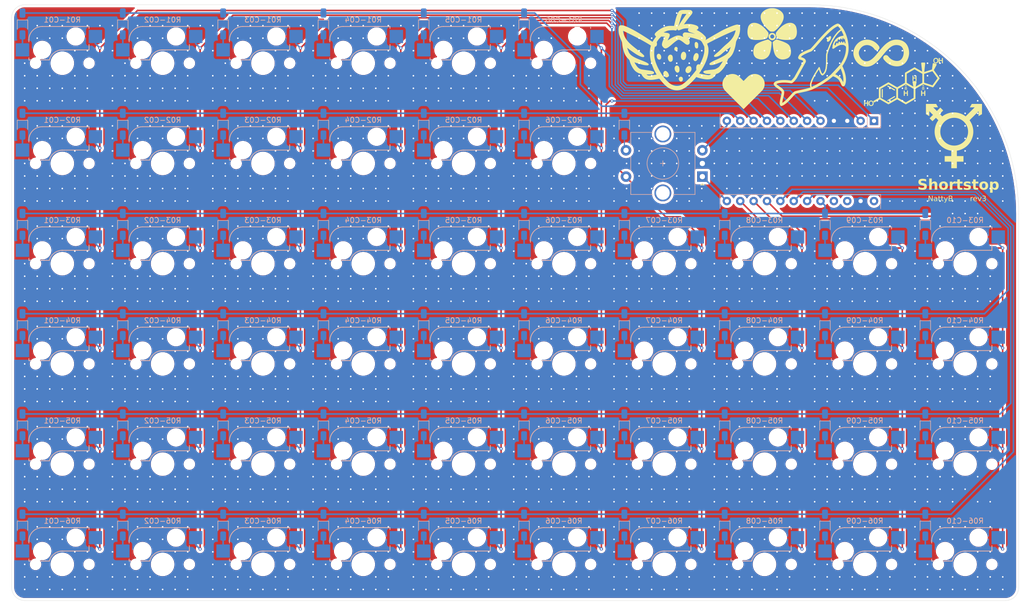
<source format=kicad_pcb>
(kicad_pcb (version 20240108) (generator "pcbnew") (generator_version "8.0")
  (layers (0 "F.Cu" signal) (31 "B.Cu" signal) (34 "B.Paste" user) (35 "F.Paste" user) (36 "B.SilkS" user "B.Silkscreen") (37 "F.SilkS" user "F.Silkscreen") (38 "B.Mask" user) (39 "F.Mask" user) (44 "Edge.Cuts" user))
  (net 0 "")
  (net 1 "Row1")
  (net 2 "Row2")
  (net 3 "Row3")
  (net 4 "Row4")
  (net 5 "Row5")
  (net 6 "Row6")
  (net 7 "Col1")
  (net 8 "Col2")
  (net 9 "Col3")
  (net 10 "Col4")
  (net 11 "Col5")
  (net 12 "Col6")
  (net 13 "Col10")
  (net 14 "Col7")
  (net 15 "Col8")
  (net 16 "Col9")
  (net 17 "GND")
  (net 18 "RE_A")
  (net 19 "RE_B")
  (net 20 "R01-C01")
  (net 21 "R02-C01")
  (net 22 "R03-C01")
  (net 23 "R04-C01")
  (net 24 "R05-C01")
  (net 25 "R06-C01")
  (net 26 "R06-C02")
  (net 27 "R05-C02")
  (net 28 "R04-C02")
  (net 29 "R03-C02")
  (net 30 "R02-C02")
  (net 31 "R01-C02")
  (net 32 "R01-C03")
  (net 33 "R01-C04")
  (net 34 "R01-C05")
  (net 35 "R06-C03")
  (net 36 "R01-C06")
  (net 37 "R03-C07")
  (net 38 "R03-C08")
  (net 39 "R03-C09")
  (net 40 "R03-C10")
  (net 41 "R02-C03")
  (net 42 "R03-C03")
  (net 43 "R04-C03")
  (net 44 "R05-C03")
  (net 45 "R06-C04")
  (net 46 "R05-C04")
  (net 47 "R04-C04")
  (net 48 "R03-C04")
  (net 49 "R02-C04")
  (net 50 "R06-C05")
  (net 51 "R02-C05")
  (net 52 "R02-C06")
  (net 53 "R03-C05")
  (net 54 "R03-C06")
  (net 55 "R04-C05")
  (net 56 "R04-C06")
  (net 57 "R04-C07")
  (net 58 "R04-C08")
  (net 59 "R04-C09")
  (net 60 "R04-C10")
  (net 61 "R05-C05")
  (net 62 "R05-C06")
  (net 63 "R05-C07")
  (net 64 "R05-C08")
  (net 65 "R05-C09")
  (net 66 "R05-C10")
  (net 67 "R06-C06")
  (net 68 "R06-C07")
  (net 69 "R06-C08")
  (net 70 "R06-C09")
  (net 71 "R06-C10")
  (net 72 "R02-C07")
  (footprint "Keyswitches:Kailh_socket_MX_NoMountSilk" (layer "F.Cu") (at 66.675 85.725)
    (property "Reference" "R03-C02")
    (property "Value" "Kailh_socket_MX_NoMountSilk")
  )
  (footprint "Keyswitches:Kailh_socket_MX_NoMountSilk" (layer "F.Cu") (at 200.025 104.775)
    (property "Reference" "R04-C09")
    (property "Value" "Kailh_socket_MX_NoMountSilk")
  )
  (footprint "Rotary_Encoder:RotaryEncoder_Alps_EC11E-Switch_Vertical_H20mm_CircularMountingHoles" (layer "F.Cu") (at 169.175 69.175 180)
    (property "Reference" "RotaryEncoder" (hide yes))
    (property "Value" "RotaryEncoder_Alps_EC11E-Switch_Vertical_H20mm_CircularMountingHoles" (hide yes))
  )
  (footprint "Keyswitches:Kailh_socket_MX_NoMountSilk" (layer "F.Cu") (at 85.725 104.775)
    (property "Reference" "R04-C03")
    (property "Value" "Kailh_socket_MX_NoMountSilk")
  )
  (footprint "Keyswitches:Kailh_socket_MX_NoMountSilk" (layer "F.Cu") (at 161.925 85.725)
    (property "Reference" "R03-C07")
    (property "Value" "Kailh_socket_MX_NoMountSilk")
  )
  (footprint "Keyswitches:Kailh_socket_MX_NoMountSilk" (layer "F.Cu") (at 142.875 66.675)
    (property "Reference" "R02-C06")
    (property "Value" "Kailh_socket_MX_NoMountSilk")
  )
  (footprint "Keyswitches:Kailh_socket_MX_NoMountSilk" (layer "F.Cu") (at 200.025 85.725)
    (property "Reference" "R03-C09")
    (property "Value" "Kailh_socket_MX_NoMountSilk")
  )
  (footprint "Keyswitches:Kailh_socket_MX_NoMountSilk" (layer "F.Cu") (at 142.875 104.775)
    (property "Reference" "R04-C06")
    (property "Value" "Kailh_socket_MX_NoMountSilk")
  )
  (footprint "Keyswitches:Kailh_socket_MX_NoMountSilk" (layer "F.Cu") (at 123.825 47.625)
    (property "Reference" "R01-C05")
    (property "Value" "Kailh_socket_MX_NoMountSilk")
  )
  (footprint "Keyswitches:Kailh_socket_MX_NoMountSilk" (layer "F.Cu") (at 66.675 47.625)
    (property "Reference" "R01-C02")
    (property "Value" "Kailh_socket_MX_NoMountSilk")
  )
  (footprint "Keyswitches:Kailh_socket_MX_NoMountSilk" (layer "F.Cu") (at 66.675 142.875)
    (property "Reference" "R06-C02")
    (property "Value" "Kailh_socket_MX_NoMountSilk")
  )
  (footprint "Keyswitches:Kailh_socket_MX_NoMountSilk" (layer "F.Cu") (at 66.675 123.825)
    (property "Reference" "R05-C02")
    (property "Value" "Kailh_socket_MX_NoMountSilk")
  )
  (footprint "Keyswitches:Kailh_socket_MX_NoMountSilk" (layer "F.Cu") (at 142.875 85.725)
    (property "Reference" "R03-C06")
    (property "Value" "Kailh_socket_MX_NoMountSilk")
  )
  (footprint "Keyswitches:Kailh_socket_MX_NoMountSilk" (layer "F.Cu") (at 104.775 104.775)
    (property "Reference" "R04-C04")
    (property "Value" "Kailh_socket_MX_NoMountSilk")
  )
  (footprint "Keyswitches:Kailh_socket_MX_NoMountSilk" (layer "F.Cu") (at 123.825 123.825)
    (property "Reference" "R05-C05")
    (property "Value" "Kailh_socket_MX_NoMountSilk")
  )
  (footprint "Keyswitches:Kailh_socket_MX_NoMountSilk" (layer "F.Cu") (at 219.075 104.775)
    (property "Reference" "R04-C10")
    (property "Value" "Kailh_socket_MX_NoMountSilk")
  )
  (footprint "Keyswitches:Kailh_socket_MX_NoMountSilk" (layer "F.Cu") (at 142.875 142.875)
    (property "Reference" "R06-C06")
    (property "Value" "Kailh_socket_MX_NoMountSilk")
  )
  (footprint "Keyswitches:Kailh_socket_MX_NoMountSilk" (layer "F.Cu") (at 66.675 66.675)
    (property "Reference" "R02-C02")
    (property "Value" "Kailh_socket_MX_NoMountSilk")
  )
  (footprint "Keyswitches:Kailh_socket_MX_NoMountSilk" (layer "F.Cu") (at 180.975 142.875)
    (property "Reference" "R06-C08")
    (property "Value" "Kailh_socket_MX_NoMountSilk")
  )
  (footprint "Keyswitches:Kailh_socket_MX_NoMountSilk" (layer "F.Cu") (at 47.625 123.825)
    (property "Reference" "R05-C01")
    (property "Value" "Kailh_socket_MX_NoMountSilk")
  )
  (footprint "Keyswitches:Kailh_socket_MX_NoMountSilk" (layer "F.Cu") (at 161.925 104.775)
    (property "Reference" "R04-C07")
    (property "Value" "Kailh_socket_MX_NoMountSilk")
  )
  (footprint "Keyswitches:Kailh_socket_MX_NoMountSilk" (layer "F.Cu") (at 161.925 123.825)
    (property "Reference" "R05-C07")
    (property "Value" "Kailh_socket_MX_NoMountSilk")
  )
  (footprint "Keyswitches:Kailh_socket_MX_NoMountSilk" (layer "F.Cu") (at 200.025 123.825)
    (property "Reference" "R05-C09")
    (property "Value" "Kailh_socket_MX_NoMountSilk")
  )
  (footprint "Keyswitches:Kailh_socket_MX_NoMountSilk" (layer "F.Cu") (at 85.725 85.725)
    (property "Reference" "R03-C03")
    (property "Value" "Kailh_socket_MX_NoMountSilk")
  )
  (footprint "Keyswitches:Kailh_socket_MX_NoMountSilk" (layer "F.Cu") (at 142.875 123.825)
    (property "Reference" "R05-C06")
    (property "Value" "Kailh_socket_MX_NoMountSilk")
  )
  (footprint "Keyswitches:Kailh_socket_MX_NoMountSilk" (layer "F.Cu") (at 200.025 142.875)
    (property "Reference" "R06-C09")
    (property "Value" "Kailh_socket_MX_NoMountSilk")
  )
  (footprint "Keyswitches:Kailh_socket_MX_NoMountSilk" (layer "F.Cu") (at 180.975 123.825)
    (property "Reference" "R05-C08")
    (property "Value" "Kailh_socket_MX_NoMountSilk")
  )
  (footprint "Keyswitches:Kailh_socket_MX_NoMountSilk" (layer "F.Cu") (at 66.675 104.775)
    (property "Reference" "R04-C02")
    (property "Value" "Kailh_socket_MX_NoMountSilk")
  )
  (footprint "Keyswitches:Kailh_socket_MX_NoMountSilk" (layer "F.Cu") (at 123.825 104.775)
    (property "Reference" "R04-C05")
    (property "Value" "Kailh_socket_MX_NoMountSilk")
  )
  (footprint "Arduino:Sparkfun_Pro_Micro" (layer "F.Cu") (at 173.83125 73.81875 90)
    (property "Reference" "REF**" (hide yes))
    (property "Value" "Sparkfun_Pro_Micro" (hide yes))
  )
  (footprint "Keyswitches:Kailh_socket_MX_NoMountSilk" (layer "F.Cu") (at 142.875 47.625)
    (property "Reference" "R01-C06")
    (property "Value" "Kailh_socket_MX_NoMountSilk")
  )
  (footprint "Keyswitches:Kailh_socket_MX_NoMountSilk" (layer "F.Cu") (at 104.775 142.875)
    (property "Reference" "R06-C04")
    (property "Value" "Kailh_socket_MX_NoMountSilk")
  )
  (footprint "Keyswitches:Kailh_socket_MX_NoMountSilk" (layer "F.Cu") (at 47.625 142.875)
    (property "Reference" "R06-C01")
    (property "Value" "Kailh_socket_MX_NoMountSilk")
  )
  (footprint "Keyswitches:Kailh_socket_MX_NoMountSilk" (layer "F.Cu") (at 123.825 142.875)
    (property "Reference" "R06-C05")
    (property "Value" "Kailh_socket_MX_NoMountSilk")
  )
  (footprint "Keyswitches:Kailh_socket_MX_NoMountSilk" (layer "F.Cu") (at 104.775 85.725)
    (property "Reference" "R03-C04")
    (property "Value" "Kailh_socket_MX_NoMountSilk")
  )
  (footprint "Keyswitches:Kailh_socket_MX_NoMountSilk" (layer "F.Cu") (at 85.725 142.875)
    (property "Reference" "R06-C03")
    (property "Value" "Kailh_socket_MX_NoMountSilk")
  )
  (footprint "Keyswitches:Kailh_socket_MX_NoMountSilk" (layer "F.Cu") (at 219.075 85.725)
    (property "Reference" "R03-C10")
    (property "Value" "Kailh_socket_MX_NoMountSilk")
  )
  (footprint "Keyswitches:Kailh_socket_MX_NoMountSilk" (layer "F.Cu") (at 85.725 47.625)
    (property "Reference" "R01-C03")
    (property "Value" "Kailh_socket_MX_NoMountSilk")
  )
  (footprint "Keyswitches:Kailh_socket_MX_NoMountSilk" (layer "F.Cu") (at 180.975 85.725)
    (property "Reference" "R03-C08")
    (property "Value" "Kailh_socket_MX_NoMountSilk")
  )
  (footprint "Keyswitches:Kailh_socket_MX_NoMountSilk" (layer "F.Cu") (at 123.825 66.675)
    (property "Reference" "R02-C05")
    (property "Value" "Kailh_socket_MX_NoMountSilk")
  )
  (footprint "Keyswitches:Kailh_socket_MX_NoMountSilk" (layer "F.Cu") (at 123.825 85.725)
    (property "Reference" "R03-C05")
    (property "Value" "Kailh_socket_MX_NoMountSilk")
  )
  (footprint "Keyswitches:Kailh_socket_MX_NoMountSilk" (layer "F.Cu") (at 47.625 66.675)
    (property "Reference" "R02-C01")
    (property "Value" "Kailh_socket_MX_NoMountSilk")
  )
  (footprint "Keyswitches:Kailh_socket_MX_NoMountSilk" (layer "F.Cu") (at 219.075 123.825)
    (property "Reference" "R05-C10")
    (property "Value" "Kailh_socket_MX_NoMountSilk")
  )
  (footprint "Keyswitches:Kailh_socket_MX_NoMountSilk" (layer "F.Cu") (at 85.725 66.675)
    (property "Reference" "R02-C03")
    (property "Value" "Kailh_socket_MX_NoMountSilk")
  )
  (footprint "Keyswitches:Kailh_socket_MX_NoMountSilk" (layer "F.Cu") (at 47.625 85.725)
    (property "Reference" "R03-C01")
    (property "Value" "Kailh_socket_MX_NoMountSilk")
  )
  (footprint "Keyswitches:Kailh_socket_MX_NoMountSilk" (layer "F.Cu") (at 47.625 47.625)
    (property "Reference" "R01-C01")
    (property "Value" "Kailh_socket_MX_NoMountSilk")
  )
  (footprint "Keyswitches:Kailh_socket_MX_NoMountSilk" (layer "F.Cu") (at 219.075 142.875)
    (property "Reference" "R06-C10")
    (property "Value" "Kailh_socket_MX_NoMountSilk")
  )
  (footprint "Keyswitches:Kailh_socket_MX_NoMountSilk" (layer "F.Cu") (at 47.625 104.775)
    (property "Reference" "R04-C01")
    (property "Value" "Kailh_socket_MX_NoMountSilk")
  )
  (footprint "Keyswitches:Kailh_socket_MX_NoMountSilk" (layer "F.Cu") (at 161.925 142.875)
    (property "Reference" "R06-C07")
    (property "Value" "Kailh_socket_MX_NoMountSilk")
  )
  (footprint "Keyswitches:Kailh_socket_MX_NoMountSilk" (layer "F.Cu") (at 104.775 123.825)
    (property "Reference" "R05-C04")
    (property "Value" "Kailh_socket_MX_NoMountSilk")
  )
  (footprint "Keyswitches:Kailh_socket_MX_NoMountSilk" (layer "F.Cu") (at 180.975 104.775)
    (property "Reference" "R04-C08")
    (property "Value" "Kailh_socket_MX_NoMountSilk")
  )
  (footprint "Keyswitches:Kailh_socket_MX_NoMountSilk" (layer "F.Cu") (at 85.725 123.825)
    (property "Reference" "R05-C03")
    (property "Value" "Kailh_socket_MX_NoMountSilk")
  )
  (footprint "Keyswitches:Kailh_socket_MX_NoMountSilk" (layer "F.Cu") (at 104.775 66.675)
    (property "Reference" "R02-C04")
    (property "Value" "Kailh_socket_MX_NoMountSilk")
  )
  (footprint "Keyswitches:Kailh_socket_MX_NoMountSilk" (layer "F.Cu") (at 104.775 47.625)
    (property "Reference" "R01-C04")
    (property "Value" "Kailh_socket_MX_NoMountSilk")
  )
  (footprint "Diode_SMD:D_SOD-123" (layer "B.Cu") (at 154.365 116.3625 -90)
    (property "Reference" "REF**" (hide yes))
    (property "Value" "D_SOD-123")
  )
  (footprint "Diode_SMD:D_SOD-123" (layer "B.Cu") (at 154.365 135.4125 -90)
    (property "Reference" "REF**" (hide yes))
    (property "Value" "D_SOD-123")
  )
  (footprint "Diode_SMD:D_SOD-123" (layer "B.Cu") (at 192.465 116.3625 -90)
    (property "Reference" "REF**" (hide yes))
    (property "Value" "D_SOD-123")
  )
  (footprint "Diode_SMD:D_SOD-123" (layer "B.Cu") (at 116.265 40.1625 -90)
    (property "Reference" "REF**" (hide yes))
    (property "Value" "D_SOD-123")
  )
  (footprint "Diode_SMD:D_SOD-123" (layer "B.Cu") (at 173.415 116.3625 -90)
    (property "Reference" "REF**" (hide yes))
    (property "Value" "D_SOD-123")
  )
  (footprint "Diode_SMD:D_SOD-123" (layer "B.Cu") (at 59.115 40.1625 -90)
    (property "Reference" "REF**" (hide yes))
    (property "Value" "D_SOD-123")
  )
  (footprint "Diode_SMD:D_SOD-123" (layer "B.Cu") (at 173.415 135.4125 -90)
    (property "Reference" "REF**" (hide yes))
    (property "Value" "D_SOD-123")
  )
  (footprint "Diode_SMD:D_SOD-123" (layer "B.Cu") (at 59.115 135.4125 -90)
    (property "Reference" "REF**" (hide yes))
    (property "Value" "D_SOD-123")
  )
  (footprint "Diode_SMD:D_SOD-123" (layer "B.Cu") (at 78.165 59.2125 -90)
    (property "Reference" "REF**" (hide yes))
    (property "Value" "D_SOD-123")
  )
  (footprint "Diode_SMD:D_SOD-123" (layer "B.Cu") (at 135.315 135.4125 -90)
    (property "Reference" "REF**" (hide yes))
    (property "Value" "D_SOD-123")
  )
  (footprint "Diode_SMD:D_SOD-123" (layer "B.Cu") (at 116.265 78.2625 -90)
    (property "Reference" "REF**" (hide yes))
    (property "Value" "D_SOD-123")
  )
  (footprint "Diode_SMD:D_SOD-123" (layer "B.Cu") (at 97.215 78.2625 -90)
    (property "Reference" "REF**" (hide yes))
    (property "Value" "D_SOD-123")
  )
  (footprint "Diode_SMD:D_SOD-123" (layer "B.Cu") (at 40.065 59.2125 -90)
    (property "Reference" "REF**" (hide yes))
    (property "Value" "D_SOD-123")
  )
  (footprint "Diode_SMD:D_SOD-123" (layer "B.Cu") (at 116.265 116.3625 -90)
    (property "Reference" "REF**" (hide yes))
    (property "Value" "D_SOD-123")
  )
  (footprint "Diode_SMD:D_SOD-123" (layer "B.Cu") (at 116.265 97.3125 -90)
    (property "Reference" "REF**" (hide yes))
    (property "Value" "D_SOD-123")
  )
  (footprint "Diode_SMD:D_SOD-123" (layer "B.Cu") (at 40.065 97.3125 -90)
    (property "Reference" "REF**" (hide yes))
    (property "Value" "D_SOD-123")
  )
  (footprint "Diode_SMD:D_SOD-123" (layer "B.Cu") (at 211.515 116.3625 -90)
    (property "Reference" "REF**" (hide yes))
    (property "Value" "D_SOD-123")
  )
  (footprint "Diode_SMD:D_SOD-123" (layer "B.Cu") (at 192.465 135.4125 -90)
    (property "Reference" "REF**" (hide yes))
    (property "Value" "D_SOD-123")
  )
  (footprint "Diode_SMD:D_SOD-123" (layer "B.Cu") (at 59.115 116.3625 -90)
    (property "Reference" "REF**" (hide yes))
    (property "Value" "D_SOD-123")
  )
  (footprint "Diode_SMD:D_SOD-123" (layer "B.Cu") (at 211.515 135.4125 -90)
    (property "Reference" "REF**" (hide yes))
    (property "Value" "D_SOD-123")
  )
  (footprint "Diode_SMD:D_SOD-123" (layer "B.Cu") (at 40.065 135.4125 -90)
    (property "Reference" "REF**" (hide yes))
    (property "Value" "D_SOD-123")
  )
  (footprint "Diode_SMD:D_SOD-123" (layer "B.Cu") (at 59.115 78.2625 -90)
    (property "Reference" "REF**" (hide yes))
    (property "Value" "D_SOD-123")
  )
  (footprint "Diode_SMD:D_SOD-123" (layer "B.Cu") (at 192.465 97.3125 -90)
    (property "Reference" "REF**" (hide yes))
    (property "Value" "D_SOD-123")
  )
  (footprint "Diode_SMD:D_SOD-123" (layer "B.Cu") (at 135.315 116.3625 -90)
    (property "Reference" "REF**" (hide yes))
    (property "Value" "D_SOD-123")
  )
  (footprint "Diode_SMD:D_SOD-123" (layer "B.Cu") (at 154.365 59.2125 -90)
    (property "Reference" "REF**" (hide yes))
    (property "Value" "D_SOD-123")
  )
  (footprint "Diode_SMD:D_SOD-123" (layer "B.Cu") (at 40.065 40.1625 -90)
    (property "Reference" "REF**" (hide yes))
    (property "Value" "D_SOD-123")
  )
  (footprint "Diode_SMD:D_SOD-123" (layer "B.Cu") (at 211.515 97.3125 -90)
    (property "Reference" "REF**" (hide yes))
    (property "Value" "D_SOD-123")
  )
  (footprint "Diode_SMD:D_SOD-123" (layer "B.Cu") (at 192.465 78.2625 -90)
    (property "Reference" "REF**" (hide yes))
    (property "Value" "D_SOD-123")
  )
  (footprint "Diode_SMD:D_SOD-123" (layer "B.Cu") (at 78.165 40.1625 -90)
    (property "Reference" "REF**" (hide yes))
    (property "Value" "D_SOD-123")
  )
  (footprint "Diode_SMD:D_SOD-123" (layer "B.Cu") (at 116.265 59.2125 -90)
    (property "Reference" "REF**" (hide yes))
    (property "Value" "D_SOD-123")
  )
  (footprint "Diode_SMD:D_SOD-123" (layer "B.Cu") (at 154.365 78.2625 -90)
    (property "Reference" "REF**" (hide yes))
    (property "Value" "D_SOD-123")
  )
  (footprint "Diode_SMD:D_SOD-123" (layer "B.Cu") (at 135.315 59.2125 -90)
    (property "Reference" "REF**" (hide yes))
    (property "Value" "D_SOD-123")
  )
  (footprint "Diode_SMD:D_SOD-123" (layer "B.Cu") (at 97.215 59.2125 -90)
    (property "Reference" "REF**" (hide yes))
    (property "Value" "D_SOD-123")
  )
  (footprint "Diode_SMD:D_SOD-123" (layer "B.Cu") (at 135.315 78.2625 -90)
    (property "Reference" "REF**" (hide yes))
    (property "Value" "D_SOD-123")
  )
  (footprint "Diode_SMD:D_SOD-123" (layer "B.Cu") (at 116.265 135.4125 -90)
    (property "Reference" "REF**" (hide yes))
    (property "Value" "D_SOD-123")
  )
  (footprint "Diode_SMD:D_SOD-123" (layer "B.Cu") (at 97.215 135.4125 -90)
    (property "Reference" "REF**" (hide yes))
    (property "Value" "D_SOD-123")
  )
  (footprint "Diode_SMD:D_SOD-123" (layer "B.Cu") (at 97.215 40.1625 -90)
    (property "Reference" "REF**" (hide yes))
    (property "Value" "D_SOD-123")
  )
  (footprint "Diode_SMD:D_SOD-123" (layer "B.Cu") (at 97.215 97.3125 -90)
    (property "Reference" "REF**" (hide yes))
    (property "Value" "D_SOD-123")
  )
  (footprint "Diode_SMD:D_SOD-123" (layer "B.Cu") (at 59.115 59.2125 -90)
    (property "Reference" "REF**" (hide yes))
    (property "Value" "D_SOD-123")
  )
  (footprint "Diode_SMD:D_SOD-123" (layer "B.Cu") (at 40.065 116.3625 -90)
    (property "Reference" "REF**" (hide yes))
    (property "Value" "D_SOD-123")
  )
  (footprint "Diode_SMD:D_SOD-123" (layer "B.Cu") (at 97.215 116.3625 -90)
    (property "Reference" "REF**" (hide yes))
    (property "Value" "D_SOD-123")
  )
  (footprint "Diode_SMD:D_SOD-123" (layer "B.Cu") (at 135.315 40.1625 -90)
    (property "Reference" "REF**" (hide yes))
    (property "Value" "D_SOD-123")
  )
  (footprint "Diode_SMD:D_SOD-123" (layer "B.Cu") (at 40.065 78.2625 -90)
    (property "Reference" "REF**" (hide yes))
    (property "Value" "D_SOD-123")
  )
  (footprint "Diode_SMD:D_SOD-123" (layer "B.Cu") (at 154.365 97.3125 -90)
    (property "Reference" "REF**" (hide yes))
    (property "Value" "D_SOD-123")
  )
  (footprint "Diode_SMD:D_SOD-123" (layer "B.Cu") (at 135.315 97.3125 -90)
    (property "Reference" "REF**" (hide yes))
    (property "Value" "D_SOD-123")
  )
  (footprint "Diode_SMD:D_SOD-123" (layer "B.Cu") (at 78.165 116.3625 -90)
    (property "Reference" "REF**" (hide yes))
    (property "Value" "D_SOD-123")
  )
  (footprint "Diode_SMD:D_SOD-123" (layer "B.Cu") (at 78.165 135.4125 -90)
    (property "Reference" "REF**" (hide yes))
    (property "Value" "D_SOD-123")
  )
  (footprint "Diode_SMD:D_SOD-123" (layer "B.Cu") (at 78.165 97.3125 -90)
    (property "Reference" "REF**" (hide yes))
    (property "Value" "D_SOD-123")
  )
  (footprint "Diode_SMD:D_SOD-123" (layer "B.Cu") (at 78.165 78.2625 -90)
    (property "Reference" "REF**" (hide yes))
    (property "Value" "D_SOD-123")
  )
  (footprint "Diode_SMD:D_SOD-123" (layer "B.Cu") (at 211.515 78.2625 -90)
    (property "Reference" "REF**" (hide yes))
    (property "Value" "D_SOD-123")
  )
  (footprint "Diode_SMD:D_SOD-123" (layer "B.Cu") (at 173.415 78.2625 -90)
    (property "Reference" "REF**" (hide yes))
    (property "Value" "D_SOD-123")
  )
  (footprint "Diode_SMD:D_SOD-123" (layer "B.Cu") (at 173.415 97.3125 -90)
    (property "Reference" "REF**" (hide yes))
    (property "Value" "D_SOD-123")
  )
  (footprint "Diode_SMD:D_SOD-123" (layer "B.Cu") (at 59.115 97.3125 -90)
    (property "Reference" "REF**" (hide yes))
    (property "Value" "D_SOD-123")
  )
  (gr_line (start 195.113902 44.110535) (end 195.219783 44.071334) (stroke (width 0.25)) (layer "F.SilkS"))
  (gr_line (start 194.795795 41.926017) (end 194.687988 42.051014) (stroke (width 0.25)) (layer "F.SilkS"))
  (gr_line (start 194.105702 42.869462) (end 193.98313 43.07554) (stroke (width 0.25)) (layer "F.SilkS"))
  (gr_poly (pts (xy 200.042032 55.158462) (xy 200.508361 55.158462) (xy 200.508361 54.768202) (xy 200.634038 54.768202) (xy 200.634038 55.717395) (xy 200.508361 55.717395) (xy 200.508361 55.27091) (xy 200.042032 55.27091) (xy 200.042032 55.717395) (xy 199.916355 55.717395) (xy 199.916355 54.768202) (xy 200.042032 54.768202)) (stroke (width 0.066145)) (fill solid) (layer "F.SilkS"))
  (gr_line (start 195.990459 44.021531) (end 196.099921 44.058634) (stroke (width 0.25)) (layer "F.SilkS"))
  (gr_line (start 193.734767 43.534307) (end 193.609701 43.788052) (stroke (width 0.25)) (layer "F.SilkS"))
  (gr_line (start 190.078271 50.667854) (end 189.933766 51.006203) (stroke (width 0.25)) (layer "F.SilkS"))
  (gr_line (start 195.351672 41.402538) (end 195.271666 41.46546) (stroke (width 0.25)) (layer "F.SilkS"))
  (gr_line (start 192.797973 46.087716) (end 192.783185 46.329261) (stroke (width 0.25)) (layer "F.SilkS"))
  (gr_line (start 191.355739 48.498625) (end 190.979281 49.063501) (stroke (width 0.25)) (layer "F.SilkS"))
  (gr_line (start 194.256236 43.66876) (end 194.1916 43.809885) (stroke (width 0.25)) (layer "F.SilkS"))
  (gr_line (start 189.739204 51.872086) (end 189.753842 51.981221) (stroke (width 0.25)) (layer "F.SilkS"))
  (gr_line (start 194.899874 41.812686) (end 194.795795 41.926017) (stroke (width 0.25)) (layer "F.SilkS"))
  (gr_line (start 195.186121 41.537407) (end 195.095399 41.618909) (stroke (width 0.25)) (layer "F.SilkS"))
  (gr_line (start 192.462509 49.286663) (end 192.398637 49.398365) (stroke (width 0.25)) (layer "F.SilkS"))
  (gr_line (start 195.512414 42.619513) (end 195.421793 42.649715) (stroke (width 0.25)) (layer "F.SilkS"))
  (gr_line (start 195.137007 42.773308) (end 195.040062 42.826887) (stroke (width 0.25)) (layer "F.SilkS"))
  (gr_line (start 189.822881 51.326511) (end 189.782954 51.476703) (stroke (width 0.25)) (layer "F.SilkS"))
  (gr_poly (pts (xy 203.382397 54.100128) (xy 203.303022 54.100128) (xy 203.303022 52.592004) (xy 203.382397 52.592004)) (stroke (width 0.132291)) (fill solid) (layer "F.SilkS"))
  (gr_line (start 194.752803 43.030591) (end 194.660532 43.1142) (stroke (width 0.25)) (layer "F.SilkS"))
  (gr_line (start 195.769039 43.985543) (end 195.88003 43.997504) (stroke (width 0.25)) (layer "F.SilkS"))
  (gr_line (start 195.421793 42.649715) (end 195.32856 42.685137) (stroke (width 0.25)) (layer "F.SilkS"))
  (gr_poly (pts (xy 211.296745 52.241431) (xy 210.936251 52.241431) (xy 210.949479 52.162056) (xy 211.283516 52.162056)) (stroke (width 0.066145)) (fill solid) (layer "F.SilkS"))
  (gr_line (start 189.833933 52.157831) (end 189.901712 52.222748) (stroke (width 0.25)) (layer "F.SilkS"))
  (gr_line (start 193.359611 44.346906) (end 193.23531 44.65307) (stroke (width 0.25)) (layer "F.SilkS"))
  (gr_line (start 195.32856 42.685137) (end 195.233402 42.726196) (stroke (width 0.25)) (layer "F.SilkS"))
  (gr_poly (pts (xy 164.184207 44.646007) (xy 164.200293 44.647945) (xy 164.21599 44.651656) (xy 164.231226 44.657057) (xy 164.245929 44.664065) (xy 164.260027 44.672596) (xy 164.273448 44.682567) (xy 164.28612 44.693894) (xy 164.297972 44.706495) (xy 164.30893 44.720286) (xy 164.318923 44.735184) (xy 164.32788 44.751106) (xy 164.335728 44.767968) (xy 164.342395 44.785687) (xy 164.347809 44.80418) (xy 164.351899 44.823363) (xy 164.354592 44.843154) (xy 164.355817 44.863469) (xy 164.355501 44.884224) (xy 164.353572 44.905337) (xy 164.349959 44.926724) (xy 164.344589 44.948302) (xy 164.337391 44.969988) (xy 164.328293 44.991698) (xy 164.317222 45.01335) (xy 164.310436 45.024909) (xy 164.303306 45.035959) (xy 164.295856 45.046492) (xy 164.288105 45.056501) (xy 164.280074 45.065982) (xy 164.271784 45.074927) (xy 164.263256 45.08333) (xy 164.254511 45.091185) (xy 164.24557 45.098485) (xy 164.236454 45.105225) (xy 164.227183 45.111398) (xy 164.217778 45.116997) (xy 164.208261 45.122017) (xy 164.198652 45.12645) (xy 164.188973 45.130292) (xy 164.179243 45.133535) (xy 164.169483 45.136172) (xy 164.159716 45.138199) (xy 164.149961 45.139609) (xy 164.14024 45.140394) (xy 164.130573 45.14055) (xy 164.120981 45.140069) (xy 164.111485 45.138945) (xy 164.102106 45.137172) (xy 164.092865 45.134745) (xy 164.083783 45.131655) (xy 164.07488 45.127898) (xy 164.066177 45.123467) (xy 164.057696 45.118355) (xy 164.049458 45.112556) (xy 164.041482 45.106064) (xy 164.03379 45.098873) (xy 164.027033 45.091397) (xy 164.020768 45.08302) (xy 164.014995 45.0738) (xy 164.00971 45.063796) (xy 164.00491 45.053067) (xy 164.000595 45.041671) (xy 163.993405 45.017117) (xy 163.98812 44.990604) (xy 163.984721 44.962604) (xy 163.983188 44.933586) (xy 163.983502 44.904021) (xy 163.985642 44.874381) (xy 163.98959 44.845136) (xy 163.995326 44.816756) (xy 164.002831 44.789713) (xy 164.012085 44.764478) (xy 164.017362 44.752685) (xy 164.023068 44.74152) (xy 164.029202 44.731043) (xy 164.035761 44.721311) (xy 164.042743 44.712385) (xy 164.050145 44.704322) (xy 164.066753 44.689078) (xy 164.083548 44.676274) (xy 164.100458 44.665825) (xy 164.11741 44.657649) (xy 164.134333 44.651663) (xy 164.151155 44.647782) (xy 164.167804 44.645925)) (stroke (width 0.264583)) (fill solid) (layer "F.SilkS"))
  (gr_line (start 195.83503 42.542602) (end 195.683071 42.57311) (stroke (width 0.25)) (layer "F.SilkS"))
  (gr_poly (pts (xy 211.240521 51.923931) (xy 210.992474 51.923931) (xy 211.005704 51.844557) (xy 211.227293 51.844557)) (stroke (width 0.066145)) (fill solid) (layer "F.SilkS"))
  (gr_line (start 191.871512 49.732009) (end 191.840587 49.699569) (stroke (width 0.25)) (layer "F.SilkS"))
  (gr_line (start 195.040062 42.826887) (end 194.943255 42.887351) (stroke (width 0.25)) (layer "F.SilkS"))
  (gr_line (start 195.88003 43.997504) (end 195.990459 44.021531) (stroke (width 0.25)) (layer "F.SilkS"))
  (gr_line (start 194.024052 44.730953) (end 194.05349 44.723087) (stroke (width 0.25)) (layer "F.SilkS"))
  (gr_line (start 194.576814 42.188205) (end 194.462637 42.338117) (stroke (width 0.25)) (layer "F.SilkS"))
  (gr_line (start 192.825578 45.871448) (end 192.797973 46.087716) (stroke (width 0.25)) (layer "F.SilkS"))
  (gr_poly (pts (xy 166.719091 48.29939) (xy 166.758618 48.306776) (xy 166.781418 48.313783) (xy 166.803023 48.322993) (xy 166.823423 48.334301) (xy 166.842607 48.347602) (xy 166.860564 48.362793) (xy 166.877283 48.379769) (xy 166.892754 48.398426) (xy 166.906965 48.418659) (xy 166.919906 48.440365) (xy 166.931565 48.463438) (xy 166.941933 48.487775) (xy 166.950997 48.513271) (xy 166.958748 48.539822) (xy 166.965173 48.567324) (xy 166.970264 48.595672) (xy 166.974007 48.624762) (xy 166.976394 48.65449) (xy 166.977412 48.684751) (xy 166.977051 48.715441) (xy 166.9753 48.746456) (xy 166.972148 48.777691) (xy 166.967584 48.809043) (xy 166.961598 48.840406) (xy 166.954178 48.871677) (xy 166.945314 48.902751) (xy 166.934995 48.933523) (xy 166.92321 48.963891) (xy 166.909948 48.993748) (xy 166.895198 49.022992) (xy 166.878949 49.051517) (xy 166.861191 49.07922) (xy 166.841912 49.105995) (xy 166.821935 49.131415) (xy 166.801733 49.1556) (xy 166.78133 49.178544) (xy 166.760746 49.200242) (xy 166.740006 49.220688) (xy 166.71913 49.239875) (xy 166.698141 49.257798) (xy 166.677062 49.27445) (xy 166.655915 49.289827) (xy 166.634721 49.30392) (xy 166.613504 49.316726) (xy 166.592286 49.328237) (xy 166.571088 49.338449) (xy 166.549934 49.347354) (xy 166.528845 49.354946) (xy 166.507844 49.361221) (xy 166.486952 49.366172) (xy 166.466194 49.369792) (xy 166.445589 49.372077) (xy 166.425162 49.373019) (xy 166.404934 49.372614) (xy 166.384927 49.370854) (xy 166.365165 49.367735) (xy 166.345668 49.363249) (xy 166.326459 49.357392) (xy 166.307562 49.350157) (xy 166.288997 49.341538) (xy 166.270787 49.331529) (xy 166.252955 49.320125) (xy 166.235522 49.307319) (xy 166.218512 49.293105) (xy 166.201946 49.277477) (xy 166.201945 49.277477) (xy 166.175402 49.247448) (xy 166.153101 49.214947) (xy 166.134901 49.180217) (xy 166.120662 49.143505) (xy 166.110241 49.105056) (xy 166.1035 49.065116) (xy 166.100297 49.023929) (xy 166.100492 48.981741) (xy 166.103943 48.938797) (xy 166.11051 48.895343) (xy 166.120053 48.851623) (xy 166.132431 48.807885) (xy 166.147503 48.764371) (xy 166.165128 48.721329) (xy 166.185165 48.679003) (xy 166.207475 48.637639) (xy 166.231916 48.597481) (xy 166.258348 48.558776) (xy 166.28663 48.521768) (xy 166.31662 48.486703) (xy 166.34818 48.453827) (xy 166.381167 48.423384) (xy 166.415441 48.39562) (xy 166.450862 48.370781) (xy 166.487289 48.349111) (xy 166.52458 48.330855) (xy 166.562596 48.31626) (xy 166.601196 48.305571) (xy 166.640239 48.299033) (xy 166.679584 48.29689)) (stroke (width 0.264583)) (fill solid) (layer "F.SilkS"))
  (gr_poly (pts (xy 207.886927 51.606431) (xy 207.748022 51.606431) (xy 207.76125 51.527056) (xy 207.870392 51.527056)) (stroke (width -0.000001)) (fill solid) (layer "F.SilkS"))
  (gr_line (start 196.418459 44.258514) (end 196.52001 44.358034) (stroke (width 0.25)) (layer "F.SilkS"))
  (gr_poly (pts (xy 179.102817 39.945556) (xy 179.169834 39.949927) (xy 179.237623 39.956909) (xy 179.306099 39.966499) (xy 179.37518 39.978694) (xy 179.444781 39.993491) (xy 179.514818 40.010886) (xy 179.585208 40.030877) (xy 179.655866 40.05346) (xy 179.72671 40.078632) (xy 179.797655 40.10639) (xy 179.868617 40.136731) (xy 179.939513 40.169652) (xy 180.010259 40.20515) (xy 180.080771 40.243221) (xy 180.168527 40.29425) (xy 180.256676 40.349359) (xy 180.345074 40.40842) (xy 180.43358 40.471304) (xy 180.522049 40.537883) (xy 180.610341 40.608027) (xy 180.69831 40.68161) (xy 180.785816 40.758501) (xy 180.872716 40.838573) (xy 180.958865 40.921696) (xy 181.044123 41.007743) (xy 181.128345 41.096585) (xy 181.21139 41.188093) (xy 181.293115 41.28214) (xy 181.373376 41.378595) (xy 181.452031 41.477332) (xy 181.500012 41.5396) (xy 181.545895 41.60049) (xy 181.588582 41.658447) (xy 181.626973 41.711919) (xy 181.659971 41.759352) (xy 181.686474 41.799195) (xy 181.696948 41.815783) (xy 181.705386 41.829892) (xy 181.711651 41.841327) (xy 181.715606 41.849892) (xy 181.716801 41.85343) (xy 181.718019 41.857942) (xy 181.72049 41.869614) (xy 181.722951 41.884356) (xy 181.725332 41.901613) (xy 181.727562 41.920834) (xy 181.729574 41.941464) (xy 181.731296 41.962951) (xy 181.73266 41.984742) (xy 181.733871 42.017201) (xy 181.734056 42.049921) (xy 181.733215 42.082899) (xy 181.731348 42.116133) (xy 181.728456 42.14962) (xy 181.72454 42.183356) (xy 181.7196 42.217339) (xy 181.713637 42.251566) (xy 181.70665 42.286034) (xy 181.698642 42.32074) (xy 181.689612 42.35568) (xy 181.67956 42.390853) (xy 181.668488 42.426255) (xy 181.656395 42.461882) (xy 181.643283 42.497733) (xy 181.629152 42.533804) (xy 181.618845 42.558669) (xy 181.60792 42.58389) (xy 181.584647 42.634613) (xy 181.56019 42.684392) (xy 181.535405 42.731649) (xy 181.511149 42.774804) (xy 181.499487 42.79435) (xy 181.488278 42.812278) (xy 181.47763 42.82839) (xy 181.467649 42.84249) (xy 181.458443 42.854379) (xy 181.450119 42.863861) (xy 181.420641 42.890569) (xy 181.38401 42.91656) (xy 181.340368 42.941798) (xy 181.289861 42.966247) (xy 181.232632 42.989869) (xy 181.168827 43.012627) (xy 181.09859 43.034483) (xy 181.022064 43.055402) (xy 180.939394 43.075346) (xy 180.850726 43.094278) (xy 180.655968 43.128957) (xy 180.438946 43.159143) (xy 180.200815 43.184539) (xy 180.118359 43.19002) (xy 180 43.195168) (xy 179.706637 43.20341) (xy 179.422858 43.207146) (xy 179.316479 43.206661) (xy 179.250796 43.204255) (xy 179.057655 43.188778) (xy 178.994004 43.183256) (xy 178.932273 43.176875) (xy 178.872525 43.169651) (xy 178.814819 43.161597) (xy 178.759218 43.152728) (xy 178.705781 43.143059) (xy 178.65457 43.132606) (xy 178.605646 43.121382) (xy 178.55907 43.109403) (xy 178.514902 43.096683) (xy 178.473205 43.083237) (xy 178.434039 43.06908) (xy 178.397464 43.054227) (xy 178.363543 43.038692) (xy 178.332335 43.02249) (xy 178.303903 43.005636) (xy 178.288694 42.995475) (xy 178.272486 42.983722) (xy 178.255432 42.970527) (xy 178.237687 42.95604) (xy 178.219405 42.940411) (xy 178.200739 42.92379) (xy 178.181844 42.906327) (xy 178.162873 42.888172) (xy 178.143982 42.869475) (xy 178.125323 42.850386) (xy 178.107052 42.831055) (xy 178.089321 42.811631) (xy 178.072286 42.792265) (xy 178.0561 42.773107) (xy 178.040917 42.754307) (xy 178.026891 42.736014) (xy 177.986264 42.677569) (xy 177.948598 42.61539) (xy 177.913922 42.549612) (xy 177.882265 42.48037) (xy 177.853655 42.407797) (xy 177.828121 42.332031) (xy 177.805692 42.253204) (xy 177.786396 42.171452) (xy 177.770262 42.08691) (xy 177.757319 41.999712) (xy 177.747596 41.909994) (xy 177.741121 41.817891) (xy 177.737923 41.723536) (xy 177.738031 41.627066) (xy 177.741473 41.528614) (xy 177.748278 41.428316) (xy 177.759171 41.323005) (xy 177.774277 41.213211) (xy 177.792944 41.102017) (xy 177.814517 40.992508) (xy 177.838345 40.887767) (xy 177.863773 40.790878) (xy 177.876884 40.746342) (xy 177.89015 40.704924) (xy 177.903489 40.667012) (xy 177.91682 40.63299) (xy 177.92987 40.603614) (xy 177.944849 40.573429) (xy 177.961606 40.542633) (xy 177.979989 40.511419) (xy 177.999845 40.479985) (xy 178.021023 40.448526) (xy 178.043371 40.417237) (xy 178.066736 40.386314) (xy 178.090966 40.355953) (xy 178.11591 40.32635) (xy 178.141416 40.2977) (xy 178.167331 40.2702) (xy 178.193503 40.244044) (xy 178.219781 40.219428) (xy 178.246012 40.196549) (xy 178.272044 40.175602) (xy 178.308063 40.149165) (xy 178.345292 40.124336) (xy 178.383691 40.101112) (xy 178.42322 40.079492) (xy 178.463841 40.059475) (xy 178.505514 40.04106) (xy 178.548199 40.024244) (xy 178.591858 40.009026) (xy 178.63645 39.995406) (xy 178.681937 39.983381) (xy 178.728279 39.972951) (xy 178.775436 39.964113) (xy 178.823369 39.956866) (xy 178.87204 39.95121) (xy 178.921407 39.947141) (xy 178.971433 39.94466) (xy 179.036655 39.943799)) (stroke (width -0.000001)) (fill solid) (layer "F.SilkS"))
  (gr_poly (pts (xy 182.469231 41.858152) (xy 182.504531 41.860335) (xy 182.539791 41.864345) (xy 182.574943 41.870205) (xy 182.609916 41.877939) (xy 182.644639 41.887571) (xy 182.679042 41.899126) (xy 182.713056 41.912626) (xy 182.74661 41.928097) (xy 182.779633 41.945561) (xy 182.812056 41.965043) (xy 182.843809 41.986567) (xy 182.874821 42.010156) (xy 182.905023 42.035834) (xy 182.934343 42.063626) (xy 182.97074 42.102725) (xy 183.003423 42.143365) (xy 183.032448 42.185379) (xy 183.057872 42.228601) (xy 183.079751 42.272864) (xy 183.09814 42.318001) (xy 183.113096 42.363844) (xy 183.124675 42.410227) (xy 183.132933 42.456982) (xy 183.137926 42.503944) (xy 183.13971 42.550944) (xy 183.138342 42.597817) (xy 183.133877 42.644394) (xy 183.126371 42.69051) (xy 183.115881 42.735996) (xy 183.102463 42.780687) (xy 183.086173 42.824414) (xy 183.067066 42.867012) (xy 183.0452 42.908313) (xy 183.020629 42.948151) (xy 182.993411 42.986357) (xy 182.963601 43.022766) (xy 182.931255 43.057211) (xy 182.89643 43.089523) (xy 182.859182 43.119538) (xy 182.819566 43.147086) (xy 182.777639 43.172003) (xy 182.733456 43.19412) (xy 182.687075 43.21327) (xy 182.638551 43.229287) (xy 182.58794 43.242004) (xy 182.535298 43.251254) (xy 182.50426 43.255406) (xy 182.478294 43.258358) (xy 182.466675 43.259382) (xy 182.455679 43.260104) (xy 182.445091 43.260523) (xy 182.434695 43.260639) (xy 182.424277 43.26045) (xy 182.413621 43.259955) (xy 182.402512 43.259154) (xy 182.390735 43.258046) (xy 182.364318 43.254907) (xy 182.332649 43.25053) (xy 182.298455 43.244699) (xy 182.264879 43.237125) (xy 182.231961 43.227864) (xy 182.199742 43.21697) (xy 182.168263 43.204496) (xy 182.137563 43.190496) (xy 182.107683 43.175025) (xy 182.078665 43.158137) (xy 182.050548 43.139885) (xy 182.023374 43.120325) (xy 181.997182 43.099509) (xy 181.972013 43.077493) (xy 181.947908 43.05433) (xy 181.924908 43.030074) (xy 181.903053 43.004779) (xy 181.882383 42.9785) (xy 181.862939 42.951291) (xy 181.844762 42.923205) (xy 181.827892 42.894297) (xy 181.812369 42.864621) (xy 181.798235 42.83423) (xy 181.78553 42.80318) (xy 181.774295 42.771524) (xy 181.764569 42.739316) (xy 181.756394 42.70661) (xy 181.74981 42.673461) (xy 181.744858 42.639922) (xy 181.741578 42.606048) (xy 181.740011 42.571892) (xy 181.740148 42.546621) (xy 182.075946 42.546621) (xy 182.076405 42.565145) (xy 182.077774 42.583543) (xy 182.08004 42.601785) (xy 182.08319 42.619841) (xy 182.087212 42.637678) (xy 182.092093 42.655268) (xy 182.097821 42.672578) (xy 182.104382 42.689579) (xy 182.111764 42.70624) (xy 182.119955 42.722531) (xy 182.128941 42.73842) (xy 182.13871 42.753877) (xy 182.149249 42.768871) (xy 182.160546 42.783373) (xy 182.172588 42.79735) (xy 182.185362 42.810773) (xy 182.198785 42.823547) (xy 182.212763 42.835589) (xy 182.227264 42.846886) (xy 182.242259 42.857425) (xy 182.257716 42.867194) (xy 182.273605 42.87618) (xy 182.289895 42.884371) (xy 182.306556 42.891753) (xy 182.323557 42.898314) (xy 182.340868 42.904041) (xy 182.358457 42.908923) (xy 182.376295 42.912945) (xy 182.39435 42.916095) (xy 182.412592 42.918361) (xy 182.43099 42.91973) (xy 182.449514 42.920189) (xy 182.468737 42.919702) (xy 182.487707 42.918258) (xy 182.506402 42.915881) (xy 182.524797 42.912595) (xy 182.54287 42.908423) (xy 182.560596 42.903388) (xy 182.577953 42.897515) (xy 182.594916 42.890825) (xy 182.611463 42.883344) (xy 182.627569 42.875094) (xy 182.643212 42.866098) (xy 182.658368 42.856381) (xy 182.673013 42.845966) (xy 182.687124 42.834876) (xy 182.700678 42.823134) (xy 182.713651 42.810765) (xy 182.726019 42.797791) (xy 182.73776 42.784237) (xy 182.748849 42.770125) (xy 182.759264 42.755479) (xy 182.76898 42.740322) (xy 182.777974 42.724679) (xy 182.786223 42.708572) (xy 182.793704 42.692024) (xy 182.800392 42.675061) (xy 182.806265 42.657704) (xy 182.811298 42.639977) (xy 182.815469 42.621904) (xy 182.818754 42.603509) (xy 182.82113 42.584814) (xy 182.822572 42.565843) (xy 182.823058 42.54662) (xy 182.822572 42.527397) (xy 182.82113 42.508427) (xy 182.818754 42.489732) (xy 182.815469 42.471336) (xy 182.811298 42.453264) (xy 182.806265 42.435537) (xy 182.800392 42.41818) (xy 182.793704 42.401216) (xy 182.786224 42.384669) (xy 182.777975 42.368562) (xy 182.76898 42.352919) (xy 182.759264 42.337762) (xy 182.74885 42.323116) (xy 182.737761 42.309004) (xy 182.72602 42.295449) (xy 182.713652 42.282476) (xy 182.700679 42.270106) (xy 182.687125 42.258365) (xy 182.673014 42.247275) (xy 182.658369 42.236859) (xy 182.643213 42.227142) (xy 182.62757 42.218147) (xy 182.611464 42.209897) (xy 182.594917 42.202415) (xy 182.577954 42.195726) (xy 182.560597 42.189852) (xy 182.542871 42.184817) (xy 182.524798 42.180645) (xy 182.506403 42.177359) (xy 182.487709 42.174982) (xy 182.468738 42.173538) (xy 182.449516 42.173051) (xy 182.430993 42.17351) (xy 182.412594 42.174879) (xy 182.394352 42.177145) (xy 182.376297 42.180295) (xy 182.358459 42.184317) (xy 182.34087 42.189198) (xy 182.323559 42.194925) (xy 182.306558 42.201486) (xy 182.289897 42.208869) (xy 182.273606 42.217059) (xy 182.257717 42.226045) (xy 182.24226 42.235814) (xy 182.227265 42.246353) (xy 182.212764 42.25765) (xy 182.198786 42.269691) (xy 182.185363 42.282465) (xy 182.172589 42.295889) (xy 182.160547 42.309866) (xy 182.14925 42.324368) (xy 182.138711 42.339362) (xy 182.128942 42.354819) (xy 182.119956 42.370709) (xy 182.111765 42.386999) (xy 182.104383 42.40366) (xy 182.097822 42.420661) (xy 182.092094 42.437972) (xy 182.087213 42.455562) (xy 182.083191 42.473399) (xy 182.08004 42.491455) (xy 182.077774 42.509697) (xy 182.076405 42.528096) (xy 182.075946 42.546621) (xy 181.740148 42.546621) (xy 181.740197 42.53751) (xy 181.742177 42.502954) (xy 181.745992 42.468279) (xy 181.751317 42.43486) (xy 181.75802 42.40223) (xy 181.766062 42.370404) (xy 181.775401 42.339396) (xy 181.785998 42.309219) (xy 181.79781 42.279886) (xy 181.810799 42.251413) (xy 181.824923 42.223812) (xy 181.840141 42.197098) (xy 181.856413 42.171284) (xy 181.873699 42.146384) (xy 181.891957 42.122413) (xy 181.911147 42.099383) (xy 181.931228 42.077309) (xy 181.95216 42.056204) (xy 181.973902 42.036083) (xy 181.996414 42.016959) (xy 182.019654 41.998846) (xy 182.043583 41.981758) (xy 182.068159 41.965709) (xy 182.119092 41.936781) (xy 182.172127 41.912174) (xy 182.22694 41.891999) (xy 182.283206 41.876366) (xy 182.340599 41.865386) (xy 182.369617 41.861675) (xy 182.398795 41.859169) (xy 182.433962 41.857771)) (stroke (width -0.000001)) (fill solid) (layer "F.SilkS"))
  (gr_line (start 192.326769 49.50321) (end 192.246438 49.600649) (stroke (width 0.25)) (layer "F.SilkS"))
  (gr_line (start 194.010043 44.488954) (end 193.987338 44.689441) (stroke (width 0.25)) (layer "F.SilkS"))
  (gr_line (start 191.41929 48.727114) (end 191.355739 48.498625) (stroke (width 0.25)) (layer "F.SilkS"))
  (gr_line (start 195.962794 42.524662) (end 195.83503 42.542602) (stroke (width 0.25)) (layer "F.SilkS"))
  (gr_line (start 189.933766 51.006203) (end 189.822881 51.326511) (stroke (width 0.25)) (layer "F.SilkS"))
  (gr_line (start 194.717086 44.307109) (end 194.909344 44.202889) (stroke (width 0.25)) (layer "F.SilkS"))
  (gr_poly (pts (xy 167.991095 43.714078) (xy 168.000184 43.714919) (xy 168.009509 43.716579) (xy 168.019073 43.719058) (xy 168.028877 43.722355) (xy 168.038923 43.726471) (xy 168.049213 43.731405) (xy 168.059749 43.737157) (xy 168.070533 43.743728) (xy 168.081567 43.751117) (xy 168.092853 43.759324) (xy 168.104392 43.768349) (xy 168.116187 43.778192) (xy 168.12824 43.788852) (xy 168.140552 43.800331) (xy 168.153126 43.812627) (xy 168.169138 43.829131) (xy 168.183452 43.845088) (xy 168.19 43.85297) (xy 168.196158 43.860845) (xy 168.201937 43.868755) (xy 168.207348 43.876745) (xy 168.212403 43.884856) (xy 168.217113 43.893132) (xy 168.221489 43.901617) (xy 168.225543 43.910353) (xy 168.229285 43.919384) (xy 168.232729 43.928752) (xy 168.235884 43.9385) (xy 168.238763 43.948672) (xy 168.241376 43.959311) (xy 168.243735 43.97046) (xy 168.245851 43.982162) (xy 168.247736 43.994459) (xy 168.249402 44.007396) (xy 168.250858 44.021016) (xy 168.253191 44.050473) (xy 168.254827 44.083176) (xy 168.255855 44.119471) (xy 168.256368 44.1597) (xy 168.256456 44.20421) (xy 168.255834 44.263942) (xy 168.25424 44.323425) (xy 168.251782 44.381088) (xy 168.248569 44.43536) (xy 168.24471 44.484672) (xy 168.240315 44.527451) (xy 168.235492 44.562129) (xy 168.23035 44.587134) (xy 168.226705 44.598898) (xy 168.222307 44.609886) (xy 168.217197 44.6201) (xy 168.211415 44.629541) (xy 168.205001 44.638208) (xy 168.197996 44.646103) (xy 168.190438 44.653226) (xy 168.18237 44.659577) (xy 168.173829 44.665159) (xy 168.164858 44.66997) (xy 168.155495 44.674012) (xy 168.14578 44.677286) (xy 168.135755 44.679792) (xy 168.125458 44.681531) (xy 168.114931 44.682503) (xy 168.104212 44.682709) (xy 168.093343 44.68215) (xy 168.082363 44.680827) (xy 168.071312 44.678739) (xy 168.060231 44.675889) (xy 168.049159 44.672275) (xy 168.038137 44.6679) (xy 168.027204 44.662763) (xy 168.016402 44.656866) (xy 168.005769 44.650209) (xy 167.995346 44.642792) (xy 167.985173 44.634617) (xy 167.97529 44.625684) (xy 167.965737 44.615993) (xy 167.956554 44.605545) (xy 167.947782 44.594342) (xy 167.939461 44.582383) (xy 167.939461 44.582382) (xy 167.939462 44.582382) (xy 167.924092 44.554255) (xy 167.909783 44.518976) (xy 167.896625 44.47753) (xy 167.884707 44.430901) (xy 167.874118 44.380072) (xy 167.864948 44.326028) (xy 167.857286 44.269751) (xy 167.85122 44.212225) (xy 167.84684 44.154436) (xy 167.844234 44.097365) (xy 167.843493 44.041997) (xy 167.844705 43.989316) (xy 167.847959 43.940305) (xy 167.853344 43.895949) (xy 167.860949 43.857231) (xy 167.870865 43.825134) (xy 167.876232 43.812043) (xy 167.881803 43.799772) (xy 167.887579 43.788322) (xy 167.893562 43.777691) (xy 167.899755 43.76788) (xy 167.906159 43.758889) (xy 167.912776 43.750718) (xy 167.919608 43.743367) (xy 167.926657 43.736835) (xy 167.933925 43.731123) (xy 167.941414 43.72623) (xy 167.949126 43.722157) (xy 167.957062 43.718903) (xy 167.965226 43.716468) (xy 167.973617 43.714853) (xy 167.98224 43.714056)) (stroke (width 0.264583)) (fill solid) (layer "F.SilkS"))
  (gr_line (start 191.749759 49.569448) (end 191.691598 49.461185) (stroke (width 0.25)) (layer "F.SilkS"))
  (gr_line (start 192.05852 49.771113) (end 192.027562 49.786021) (stroke (width 0.25)) (layer "F.SilkS"))
  (gr_line (start 193.609701 43.788052) (end 193.484528 44.058742) (stroke (width 0.25)) (layer "F.SilkS"))
  (gr_line (start 191.809935 49.661274) (end 191.749759 49.569448) (stroke (width 0.25)) (layer "F.SilkS"))
  (gr_line (start 192.77748 46.591689) (end 192.778385 47.16163) (stroke (width 0.25)) (layer "F.SilkS"))
  (gr_line (start 189.901712 52.222748) (end 189.989533 52.270369) (stroke (width 0.25)) (layer "F.SilkS"))
  (gr_line (start 189.753842 51.981221) (end 189.78503 52.076896) (stroke (width 0.25)) (layer "F.SilkS"))
  (gr_line (start 195.271666 41.46546) (end 195.186121 41.537407) (stroke (width 0.25)) (layer "F.SilkS"))
  (gr_poly (pts (xy 207.585965 53.246848) (xy 208.048985 53.246848) (xy 208.048985 52.856587) (xy 208.174662 52.856587) (xy 208.174662 53.802473) (xy 208.048985 53.802473) (xy 208.048985 53.359296) (xy 207.585965 53.359296) (xy 207.585965 53.802473) (xy 207.460287 53.802473) (xy 207.460287 52.856587) (xy 207.585965 52.856587)) (stroke (width 0.066145)) (fill solid) (layer "F.SilkS"))
  (gr_line (start 194.909344 44.202889) (end 195.010287 44.154723) (stroke (width 0.25)) (layer "F.SilkS"))
  (gr_line (start 196.208011 44.109825) (end 196.314325 44.176114) (stroke (width 0.25)) (layer "F.SilkS"))
  (gr_line (start 192.518852 49.168654) (end 192.462509 49.286663) (stroke (width 0.25)) (layer "F.SilkS"))
  (gr_line (start 195.767429 41.15361) (end 195.695114 41.184991) (stroke (width 0.25)) (layer "F.SilkS"))
  (gr_poly (pts (xy 213.944063 56.009011) (xy 213.018021 56.009011) (xy 213.712553 56.703542) (xy 214.360781 56.055313) (xy 214.916407 56.610938) (xy 214.268178 57.259167) (xy 214.731199 57.722187) (xy 214.855638 57.63105) (xy 214.982878 57.545793) (xy 215.112731 57.466415) (xy 215.24501 57.392918) (xy 215.516103 57.263562) (xy 215.794662 57.157725) (xy 216.079194 57.075408) (xy 216.368207 57.01661) (xy 216.660206 56.981331) (xy 216.953698 56.969571) (xy 217.247191 56.981331) (xy 217.53919 57.01661) (xy 217.828202 57.075408) (xy 218.112735 57.157725) (xy 218.391294 57.263562) (xy 218.662387 57.392918) (xy 218.794666 57.466416) (xy 218.924519 57.545793) (xy 219.051759 57.631051) (xy 219.176198 57.722188) (xy 220.889375 56.009011) (xy 219.963334 56.009011) (xy 220.33375 55.360782) (xy 222.278437 55.360782) (xy 222.278437 57.305469) (xy 221.630208 57.675886) (xy 221.630208 56.749844) (xy 219.917031 58.463022) (xy 220.052735 58.660411) (xy 220.174356 58.864654) (xy 220.281807 59.075024) (xy 220.375001 59.290796) (xy 220.45385 59.511245) (xy 220.518266 59.735647) (xy 220.568161 59.963277) (xy 220.603449 60.193408) (xy 220.624041 60.425317) (xy 220.629849 60.658278) (xy 220.620786 60.891567) (xy 220.596764 61.124458) (xy 220.557696 61.356226) (xy 220.503493 61.586146) (xy 220.434069 61.813493) (xy 220.349334 62.037543) (xy 220.250158 62.255585) (xy 220.137851 62.465093) (xy 220.012988 62.665619) (xy 219.876146 62.856713) (xy 219.7279 63.037926) (xy 219.568827 63.208811) (xy 219.399503 63.368917) (xy 219.220504 63.517796) (xy 219.032405 63.654998) (xy 218.835783 63.780076) (xy 218.631214 63.892581) (xy 218.419274 63.992062) (xy 218.200539 64.078071) (xy 217.975584 64.150161) (xy 217.744987 64.20788) (xy 217.509323 64.250781) (xy 217.509323 65.269427) (xy 218.759479 65.269427) (xy 218.759479 66.334375) (xy 217.509323 66.334375) (xy 217.509323 67.58453) (xy 216.444375 67.58453) (xy 216.444375 66.334375) (xy 215.194219 66.334375) (xy 215.194219 65.269427) (xy 216.444375 65.269427) (xy 216.444376 64.250781) (xy 216.207103 64.21038) (xy 215.974785 64.154965) (xy 215.748011 64.084985) (xy 215.527369 64.000889) (xy 215.313447 63.903129) (xy 215.106834 63.792153) (xy 214.908118 63.668411) (xy 214.717886 63.532354) (xy 214.536728 63.384431) (xy 214.365232 63.225091) (xy 214.203985 63.054785) (xy 214.053576 62.873962) (xy 213.914594 62.683073) (xy 213.787626 62.482566) (xy 213.673261 62.272892) (xy 213.572087 62.054501) (xy 213.485452 61.829946) (xy 213.414253 61.60197) (xy 213.358406 61.371308) (xy 213.317824 61.138697) (xy 213.292422 60.904871) (xy 213.282114 60.670567) (xy 213.282743 60.639219) (xy 214.360782 60.639219) (xy 214.366306 60.809999) (xy 214.382881 60.980224) (xy 214.410505 61.149339) (xy 214.449179 61.316788) (xy 214.498902 61.482017) (xy 214.559675 61.64447) (xy 214.631497 61.803592) (xy 214.71437 61.958828) (xy 214.807372 62.108216) (xy 214.909265 62.249977) (xy 215.019567 62.383835) (xy 215.137797 62.509511) (xy 215.263476 62.626728) (xy 215.396121 62.735208) (xy 215.535253 62.834675) (xy 215.680391 62.924849) (xy 215.831053 63.005455) (xy 215.98676 63.076213) (xy 216.147029 63.136847) (xy 216.311381 63.18708) (xy 216.479335 63.226632) (xy 216.65041 63.255228) (xy 216.824125 63.272589) (xy 217 63.278437) (xy 217.088177 63.276969) (xy 217.175875 63.272589) (xy 217.263032 63.26533) (xy 217.34959 63.255228) (xy 217.435488 63.242317) (xy 217.520665 63.226632) (xy 217.605062 63.208208) (xy 217.688619 63.18708) (xy 217.771275 63.163281) (xy 217.852971 63.136847) (xy 217.933646 63.107813) (xy 218.013241 63.076213) (xy 218.091694 63.042082) (xy 218.168947 63.005455) (xy 218.244939 62.966365) (xy 218.31961 62.924849) (xy 218.392899 62.880941) (xy 218.464747 62.834675) (xy 218.535094 62.786086) (xy 218.603879 62.735208) (xy 218.671043 62.682077) (xy 218.736525 62.626728) (xy 218.800265 62.569194) (xy 218.862203 62.509511) (xy 218.922279 62.447713) (xy 218.980434 62.383835) (xy 219.036606 62.317911) (xy 219.090736 62.249977) (xy 219.142763 62.180067) (xy 219.192628 62.108216) (xy 219.240271 62.034458) (xy 219.285631 61.958828) (xy 219.368503 61.803592) (xy 219.440325 61.64447) (xy 219.501098 61.482017) (xy 219.550822 61.316788) (xy 219.589495 61.149339) (xy 219.617119 60.980224) (xy 219.633694 60.809999) (xy 219.639219 60.639219) (xy 219.633694 60.468439) (xy 219.617119 60.298214) (xy 219.589495 60.129099) (xy 219.550822 59.96165) (xy 219.501098 59.796421) (xy 219.440325 59.633968) (xy 219.368503 59.474846) (xy 219.285631 59.31961) (xy 219.192628 59.170222) (xy 219.090736 59.028461) (xy 218.980434 58.894603) (xy 218.862203 58.768927) (xy 218.736525 58.65171) (xy 218.603879 58.54323) (xy 218.464747 58.443763) (xy 218.31961 58.353589) (xy 218.168947 58.272983) (xy 218.013241 58.202225) (xy 217.852971 58.14159) (xy 217.688619 58.091358) (xy 217.520665 58.051805) (xy 217.34959 58.02321) (xy 217.175875 58.005849) (xy 217 58) (xy 216.911823 58.001468) (xy 216.824125 58.005849) (xy 216.736968 58.013108) (xy 216.65041 58.02321) (xy 216.564513 58.036121) (xy 216.479335 58.051805) (xy 216.394938 58.070229) (xy 216.311381 58.091358) (xy 216.228725 58.115157) (xy 216.147029 58.14159) (xy 216.066354 58.170624) (xy 215.98676 58.202224) (xy 215.908306 58.236355) (xy 215.831053 58.272983) (xy 215.755062 58.312072) (xy 215.680391 58.353588) (xy 215.607102 58.397497) (xy 215.535254 58.443763) (xy 215.464907 58.492352) (xy 215.396122 58.543229) (xy 215.328958 58.59636) (xy 215.263476 58.65171) (xy 215.199736 58.709244) (xy 215.137798 58.768927) (xy 215.077721 58.830725) (xy 215.019567 58.894603) (xy 214.963395 58.960526) (xy 214.909265 59.02846) (xy 214.857238 59.09837) (xy 214.807372 59.170222) (xy 214.75973 59.24398) (xy 214.71437 59.319609) (xy 214.631498 59.474846) (xy 214.559675 59.633968) (xy 214.498902 59.796421) (xy 214.449179 59.96165) (xy 214.410505 60.129099) (xy 214.382881 60.298214) (xy 214.366306 60.468438) (xy 214.360782 60.639219) (xy 213.282743 60.639219) (xy 213.286814 60.43652) (xy 213.306437 60.203465) (xy 213.340898 59.972139) (xy 213.39011 59.743275) (xy 213.453987 59.517611) (xy 213.532445 59.295882) (xy 213.625397 59.078822) (xy 213.732759 58.867169) (xy 213.854443 58.661656) (xy 213.990365 58.463021) (xy 213.527344 58) (xy 212.879115 58.648229) (xy 212.32349 58.092605) (xy 212.971719 57.444375) (xy 212.277188 56.749844) (xy 212.277188 57.675886) (xy 211.628959 57.305469) (xy 211.628959 55.360782) (xy 213.573646 55.360782)) (stroke (width -0.000001)) (fill solid) (layer "F.SilkS"))
  (gr_line (start 194.847273 42.955113) (end 194.752803 43.030591) (stroke (width 0.25)) (layer "F.SilkS"))
  (gr_poly (pts (xy 160.889611 45.95485) (xy 160.91386 45.957953) (xy 160.938233 45.963996) (xy 160.962581 45.972899) (xy 160.986757 45.98458) (xy 161.010613 45.998961) (xy 161.034002 46.01596) (xy 161.056775 46.035498) (xy 161.078785 46.057494) (xy 161.099885 46.081869) (xy 161.119926 46.108542) (xy 161.138762 46.137433) (xy 161.156243 46.168462) (xy 161.172223 46.201549) (xy 161.186554 46.236613) (xy 161.199088 46.273575) (xy 161.209678 46.312355) (xy 161.218175 46.352871) (xy 161.224433 46.395045) (xy 161.228302 46.438796) (xy 161.229637 46.484044) (xy 161.229222 46.509219) (xy 161.227967 46.533493) (xy 161.225889 46.556851) (xy 161.223005 46.579281) (xy 161.219331 46.600767) (xy 161.214884 46.621297) (xy 161.209681 46.640856) (xy 161.203739 46.659431) (xy 161.197073 46.677007) (xy 161.189701 46.693571) (xy 161.18164 46.709109) (xy 161.172905 46.723607) (xy 161.163514 46.73705) (xy 161.153482 46.749426) (xy 161.142828 46.76072) (xy 161.131568 46.770918) (xy 161.119717 46.780007) (xy 161.107293 46.787972) (xy 161.094313 46.7948) (xy 161.080793 46.800477) (xy 161.066749 46.804989) (xy 161.052199 46.808321) (xy 161.037159 46.810461) (xy 161.021645 46.811394) (xy 161.005675 46.811107) (xy 160.989265 46.809584) (xy 160.972431 46.806814) (xy 160.95519 46.802781) (xy 160.937559 46.797471) (xy 160.919555 46.790872) (xy 160.901194 46.782969) (xy 160.882493 46.773747) (xy 160.882493 46.773746) (xy 160.867979 46.765409) (xy 160.853726 46.755776) (xy 160.839755 46.74491) (xy 160.82609 46.732874) (xy 160.812756 46.71973) (xy 160.799773 46.705543) (xy 160.787167 46.690374) (xy 160.774959 46.674286) (xy 160.763174 46.657342) (xy 160.751834 46.639606) (xy 160.730584 46.602006) (xy 160.711393 46.561989) (xy 160.694448 46.520058) (xy 160.679934 46.476715) (xy 160.668037 46.432464) (xy 160.658941 46.387808) (xy 160.652833 46.343249) (xy 160.650958 46.321163) (xy 160.649898 46.29929) (xy 160.649679 46.277692) (xy 160.650322 46.256434) (xy 160.651852 46.235577) (xy 160.65429 46.215184) (xy 160.657661 46.195319) (xy 160.661988 46.176043) (xy 160.673239 46.137624) (xy 160.686385 46.103106) (xy 160.701279 46.072409) (xy 160.717774 46.045452) (xy 160.73572 46.022156) (xy 160.754972 46.002441) (xy 160.775381 45.986226) (xy 160.796799 45.973431) (xy 160.819078 45.963976) (xy 160.842072 45.957781) (xy 160.865632 45.954765)) (stroke (width 0.264583)) (fill solid) (layer "F.SilkS"))
  (gr_line (start 192.398637 49.398365) (end 192.326769 49.50321) (stroke (width 0.25)) (layer "F.SilkS"))
  (gr_poly (pts (xy 165.119626 50.320419) (xy 165.13794 50.32265) (xy 165.156064 50.326333) (xy 165.17392 50.331502) (xy 165.191429 50.338192) (xy 165.208511 50.346439) (xy 165.225087 50.356275) (xy 165.241078 50.367737) (xy 165.256405 50.380859) (xy 165.270989 50.395676) (xy 165.280947 50.407592) (xy 165.290189 50.420494) (xy 165.298718 50.434311) (xy 165.306537 50.448973) (xy 165.313648 50.464408) (xy 165.320056 50.480547) (xy 165.33077 50.514652) (xy 165.338704 50.550722) (xy 165.34388 50.588192) (xy 165.346322 50.626499) (xy 165.346054 50.665076) (xy 165.3431 50.70336) (xy 165.337483 50.740784) (xy 165.329227 50.776785) (xy 165.318356 50.810797) (xy 165.311947 50.826881) (xy 165.304893 50.842256) (xy 165.297197 50.856851) (xy 165.288862 50.870597) (xy 165.279891 50.883421) (xy 165.270287 50.895254) (xy 165.260053 50.906025) (xy 165.249191 50.915663) (xy 165.232204 50.929029) (xy 165.216058 50.940883) (xy 165.200626 50.951251) (xy 165.18578 50.960156) (xy 165.171393 50.967622) (xy 165.164332 50.970823) (xy 165.157338 50.973674) (xy 165.150395 50.976177) (xy 165.143487 50.978335) (xy 165.136599 50.980152) (xy 165.129714 50.981631) (xy 165.122817 50.982774) (xy 165.115892 50.983584) (xy 165.108922 50.984066) (xy 165.101893 50.98422) (xy 165.094787 50.984052) (xy 165.087589 50.983563) (xy 165.080284 50.982757) (xy 165.072855 50.981636) (xy 165.057562 50.978464) (xy 165.041584 50.974071) (xy 165.024793 50.968482) (xy 165.007062 50.961719) (xy 164.999838 50.958316) (xy 164.992482 50.95389) (xy 164.985019 50.948493) (xy 164.977471 50.942173) (xy 164.969863 50.934979) (xy 164.962218 50.92696) (xy 164.946912 50.908645) (xy 164.931743 50.887621) (xy 164.9169 50.864281) (xy 164.902571 50.839019) (xy 164.888947 50.812226) (xy 164.876217 50.784297) (xy 164.86457 50.755625) (xy 164.854195 50.726602) (xy 164.845283 50.697621) (xy 164.838021 50.669077) (xy 164.832599 50.641361) (xy 164.829208 50.614867) (xy 164.828332 50.602202) (xy 164.828035 50.589989) (xy 164.828876 50.568405) (xy 164.831347 50.547476) (xy 164.835369 50.527235) (xy 164.840862 50.507717) (xy 164.847747 50.488957) (xy 164.855946 50.470989) (xy 164.865379 50.453849) (xy 164.875967 50.43757) (xy 164.887632 50.422189) (xy 164.900293 50.407738) (xy 164.913872 50.394254) (xy 164.92829 50.38177) (xy 164.943468 50.370322) (xy 164.959326 50.359944) (xy 164.975785 50.35067) (xy 164.992767 50.342536) (xy 165.010193 50.335576) (xy 165.027982 50.329826) (xy 165.046057 50.325318) (xy 165.064338 50.322089) (xy 165.082746 50.320173) (xy 165.101201 50.319605)) (stroke (width 0.264583)) (fill solid) (layer "F.SilkS"))
  (gr_line (start 195.095399 41.618909) (end 194.999863 41.710493) (stroke (width 0.25)) (layer "F.SilkS"))
  (gr_line (start 189.754924 51.618548) (end 189.739952 51.750769) (stroke (width 0.25)) (layer "F.SilkS"))
  (gr_line (start 192.778385 47.16163) (end 192.770821 47.762404) (stroke (width 0.25)) (layer "F.SilkS"))
  (gr_poly (pts (xy 163.151557 46.130704) (xy 163.172871 46.13358) (xy 163.19431 46.138125) (xy 163.208922 46.142287) (xy 163.223066 46.147318) (xy 163.236742 46.153221) (xy 163.24995 46.159996) (xy 163.26269 46.167643) (xy 163.274963 46.176163) (xy 163.286769 46.185557) (xy 163.298109 46.195826) (xy 163.308982 46.206971) (xy 163.319389 46.218991) (xy 163.32933 46.231889) (xy 163.338805 46.245664) (xy 163.347816 46.260317) (xy 163.356362 46.275849) (xy 163.364443 46.292262) (xy 163.372059 46.309554) (xy 163.379212 46.327728) (xy 163.385901 46.346784) (xy 163.392127 46.366722) (xy 163.39789 46.387544) (xy 163.40319 46.40925) (xy 163.408028 46.431841) (xy 163.412403 46.455317) (xy 163.416317 46.47968) (xy 163.419769 46.50493) (xy 163.42276 46.531067) (xy 163.425289 46.558093) (xy 163.427359 46.586008) (xy 163.428967 46.614813) (xy 163.430116 46.644509) (xy 163.431035 46.706575) (xy 163.430117 46.786941) (xy 163.428898 46.822472) (xy 163.427106 46.855201) (xy 163.424694 46.885351) (xy 163.421612 46.913146) (xy 163.417812 46.938811) (xy 163.413246 46.962568) (xy 163.407865 46.984642) (xy 163.401621 47.005257) (xy 163.394464 47.024637) (xy 163.386346 47.043006) (xy 163.377219 47.060586) (xy 163.367034 47.077604) (xy 163.355743 47.094282) (xy 163.343296 47.110844) (xy 163.333148 47.123107) (xy 163.322575 47.13466) (xy 163.311604 47.145501) (xy 163.300263 47.155627) (xy 163.288581 47.165037) (xy 163.276586 47.173727) (xy 163.264305 47.181697) (xy 163.251767 47.188944) (xy 163.239 47.195466) (xy 163.226032 47.201261) (xy 163.212891 47.206327) (xy 163.199605 47.210661) (xy 163.186203 47.214261) (xy 163.172712 47.217127) (xy 163.15916 47.219254) (xy 163.145576 47.220642) (xy 163.131987 47.221288) (xy 163.118422 47.22119) (xy 163.104909 47.220345) (xy 163.091476 47.218753) (xy 163.078151 47.21641) (xy 163.064962 47.213315) (xy 163.051937 47.209466) (xy 163.039105 47.20486) (xy 163.026492 47.199495) (xy 163.014129 47.193369) (xy 163.002042 47.186481) (xy 162.990259 47.178827) (xy 162.978809 47.170407) (xy 162.96772 47.161217) (xy 162.95702 47.151256) (xy 162.946737 47.140521) (xy 162.929462 47.119624) (xy 162.912219 47.095306) (xy 162.895155 47.067963) (xy 162.878415 47.037993) (xy 162.862143 47.005791) (xy 162.846484 46.971755) (xy 162.831584 46.936281) (xy 162.817588 46.899766) (xy 162.80464 46.862607) (xy 162.792886 46.8252) (xy 162.782472 46.787942) (xy 162.773541 46.75123) (xy 162.766239 46.715461) (xy 162.760712 46.681031) (xy 162.757104 46.648337) (xy 162.75556 46.617775) (xy 162.755747 46.589587) (xy 162.757182 46.561842) (xy 162.759825 46.534581) (xy 162.763639 46.507844) (xy 162.768588 46.481672) (xy 162.774633 46.456107) (xy 162.781738 46.431189) (xy 162.789865 46.406959) (xy 162.798977 46.383458) (xy 162.809036 46.360727) (xy 162.820005 46.338807) (xy 162.831846 46.317738) (xy 162.844522 46.297561) (xy 162.857996 46.278318) (xy 162.87223 46.260048) (xy 162.887188 46.242794) (xy 162.90283 46.226596) (xy 162.919121 46.211495) (xy 162.936023 46.197531) (xy 162.953498 46.184746) (xy 162.971509 46.17318) (xy 162.990018 46.162874) (xy 163.008989 46.15387) (xy 163.028383 46.146207) (xy 163.048164 46.139928) (xy 163.068294 46.135072) (xy 163.088736 46.131681) (xy 163.109452 46.129795) (xy 163.130405 46.129456)) (stroke (width 0.264583)) (fill solid) (layer "F.SilkS"))
  (gr_line (start 193.98313 43.07554) (end 193.859364 43.296979) (stroke (width 0.25)) (layer "F.SilkS"))
  (gr_line (start 195.010287 44.154723) (end 195.113902 44.110535) (stroke (width 0.25)) (layer "F.SilkS"))
  (gr_line (start 191.840587 49.699569) (end 191.809935 49.661274) (stroke (width 0.25)) (layer "F.SilkS"))
  (gr_line (start 191.933878 49.776997) (end 191.902635 49.758012) (stroke (width 0.25)) (layer "F.SilkS"))
  (gr_line (start 193.484528 44.058742) (end 193.359611 44.346906) (stroke (width 0.25)) (layer "F.SilkS"))
  (gr_line (start 190.979281 49.063501) (end 190.620416 49.646848) (stroke (width 0.25)) (layer "F.SilkS"))
  (gr_poly (pts (xy 201.235436 54.755205) (xy 201.251216 54.755903) (xy 201.266773 54.757065) (xy 201.282112 54.758693) (xy 201.297238 54.760786) (xy 201.312155 54.763344) (xy 201.326869 54.766367) (xy 201.341385 54.769855) (xy 201.355706 54.773808) (xy 201.369839 54.778227) (xy 201.383788 54.78311) (xy 201.397557 54.788459) (xy 201.411152 54.794272) (xy 201.424577 54.800551) (xy 201.437838 54.807295) (xy 201.450939 54.814504) (xy 201.463805 54.822176) (xy 201.476357 54.830304) (xy 201.488589 54.838878) (xy 201.500496 54.847887) (xy 201.512074 54.857323) (xy 201.523318 54.867176) (xy 201.534222 54.877435) (xy 201.544783 54.888092) (xy 201.554995 54.899136) (xy 201.564853 54.910559) (xy 201.574352 54.922349) (xy 201.583489 54.934498) (xy 201.592257 54.946996) (xy 201.600652 54.959833) (xy 201.608669 54.972999) (xy 201.616303 54.986485) (xy 201.623512 55.000282) (xy 201.630256 55.01439) (xy 201.636534 55.028807) (xy 201.642348 55.043535) (xy 201.647697 55.058573) (xy 201.65258 55.073921) (xy 201.656998 55.089579) (xy 201.660952 55.105547) (xy 201.66444 55.121825) (xy 201.667463 55.138413) (xy 201.670021 55.155311) (xy 201.672114 55.172519) (xy 201.673742 55.190038) (xy 201.674904 55.207866) (xy 201.675602 55.226004) (xy 201.675835 55.244453) (xy 201.675602 55.262865) (xy 201.674904 55.280904) (xy 201.673742 55.298584) (xy 201.672114 55.315921) (xy 201.670021 55.332928) (xy 201.667463 55.34962) (xy 201.66444 55.366012) (xy 201.660952 55.382118) (xy 201.656998 55.397953) (xy 201.65258 55.413531) (xy 201.647697 55.428866) (xy 201.642348 55.443975) (xy 201.636534 55.458869) (xy 201.630256 55.473566) (xy 201.623512 55.488078) (xy 201.616303 55.502421) (xy 201.608706 55.516452) (xy 201.600794 55.530023) (xy 201.592562 55.543138) (xy 201.584005 55.555803) (xy 201.575119 55.568022) (xy 201.565899 55.5798) (xy 201.55634 55.591142) (xy 201.546437 55.602053) (xy 201.536184 55.612538) (xy 201.525579 55.622601) (xy 201.514614 55.632248) (xy 201.503287 55.641482) (xy 201.491591 55.65031) (xy 201.479522 55.658736) (xy 201.467075 55.666764) (xy 201.454246 55.674401) (xy 201.441145 55.681609) (xy 201.427884 55.688353) (xy 201.414459 55.694632) (xy 201.400864 55.700445) (xy 201.387095 55.705794) (xy 201.373146 55.710677) (xy 201.359013 55.715096) (xy 201.344692 55.719049) (xy 201.330176 55.722537) (xy 201.315462 55.72556) (xy 201.300545 55.728118) (xy 201.285419 55.730211) (xy 201.27008 55.731839) (xy 201.254523 55.733002) (xy 201.238743 55.733699) (xy 201.222735 55.733932) (xy 201.206146 55.733662) (xy 201.189856 55.732859) (xy 201.173858 55.731534) (xy 201.15814 55.729694) (xy 201.142694 55.727351) (xy 201.127509 55.724514) (xy 201.112576 55.721192) (xy 201.097885 55.717395) (xy 201.083427 55.713134) (xy 201.069192 55.708417) (xy 201.05517 55.703254) (xy 201.041351 55.697655) (xy 201.027726 55.69163) (xy 201.014286 55.685188) (xy 201.001019 55.678339) (xy 200.987918 55.671093) (xy 200.975088 55.663421) (xy 200.962642 55.655293) (xy 200.950573 55.646719) (xy 200.938877 55.63771) (xy 200.927549 55.628274) (xy 200.916585 55.618422) (xy 200.905979 55.608162) (xy 200.895727 55.597505) (xy 200.885824 55.586461) (xy 200.876264 55.575039) (xy 200.867044 55.563249) (xy 200.858158 55.5511) (xy 200.849602 55.538602) (xy 200.84137 55.525765) (xy 200.833458 55.512599) (xy 200.82586 55.499113) (xy 200.818652 55.485316) (xy 200.811908 55.471214) (xy 200.805629 55.456812) (xy 200.799816 55.442114) (xy 200.794467 55.427125) (xy 200.789584 55.411851) (xy 200.785165 55.396295) (xy 200.781212 55.380464) (xy 200.777724 55.364361) (xy 200.774701 55.347992) (xy 200.772143 55.331361) (xy 200.77005 55.314473) (xy 200.768422 55.297333) (xy 200.767259 55.279947) (xy 200.766562 55.262318) (xy 200.766372 55.247759) (xy 200.895314 55.247759) (xy 200.895469 55.261943) (xy 200.895934 55.275962) (xy 200.896709 55.289806) (xy 200.897794 55.303467) (xy 200.899189 55.316933) (xy 200.900895 55.330196) (xy 200.90291 55.343246) (xy 200.905236 55.356073) (xy 200.907871 55.368668) (xy 200.910817 55.38102) (xy 200.914072 55.39312) (xy 200.917638 55.404959) (xy 200.921514 55.416527) (xy 200.925699 55.427813) (xy 200.930195 55.438809) (xy 200.935001 55.449504) (xy 200.940661 55.460473) (xy 200.946486 55.47106) (xy 200.952486 55.481268) (xy 200.958669 55.491104) (xy 200.965046 55.500571) (xy 200.971627 55.509675) (xy 200.978421 55.51842) (xy 200.985437 55.526812) (xy 200.992687 55.534855) (xy 201.000178 55.542554) (xy 201.007921 55.549914) (xy 201.015926 55.55694) (xy 201.024203 55.563636) (xy 201.03276 55.570007) (xy 201.041608 55.576059) (xy 201.050756 55.581796) (xy 201.059553 55.587221) (xy 201.068578 55.592331) (xy 201.077826 55.597122) (xy 201.087292 55.601588) (xy 201.09697 55.605724) (xy 201.106858 55.609526) (xy 201.116948 55.61299) (xy 201.127238 55.616109) (xy 201.137721 55.618879) (xy 201.148393 55.621296) (xy 201.159249 55.623354) (xy 201.170284 55.625049) (xy 201.181494 55.626375) (xy 201.192873 55.627329) (xy 201.204417 55.627905) (xy 201.216121 55.628098) (xy 201.227826 55.627905) (xy 201.239375 55.627329) (xy 201.25077 55.626375) (xy 201.26201 55.625049) (xy 201.273094 55.623354) (xy 201.284024 55.621296) (xy 201.294798 55.618879) (xy 201.305418 55.616109) (xy 201.315882 55.61299) (xy 201.326192 55.609526) (xy 201.336346 55.605724) (xy 201.346346 55.601588) (xy 201.35619 55.597122) (xy 201.365879 55.592331) (xy 201.375414 55.587221) (xy 201.384793 55.581796) (xy 201.393977 55.576023) (xy 201.402925 55.569872) (xy 201.41163 55.563352) (xy 201.420088 55.556475) (xy 201.428294 55.549248) (xy 201.436243 55.541682) (xy 201.443931 55.533787) (xy 201.451352 55.525572) (xy 201.458502 55.517047) (xy 201.465376 55.508222) (xy 201.471969 55.499106) (xy 201.478275 55.489709) (xy 201.484292 55.48004) (xy 201.490012 55.47011) (xy 201.495433 55.459928) (xy 201.500548 55.449504) (xy 201.505353 55.438808) (xy 201.509843 55.427806) (xy 201.514014 55.416505) (xy 201.51786 55.404907) (xy 201.521376 55.393019) (xy 201.524558 55.380845) (xy 201.527401 55.36839) (xy 201.5299 55.355659) (xy 201.53205 55.342657) (xy 201.533847 55.329388) (xy 201.535285 55.315858) (xy 201.53636 55.302071) (xy 201.537066 55.288032) (xy 201.5374 55.273746) (xy 201.537355 55.259218) (xy 201.536928 55.244453) (xy 201.536773 55.229687) (xy 201.536308 55.215158) (xy 201.535533 55.200872) (xy 201.534448 55.186833) (xy 201.533053 55.173046) (xy 201.531347 55.159515) (xy 201.529332 55.146247) (xy 201.527006 55.133244) (xy 201.524371 55.120513) (xy 201.521425 55.108059) (xy 201.51817 55.095885) (xy 201.514604 55.083997) (xy 201.510728 55.0724) (xy 201.506542 55.061098) (xy 201.502047 55.050096) (xy 201.497241 55.0394) (xy 201.492163 55.028976) (xy 201.486847 55.018794) (xy 201.48129 55.008864) (xy 201.475485 54.999196) (xy 201.469428 54.989798) (xy 201.463115 54.980682) (xy 201.45654 54.971857) (xy 201.449698 54.963332) (xy 201.442586 54.955117) (xy 201.435197 54.947222) (xy 201.427527 54.939656) (xy 201.419571 54.93243) (xy 201.411325 54.925552) (xy 201.402783 54.919033) (xy 201.39394 54.912882) (xy 201.384793 54.907108) (xy 201.375414 54.901683) (xy 201.365879 54.896573) (xy 201.35619 54.891783) (xy 201.346346 54.887317) (xy 201.336346 54.88318) (xy 201.326192 54.879378) (xy 201.315882 54.875915) (xy 201.305418 54.872796) (xy 201.294798 54.870025) (xy 201.284024 54.867609) (xy 201.273094 54.86555) (xy 201.26201 54.863856) (xy 201.25077 54.862529) (xy 201.239375 54.861575) (xy 201.227826 54.861) (xy 201.216121 54.860807) (xy 201.20438 54.861) (xy 201.192731 54.861575) (xy 201.181189 54.862529) (xy 201.169767 54.863856) (xy 201.158482 54.86555) (xy 201.147346 54.867609) (xy 201.136375 54.870025) (xy 201.125584 54.872796) (xy 201.114986 54.875915) (xy 201.104597 54.879378) (xy 201.09443 54.88318) (xy 201.084501 54.887317) (xy 201.074824 54.891783) (xy 201.065413 54.896573) (xy 201.056283 54.901683) (xy 201.047449 54.907108) (xy 201.038847 54.912845) (xy 201.030409 54.918897) (xy 201.022145 54.925269) (xy 201.014066 54.931965) (xy 201.006181 54.93899) (xy 200.998499 54.94635) (xy 200.99103 54.954049) (xy 200.983784 54.962092) (xy 200.97677 54.970484) (xy 200.969999 54.979229) (xy 200.96348 54.988333) (xy 200.957222 54.997801) (xy 200.951236 55.007636) (xy 200.94553 55.017845) (xy 200.940115 55.028431) (xy 200.935001 55.0394) (xy 200.930195 55.050679) (xy 200.925699 55.06219) (xy 200.921514 55.073933) (xy 200.917638 55.085909) (xy 200.914072 55.098118) (xy 200.910817 55.110559) (xy 200.907871 55.123232) (xy 200.905236 55.136139) (xy 200.90291 55.149277) (xy 200.900895 55.162648) (xy 200.899189 55.176252) (xy 200.897794 55.190089) (xy 200.896709 55.204157) (xy 200.895934 55.218459) (xy 200.895469 55.232993) (xy 200.895314 55.247759) (xy 200.766372 55.247759) (xy 200.766329 55.244452) (xy 200.766562 55.226585) (xy 200.767259 55.20895) (xy 200.768422 55.191548) (xy 200.77005 55.174379) (xy 200.772143 55.157442) (xy 200.774701 55.140737) (xy 200.777724 55.124266) (xy 200.781212 55.108026) (xy 200.785165 55.092019) (xy 200.789584 55.076245) (xy 200.794467 55.060704) (xy 200.799816 55.045395) (xy 200.805629 55.030318) (xy 200.811908 55.015474) (xy 200.818652 55.000863) (xy 200.82586 54.986484) (xy 200.833458 54.972998) (xy 200.84137 54.959831) (xy 200.849602 54.946994) (xy 200.858158 54.934497) (xy 200.867044 54.922348) (xy 200.876264 54.910558) (xy 200.885824 54.899135) (xy 200.895727 54.888091) (xy 200.905979 54.877435) (xy 200.916585 54.867175) (xy 200.927549 54.857323) (xy 200.938877 54.847887) (xy 200.950573 54.838878) (xy 200.962642 54.830304) (xy 200.975088 54.822176) (xy 200.987918 54.814504) (xy 201.000474 54.807295) (xy 201.01333 54.800551) (xy 201.026477 54.794273) (xy 201.039904 54.788459) (xy 201.053603 54.783111) (xy 201.067564 54.778227) (xy 201.081777 54.773809) (xy 201.096232 54.769856) (xy 201.110919 54.766367) (xy 201.125829 54.763344) (xy 201.140953 54.760786) (xy 201.15628 54.758693) (xy 201.1718 54.757066) (xy 201.187505 54.755903) (xy 201.203384 54.755205) (xy 201.219428 54.754973)) (stroke (width 0.066145)) (fill solid) (layer "F.SilkS"))
  (gr_poly (pts (xy 207.996069 52.241431) (xy 207.635574 52.241431) (xy 207.65211 52.162056) (xy 207.982839 52.162056)) (stroke (width 0.066145)) (fill solid) (layer "F.SilkS"))
  (gr_line (start 192.610815 48.915907) (end 192.568131 49.044886) (stroke (width 0.25)) (layer "F.SilkS"))
  (gr_line (start 196.314325 44.176114) (end 196.418459 44.258514) (stroke (width 0.25)) (layer "F.SilkS"))
  (gr_line (start 191.902635 49.758012) (end 191.871512 49.732009) (stroke (width 0.25)) (layer "F.SilkS"))
  (gr_line (start 192.246438 49.600649) (end 192.157177 49.690133) (stroke (width 0.25)) (layer "F.SilkS"))
  (gr_poly (pts (xy 210.883334 53.246848) (xy 211.349662 53.246848) (xy 211.349662 52.856587) (xy 211.47534 52.856587) (xy 211.47534 53.802473) (xy 211.349662 53.802473) (xy 211.349662 53.359296) (xy 210.883334 53.359296) (xy 210.883334 53.802473) (xy 210.757657 53.802473) (xy 210.757657 52.856587) (xy 210.883334 52.856587)) (stroke (width 0.066145)) (fill solid) (layer "F.SilkS"))
  (gr_line (start 192.869733 45.684847) (end 192.825578 45.871448) (stroke (width 0.25)) (layer "F.SilkS"))
  (gr_line (start 191.965164 49.788381) (end 191.933878 49.776997) (stroke (width 0.25)) (layer "F.SilkS"))
  (gr_line (start 193.990572 44.715141) (end 194.002945 44.728641) (stroke (width 0.25)) (layer "F.SilkS"))
  (gr_line (start 191.691598 49.461185) (end 191.636065 49.341141) (stroke (width 0.25)) (layer "F.SilkS"))
  (gr_line (start 195.436727 44.011942) (end 195.546983 43.993773) (stroke (width 0.25)) (layer "F.SilkS"))
  (gr_poly (pts (xy 168.056477 45.826548) (xy 168.075317 45.827871) (xy 168.093467 45.83001) (xy 168.110933 45.832973) (xy 168.127718 45.836767) (xy 168.143827 45.841399) (xy 168.159267 45.846876) (xy 168.17404 45.853207) (xy 168.188153 45.860397) (xy 168.201611 45.868455) (xy 168.214417 45.877388) (xy 168.226578 45.887202) (xy 168.238097 45.897906) (xy 168.248981 45.909507) (xy 168.259233 45.922011) (xy 168.268859 45.935427) (xy 168.277864 45.949761) (xy 168.286252 45.965021) (xy 168.294029 45.981214) (xy 168.301198 45.998348) (xy 168.307767 46.016429) (xy 168.313738 46.035465) (xy 168.319117 46.055464) (xy 168.323909 46.076432) (xy 168.328119 46.098377) (xy 168.331752 46.121306) (xy 168.334813 46.145227) (xy 168.337306 46.170146) (xy 168.339236 46.196072) (xy 168.340609 46.223011) (xy 168.341701 46.279958) (xy 168.338389 46.347605) (xy 168.328799 46.416898) (xy 168.313454 46.487007) (xy 168.292878 46.557103) (xy 168.267591 46.626356) (xy 168.238117 46.693938) (xy 168.204978 46.759019) (xy 168.168696 46.820769) (xy 168.129794 46.878361) (xy 168.088794 46.930964) (xy 168.046218 46.977749) (xy 168.00259 47.017887) (xy 167.958431 47.050549) (xy 167.936315 47.063818) (xy 167.914263 47.074906) (xy 167.89234 47.083711) (xy 167.87061 47.090128) (xy 167.849139 47.094055) (xy 167.827993 47.095386) (xy 167.819511 47.094947) (xy 167.810404 47.093658) (xy 167.800758 47.091563) (xy 167.790655 47.088706) (xy 167.78018 47.085129) (xy 167.769416 47.080876) (xy 167.758448 47.07599) (xy 167.747359 47.070516) (xy 167.736233 47.064495) (xy 167.725154 47.057973) (xy 167.714207 47.050991) (xy 167.703474 47.043594) (xy 167.69304 47.035825) (xy 167.682989 47.027728) (xy 167.673404 47.019345) (xy 167.664369 47.01072) (xy 167.643768 46.986526) (xy 167.626205 46.958454) (xy 167.611586 46.92681) (xy 167.599815 46.891898) (xy 167.590796 46.854024) (xy 167.584432 46.813492) (xy 167.580629 46.770607) (xy 167.579289 46.725675) (xy 167.583618 46.630887) (xy 167.596652 46.531569) (xy 167.617624 46.430162) (xy 167.645765 46.329103) (xy 167.68031 46.230835) (xy 167.72049 46.137797) (xy 167.765538 46.052428) (xy 167.814687 45.977169) (xy 167.840559 45.944094) (xy 167.867169 45.914461) (xy 167.89442 45.888575) (xy 167.922217 45.866742) (xy 167.950463 45.849266) (xy 167.979063 45.836453) (xy 168.007921 45.828608) (xy 168.036941 45.826035)) (stroke (width 0.264583)) (fill solid) (layer "F.SilkS"))
  (gr_line (start 191.535337 49.084326) (end 191.491368 48.956866) (stroke (width 0.25)) (layer "F.SilkS"))
  (gr_line (start 196.060862 42.515966) (end 195.962794 42.524662) (stroke (width 0.25)) (layer "F.SilkS"))
  (gr_line (start 189.782954 51.476703) (end 189.754924 51.618548) (stroke (width 0.25)) (layer "F.SilkS"))
  (gr_line (start 196.210983 43.989149) (end 196.618571 44.475686) (stroke (width 0.25)) (layer "F.SilkS"))
  (gr_poly (pts (xy 183.361888 43.138031) (xy 183.641745 43.217531) (xy 183.919133 43.304781) (xy 184.189338 43.397927) (xy 184.447647 43.495116) (xy 184.689345 43.594494) (xy 184.909719 43.694209) (xy 185.010436 43.743614) (xy 185.104054 43.792407) (xy 185.189985 43.840359) (xy 185.267638 43.887236) (xy 185.31937 43.920529) (xy 185.367657 43.953007) (xy 185.412698 43.984877) (xy 185.454689 44.016346) (xy 185.493829 44.047623) (xy 185.530315 44.078914) (xy 185.564345 44.110427) (xy 185.596116 44.14237) (xy 185.625827 44.17495) (xy 185.653674 44.208375) (xy 185.679855 44.242853) (xy 185.704569 44.27859) (xy 185.728012 44.315794) (xy 185.750383 44.354673) (xy 185.771878 44.395435) (xy 185.792696 44.438287) (xy 185.83116 44.525864) (xy 185.866099 44.616208) (xy 185.897464 44.708878) (xy 185.925207 44.803434) (xy 185.949278 44.899435) (xy 185.96963 44.99644) (xy 185.986211 45.094009) (xy 185.998975 45.1917) (xy 186.007871 45.289073) (xy 186.012851 45.385687) (xy 186.013866 45.481102) (xy 186.010866 45.574877) (xy 186.003804 45.666571) (xy 185.99263 45.755743) (xy 185.977295 45.841953) (xy 185.95775 45.92476) (xy 185.940502 45.984292) (xy 185.921097 46.042101) (xy 185.899565 46.098142) (xy 185.87594 46.152371) (xy 185.850254 46.204742) (xy 185.822538 46.255212) (xy 185.792825 46.303735) (xy 185.761147 46.350267) (xy 185.727535 46.394763) (xy 185.692023 46.437178) (xy 185.654643 46.477467) (xy 185.615425 46.515586) (xy 185.574403 46.551491) (xy 185.531609 46.585135) (xy 185.487074 46.616475) (xy 185.440831 46.645465) (xy 185.415837 46.659638) (xy 185.388297 46.674179) (xy 185.326634 46.703962) (xy 185.257951 46.734005) (xy 185.184357 46.763498) (xy 185.10796 46.791631) (xy 185.030868 46.817593) (xy 184.955191 46.840575) (xy 184.883035 46.859768) (xy 184.842851 46.869064) (xy 184.801818 46.877543) (xy 184.760091 46.885194) (xy 184.717827 46.892006) (xy 184.632308 46.903073) (xy 184.546504 46.910659) (xy 184.461659 46.914678) (xy 184.419986 46.915325) (xy 184.379019 46.915047) (xy 184.338913 46.913836) (xy 184.299825 46.911681) (xy 184.26191 46.90857) (xy 184.225324 46.904494) (xy 184.144599 46.891998) (xy 184.064708 46.875198) (xy 183.985792 46.854178) (xy 183.907991 46.829023) (xy 183.831446 46.799818) (xy 183.7563 46.766648) (xy 183.682693 46.729598) (xy 183.610765 46.688752) (xy 183.540659 46.644197) (xy 183.472515 46.596015) (xy 183.406474 46.544293) (xy 183.342677 46.489115) (xy 183.281266 46.430566) (xy 183.222382 46.368731) (xy 183.166164 46.303695) (xy 183.112756 46.235542) (xy 183.057895 46.155891) (xy 183.005667 46.067605) (xy 182.956061 45.97064) (xy 182.909067 45.864948) (xy 182.864673 45.750484) (xy 182.822868 45.627202) (xy 182.783641 45.495056) (xy 182.74698 45.354001) (xy 182.712875 45.203991) (xy 182.681314 45.04498) (xy 182.652286 44.876923) (xy 182.625781 44.699772) (xy 182.580291 44.31801) (xy 182.544755 43.899328) (xy 182.538652 43.809864) (xy 182.533642 43.732197) (xy 182.530241 43.674649) (xy 182.528968 43.645546) (xy 182.529159 43.641259) (xy 182.529783 43.636924) (xy 182.530876 43.632489) (xy 182.532477 43.627905) (xy 182.53462 43.623122) (xy 182.537344 43.618091) (xy 182.540684 43.612761) (xy 182.544678 43.607084) (xy 182.549363 43.601008) (xy 182.554774 43.594484) (xy 182.560949 43.587463) (xy 182.567925 43.579894) (xy 182.575739 43.571728) (xy 182.584426 43.562915) (xy 182.60457 43.543148) (xy 182.636546 43.512827) (xy 182.668904 43.48321) (xy 182.70163 43.454309) (xy 182.73471 43.426132) (xy 182.76813 43.39869) (xy 182.801876 43.371994) (xy 182.835933 43.346053) (xy 182.870287 43.320878) (xy 182.904924 43.296479) (xy 182.939831 43.272865) (xy 182.974992 43.250048) (xy 183.010394 43.228038) (xy 183.046022 43.206843) (xy 183.081862 43.186476) (xy 183.117901 43.166946) (xy 183.154123 43.148263) (xy 183.239699 43.105217)) (stroke (width -0.000001)) (fill solid) (layer "F.SilkS"))
  (gr_poly (pts (xy 162.166032 49.219288) (xy 162.180815 49.22068) (xy 162.195768 49.223138) (xy 162.210877 49.226667) (xy 162.226129 49.231273) (xy 162.24151 49.236961) (xy 162.257006 49.243737) (xy 162.272604 49.251606) (xy 162.28829 49.260574) (xy 162.304049 49.270646) (xy 162.31987 49.281828) (xy 162.348366 49.304186) (xy 162.376522 49.328737) (xy 162.404236 49.355329) (xy 162.431406 49.383808) (xy 162.45793 49.414021) (xy 162.483704 49.445815) (xy 162.508627 49.479037) (xy 162.532596 49.513534) (xy 162.555509 49.549153) (xy 162.577264 49.58574) (xy 162.597757 49.623142) (xy 162.616886 49.661206) (xy 162.63455 49.69978) (xy 162.650646 49.738709) (xy 162.665071 49.777841) (xy 162.677723 49.817022) (xy 162.686087 49.845326) (xy 162.69317 49.870532) (xy 162.698888 49.892974) (xy 162.703159 49.912986) (xy 162.705902 49.930905) (xy 162.706673 49.939183) (xy 162.707032 49.947063) (xy 162.706967 49.954587) (xy 162.706468 49.961796) (xy 162.705525 49.968732) (xy 162.704128 49.975438) (xy 162.702266 49.981955) (xy 162.699928 49.988324) (xy 162.697105 49.994588) (xy 162.693787 50.000788) (xy 162.689962 50.006967) (xy 162.685621 50.013166) (xy 162.680754 50.019426) (xy 162.675349 50.02579) (xy 162.662888 50.038997) (xy 162.648155 50.053121) (xy 162.631068 50.068496) (xy 162.611544 50.085457) (xy 162.585096 50.107059) (xy 162.559125 50.125879) (xy 162.546275 50.134247) (xy 162.533492 50.141921) (xy 162.520761 50.148903) (xy 162.508062 50.155191) (xy 162.49538 50.160788) (xy 162.482697 50.165693) (xy 162.469996 50.169907) (xy 162.457259 50.17343) (xy 162.444471 50.176264) (xy 162.431613 50.178408) (xy 162.418668 50.179864) (xy 162.405619 50.180631) (xy 162.39245 50.180711) (xy 162.379142 50.180104) (xy 162.365679 50.17881) (xy 162.352044 50.17683) (xy 162.33822 50.174165) (xy 162.324189 50.170814) (xy 162.309933 50.16678) (xy 162.295438 50.162062) (xy 162.280684 50.15666) (xy 162.265654 50.150576) (xy 162.234702 50.136362) (xy 162.202442 50.119423) (xy 162.168739 50.099766) (xy 162.168739 50.099764) (xy 162.152347 50.089134) (xy 162.136035 50.077301) (xy 162.119847 50.064317) (xy 162.103825 50.050238) (xy 162.088014 50.035116) (xy 162.072457 50.019007) (xy 162.057197 50.001963) (xy 162.042278 49.984041) (xy 162.027743 49.965292) (xy 162.013636 49.945773) (xy 162 49.925536) (xy 161.986878 49.904635) (xy 161.974314 49.883126) (xy 161.962352 49.861061) (xy 161.951035 49.838496) (xy 161.940406 49.815483) (xy 161.913938 49.753969) (xy 161.903357 49.727454) (xy 161.894501 49.703238) (xy 161.88734 49.680921) (xy 161.881844 49.660107) (xy 161.87798 49.640397) (xy 161.875718 49.621393) (xy 161.875026 49.602698) (xy 161.875874 49.583913) (xy 161.878229 49.564641) (xy 161.882061 49.544483) (xy 161.887339 49.523042) (xy 161.894032 49.499921) (xy 161.902107 49.47472) (xy 161.911535 49.447042) (xy 161.919114 49.426393) (xy 161.927164 49.406687) (xy 161.935671 49.387931) (xy 161.944622 49.37013) (xy 161.954004 49.353288) (xy 161.963801 49.337413) (xy 161.974002 49.322509) (xy 161.984592 49.308582) (xy 161.995557 49.295638) (xy 162.006883 49.283681) (xy 162.018558 49.272718) (xy 162.030567 49.262755) (xy 162.042896 49.253796) (xy 162.055533 49.245847) (xy 162.068463 49.238914) (xy 162.081672 49.233002) (xy 162.095147 49.228117) (xy 162.108875 49.224264) (xy 162.12284 49.22145) (xy 162.137031 49.219678) (xy 162.151433 49.218956)) (stroke (width 0.264583)) (fill solid) (layer "F.SilkS"))
  (gr_line (start 192.990009 45.321513) (end 192.869733 45.684847) (stroke (width 0.25)) (layer "F.SilkS"))
  (gr_line (start 193.987338 44.689441) (end 193.990572 44.715141) (stroke (width 0.25)) (layer "F.SilkS"))
  (gr_line (start 189.739952 51.750769) (end 189.739204 51.872086) (stroke (width 0.25)) (layer "F.SilkS"))
  (gr_poly (pts (xy 205.712333 52.689291) (xy 205.672645 52.75803) (xy 204.366609 52.003968) (xy 204.406297 51.935229)) (stroke (width 0.132291)) (fill solid) (layer "F.SilkS"))
  (gr_poly (pts (xy 196.076043 43.022041) (xy 195.859779 42.580962) (xy 195.703735 43.067285) (xy 195.359687 42.707603) (xy 195.266397 43.138401) (xy 194.909957 42.965767) (xy 194.747956 43.467695) (xy 194.70642 43.448321) (xy 194.663845 43.427469) (xy 194.615039 43.402164) (xy 194.590247 43.388543) (xy 194.566233 43.37465) (xy 194.543778 43.360765) (xy 194.523658 43.347169) (xy 194.506654 43.334142) (xy 194.499564 43.32793) (xy 194.493544 43.321965) (xy 194.488693 43.316282) (xy 194.485107 43.310917) (xy 194.482884 43.305905) (xy 194.482122 43.301281) (xy 195.075076 42.77819) (xy 195.807452 42.530732) (xy 196.212405 42.497029)) (stroke (width 0.125)) (fill solid) (layer "F.SilkS"))
  (gr_poly (pts (xy 207.943151 51.923931) (xy 207.691798 51.923931) (xy 207.705027 51.844557) (xy 207.926616 51.844557)) (stroke (width 0.066145)) (fill solid) (layer "F.SilkS"))
  (gr_poly (pts (xy 194.931173 40.353047) (xy 194.981954 40.371545) (xy 195.037477 40.40124) (xy 195.097293 40.441878) (xy 195.160955 40.493208) (xy 195.228016 40.554976) (xy 195.298028 40.626932) (xy 195.370543 40.708821) (xy 195.445113 40.800393) (xy 195.521291 40.901394) (xy 195.598629 41.011573) (xy 195.67668 41.130677) (xy 195.754995 41.258453) (xy 195.833127 41.394649) (xy 195.910628 41.539014) (xy 195.987051 41.691293) (xy 196.061948 41.851236) (xy 196.134871 42.01859) (xy 196.205372 42.193102) (xy 196.273005 42.374521) (xy 196.337321 42.562593) (xy 196.397872 42.757066) (xy 196.454211 42.957688) (xy 196.50589 43.164208) (xy 196.552461 43.376371) (xy 196.593478 43.593926) (xy 196.628491 43.816621) (xy 196.657054 44.044204) (xy 196.678718 44.276421) (xy 196.693037 44.51302) (xy 196.699561 44.75375) (xy 196.693262 45.036299) (xy 196.668944 45.317739) (xy 196.627149 45.59787) (xy 196.568419 45.876492) (xy 196.493294 46.153402) (xy 196.402317 46.4284) (xy 196.296029 46.701285) (xy 196.174971 46.971857) (xy 196.039685 47.239913) (xy 195.890712 47.505253) (xy 195.728594 47.767677) (xy 195.553872 48.026982) (xy 195.168783 48.535434) (xy 194.739777 49.029003) (xy 194.271185 49.506079) (xy 193.76734 49.965056) (xy 193.232573 50.404324) (xy 192.671216 50.822276) (xy 192.087601 51.217304) (xy 191.486059 51.5878) (xy 190.870923 51.932155) (xy 190.246524 52.248763) (xy 190.041246 52.351578) (xy 189.814994 52.445765) (xy 189.571838 52.532032) (xy 189.315849 52.611084) (xy 189.0511 52.683628) (xy 188.781659 52.750371) (xy 188.244992 52.86928) (xy 187.294496 53.068576) (xy 187.106211 53.114496) (xy 186.945803 53.160267) (xy 186.817344 53.206598) (xy 186.724905 53.254193) (xy 186.642583 53.318728) (xy 186.542796 53.412662) (xy 186.427094 53.531875) (xy 186.297027 53.672249) (xy 186 54) (xy 185.664118 54.362963) (xy 185.485482 54.547351) (xy 185.301784 54.728186) (xy 185.114573 54.901346) (xy 184.9254 55.062715) (xy 184.735815 55.208172) (xy 184.641353 55.273647) (xy 184.547369 55.333598) (xy 184.454058 55.387513) (xy 184.361612 55.434875) (xy 184.270227 55.475171) (xy 184.180094 55.507884) (xy 184.180094 55.507889) (xy 184.158124 55.471266) (xy 184.140576 55.429227) (xy 184.127212 55.382075) (xy 184.117788 55.330116) (xy 184.112065 55.273653) (xy 184.109801 55.21299) (xy 184.114688 55.080279) (xy 184.130519 54.934418) (xy 184.155368 54.777838) (xy 184.187305 54.61297) (xy 184.224402 54.442249) (xy 184.385831 53.749462) (xy 184.419807 53.585951) (xy 184.447373 53.43118) (xy 184.466603 53.28758) (xy 184.475568 53.157584) (xy 184.473094 53.097159) (xy 184.462811 53.038214) (xy 184.445212 52.980665) (xy 184.420788 52.924428) (xy 184.390031 52.869421) (xy 184.353433 52.815559) (xy 184.311486 52.762759) (xy 184.264682 52.710938) (xy 184.213513 52.660013) (xy 184.15847 52.6099) (xy 184.038733 52.511776) (xy 183.909406 52.415901) (xy 183.774425 52.321607) (xy 183.503242 52.135093) (xy 183.374911 52.041539) (xy 183.256667 51.946897) (xy 183.202558 51.898961) (xy 183.152446 51.850502) (xy 183.106824 51.801438) (xy 183.066183 51.751685) (xy 183.031016 51.701159) (xy 183.001814 51.649779) (xy 182.979069 51.597459) (xy 182.963274 51.544118) (xy 182.987675 51.498956) (xy 183.019798 51.456053) (xy 183.059331 51.415403) (xy 183.105964 51.376998) (xy 183.159385 51.340831) (xy 183.219284 51.306895) (xy 183.285348 51.275184) (xy 183.357267 51.245691) (xy 183.434731 51.218408) (xy 183.517426 51.193329) (xy 183.697271 51.149754) (xy 183.894312 51.11491) (xy 184.10606 51.088743) (xy 184.330026 51.071196) (xy 184.563721 51.062215) (xy 184.804656 51.061743) (xy 185.05034 51.069726) (xy 185.298285 51.086108) (xy 185.546002 51.110833) (xy 185.791002 51.143847) (xy 186.030794 51.185093) (xy 186.052381 51.186046) (xy 186.076098 51.182189) (xy 186.101762 51.173837) (xy 186.129187 51.161303) (xy 186.158189 51.1449) (xy 186.188583 51.124942) (xy 186.220185 51.101742) (xy 186.25281 51.075614) (xy 186.320388 51.015825) (xy 186.389842 50.948082) (xy 186.459693 50.874893) (xy 186.528464 50.798764) (xy 186.594678 50.722203) (xy 186.656856 50.647716) (xy 186.763199 50.514993) (xy 186.862457 50.384747) (xy 188.569341 47.320422) (xy 188.575636 47.302161) (xy 188.580522 47.280705) (xy 188.583915 47.252248) (xy 188.584431 47.235679) (xy 188.583828 47.217703) (xy 188.581857 47.198433) (xy 188.57827 47.177983) (xy 188.572819 47.156467) (xy 188.565255 47.134) (xy 188.555329 47.110696) (xy 188.542793 47.086669) (xy 188.527398 47.062032) (xy 188.508895 47.0369) (xy 188.487037 47.011387) (xy 188.461574 46.985607) (xy 188.432258 46.959674) (xy 188.39884 46.933702) (xy 188.361072 46.907806) (xy 188.318705 46.882099) (xy 188.271491 46.856696) (xy 188.219181 46.83171) (xy 188.161526 46.807257) (xy 188.098279 46.783448) (xy 188.029189 46.7604) (xy 187.954009 46.738226) (xy 187.872491 46.717039) (xy 187.784385 46.696955) (xy 187.762066 46.690102) (xy 187.741532 46.683139) (xy 187.722726 46.676058) (xy 187.705596 46.668851) (xy 187.690086 46.661509) (xy 187.676143 46.654024) (xy 187.663712 46.646388) (xy 187.652739 46.638591) (xy 187.643169 46.630626) (xy 187.634948 46.622483) (xy 187.628022 46.614155) (xy 187.622337 46.605633) (xy 187.617838 46.596909) (xy 187.614471 46.587973) (xy 187.612181 46.578818) (xy 187.610915 46.569435) (xy 187.610617 46.559816) (xy 187.611234 46.549952) (xy 187.612712 46.539835) (xy 187.614995 46.529456) (xy 187.61803 46.518806) (xy 187.621763 46.507878) (xy 187.631103 46.485152) (xy 187.64258 46.461209) (xy 187.655761 46.435982) (xy 187.685494 46.381404) (xy 187.69986 46.350946) (xy 187.714069 46.31669) (xy 187.731448 46.278112) (xy 187.742367 46.25704) (xy 187.755327 46.234692) (xy 187.770744 46.211003) (xy 187.789034 46.185908) (xy 187.810614 46.159343) (xy 187.835899 46.13124) (xy 187.865306 46.101536) (xy 187.899251 46.070166) (xy 187.93815 46.037063) (xy 187.982419 46.002164) (xy 188.032474 45.965402) (xy 188.088731 45.926714) (xy 188.151607 45.886032) (xy 188.221517 45.843293) (xy 188.298878 45.798431) (xy 188.384106 45.751381) (xy 188.477617 45.702078) (xy 188.579827 45.650457) (xy 188.691152 45.596452) (xy 188.812009 45.539999) (xy 188.942813 45.481031) (xy 189.08398 45.419485) (xy 189.235927 45.355295) (xy 189.399071 45.288395) (xy 189.573826 45.218721) (xy 189.760609 45.146207) (xy 189.812689 45.113854) (xy 189.878049 45.060907) (xy 190.04605 44.898437) (xy 190.5133 44.383625) (xy 191.121481 43.685052) (xy 191.829714 42.886002) (xy 192.208577 42.474822) (xy 192.597123 42.069754) (xy 192.990244 41.681207) (xy 193.38283 41.319592) (xy 193.769771 40.995318) (xy 193.959528 40.850437) (xy 194.145957 40.718796) (xy 194.32842 40.601695) (xy 194.506279 40.500436) (xy 194.678893 40.41632) (xy 194.845626 40.350648) (xy 194.885581 40.345997)) (stroke (width 0.499999)) (fill none) (layer "F.SilkS"))
  (gr_poly (pts (xy 195.879758 43.907101) (xy 196.052316 43.549803) (xy 196.274909 44.025822) (xy 196.45321 43.745233) (xy 196.472289 44.300749) (xy 196.074886 43.980578) (xy 195.662919 43.935275) (xy 195.1965 44.017199) (xy 194.67822 44.300179) (xy 194.148353 44.596094) (xy 194.070434 44.011919) (xy 194.44647 44.374563) (xy 194.729507 43.771118) (xy 194.918243 44.080306) (xy 195.157914 43.549803) (xy 195.466764 43.8982) (xy 195.596015 43.530193)) (stroke (width 0.125)) (fill solid) (layer "F.SilkS"))
  (gr_line (start 190.430905 49.977948) (end 190.247087 50.321693) (stroke (width 0.25)) (layer "F.SilkS"))
  (gr_line (start 191.636065 49.341141) (end 191.583773 49.213969) (stroke (width 0.25)) (layer "F.SilkS"))
  (gr_line (start 195.683071 42.57311) (end 195.512414 42.619513) (stroke (width 0.25)) (layer "F.SilkS"))
  (gr_poly (pts (xy 214.227006 47.042369) (xy 214.693334 47.042369) (xy 214.693334 46.655416) (xy 214.819011 46.655416) (xy 214.819011 47.601301) (xy 214.693334 47.601301) (xy 214.693334 47.154817) (xy 214.227006 47.154817) (xy 214.227006 47.601301) (xy 214.101329 47.601301) (xy 214.101329 46.655416) (xy 214.227006 46.655416)) (stroke (width 0.066145)) (fill solid) (layer "F.SilkS"))
  (gr_line (start 194.084049 44.125674) (end 194.042509 44.30117) (stroke (width 0.25)) (layer "F.SilkS"))
  (gr_line (start 194.345818 42.501278) (end 194.226719 42.678217) (stroke (width 0.25)) (layer "F.SilkS"))
  (gr_line (start 194.1916 43.809885) (end 194.133975 43.962052) (stroke (width 0.25)) (layer "F.SilkS"))
  (gr_line (start 192.72492 48.358875) (end 192.67826 48.644517) (stroke (width 0.25)) (layer "F.SilkS"))
  (gr_poly (pts (xy 213.535253 46.639112) (xy 213.551033 46.63981) (xy 213.56659 46.640972) (xy 213.581929 46.6426) (xy 213.597055 46.644693) (xy 213.611972 46.647251) (xy 213.626686 46.650274) (xy 213.641201 46.653762) (xy 213.655523 46.657716) (xy 213.669656 46.662134) (xy 213.683604 46.667017) (xy 213.697374 46.672366) (xy 213.710969 46.678179) (xy 213.724394 46.684458) (xy 213.737655 46.691202) (xy 213.750756 46.698411) (xy 213.763586 46.706083) (xy 213.776032 46.714211) (xy 213.788101 46.722784) (xy 213.799797 46.731794) (xy 213.811125 46.74123) (xy 213.822089 46.751082) (xy 213.832694 46.761341) (xy 213.842947 46.771998) (xy 213.85285 46.783042) (xy 213.862409 46.794464) (xy 213.871629 46.806255) (xy 213.880515 46.818403) (xy 213.889072 46.830901) (xy 213.897304 46.843738) (xy 213.905216 46.856904) (xy 213.912813 46.87039) (xy 213.920022 46.884188) (xy 213.926765 46.898295) (xy 213.933044 46.912713) (xy 213.938857 46.927441) (xy 213.944206 46.942479) (xy 213.949089 46.957826) (xy 213.953507 46.973484) (xy 213.957461 46.989452) (xy 213.960949 47.00573) (xy 213.963972 47.022319) (xy 213.96653 47.039217) (xy 213.968623 47.056425) (xy 213.97025 47.073943) (xy 213.971413 47.091772) (xy 213.972111 47.10991) (xy 213.972343 47.128359) (xy 213.972111 47.146807) (xy 213.971413 47.164946) (xy 213.97025 47.182774) (xy 213.968623 47.200292) (xy 213.96653 47.217501) (xy 213.963972 47.234399) (xy 213.960949 47.250987) (xy 213.957461 47.267265) (xy 213.953508 47.283233) (xy 213.949089 47.298891) (xy 213.944206 47.314239) (xy 213.938858 47.329277) (xy 213.933044 47.344004) (xy 213.926766 47.358422) (xy 213.920022 47.37253) (xy 213.912813 47.386327) (xy 213.905216 47.400358) (xy 213.897304 47.413929) (xy 213.889072 47.427044) (xy 213.880516 47.439709) (xy 213.87163 47.451928) (xy 213.862409 47.463706) (xy 213.85285 47.475048) (xy 213.842947 47.485959) (xy 213.832695 47.496444) (xy 213.822089 47.506507) (xy 213.811125 47.516154) (xy 213.799797 47.525389) (xy 213.788101 47.534216) (xy 213.776032 47.542642) (xy 213.763586 47.550671) (xy 213.750756 47.558307) (xy 213.737655 47.565515) (xy 213.724394 47.572259) (xy 213.710969 47.578538) (xy 213.697374 47.584351) (xy 213.683604 47.5897) (xy 213.669656 47.594583) (xy 213.655523 47.599002) (xy 213.641201 47.602955) (xy 213.626686 47.606443) (xy 213.611972 47.609466) (xy 213.597055 47.612024) (xy 213.581929 47.614117) (xy 213.56659 47.615745) (xy 213.551033 47.616908) (xy 213.535253 47.617605) (xy 213.519245 47.617838) (xy 213.502655 47.617568) (xy 213.486366 47.616765) (xy 213.470367 47.61544) (xy 213.454649 47.6136) (xy 213.439203 47.611257) (xy 213.424018 47.60842) (xy 213.409085 47.605098) (xy 213.394395 47.601301) (xy 213.379937 47.59704) (xy 213.365702 47.592322) (xy 213.351679 47.58716) (xy 213.337861 47.581561) (xy 213.324236 47.575536) (xy 213.310795 47.569094) (xy 213.297529 47.562245) (xy 213.284428 47.554999) (xy 213.271599 47.547363) (xy 213.259158 47.539335) (xy 213.247104 47.530909) (xy 213.235438 47.522081) (xy 213.22416 47.512847) (xy 213.213269 47.5032) (xy 213.202766 47.493137) (xy 213.19265 47.482652) (xy 213.182922 47.471741) (xy 213.173582 47.460399) (xy 213.164629 47.448621) (xy 213.156063 47.436402) (xy 213.147886 47.423737) (xy 213.140096 47.410622) (xy 213.132693 47.397051) (xy 213.125678 47.38302) (xy 213.118469 47.369223) (xy 213.111725 47.355121) (xy 213.105447 47.340719) (xy 213.099633 47.326021) (xy 213.094285 47.311032) (xy 213.089401 47.295758) (xy 213.084983 47.280203) (xy 213.08103 47.264371) (xy 213.077541 47.248268) (xy 213.074518 47.231899) (xy 213.07196 47.215268) (xy 213.069867 47.19838) (xy 213.06824 47.181241) (xy 213.067077 47.163854) (xy 213.066379 47.146225) (xy 213.06619 47.131666) (xy 213.188516 47.131666) (xy 213.188672 47.145849) (xy 213.189137 47.159868) (xy 213.189912 47.173713) (xy 213.190997 47.187373) (xy 213.192392 47.20084) (xy 213.194098 47.214103) (xy 213.196113 47.227153) (xy 213.198438 47.23998) (xy 213.201074 47.252574) (xy 213.204019 47.264926) (xy 213.207275 47.277027) (xy 213.210841 47.288866) (xy 213.214716 47.300433) (xy 213.218902 47.311719) (xy 213.223398 47.322715) (xy 213.228204 47.333411) (xy 213.233864 47.34438) (xy 213.239689 47.354966) (xy 213.245688 47.365175) (xy 213.251872 47.37501) (xy 213.258249 47.384477) (xy 213.26483 47.393581) (xy 213.271623 47.402327) (xy 213.27864 47.410719) (xy 213.285889 47.418762) (xy 213.293381 47.42646) (xy 213.301124 47.43382) (xy 213.309129 47.440846) (xy 213.317406 47.447542) (xy 213.325963 47.453914) (xy 213.334811 47.459965) (xy 213.34396 47.465702) (xy 213.352757 47.471127) (xy 213.361782 47.476238) (xy 213.371029 47.481028) (xy 213.380495 47.485494) (xy 213.390174 47.489631) (xy 213.400061 47.493433) (xy 213.410151 47.496896) (xy 213.420441 47.500015) (xy 213.430924 47.502786) (xy 213.441596 47.505203) (xy 213.452452 47.507261) (xy 213.463487 47.508956) (xy 213.474697 47.510282) (xy 213.486076 47.511236) (xy 213.49762 47.511811) (xy 213.509324 47.512004) (xy 213.521029 47.511811) (xy 213.532578 47.511236) (xy 213.543973 47.510282) (xy 213.555213 47.508956) (xy 213.566297 47.507261) (xy 213.577227 47.505203) (xy 213.588001 47.502786) (xy 213.598621 47.500015) (xy 213.609085 47.496896) (xy 213.619395 47.493433) (xy 213.629549 47.489631) (xy 213.639548 47.485494) (xy 213.649393 47.481028) (xy 213.659082 47.476238) (xy 213.668616 47.471127) (xy 213.677996 47.465702) (xy 213.687144 47.459965) (xy 213.695992 47.453914) (xy 213.704549 47.447542) (xy 213.712826 47.440846) (xy 213.720831 47.43382) (xy 213.728574 47.42646) (xy 213.736066 47.418762) (xy 213.743315 47.410719) (xy 213.750332 47.402327) (xy 213.757125 47.393581) (xy 213.763706 47.384477) (xy 213.770083 47.37501) (xy 213.776267 47.365175) (xy 213.782266 47.354966) (xy 213.788091 47.34438) (xy 213.793751 47.333411) (xy 213.799139 47.322169) (xy 213.804144 47.310763) (xy 213.808772 47.299183) (xy 213.813026 47.287419) (xy 213.816912 47.27546) (xy 213.820435 47.263299) (xy 213.8236 47.250924) (xy 213.82641 47.238326) (xy 213.828872 47.225496) (xy 213.83099 47.212423) (xy 213.832769 47.199099) (xy 213.834213 47.185513) (xy 213.835328 47.171655) (xy 213.836119 47.157517) (xy 213.836589 47.143088) (xy 213.836745 47.128359) (xy 213.83659 47.113629) (xy 213.836125 47.0992) (xy 213.83535 47.085062) (xy 213.834265 47.071204) (xy 213.832869 47.057618) (xy 213.831164 47.044294) (xy 213.829149 47.031221) (xy 213.826823 47.018391) (xy 213.824188 47.005793) (xy 213.821242 46.993418) (xy 213.817987 46.981257) (xy 213.814421 46.969298) (xy 213.810545 46.957534) (xy 213.80636 46.945954) (xy 213.801864 46.934548) (xy 213.797058 46.923306) (xy 213.79198 46.912882) (xy 213.786664 46.9027) (xy 213.781107 46.89277) (xy 213.775302 46.883102) (xy 213.769245 46.873705) (xy 213.762932 46.864589) (xy 213.756357 46.855764) (xy 213.749516 46.847239) (xy 213.742403 46.839024) (xy 213.735014 46.831129) (xy 213.727344 46.823563) (xy 213.719388 46.816336) (xy 213.711142 46.809458) (xy 213.7026 46.802939) (xy 213.693758 46.796788) (xy 213.68461 46.791015) (xy 213.675231 46.78559) (xy 213.665696 46.780479) (xy 213.656007 46.775689) (xy 213.646163 46.771223) (xy 213.636163 46.767086) (xy 213.626009 46.763284) (xy 213.615699 46.759821) (xy 213.605235 46.756702) (xy 213.594615 46.753931) (xy 213.583841 46.751515) (xy 213.572911 46.749456) (xy 213.561826 46.747762) (xy 213.550587 46.746435) (xy 213.539192 46.745481) (xy 213.527642 46.744906) (xy 213.515938 46.744713) (xy 213.504233 46.744906) (xy 213.492683 46.745481) (xy 213.481289 46.746435) (xy 213.470049 46.747762) (xy 213.458964 46.749456) (xy 213.448035 46.751515) (xy 213.43726 46.753931) (xy 213.426641 46.756702) (xy 213.416176 46.759821) (xy 213.405867 46.763284) (xy 213.395713 46.767086) (xy 213.385713 46.771223) (xy 213.375869 46.775689) (xy 213.36618 46.780479) (xy 213.356645 46.78559) (xy 213.347266 46.791015) (xy 213.338664 46.796752) (xy 213.330226 46.802803) (xy 213.321962 46.809175) (xy 213.313883 46.815871) (xy 213.305998 46.822897) (xy 213.298316 46.830257) (xy 213.290847 46.837956) (xy 213.283601 46.845999) (xy 213.276587 46.85439) (xy 213.269816 46.863136) (xy 213.263297 46.87224) (xy 213.257039 46.881707) (xy 213.251053 46.891542) (xy 213.245347 46.901751) (xy 213.239933 46.912337) (xy 213.234818 46.923306) (xy 213.230011 46.934585) (xy 213.225504 46.946096) (xy 213.221287 46.957839) (xy 213.217352 46.969815) (xy 213.213688 46.982024) (xy 213.210285 46.994465) (xy 213.204226 47.020045) (xy 213.199097 47.046555) (xy 213.194821 47.073995) (xy 213.19132 47.102365) (xy 213.188516 47.131666) (xy 213.06619 47.131666) (xy 213.066147 47.128359) (xy 213.066379 47.110455) (xy 213.067077 47.092721) (xy 213.06824 47.075172) (xy 213.069867 47.05782) (xy 213.07196 47.040682) (xy 213.074518 47.023772) (xy 213.077541 47.007104) (xy 213.08103 46.990693) (xy 213.084983 46.974553) (xy 213.089401 46.958699) (xy 213.094285 46.943145) (xy 213.099633 46.927906) (xy 213.105447 46.912996) (xy 213.111725 46.898431) (xy 213.118469 46.884224) (xy 213.125678 46.87039) (xy 213.133275 46.856904) (xy 213.141187 46.843738) (xy 213.149419 46.830901) (xy 213.157975 46.818403) (xy 213.166861 46.806255) (xy 213.176082 46.794464) (xy 213.185641 46.783042) (xy 213.195544 46.771998) (xy 213.205796 46.761341) (xy 213.216402 46.751082) (xy 213.227366 46.74123) (xy 213.238694 46.731794) (xy 213.25039 46.722784) (xy 213.262459 46.714211) (xy 213.274905 46.706083) (xy 213.287735 46.698411) (xy 213.300291 46.691202) (xy 213.313147 46.684458) (xy 213.326294 46.678179) (xy 213.339721 46.672366) (xy 213.35342 46.667017) (xy 213.367381 46.662134) (xy 213.381594 46.657716) (xy 213.396048 46.653762) (xy 213.410736 46.650274) (xy 213.425646 46.647251) (xy 213.440769 46.644693) (xy 213.456096 46.6426) (xy 213.471617 46.640972) (xy 213.487322 46.63981) (xy 213.503201 46.639112) (xy 213.519245 46.63888)) (stroke (width 0.066145)) (fill solid) (layer "F.SilkS"))
  (gr_line (start 189.78503 52.076896) (end 189.833933 52.157831) (stroke (width 0.25)) (layer "F.SilkS"))
  (gr_line (start 194.042509 44.30117) (end 194.010043 44.488954) (stroke (width 0.25)) (layer "F.SilkS"))
  (gr_poly (pts (xy 208.052293 52.558931) (xy 207.579349 52.558931) (xy 207.595886 52.479556) (xy 208.039063 52.479556)) (stroke (width 0.066145)) (fill solid) (layer "F.SilkS"))
  (gr_line (start 193.859364 43.296979) (end 193.734767 43.534307) (stroke (width 0.25)) (layer "F.SilkS"))
  (gr_line (start 195.493619 41.301661) (end 195.351672 41.402538) (stroke (width 0.25)) (layer "F.SilkS"))
  (gr_line (start 194.05349 44.723087) (end 194.135737 44.680868) (stroke (width 0.25)) (layer "F.SilkS"))
  (gr_poly (pts (xy 205.712397 54.002334) (xy 204.405908 54.755793) (xy 204.366252 54.687031) (xy 205.672741 53.933572)) (stroke (width 0.132291)) (fill solid) (layer "F.SilkS"))
  (gr_line (start 194.943255 42.887351) (end 194.847273 42.955113) (stroke (width 0.25)) (layer "F.SilkS"))
  (gr_line (start 195.233402 42.726196) (end 195.137007 42.773308) (stroke (width 0.25)) (layer "F.SilkS"))
  (gr_poly (pts (xy 211.352969 52.558931) (xy 210.880027 52.558931) (xy 210.893256 52.479556) (xy 211.339741 52.479556)) (stroke (width 0.066145)) (fill solid) (layer "F.SilkS"))
  (gr_line (start 195.695114 41.184991) (end 195.609065 41.230554) (stroke (width 0.25)) (layer "F.SilkS"))
  (gr_line (start 191.583773 49.213969) (end 191.535337 49.084326) (stroke (width 0.25)) (layer "F.SilkS"))
  (gr_line (start 192.027562 49.786021) (end 191.996418 49.791583) (stroke (width 0.25)) (layer "F.SilkS"))
  (gr_line (start 192.770821 47.762404) (end 192.754529 48.063373) (stroke (width 0.25)) (layer "F.SilkS"))
  (gr_line (start 194.571149 43.206356) (end 194.485341 43.307474) (stroke (width 0.25)) (layer "F.SilkS"))
  (gr_line (start 190.620416 49.646848) (end 190.430905 49.977948) (stroke (width 0.25)) (layer "F.SilkS"))
  (gr_line (start 191.996418 49.791583) (end 191.965164 49.788381) (stroke (width 0.25)) (layer "F.SilkS"))
  (gr_line (start 194.002945 44.728641) (end 194.024052 44.730953) (stroke (width 0.25)) (layer "F.SilkS"))
  (gr_poly (pts (xy 179.207486 49.669844) (xy 179.298154 49.676343) (xy 179.388486 49.687176) (xy 179.478314 49.702341) (xy 179.567469 49.721839) (xy 179.655783 49.74567) (xy 179.743087 49.773834) (xy 179.829215 49.806332) (xy 179.913996 49.843162) (xy 179.997264 49.884325) (xy 180.07885 49.92982) (xy 180.158585 49.979649) (xy 180.236302 50.033811) (xy 180.311832 50.092306) (xy 180.385007 50.155134) (xy 180.455659 50.222294) (xy 180.522816 50.29294) (xy 180.585642 50.36611) (xy 180.644134 50.441636) (xy 180.698294 50.519348) (xy 180.74812 50.59908) (xy 180.793614 50.680663) (xy 180.834776 50.763928) (xy 180.871604 50.848707) (xy 180.9041 50.934832) (xy 180.932263 51.022135) (xy 180.956093 51.110448) (xy 180.975591 51.199602) (xy 180.990755 51.289429) (xy 181.001587 51.37976) (xy 181.008086 51.470428) (xy 181.010253 51.561264) (xy 181.008086 51.652101) (xy 181.001587 51.742769) (xy 180.990755 51.8331) (xy 180.975591 51.922927) (xy 180.956093 52.01208) (xy 180.932263 52.100392) (xy 180.9041 52.187695) (xy 180.871604 52.27382) (xy 180.834776 52.358599) (xy 180.793614 52.441863) (xy 180.74812 52.523445) (xy 180.698294 52.603176) (xy 180.644134 52.680888) (xy 180.585642 52.756412) (xy 180.522816 52.829581) (xy 180.455659 52.900227) (xy 177 56.355907) (xy 173.544362 52.900237) (xy 173.477201 52.829591) (xy 173.414374 52.756421) (xy 173.355879 52.680896) (xy 173.301717 52.603183) (xy 173.251888 52.523451) (xy 173.206392 52.441869) (xy 173.165229 52.358604) (xy 173.128399 52.273824) (xy 173.095902 52.187699) (xy 173.067738 52.100396) (xy 173.043907 52.012083) (xy 173.024409 51.922929) (xy 173.009243 51.833102) (xy 172.998411 51.742771) (xy 172.991912 51.652102) (xy 172.989745 51.561266) (xy 172.991912 51.470429) (xy 172.998411 51.379761) (xy 173.009243 51.289429) (xy 173.024409 51.199602) (xy 173.043907 51.110448) (xy 173.067738 51.022136) (xy 173.095902 50.934833) (xy 173.128399 50.848707) (xy 173.165229 50.763928) (xy 173.206392 50.680663) (xy 173.251888 50.59908) (xy 173.301717 50.519348) (xy 173.355879 50.441636) (xy 173.414374 50.36611) (xy 173.477201 50.29294) (xy 173.544362 50.222294) (xy 173.615007 50.155134) (xy 173.688176 50.092306) (xy 173.763701 50.033811) (xy 173.841413 49.979649) (xy 173.921144 49.92982) (xy 174.002726 49.884325) (xy 174.085991 49.843162) (xy 174.17077 49.806332) (xy 174.256895 49.773834) (xy 174.344198 49.74567) (xy 174.432511 49.721839) (xy 174.521665 49.702341) (xy 174.611492 49.687176) (xy 174.701823 49.676343) (xy 174.792492 49.669844) (xy 174.883328 49.667677) (xy 174.974165 49.669844) (xy 175.064833 49.676343) (xy 175.155165 49.687176) (xy 175.244991 49.702341) (xy 175.334145 49.721839) (xy 175.422458 49.74567) (xy 175.509761 49.773834) (xy 175.595886 49.806332) (xy 175.680665 49.843162) (xy 175.76393 49.884325) (xy 175.845512 49.92982) (xy 175.925243 49.979649) (xy 176.002956 50.033811) (xy 176.07848 50.092306) (xy 176.151649 50.155134) (xy 176.222294 50.222294) (xy 177 51) (xy 177.777695 50.222294) (xy 177.84834 50.155134) (xy 177.921509 50.092306) (xy 177.997033 50.033811) (xy 178.074745 49.979649) (xy 178.154475 49.92982) (xy 178.236056 49.884325) (xy 178.31932 49.843162) (xy 178.404098 49.806332) (xy 178.490222 49.773834) (xy 178.577524 49.74567) (xy 178.665836 49.721839) (xy 178.754989 49.702341) (xy 178.844815 49.687176) (xy 178.935146 49.676343) (xy 179.025813 49.669844) (xy 179.116649 49.667677)) (stroke (width -0.000001)) (fill solid) (layer "F.SilkS"))
  (gr_line (start 194.226719 42.678217) (end 194.105702 42.869462) (stroke (width 0.25)) (layer "F.SilkS"))
  (gr_poly (pts (xy 166.56758 37.63561) (xy 166.727141 37.639523) (xy 166.83985 37.647033) (xy 166.882151 37.652505) (xy 166.916957 37.659315) (xy 166.945675 37.667612) (xy 166.969711 37.677541) (xy 166.990472 37.68925) (xy 167.009362 37.702884) (xy 167.047158 37.736516) (xy 167.064248 37.753128) (xy 167.080002 37.769628) (xy 167.094408 37.786062) (xy 167.107454 37.802478) (xy 167.11913 37.818923) (xy 167.129423 37.835445) (xy 167.138322 37.85209) (xy 167.145815 37.868907) (xy 167.151891 37.885941) (xy 167.156539 37.90324) (xy 167.159747 37.920852) (xy 167.161503 37.938823) (xy 167.161796 37.957201) (xy 167.160615 37.976033) (xy 167.157947 37.995367) (xy 167.153782 38.015249) (xy 167.148108 38.035726) (xy 167.140914 38.056846) (xy 167.132187 38.078656) (xy 167.121917 38.101204) (xy 167.110091 38.124536) (xy 167.096699 38.148699) (xy 167.081729 38.173741) (xy 167.065169 38.199709) (xy 167.047009 38.226651) (xy 167.027235 38.254613) (xy 166.982804 38.313786) (xy 166.931785 38.377608) (xy 166.874084 38.446455) (xy 166.694553 38.665202) (xy 166.470265 38.950967) (xy 166.222859 39.274573) (xy 165.973975 39.606838) (xy 165.745253 39.918585) (xy 165.558333 40.180632) (xy 165.434854 40.363802) (xy 165.403668 40.416688) (xy 165.396457 40.438913) (xy 165.39807 40.440108) (xy 165.400292 40.441086) (xy 165.403105 40.441852) (xy 165.406493 40.442408) (xy 165.414921 40.442907) (xy 165.425439 40.442608) (xy 165.43791 40.441539) (xy 165.452196 40.439727) (xy 165.46816 40.437199) (xy 165.485663 40.43398) (xy 165.50457 40.430099) (xy 165.524741 40.425582) (xy 165.54604 40.420455) (xy 165.56833 40.414746) (xy 165.591472 40.408481) (xy 165.615329 40.401687) (xy 165.639763 40.394392) (xy 165.664638 40.38662) (xy 165.735138 40.366309) (xy 165.812012 40.348231) (xy 165.89456 40.332409) (xy 165.982078 40.318862) (xy 166.073866 40.307613) (xy 166.169221 40.298682) (xy 166.267441 40.292091) (xy 166.367824 40.28786) (xy 166.469667 40.28601) (xy 166.57227 40.286564) (xy 166.67493 40.289541) (xy 166.776944 40.294964) (xy 166.877611 40.302852) (xy 166.976229 40.313228) (xy 167.072095 40.326112) (xy 167.164509 40.341525) (xy 167.374571 40.384149) (xy 167.568367 40.43121) (xy 167.658419 40.456122) (xy 167.743509 40.481802) (xy 167.823338 40.508139) (xy 167.897607 40.535018) (xy 167.966019 40.562326) (xy 168.028274 40.58995) (xy 168.084073 40.617776) (xy 168.133119 40.645691) (xy 168.175112 40.673581) (xy 168.209754 40.701334) (xy 168.236747 40.728835) (xy 168.255791 40.755971) (xy 168.264279 40.772205) (xy 168.271626 40.788319) (xy 168.277839 40.804305) (xy 168.282921 40.820154) (xy 168.286879 40.835857) (xy 168.289718 40.851405) (xy 168.291445 40.866791) (xy 168.292064 40.882003) (xy 168.291582 40.897036) (xy 168.290003 40.911878) (xy 168.287334 40.926522) (xy 168.28358 40.940959) (xy 168.278746 40.955179) (xy 168.272839 40.969175) (xy 168.265864 40.982937) (xy 168.257827 40.996457) (xy 168.248733 41.009726) (xy 168.238587 41.022735) (xy 168.227396 41.035476) (xy 168.215165 41.047939) (xy 168.201899 41.060115) (xy 168.187605 41.071997) (xy 168.172288 41.083575) (xy 168.155953 41.094841) (xy 168.138606 41.105785) (xy 168.120252 41.116399) (xy 168.100899 41.126675) (xy 168.08055 41.136602) (xy 168.059211 41.146174) (xy 168.036889 41.15538) (xy 168.013588 41.164212) (xy 167.989315 41.172662) (xy 167.948727 41.18678) (xy 167.910944 41.201055) (xy 167.876788 41.215094) (xy 167.847078 41.228507) (xy 167.822637 41.240903) (xy 167.812648 41.246596) (xy 167.804285 41.251888) (xy 167.797649 41.256731) (xy 167.792843 41.261074) (xy 167.78997 41.264869) (xy 167.789291 41.266546) (xy 167.789133 41.268067) (xy 167.789779 41.269779) (xy 167.791478 41.272021) (xy 167.797927 41.278034) (xy 167.808269 41.28598) (xy 167.822293 41.295738) (xy 167.839788 41.307184) (xy 167.860542 41.320193) (xy 167.910988 41.350409) (xy 167.971942 41.385397) (xy 168.041717 41.424169) (xy 168.118625 41.465737) (xy 168.200979 41.50911) (xy 168.386321 41.609322) (xy 168.47463 41.660099) (xy 168.560292 41.711515) (xy 168.643502 41.763715) (xy 168.724457 41.816842) (xy 168.803351 41.87104) (xy 168.88038 41.926454) (xy 168.955741 41.983227) (xy 169.029627 42.041503) (xy 169.102236 42.101427) (xy 169.173763 42.163142) (xy 169.244402 42.226793) (xy 169.314351 42.292522) (xy 169.383804 42.360475) (xy 169.452957 42.430796) (xy 169.538505 42.520487) (xy 169.574093 42.558939) (xy 169.605268 42.593743) (xy 169.632315 42.625362) (xy 169.655518 42.654258) (xy 169.675162 42.680893) (xy 169.691531 42.705729) (xy 169.70491 42.729228) (xy 169.715582 42.751852) (xy 169.723833 42.774062) (xy 169.729945 42.796322) (xy 169.734205 42.819092) (xy 169.736895 42.842835) (xy 169.738301 42.868013) (xy 169.738706 42.895087) (xy 169.738399 42.913369) (xy 169.737494 42.931439) (xy 169.736013 42.949214) (xy 169.733981 42.966612) (xy 169.731422 42.983551) (xy 169.728359 42.999949) (xy 169.724815 43.015723) (xy 169.720815 43.030791) (xy 169.716381 43.045071) (xy 169.711539 43.05848) (xy 169.70631 43.070937) (xy 169.700719 43.082359) (xy 169.69479 43.092664) (xy 169.688546 43.10177) (xy 169.68201 43.109594) (xy 169.675207 43.116054) (xy 169.667885 43.122474) (xy 169.66103 43.129184) (xy 169.654642 43.136162) (xy 169.648721 43.14339) (xy 169.643266 43.150848) (xy 169.638279 43.158517) (xy 169.633759 43.166377) (xy 169.629707 43.17441) (xy 169.626123 43.182595) (xy 169.623006 43.190913) (xy 169.620357 43.199345) (xy 169.618177 43.207871) (xy 169.616465 43.216473) (xy 169.615221 43.225129) (xy 169.614446 43.233823) (xy 169.61414 43.242532) (xy 169.614303 43.251239) (xy 169.614935 43.259925) (xy 169.616036 43.268568) (xy 169.617607 43.277151) (xy 169.619647 43.285653) (xy 169.622157 43.294056) (xy 169.625137 43.30234) (xy 169.628587 43.310485) (xy 169.632507 43.318472) (xy 169.636898 43.326282) (xy 169.641759 43.333895) (xy 169.647091 43.341292) (xy 169.652894 43.348454) (xy 169.659168 43.35536) (xy 169.665913 43.361992) (xy 169.67313 43.368331) (xy 169.677762 43.372014) (xy 169.682401 43.375368) (xy 169.687066 43.378386) (xy 169.691775 43.381063) (xy 169.696547 43.383394) (xy 169.7014 43.385373) (xy 169.706352 43.386994) (xy 169.711423 43.388253) (xy 169.71663 43.389142) (xy 169.721992 43.389658) (xy 169.727527 43.389793) (xy 169.733255 43.389544) (xy 169.739192 43.388903) (xy 169.745359 43.387866) (xy 169.751773 43.386428) (xy 169.758453 43.384581) (xy 169.765417 43.382322) (xy 169.772683 43.379643) (xy 169.780271 43.376541) (xy 169.788199 43.373009) (xy 169.796485 43.369041) (xy 169.805147 43.364633) (xy 169.814204 43.359778) (xy 169.823675 43.354471) (xy 169.843932 43.342479) (xy 169.866064 43.328613) (xy 169.890219 43.312827) (xy 169.916546 43.295077) (xy 170.135369 43.156994) (xy 170.501792 42.937397) (xy 171.490053 42.361535) (xy 172.506574 41.783241) (xy 172.908321 41.560602) (xy 173.176599 41.418262) (xy 173.580929 41.222267) (xy 173.990313 41.036082) (xy 174.391619 40.864739) (xy 174.771713 40.713267) (xy 175.117462 40.586699) (xy 175.415732 40.490064) (xy 175.542958 40.454544) (xy 175.653389 40.428394) (xy 175.745384 40.412243) (xy 175.817301 40.406719) (xy 175.837578 40.407115) (xy 175.857076 40.408325) (xy 175.875874 40.410385) (xy 175.894049 40.413329) (xy 175.91168 40.417194) (xy 175.928844 40.422013) (xy 175.945619 40.427823) (xy 175.962083 40.434658) (xy 175.978315 40.442553) (xy 175.994391 40.451544) (xy 176.010391 40.461666) (xy 176.026391 40.472953) (xy 176.042471 40.485442) (xy 176.058707 40.499166) (xy 176.075178 40.514161) (xy 176.091963 40.530463) (xy 176.113261 40.551982) (xy 176.131965 40.571745) (xy 176.140397 40.581206) (xy 176.148243 40.590514) (xy 176.155524 40.599765) (xy 176.162262 40.609053) (xy 176.168478 40.618475) (xy 176.174192 40.628125) (xy 176.179425 40.638099) (xy 176.1842 40.648493) (xy 176.188536 40.659402) (xy 176.192454 40.670921) (xy 176.195977 40.683146) (xy 176.199124 40.696172) (xy 176.201917 40.710094) (xy 176.204376 40.725008) (xy 176.206524 40.74101) (xy 176.20838 40.758194) (xy 176.209966 40.776656) (xy 176.211304 40.796492) (xy 176.212413 40.817797) (xy 176.213315 40.840665) (xy 176.214582 40.891478) (xy 176.215273 40.949692) (xy 176.215601 41.09138) (xy 176.213241 41.213822) (xy 176.206239 41.337302) (xy 176.194638 41.461673) (xy 176.17848 41.586787) (xy 176.157807 41.712496) (xy 176.132662 41.838652) (xy 176.103086 41.965108) (xy 176.069122 42.091716) (xy 176.030813 42.218329) (xy 175.9882 42.344798) (xy 175.941325 42.470976) (xy 175.890232 42.596715) (xy 175.834962 42.721867) (xy 175.775557 42.846286) (xy 175.712061 42.969822) (xy 175.644514 43.092329) (xy 175.589321 43.191358) (xy 175.565737 43.235871) (xy 175.544582 43.277768) (xy 175.525675 43.317592) (xy 175.508832 43.35588) (xy 175.493869 43.393174) (xy 175.480604 43.430014) (xy 175.468853 43.46694) (xy 175.458434 43.504491) (xy 175.449163 43.543208) (xy 175.440857 43.583631) (xy 175.433333 43.626301) (xy 175.426407 43.671756) (xy 175.41362 43.773186) (xy 175.398077 43.892214) (xy 175.37792 44.017635) (xy 175.325179 44.282925) (xy 175.258236 44.559606) (xy 175.179931 44.838224) (xy 175.093104 45.109329) (xy 175.000592 45.36347) (xy 174.953093 45.481225) (xy 174.905236 45.591195) (xy 174.857379 45.692197) (xy 174.809875 45.783051) (xy 174.777235 45.839959) (xy 174.741974 45.89746) (xy 174.704358 45.955245) (xy 174.664651 46.013003) (xy 174.623115 46.070425) (xy 174.580016 46.127201) (xy 174.535617 46.183022) (xy 174.490182 46.237578) (xy 174.443975 46.290558) (xy 174.397261 46.341653) (xy 174.350303 46.390553) (xy 174.303365 46.436949) (xy 174.256711 46.480531) (xy 174.210606 46.520988) (xy 174.165313 46.558012) (xy 174.121095 46.591291) (xy 174.091646 46.612817) (xy 174.06506 46.633222) (xy 174.041041 46.652995) (xy 174.019291 46.672624) (xy 174.009175 46.682537) (xy 173.999515 46.692597) (xy 173.990274 46.702866) (xy 173.981415 46.713404) (xy 173.972901 46.724271) (xy 173.964695 46.735531) (xy 173.95676 46.747242) (xy 173.949058 46.759467) (xy 173.941553 46.772266) (xy 173.934208 46.785701) (xy 173.926985 46.799832) (xy 173.919847 46.81472) (xy 173.905679 46.847014) (xy 173.891407 46.88307) (xy 173.876736 46.923376) (xy 173.861367 46.968421) (xy 173.845004 47.018694) (xy 173.82735 47.074681) (xy 173.801425 47.153068) (xy 173.769623 47.241409) (xy 173.733184 47.336685) (xy 173.69335 47.435874) (xy 173.65136 47.535954) (xy 173.608456 47.633903) (xy 173.565879 47.726702) (xy 173.524868 47.811327) (xy 173.442327 47.966253) (xy 173.3504 48.120908) (xy 173.250425 48.273953) (xy 173.143741 48.424049) (xy 173.031687 48.569858) (xy 172.915604 48.710041) (xy 172.796828 48.84326) (xy 172.6767 48.968176) (xy 172.556558 49.08345) (xy 172.437742 49.187745) (xy 172.32159 49.279721) (xy 172.209441 49.358039) (xy 172.102636 49.421362) (xy 172.002511 49.468351) (xy 171.955373 49.485302) (xy 171.910407 49.497667) (xy 171.867782 49.505279) (xy 171.827663 49.507971) (xy 171.821525 49.508179) (xy 171.815408 49.508759) (xy 171.809306 49.509716) (xy 171.803211 49.511057) (xy 171.797119 49.512789) (xy 171.791022 49.514918) (xy 171.784914 49.517451) (xy 171.77879 49.520393) (xy 171.772642 49.523751) (xy 171.766465 49.527533) (xy 171.760252 49.531743) (xy 171.753997 49.536388) (xy 171.747693 49.541476) (xy 171.741335 49.547012) (xy 171.734917 49.553002) (xy 171.728431 49.559454) (xy 171.721871 49.566373) (xy 171.715232 49.573767) (xy 171.70169 49.590001) (xy 171.687753 49.608208) (xy 171.673372 49.628439) (xy 171.658497 49.650746) (xy 171.643077 49.67518) (xy 171.627061 49.701791) (xy 171.610401 49.730633) (xy 171.577816 49.785518) (xy 171.542834 49.839579) (xy 171.505606 49.89267) (xy 171.46628 49.944649) (xy 171.425008 49.995369) (xy 171.381938 50.044687) (xy 171.337222 50.092459) (xy 171.291009 50.138538) (xy 171.243448 50.182782) (xy 171.194691 50.225046) (xy 171.144887 50.265184) (xy 171.094186 50.303054) (xy 171.042738 50.338509) (xy 170.990693 50.371406) (xy 170.938201 50.401601) (xy 170.885412 50.428947) (xy 170.804763 50.464315) (xy 170.717988 50.494478) (xy 170.625031 50.519435) (xy 170.525836 50.539185) (xy 170.420347 50.553726) (xy 170.308508 50.563057) (xy 170.190263 50.567175) (xy 170.065556 50.56608) (xy 169.934331 50.559769) (xy 169.796532 50.548242) (xy 169.652102 50.531496) (xy 169.500987 50.509529) (xy 169.343129 50.482341) (xy 169.178472 50.449929) (xy 169.006962 50.412292) (xy 168.828541 50.369429) (xy 168.73927 50.346347) (xy 168.647807 50.321296) (xy 168.556739 50.295074) (xy 168.468653 50.268482) (xy 168.386134 50.24232) (xy 168.311771 50.217387) (xy 168.24815 50.194483) (xy 168.197857 50.174408) (xy 167.990507 50.085232) (xy 167.816856 50.2932) (xy 167.606341 50.538633) (xy 167.388547 50.779748) (xy 167.165737 51.014335) (xy 166.940176 51.240185) (xy 166.714128 51.455089) (xy 166.489858 51.656835) (xy 166.26963 51.843215) (xy 166.055707 52.012018) (xy 165.921614 52.109064) (xy 165.785949 52.198039) (xy 165.648836 52.278912) (xy 165.510399 52.351653) (xy 165.37076 52.41623) (xy 165.230045 52.472612) (xy 165.088376 52.520769) (xy 164.945878 52.560669) (xy 164.802673 52.592282) (xy 164.658887 52.615576) (xy 164.514642 52.630521) (xy 164.370063 52.637086) (xy 164.225272 52.635238) (xy 164.080395 52.624949) (xy 163.935554 52.606186) (xy 163.790873 52.578918) (xy 163.790873 52.578919) (xy 163.790872 52.578919) (xy 163.790871 52.578919) (xy 163.790871 52.57892) (xy 163.79087 52.57892) (xy 163.790869 52.57892) (xy 163.632783 52.540518) (xy 163.478686 52.494981) (xy 163.3281 52.441967) (xy 163.180544 52.381131) (xy 163.035541 52.312129) (xy 162.892611 52.234619) (xy 162.751274 52.148257) (xy 162.611053 52.0527) (xy 162.471467 51.947603) (xy 162.332038 51.832623) (xy 162.192287 51.707417) (xy 162.051734 51.571642) (xy 161.909901 51.424953) (xy 161.766309 51.267007) (xy 161.620478 51.09746) (xy 161.471929 50.91597) (xy 161.37331 50.794198) (xy 161.288344 50.692695) (xy 161.215787 50.610218) (xy 161.183773 50.575726) (xy 161.154396 50.545524) (xy 161.127499 50.519457) (xy 161.102928 50.49737) (xy 161.080528 50.479107) (xy 161.060141 50.464512) (xy 161.041615 50.453432) (xy 161.024792 50.44571) (xy 161.009518 50.44119) (xy 160.995637 50.439718) (xy 160.983767 50.440163) (xy 160.967986 50.441469) (xy 160.925737 50.446488) (xy 160.870992 50.454423) (xy 160.805851 50.464922) (xy 160.732416 50.477633) (xy 160.652787 50.492205) (xy 160.569067 50.508284) (xy 160.483355 50.52552) (xy 160.316599 50.558119) (xy 160.155308 50.586175) (xy 159.999523 50.609687) (xy 159.849286 50.628656) (xy 159.704636 50.643084) (xy 159.565615 50.652969) (xy 159.432264 50.658314) (xy 159.304622 50.659118) (xy 159.182731 50.655381) (xy 159.066631 50.647105) (xy 158.956364 50.634289) (xy 158.851969 50.616935) (xy 158.753488 50.595042) (xy 158.660961 50.568611) (xy 158.574429 50.537643) (xy 158.493932 50.502138) (xy 158.444685 50.476235) (xy 158.394776 50.446331) (xy 158.344484 50.412715) (xy 158.294088 50.375673) (xy 158.243866 50.335493) (xy 158.194098 50.292464) (xy 158.145063 50.246873) (xy 158.09704 50.199007) (xy 158.050307 50.149154) (xy 158.005144 50.097603) (xy 157.961829 50.04464) (xy 157.920642 49.990553) (xy 157.881862 49.935631) (xy 157.845767 49.88016) (xy 157.812637 49.824429) (xy 157.78275 49.768724) (xy 157.767748 49.739745) (xy 157.753211 49.712984) (xy 157.739065 49.688361) (xy 157.725237 49.665796) (xy 157.71165 49.645209) (xy 157.698232 49.626521) (xy 157.684908 49.609652) (xy 157.671603 49.594521) (xy 157.658244 49.581051) (xy 157.644754 49.569159) (xy 157.631062 49.558768) (xy 157.617091 49.549796) (xy 157.602767 49.542165) (xy 157.588017 49.535794) (xy 157.572766 49.530603) (xy 157.556938 49.526514) (xy 157.470604 49.505783) (xy 157.38534 49.482011) (xy 157.301303 49.455283) (xy 157.218647 49.425686) (xy 157.137528 49.393306) (xy 157.058102 49.358229) (xy 156.980522 49.320543) (xy 156.904946 49.280333) (xy 156.831527 49.237685) (xy 156.760421 49.192686) (xy 156.691783 49.145422) (xy 156.625769 49.095979) (xy 156.562533 49.044445) (xy 156.502232 48.990904) (xy 156.44502 48.935444) (xy 156.391052 48.878151) (xy 156.326779 48.803292) (xy 156.262085 48.721455) (xy 156.197344 48.63335) (xy 156.132931 48.539683) (xy 156.069222 48.441162) (xy 156.006593 48.338495) (xy 155.945418 48.232391) (xy 155.886073 48.123556) (xy 155.828934 48.012699) (xy 155.774375 47.900527) (xy 155.722771 47.787749) (xy 155.674499 47.675072) (xy 155.629933 47.563204) (xy 155.589449 47.452852) (xy 155.553422 47.344726) (xy 155.522227 47.239532) (xy 155.508407 47.190592) (xy 155.495131 47.146163) (xy 155.481971 47.105581) (xy 155.468499 47.068181) (xy 155.454287 47.033298) (xy 155.438907 47.000269) (xy 155.421929 46.968427) (xy 155.402927 46.93711) (xy 155.381472 46.905652) (xy 155.357135 46.87339) (xy 155.329488 46.839658) (xy 155.298104 46.803792) (xy 155.262553 46.765127) (xy 155.222408 46.723) (xy 155.126621 46.625698) (xy 155.057395 46.554042) (xy 154.991537 46.481275) (xy 154.928894 46.407119) (xy 154.869312 46.331298) (xy 154.81264 46.253533) (xy 154.758724 46.173546) (xy 154.707412 46.09106) (xy 154.658552 46.005797) (xy 154.611989 45.917479) (xy 154.567573 45.825829) (xy 154.52515 45.730568) (xy 154.484567 45.631419) (xy 154.445671 45.528104) (xy 154.408311 45.420345) (xy 154.372333 45.307866) (xy 154.337584 45.190387) (xy 154.276906 44.974413) (xy 154.227695 44.791523) (xy 154.1883 44.633671) (xy 154.15707 44.492807) (xy 154.132357 44.360887) (xy 154.112508 44.229862) (xy 154.095875 44.091686) (xy 154.080806 43.938311) (xy 154.069453 43.827279) (xy 154.063127 43.776874) (xy 154.056173 43.729164) (xy 154.048442 43.683615) (xy 154.03979 43.639695) (xy 154.030069 43.596869) (xy 154.019132 43.554604) (xy 154.006833 43.512367) (xy 153.993025 43.469623) (xy 153.977561 43.425838) (xy 153.960295 43.38048) (xy 153.941079 43.333015) (xy 153.919767 43.282909) (xy 153.870269 43.17264) (xy 153.749214 42.899254) (xy 153.696364 42.770857) (xy 153.648422 42.647152) (xy 153.605227 42.527508) (xy 153.566621 42.411295) (xy 153.532446 42.297883) (xy 153.502543 42.186641) (xy 153.476752 42.076941) (xy 153.454916 41.968152) (xy 153.436874 41.859644) (xy 153.422469 41.750787) (xy 153.411542 41.640951) (xy 153.403933 41.529507) (xy 153.4033 41.513334) (xy 153.99203 41.513334) (xy 153.992273 41.539841) (xy 153.993733 41.568455) (xy 153.996403 41.599203) (xy 154.000272 41.632112) (xy 154.005334 41.667211) (xy 154.011579 41.704528) (xy 154.018998 41.74409) (xy 154.027584 41.785926) (xy 154.048219 41.876529) (xy 154.073415 41.97656) (xy 154.109891 42.106025) (xy 154.151139 42.234104) (xy 154.197181 42.360827) (xy 154.248035 42.486227) (xy 154.30372 42.610333) (xy 154.364255 42.733179) (xy 154.429659 42.854795) (xy 154.499952 42.975213) (xy 154.575153 43.094465) (xy 154.655281 43.212582) (xy 154.740354 43.329596) (xy 154.830393 43.445538) (xy 154.925416 43.56044) (xy 155.025443 43.674333) (xy 155.130492 43.787249) (xy 155.240582 43.899219) (xy 155.334678 43.988832) (xy 155.454936 44.097715) (xy 155.596402 44.221677) (xy 155.754122 44.356526) (xy 155.923141 44.498073) (xy 156.098506 44.642126) (xy 156.275262 44.784495) (xy 156.448456 44.920988) (xy 156.789192 45.188708) (xy 157.094749 45.43377) (xy 157.361967 45.653441) (xy 157.587686 45.844982) (xy 157.768745 46.005659) (xy 157.901986 46.132734) (xy 157.949687 46.182817) (xy 157.984248 46.223473) (xy 158.005274 46.25436) (xy 158.01237 46.275138) (xy 158.010149 46.291466) (xy 158.00359 46.305063) (xy 157.99285 46.315988) (xy 157.978086 46.3243) (xy 157.959456 46.330057) (xy 157.937118 46.333319) (xy 157.911228 46.334145) (xy 157.881943 46.332593) (xy 157.849421 46.328722) (xy 157.813819 46.322591) (xy 157.734005 46.303784) (xy 157.643757 46.276645) (xy 157.544335 46.241642) (xy 157.436997 46.199248) (xy 157.323 46.149933) (xy 157.203602 46.094168) (xy 157.080061 46.032424) (xy 156.953636 45.965172) (xy 156.825584 45.892883) (xy 156.697164 45.816028) (xy 156.569633 45.735077) (xy 156.327079 45.57419) (xy 156.09223 45.413934) (xy 155.866938 45.255671) (xy 155.653059 45.100768) (xy 155.452445 44.950587) (xy 155.26695 44.806493) (xy 155.098429 44.669852) (xy 154.948734 44.542027) (xy 154.657931 44.285999) (xy 154.689191 44.431276) (xy 154.718052 44.547396) (xy 154.759476 44.689534) (xy 154.810419 44.849032) (xy 154.867834 45.017228) (xy 154.92868 45.185462) (xy 154.989911 45.345075) (xy 155.048484 45.487407) (xy 155.101354 45.603797) (xy 155.128448 45.656868) (xy 155.157612 45.709096) (xy 155.188915 45.760529) (xy 155.222425 45.811211) (xy 155.258211 45.861189) (xy 155.296341 45.910511) (xy 155.336884 45.959221) (xy 155.379909 46.007367) (xy 155.425483 46.054994) (xy 155.473675 46.10215) (xy 155.524554 46.14888) (xy 155.578189 46.19523) (xy 155.634648 46.241248) (xy 155.693999 46.286978) (xy 155.821652 46.377765) (xy 155.961698 46.467961) (xy 156.114684 46.557937) (xy 156.281157 46.648064) (xy 156.461668 46.738711) (xy 156.656763 46.83025) (xy 156.866991 46.923051) (xy 157.0929 47.017485) (xy 157.335038 47.113923) (xy 157.869474 47.325156) (xy 158.073707 47.4089) (xy 158.243109 47.481197) (xy 158.383047 47.544398) (xy 158.49889 47.600855) (xy 158.596006 47.65292) (xy 158.679763 47.702944) (xy 158.727433 47.733815) (xy 158.767721 47.76168) (xy 158.785071 47.774513) (xy 158.800543 47.786629) (xy 158.814129 47.798038) (xy 158.825816 47.808752) (xy 158.835596 47.818782) (xy 158.843456 47.82814) (xy 158.849388 47.836836) (xy 158.85338 47.844883) (xy 158.855421 47.852291) (xy 158.855503 47.859072) (xy 158.853613 47.865237) (xy 158.849741 47.870797) (xy 158.843878 47.875764) (xy 158.836013 47.880149) (xy 158.826134 47.883963) (xy 158.814232 47.887217) (xy 158.800297 47.889924) (xy 158.784317 47.892094) (xy 158.766283 47.893738) (xy 158.746183 47.894868) (xy 158.699747 47.895632) (xy 158.644925 47.894474) (xy 158.581633 47.891485) (xy 158.509787 47.886757) (xy 158.36545 47.873421) (xy 158.292727 47.864391) (xy 158.218355 47.853484) (xy 158.141375 47.840472) (xy 158.060829 47.825128) (xy 157.975757 47.807226) (xy 157.8852 47.786538) (xy 157.683795 47.735899) (xy 157.448942 47.671394) (xy 157.172969 47.591209) (xy 156.848204 47.493526) (xy 156.377973 47.350986) (xy 156.13912 47.279648) (xy 156.128118 47.276867) (xy 156.118047 47.274931) (xy 156.108917 47.273874) (xy 156.100739 47.273728) (xy 156.097011 47.274008) (xy 156.093525 47.274527) (xy 156.090283 47.275292) (xy 156.087285 47.276304) (xy 156.084534 47.27757) (xy 156.082031 47.279092) (xy 156.079777 47.280875) (xy 156.077773 47.282924) (xy 156.076021 47.285241) (xy 156.074523 47.287832) (xy 156.073278 47.2907) (xy 156.07229 47.29385) (xy 156.071559 47.297286) (xy 156.071087 47.301011) (xy 156.070875 47.305031) (xy 156.070924 47.309348) (xy 156.071812 47.318895) (xy 156.073762 47.329683) (xy 156.076785 47.341746) (xy 156.080892 47.355118) (xy 156.086094 47.369831) (xy 156.092401 47.385918) (xy 156.099826 47.403412) (xy 156.108378 47.422347) (xy 156.118069 47.442755) (xy 156.12891 47.464669) (xy 156.140911 47.488123) (xy 156.154084 47.51315) (xy 156.168439 47.539782) (xy 156.183988 47.568052) (xy 156.21871 47.629641) (xy 156.258337 47.698182) (xy 156.302957 47.773937) (xy 156.379039 47.899424) (xy 156.45314 48.015942) (xy 156.525617 48.123831) (xy 156.596826 48.223429) (xy 156.667124 48.315076) (xy 156.736868 48.399112) (xy 156.806416 48.475876) (xy 156.876124 48.545707) (xy 156.946348 48.608945) (xy 157.017447 48.665928) (xy 157.089776 48.716997) (xy 157.163693 48.762491) (xy 157.239554 48.802749) (xy 157.317716 48.83811) (xy 157.398537 48.868914) (xy 157.482373 48.8955) (xy 157.541979 48.909948) (xy 157.630293 48.927612) (xy 157.743044 48.947807) (xy 157.87596 48.969846) (xy 158.024769 48.993043) (xy 158.185201 49.016713) (xy 158.352982 49.04017) (xy 158.523843 49.062729) (xy 158.861996 49.108224) (xy 159.14423 49.151324) (xy 159.374184 49.192977) (xy 159.555497 49.234131) (xy 159.62905 49.254818) (xy 159.691809 49.275736) (xy 159.744227 49.297003) (xy 159.786761 49.318738) (xy 159.819864 49.341061) (xy 159.843991 49.364088) (xy 159.859599 49.387939) (xy 159.867141 49.412733) (xy 159.868073 49.419947) (xy 159.868722 49.426853) (xy 159.869063 49.433468) (xy 159.869071 49.43981) (xy 159.868723 49.445894) (xy 159.867993 49.45174) (xy 159.866859 49.457363) (xy 159.865295 49.46278) (xy 159.863278 49.468009) (xy 159.860783 49.473066) (xy 159.857785 49.47797) (xy 159.854262 49.482736) (xy 159.850188 49.487382) (xy 159.845539 49.491925) (xy 159.840292 49.496382) (xy 159.834421 49.50077) (xy 159.827902 49.505106) (xy 159.820713 49.509407) (xy 159.812827 49.513691) (xy 159.804221 49.517973) (xy 159.79487 49.522272) (xy 159.784752 49.526605) (xy 159.77384 49.530988) (xy 159.762111 49.535438) (xy 159.736106 49.54461) (xy 159.706541 49.554257) (xy 159.673224 49.564515) (xy 159.63596 49.575521) (xy 159.599368 49.585696) (xy 159.563045 49.594786) (xy 159.52648 49.602824) (xy 159.489165 49.609839) (xy 159.450588 49.61586) (xy 159.410241 49.62092) (xy 159.367613 49.625046) (xy 159.322194 49.628271) (xy 159.273475 49.630623) (xy 159.220946 49.632134) (xy 159.164096 49.632833) (xy 159.102417 49.632751) (xy 158.962528 49.630363) (xy 158.7972 49.625212) (xy 158.20289 49.603838) (xy 158.434573 49.811348) (xy 158.500136 49.868776) (xy 158.561667 49.919129) (xy 158.591452 49.941719) (xy 158.620867 49.962618) (xy 158.650125 49.981854) (xy 158.679438 49.999453) (xy 158.709018 50.01544) (xy 158.739079 50.029843) (xy 158.769833 50.042688) (xy 158.801492 50.054) (xy 158.83427 50.063807) (xy 158.868379 50.072134) (xy 158.904031 50.079008) (xy 158.941439 50.084454) (xy 158.980816 50.0885) (xy 159.022374 50.091172) (xy 159.066326 50.092495) (xy 159.112885 50.092497) (xy 159.162263 50.091203) (xy 159.214673 50.08864) (xy 159.329438 50.079811) (xy 159.458883 50.06622) (xy 159.604707 50.048078) (xy 159.768611 50.025595) (xy 159.952297 49.998981) (xy 159.952297 49.998983) (xy 160.222417 49.95766) (xy 160.44701 49.92043) (xy 160.602662 49.891377) (xy 160.647316 49.881191) (xy 160.665953 49.87458) (xy 160.666915 49.873102) (xy 160.667478 49.871006) (xy 160.667651 49.86831) (xy 160.667441 49.865029) (xy 160.665908 49.856787) (xy 160.662943 49.846417) (xy 160.658611 49.834057) (xy 160.652977 49.819844) (xy 160.646107 49.803917) (xy 160.638065 49.786413) (xy 160.628916 49.767469) (xy 160.618724 49.747224) (xy 160.607556 49.725814) (xy 160.595475 49.703377) (xy 160.582547 49.680052) (xy 160.568837 49.655976) (xy 160.55441 49.631285) (xy 160.539329 49.606119) (xy 160.45207 49.458188) (xy 160.365718 49.303761) (xy 160.197353 48.979355) (xy 160.037452 48.640772) (xy 159.889236 48.295884) (xy 159.755926 47.952562) (xy 159.640742 47.61868) (xy 159.590953 47.457738) (xy 159.546903 47.302108) (xy 159.508994 47.152774) (xy 159.477629 47.010719) (xy 159.445705 46.843112) (xy 159.417787 46.675699) (xy 159.39388 46.508918) (xy 159.373989 46.343208) (xy 159.358119 46.179006) (xy 159.346275 46.016752) (xy 159.338462 45.856883) (xy 159.334685 45.699838) (xy 159.334698 45.691976) (xy 159.892953 45.691976) (xy 159.897614 45.976955) (xy 159.912527 46.250768) (xy 159.923833 46.379542) (xy 159.937709 46.500788) (xy 159.954158 46.612928) (xy 159.973183 46.714384) (xy 160.021208 46.922503) (xy 160.077375 47.133401) (xy 160.141555 47.346811) (xy 160.213623 47.562466) (xy 160.293449 47.780099) (xy 160.380907 47.999441) (xy 160.475869 48.220225) (xy 160.578208 48.442184) (xy 160.687796 48.665051) (xy 160.804506 48.888557) (xy 160.928211 49.112435) (xy 161.058783 49.336419) (xy 161.196094 49.560239) (xy 161.340018 49.78363) (xy 161.490426 50.006322) (xy 161.647192 50.22805) (xy 161.719771 50.325792) (xy 161.797982 50.426239) (xy 161.880997 50.528539) (xy 161.96799 50.631843) (xy 162.150598 50.838061) (xy 162.339189 51.038089) (xy 162.527144 51.225125) (xy 162.618815 51.311645) (xy 162.707845 51.392366) (xy 162.793407 51.466438) (xy 162.874674 51.533009) (xy 162.950819 51.59123) (xy 163.021014 51.640251) (xy 163.143899 51.717259) (xy 163.267513 51.786758) (xy 163.391761 51.848733) (xy 163.516549 51.90317) (xy 163.64178 51.950052) (xy 163.76736 51.989364) (xy 163.893193 52.021091) (xy 164.019185 52.045218) (xy 164.145239 52.061728) (xy 164.271261 52.070608) (xy 164.397156 52.071841) (xy 164.522828 52.065412) (xy 164.648182 52.051306) (xy 164.773122 52.029507) (xy 164.897555 52) (xy 165.021384 51.96277) (xy 165.021385 51.96277) (xy 165.148862 51.912831) (xy 165.286238 51.844869) (xy 165.432724 51.75961) (xy 165.587531 51.657776) (xy 165.749869 51.540094) (xy 165.918949 51.407286) (xy 166.093982 51.260077) (xy 166.274179 51.099191) (xy 166.45875 50.925352) (xy 166.646906 50.739285) (xy 166.837858 50.541715) (xy 167.030817 50.333364) (xy 167.224993 50.114957) (xy 167.419597 49.88722) (xy 167.613166 49.651696) (xy 168.349762 49.651696) (xy 168.349779 49.656085) (xy 168.350281 49.657702) (xy 168.351122 49.658918) (xy 168.377278 49.669288) (xy 168.437997 49.685201) (xy 168.644405 49.730244) (xy 169.266093 49.849369) (xy 169.91673 49.961793) (xy 170.159326 49.998462) (xy 170.296863 50.01302) (xy 170.339106 50.012782) (xy 170.383162 50.010794) (xy 170.427733 50.007226) (xy 170.471523 50.002247) (xy 170.513236 49.996026) (xy 170.551575 49.988735) (xy 170.569075 49.98474) (xy 170.585245 49.980541) (xy 170.599923 49.97616) (xy 170.612947 49.971617) (xy 170.612949 49.971617) (xy 170.640281 49.959663) (xy 170.672801 49.942838) (xy 170.709551 49.921843) (xy 170.74957 49.897382) (xy 170.835581 49.840865) (xy 170.923162 49.778905) (xy 171.004638 49.717118) (xy 171.040688 49.688045) (xy 171.072335 49.661122) (xy 171.09862 49.637051) (xy 171.118581 49.616533) (xy 171.131262 49.600272) (xy 171.134572 49.593956) (xy 171.135702 49.588968) (xy 171.134885 49.587459) (xy 171.132463 49.585924) (xy 171.122958 49.582792) (xy 171.107507 49.579596) (xy 171.086432 49.576359) (xy 171.060051 49.573106) (xy 171.028685 49.569859) (xy 170.95228 49.563479) (xy 170.859776 49.55741) (xy 170.753735 49.551838) (xy 170.636718 49.546954) (xy 170.511286 49.542946) (xy 170.332092 49.53734) (xy 170.184696 49.530796) (xy 170.064055 49.522654) (xy 169.965131 49.512254) (xy 169.922237 49.506002) (xy 169.882882 49.498937) (xy 169.846436 49.490978) (xy 169.812268 49.482042) (xy 169.77975 49.472047) (xy 169.74825 49.46091) (xy 169.685785 49.434881) (xy 169.629368 49.408097) (xy 169.604593 49.395297) (xy 169.582127 49.382867) (xy 169.561984 49.370791) (xy 169.544179 49.359048) (xy 169.528727 49.347622) (xy 169.515642 49.336495) (xy 169.504941 49.325648) (xy 169.496636 49.315063) (xy 169.490743 49.304723) (xy 169.487278 49.294609) (xy 169.486254 49.284703) (xy 169.487686 49.274987) (xy 169.49159 49.265444) (xy 169.497979 49.256055) (xy 169.50687 49.246802) (xy 169.518275 49.237667) (xy 169.532212 49.228632) (xy 169.548693 49.219679) (xy 169.567734 49.210789) (xy 169.58935 49.201946) (xy 169.613555 49.193131) (xy 169.640365 49.184325) (xy 169.669794 49.175512) (xy 169.701856 49.166672) (xy 169.773941 49.148841) (xy 169.85674 49.130688) (xy 169.950369 49.11207) (xy 170.034039 49.097395) (xy 170.134108 49.081988) (xy 170.246811 49.066309) (xy 170.368386 49.050818) (xy 170.495067 49.035975) (xy 170.62309 49.022239) (xy 170.748691 49.010071) (xy 170.868107 48.999931) (xy 170.98387 48.989889) (xy 171.099005 48.978002) (xy 171.210481 48.96471) (xy 171.315267 48.950455) (xy 171.410333 48.935676) (xy 171.492649 48.920814) (xy 171.559185 48.906308) (xy 171.606911 48.892599) (xy 171.66256 48.871828) (xy 171.720053 48.848214) (xy 171.778916 48.822043) (xy 171.838678 48.7936) (xy 171.898867 48.763171) (xy 171.959013 48.731042) (xy 172.018643 48.697499) (xy 172.077286 48.662827) (xy 172.134471 48.627312) (xy 172.189725 48.59124) (xy 172.242577 48.554897) (xy 172.292556 48.518568) (xy 172.33919 48.482539) (xy 172.382007 48.447097) (xy 172.420536 48.412526) (xy 172.454305 48.379112) (xy 172.496419 48.331342) (xy 172.547344 48.267615) (xy 172.669267 48.102141) (xy 172.807347 47.902383) (xy 172.948858 47.688035) (xy 173.081075 47.478789) (xy 173.191272 47.29434) (xy 173.234136 47.217569) (xy 173.266722 47.154381) (xy 173.287441 47.107239) (xy 173.2947 47.078605) (xy 173.293334 47.075073) (xy 173.289272 47.072747) (xy 173.282575 47.071608) (xy 173.2733 47.071634) (xy 173.247253 47.075101) (xy 173.2116 47.082981) (xy 173.166809 47.095112) (xy 173.113351 47.111326) (xy 173.051693 47.131461) (xy 172.982305 47.15535) (xy 172.822213 47.213732) (xy 172.636827 47.285153) (xy 172.429898 47.368294) (xy 172.205177 47.461835) (xy 172.069394 47.517945) (xy 171.930713 47.572794) (xy 171.793029 47.625003) (xy 171.660235 47.673192) (xy 171.536225 47.715982) (xy 171.424892 47.751993) (xy 171.330131 47.779847) (xy 171.255834 47.798162) (xy 171.19053 47.811071) (xy 171.127855 47.822051) (xy 171.068028 47.831109) (xy 171.011268 47.838254) (xy 170.957792 47.843492) (xy 170.907819 47.846831) (xy 170.861569 47.848279) (xy 170.819259 47.847843) (xy 170.781109 47.845531) (xy 170.747336 47.84135) (xy 170.718159 47.835307) (xy 170.693797 47.82741) (xy 170.674469 47.817667) (xy 170.660392 47.806084) (xy 170.655391 47.799605) (xy 170.651786 47.79267) (xy 170.649602 47.785278) (xy 170.648868 47.777431) (xy 170.650773 47.767072) (xy 170.656397 47.755189) (xy 170.665606 47.74186) (xy 170.678263 47.727161) (xy 170.713384 47.693965) (xy 170.760679 47.656218) (xy 170.819066 47.614536) (xy 170.887465 47.569536) (xy 170.964793 47.521835) (xy 171.04997 47.47205) (xy 171.141913 47.420798) (xy 171.239542 47.368696) (xy 171.341776 47.31636) (xy 171.447532 47.264408) (xy 171.555729 47.213456) (xy 171.665286 47.164121) (xy 171.775122 47.117021) (xy 171.884155 47.072771) (xy 171.96864 47.037314) (xy 172.076308 46.988624) (xy 172.202738 46.928883) (xy 172.343511 46.860274) (xy 172.494208 46.784977) (xy 172.650409 46.705176) (xy 172.807696 46.623052) (xy 172.961649 46.540787) (xy 173.252058 46.37909) (xy 173.380988 46.303398) (xy 173.499834 46.230513) (xy 173.609174 46.159964) (xy 173.709582 46.091278) (xy 173.801634 46.023984) (xy 173.885907 45.95761) (xy 173.962974 45.891683) (xy 174.033413 45.825731) (xy 174.097799 45.759283) (xy 174.156708 45.691866) (xy 174.210714 45.623008) (xy 174.260394 45.552238) (xy 174.306324 45.479083) (xy 174.349079 45.40307) (xy 174.410248 45.276384) (xy 174.483786 45.10624) (xy 174.562899 44.91077) (xy 174.640792 44.708108) (xy 174.710672 44.516387) (xy 174.765743 44.353739) (xy 174.799212 44.238296) (xy 174.805723 44.203944) (xy 174.80605 44.193601) (xy 174.804285 44.188192) (xy 174.803109 44.187569) (xy 174.801359 44.187459) (xy 174.799051 44.187848) (xy 174.796199 44.188727) (xy 174.788928 44.191907) (xy 174.779674 44.196907) (xy 174.76856 44.203637) (xy 174.755714 44.212004) (xy 174.741259 44.221919) (xy 174.725322 44.23329) (xy 174.708028 44.246027) (xy 174.689503 44.260037) (xy 174.669872 44.27523) (xy 174.64926 44.291516) (xy 174.627794 44.308802) (xy 174.605597 44.326998) (xy 174.582797 44.346014) (xy 174.559519 44.365757) (xy 174.503862 44.411509) (xy 174.432747 44.467037) (xy 174.349104 44.530207) (xy 174.255861 44.598885) (xy 174.155947 44.670936) (xy 174.052291 44.744228) (xy 173.947821 44.816627) (xy 173.845466 44.885998) (xy 173.740406 44.958198) (xy 173.628179 45.038705) (xy 173.512259 45.124817) (xy 173.396118 45.213831) (xy 173.28323 45.303044) (xy 173.177066 45.389755) (xy 173.081099 45.471261) (xy 172.998802 45.54486) (xy 172.840663 45.688742) (xy 172.701354 45.809739) (xy 172.63752 45.862513) (xy 172.576904 45.910596) (xy 172.51901 45.954331) (xy 172.463341 45.99406) (xy 172.409401 46.030128) (xy 172.356693 46.062878) (xy 172.304721 46.092652) (xy 172.252989 46.119795) (xy 172.201 46.144649) (xy 172.148258 46.167559) (xy 172.094266 46.188866) (xy 172.038528 46.208915) (xy 171.992613 46.22391) (xy 171.946322 46.237509) (xy 171.900115 46.249668) (xy 171.854453 46.260345) (xy 171.809797 46.269498) (xy 171.766607 46.277082) (xy 171.725344 46.283057) (xy 171.686469 46.287378) (xy 171.650443 46.290003) (xy 171.617725 46.290891) (xy 171.588777 46.289996) (xy 171.564059 46.287278) (xy 171.544032 46.282693) (xy 171.529157 46.276199) (xy 171.523796 46.272223) (xy 171.519894 46.267753) (xy 171.517511 46.262784) (xy 171.516704 46.257312) (xy 171.51744 46.252467) (xy 171.519631 46.246537) (xy 171.523256 46.239541) (xy 171.528292 46.231501) (xy 171.542508 46.21237) (xy 171.562102 46.189309) (xy 171.586895 46.162486) (xy 171.616708 46.132065) (xy 171.651363 46.098213) (xy 171.690681 46.061096) (xy 171.734485 46.02088) (xy 171.782595 45.977731) (xy 171.834834 45.931816) (xy 171.891022 45.883299) (xy 171.950982 45.832347) (xy 172.014534 45.779126) (xy 172.151705 45.666541) (xy 172.225421 45.60475) (xy 172.313399 45.527604) (xy 172.412341 45.438185) (xy 172.518947 45.339577) (xy 172.629919 45.234862) (xy 172.741958 45.127123) (xy 172.851764 45.019443) (xy 172.956039 44.914905) (xy 173.062101 44.808871) (xy 173.177027 44.696907) (xy 173.29716 44.582394) (xy 173.418842 44.468717) (xy 173.538414 44.359259) (xy 173.65222 44.257402) (xy 173.756601 44.166531) (xy 173.847898 44.090028) (xy 174.006375 43.957604) (xy 174.156516 43.825808) (xy 174.298503 43.694393) (xy 174.432521 43.563116) (xy 174.558753 43.431731) (xy 174.677383 43.299996) (xy 174.788593 43.167665) (xy 174.892569 43.034494) (xy 174.989494 42.900239) (xy 175.07955 42.764654) (xy 175.162923 42.627497) (xy 175.239795 42.488521) (xy 175.31035 42.347484) (xy 175.374771 42.20414) (xy 175.433243 42.058245) (xy 175.485948 41.909554) (xy 175.512231 41.828369) (xy 175.535386 41.752452) (xy 175.555415 41.681764) (xy 175.572321 41.616263) (xy 175.586108 41.555907) (xy 175.596777 41.500656) (xy 175.604331 41.450467) (xy 175.608775 41.405301) (xy 175.610109 41.365116) (xy 175.608337 41.32987) (xy 175.603462 41.299522) (xy 175.595487 41.274031) (xy 175.584414 41.253356) (xy 175.577716 41.244812) (xy 175.570246 41.237456) (xy 175.562002 41.231283) (xy 175.552986 41.226289) (xy 175.543197 41.222468) (xy 175.532636 41.219814) (xy 175.50722 41.222452) (xy 175.459915 41.235328) (xy 175.304715 41.289667) (xy 175.077189 41.378578) (xy 174.78749 41.497807) (xy 174.445772 41.643101) (xy 174.062189 41.810206) (xy 173.646894 41.994868) (xy 173.210039 42.192834) (xy 172.378056 42.589908) (xy 171.363465 43.093854) (xy 170.478569 43.547267) (xy 170.182351 43.705835) (xy 170.035671 43.792744) (xy 169.930469 43.872264) (xy 170.067419 44.290082) (xy 170.107788 44.416437) (xy 170.139488 44.524993) (xy 170.152404 44.574618) (xy 170.163533 44.622218) (xy 170.173001 44.668602) (xy 170.180935 44.714578) (xy 170.187461 44.760956) (xy 170.192707 44.808543) (xy 170.196798 44.858149) (xy 170.199862 44.910581) (xy 170.203412 45.027158) (xy 170.20437 45.164744) (xy 170.201485 45.320533) (xy 170.192818 45.477812) (xy 170.178353 45.636643) (xy 170.158071 45.797089) (xy 170.131955 45.959212) (xy 170.099988 46.123074) (xy 170.062154 46.288739) (xy 170.018434 46.456268) (xy 169.968811 46.625724) (xy 169.913268 46.79717) (xy 169.851788 46.970666) (xy 169.784353 47.146277) (xy 169.710947 47.324065) (xy 169.631551 47.504091) (xy 169.546149 47.686418) (xy 169.454723 47.871109) (xy 169.347652 48.074439) (xy 169.226498 48.291724) (xy 169.095802 48.515643) (xy 168.9601 48.738878) (xy 168.823932 48.95411) (xy 168.691835 49.154019) (xy 168.568348 49.331285) (xy 168.45801 49.47859) (xy 168.432996 49.511272) (xy 168.410435 49.542535) (xy 168.390765 49.571641) (xy 168.374424 49.59785) (xy 168.367639 49.609637) (xy 168.361851 49.620422) (xy 168.357114 49.630113) (xy 168.353484 49.638617) (xy 168.351015 49.645842) (xy 168.349762 49.651696) (xy 167.613166 49.651696) (xy 167.613841 49.650875) (xy 167.806934 49.406647) (xy 168.164858 48.945074) (xy 168.142284 48.644646) (xy 168.137943 48.551465) (xy 168.139109 48.463505) (xy 168.14551 48.381166) (xy 168.156868 48.304851) (xy 168.17291 48.23496) (xy 168.193361 48.171897) (xy 168.205153 48.143051) (xy 168.217945 48.116063) (xy 168.231701 48.090982) (xy 168.246388 48.067859) (xy 168.261971 48.046744) (xy 168.278415 48.027687) (xy 168.295686 48.010739) (xy 168.313751 47.99595) (xy 168.332574 47.98337) (xy 168.352121 47.973049) (xy 168.372357 47.965037) (xy 168.39325 47.959385) (xy 168.414763 47.956143) (xy 168.436863 47.955361) (xy 168.459515 47.95709) (xy 168.482685 47.961379) (xy 168.506339 47.968279) (xy 168.530442 47.97784) (xy 168.55496 47.990112) (xy 168.579859 48.005146) (xy 168.599367 48.01785) (xy 168.61667 48.02885) (xy 168.631994 48.03814) (xy 168.645567 48.045714) (xy 168.651767 48.048855) (xy 168.657615 48.051566) (xy 168.663139 48.053844) (xy 168.668366 48.055689) (xy 168.673326 48.057101) (xy 168.678047 48.058079) (xy 168.682557 48.058621) (xy 168.686885 48.058728) (xy 168.691059 48.058398) (xy 168.695107 48.057631) (xy 168.699057 48.056427) (xy 168.702939 48.054783) (xy 168.70678 48.0527) (xy 168.710609 48.050177) (xy 168.714455 48.047212) (xy 168.718345 48.043807) (xy 168.722308 48.039958) (xy 168.726372 48.035667) (xy 168.734918 48.025751) (xy 168.744211 48.014053) (xy 168.754476 48.000568) (xy 168.780717 47.961803) (xy 168.812467 47.908335) (xy 168.889487 47.763925) (xy 168.979519 47.580612) (xy 169.076547 47.371669) (xy 169.174553 47.150368) (xy 169.267522 46.929984) (xy 169.349436 46.723787) (xy 169.414278 46.545053) (xy 169.491767 46.306131) (xy 169.555252 46.087395) (xy 169.58201 45.984013) (xy 169.605589 45.883778) (xy 169.626094 45.786057) (xy 169.643635 45.690215) (xy 169.658316 45.595621) (xy 169.670247 45.501641) (xy 169.679533 45.407641) (xy 169.686282 45.312988) (xy 169.690602 45.21705) (xy 169.692598 45.119192) (xy 169.690052 44.915186) (xy 169.674795 44.434588) (xy 169.428703 43.947391) (xy 169.365927 43.824702) (xy 169.307659 43.715155) (xy 169.252549 43.617626) (xy 169.199243 43.530987) (xy 169.146389 43.454113) (xy 169.119709 43.418986) (xy 169.092635 43.385877) (xy 169.064998 43.354647) (xy 169.036629 43.325154) (xy 169.007358 43.297257) (xy 168.977017 43.270816) (xy 168.945437 43.245689) (xy 168.912449 43.221737) (xy 168.877883 43.198818) (xy 168.84157 43.176792) (xy 168.76303 43.134854) (xy 168.675475 43.094796) (xy 168.577553 43.055493) (xy 168.467912 43.015819) (xy 168.345199 42.974646) (xy 168.208063 42.930849) (xy 167.952259 42.851766) (xy 167.70462 42.777436) (xy 167.493403 42.716207) (xy 167.346868 42.676428) (xy 167.214091 42.646381) (xy 167.059381 42.616469) (xy 166.89449 42.588349) (xy 166.731169 42.56368) (xy 166.581169 42.544122) (xy 166.456243 42.531333) (xy 166.368141 42.526971) (xy 166.341571 42.528469) (xy 166.328615 42.532696) (xy 166.327632 42.534247) (xy 166.326977 42.536587) (xy 166.326644 42.539695) (xy 166.326628 42.543548) (xy 166.327515 42.553408) (xy 166.32959 42.565994) (xy 166.332799 42.581136) (xy 166.337092 42.598661) (xy 166.342418 42.618398) (xy 166.348726 42.640175) (xy 166.355964 42.663822) (xy 166.364082 42.689166) (xy 166.382751 42.744261) (xy 166.404323 42.804087) (xy 166.428389 42.867272) (xy 166.474036 42.986511) (xy 166.514167 43.096789) (xy 166.548816 43.198519) (xy 166.578017 43.292115) (xy 166.601804 43.37799) (xy 166.620211 43.456558) (xy 166.633272 43.528231) (xy 166.641021 43.593424) (xy 166.643492 43.652549) (xy 166.640719 43.706021) (xy 166.632736 43.754251) (xy 166.619577 43.797655) (xy 166.601276 43.836644) (xy 166.577867 43.871632) (xy 166.549383 43.903034) (xy 166.515859 43.931261) (xy 166.500114 43.942457) (xy 166.484416 43.952561) (xy 166.468709 43.961552) (xy 166.452936 43.969408) (xy 166.437038 43.976106) (xy 166.42096 43.981626) (xy 166.404642 43.985944) (xy 166.388028 43.98904) (xy 166.37106 43.990891) (xy 166.353681 43.991475) (xy 166.335833 43.990771) (xy 166.317459 43.988756) (xy 166.298501 43.985409) (xy 166.278902 43.980707) (xy 166.258605 43.97463) (xy 166.237552 43.967154) (xy 166.215686 43.958258) (xy 166.192949 43.94792) (xy 166.169284 43.936118) (xy 166.144633 43.92283) (xy 166.118939 43.908034) (xy 166.092144 43.891709) (xy 166.064192 43.873833) (xy 166.035024 43.854383) (xy 165.972812 43.810674) (xy 165.905049 43.76041) (xy 165.831275 43.703413) (xy 165.751032 43.639508) (xy 165.577116 43.503325) (xy 165.412892 43.382778) (xy 165.334832 43.328611) (xy 165.259696 43.278645) (xy 165.18765 43.232977) (xy 165.118862 43.191704) (xy 165.053499 43.154922) (xy 164.991727 43.12273) (xy 164.933714 43.095224) (xy 164.879625 43.072501) (xy 164.829629 43.054659) (xy 164.783892 43.041794) (xy 164.742582 43.034004) (xy 164.705864 43.031385) (xy 164.681736 43.032071) (xy 164.656949 43.034147) (xy 164.631457 43.037641) (xy 164.605217 43.042582) (xy 164.578186 43.048998) (xy 164.550318 43.056918) (xy 164.491901 43.077382) (xy 164.429613 43.104202) (xy 164.363104 43.137606) (xy 164.292023 43.177819) (xy 164.216017 43.22507) (xy 164.134737 43.279585) (xy 164.04783 43.341593) (xy 163.954946 43.411319) (xy 163.855733 43.488993) (xy 163.74984 43.57484) (xy 163.636915 43.669088) (xy 163.516608 43.771964) (xy 163.388567 43.883697) (xy 163.152705 44.087736) (xy 162.946576 44.257877) (xy 162.853666 44.330881) (xy 162.766995 44.396183) (xy 162.686166 44.454043) (xy 162.610779 44.504717) (xy 162.540437 44.548464) (xy 162.474743 44.585541) (xy 162.413298 44.616206) (xy 162.355704 44.640718) (xy 162.301564 44.659334) (xy 162.250478 44.672312) (xy 162.20205 44.679909) (xy 162.155882 44.682384) (xy 162.136443 44.681883) (xy 162.117683 44.68032) (xy 162.099452 44.677606) (xy 162.081598 44.673654) (xy 162.063973 44.668374) (xy 162.046426 44.661678) (xy 162.028807 44.653478) (xy 162.010967 44.643686) (xy 161.992755 44.632212) (xy 161.974022 44.618969) (xy 161.954617 44.603867) (xy 161.93439 44.586819) (xy 161.913191 44.567736) (xy 161.890872 44.546529) (xy 161.86728 44.52311) (xy 161.842267 44.497391) (xy 161.824087 44.477913) (xy 161.806177 44.457741) (xy 161.788638 44.437031) (xy 161.771574 44.41594) (xy 161.755087 44.394627) (xy 161.739281 44.373248) (xy 161.72426 44.351961) (xy 161.710124 44.330923) (xy 161.696979 44.310292) (xy 161.684927 44.290225) (xy 161.67407 44.270879) (xy 161.664513 44.252411) (xy 161.656357 44.234979) (xy 161.649706 44.218741) (xy 161.644663 44.203853) (xy 161.641332 44.190474) (xy 161.634123 44.139597) (xy 161.631399 44.084333) (xy 161.633149 44.024712) (xy 161.639364 43.960762) (xy 161.650035 43.892513) (xy 161.665153 43.819994) (xy 161.684709 43.743234) (xy 161.708693 43.662262) (xy 161.737097 43.577108) (xy 161.769911 43.487801) (xy 161.807125 43.394369) (xy 161.848732 43.296842) (xy 161.894721 43.19525) (xy 161.945083 43.089621) (xy 161.999809 42.979985) (xy 162.05889 42.86637) (xy 162.131015 42.727306) (xy 162.161808 42.66573) (xy 162.188128 42.611473) (xy 162.209257 42.566048) (xy 162.224475 42.530964) (xy 162.233062 42.507734) (xy 162.234644 42.501037) (xy 162.234299 42.497869) (xy 162.230608 42.496394) (xy 162.222376 42.494659) (xy 162.193249 42.4905) (xy 162.148843 42.485566) (xy 162.091083 42.480033) (xy 162.021892 42.474073) (xy 161.943197 42.467862) (xy 161.856923 42.461574) (xy 161.764993 42.455382) (xy 161.308673 42.42588) (xy 161.001861 42.739216) (xy 160.935087 42.80956) (xy 160.869232 42.883045) (xy 160.804892 42.95874) (xy 160.742662 43.035711) (xy 160.683135 43.113026) (xy 160.626907 43.189752) (xy 160.574572 43.264956) (xy 160.526724 43.337707) (xy 160.483959 43.407072) (xy 160.446871 43.472117) (xy 160.416055 43.531911) (xy 160.392104 43.585521) (xy 160.375614 43.632014) (xy 160.36718 43.670459) (xy 160.366169 43.686371) (xy 160.367395 43.699921) (xy 160.370932 43.710993) (xy 160.376855 43.719469) (xy 160.383312 43.72691) (xy 160.389281 43.735769) (xy 160.394764 43.745962) (xy 160.399764 43.757403) (xy 160.408329 43.783691) (xy 160.415002 43.813952) (xy 160.41981 43.847505) (xy 160.422779 43.883671) (xy 160.423934 43.92177) (xy 160.423301 43.961121) (xy 160.420906 44.001043) (xy 160.416776 44.040857) (xy 160.410936 44.079883) (xy 160.403413 44.11744) (xy 160.394231 44.152848) (xy 160.383418 44.185426) (xy 160.370999 44.214494) (xy 160.364195 44.2275) (xy 160.357 44.239373) (xy 160.348333 44.251897) (xy 160.33926 44.263635) (xy 160.329787 44.274583) (xy 160.31992 44.284739) (xy 160.309663 44.294099) (xy 160.30439 44.29848) (xy 160.299021 44.302661) (xy 160.293558 44.306642) (xy 160.288001 44.310422) (xy 160.28235 44.314) (xy 160.276606 44.317378) (xy 160.27077 44.320554) (xy 160.264843 44.323527) (xy 160.258825 44.326298) (xy 160.252717 44.328866) (xy 160.246519 44.331231) (xy 160.240233 44.333391) (xy 160.233858 44.335348) (xy 160.227396 44.337101) (xy 160.220846 44.338649) (xy 160.214211 44.339991) (xy 160.20749 44.341128) (xy 160.200684 44.342059) (xy 160.18682 44.343303) (xy 160.172624 44.343718) (xy 160.153035 44.343982) (xy 160.144054 44.344394) (xy 160.135576 44.345068) (xy 160.127568 44.346056) (xy 160.12 44.347415) (xy 160.112841 44.3492) (xy 160.10606 44.351464) (xy 160.099627 44.354265) (xy 160.09351 44.357655) (xy 160.087678 44.361692) (xy 160.0821 44.366428) (xy 160.076747 44.371921) (xy 160.071586 44.378223) (xy 160.066586 44.385391) (xy 160.061718 44.39348) (xy 160.05695 44.402544) (xy 160.05225 44.412639) (xy 160.047589 44.423819) (xy 160.042935 44.436139) (xy 160.038258 44.449655) (xy 160.033526 44.464422) (xy 160.028709 44.480494) (xy 160.023775 44.497927) (xy 160.013435 44.537094) (xy 160.002259 44.582363) (xy 159.99 44.634174) (xy 159.97641 44.692967) (xy 159.95707 44.788939) (xy 159.94027 44.896327) (xy 159.926013 45.013551) (xy 159.914301 45.139033) (xy 159.898522 45.408459) (xy 159.892953 45.691976) (xy 159.334698 45.691976) (xy 159.334949 45.546055) (xy 159.339258 45.395972) (xy 159.347618 45.250027) (xy 159.360034 45.108659) (xy 159.376511 44.972306) (xy 159.397053 44.841406) (xy 159.421666 44.716398) (xy 159.450354 44.597719) (xy 159.483247 44.470365) (xy 159.510292 44.358315) (xy 159.528691 44.273681) (xy 159.533774 44.24543) (xy 159.535645 44.228576) (xy 159.533236 44.221688) (xy 159.52592 44.212199) (xy 159.496994 44.185669) (xy 159.449706 44.149493) (xy 159.384899 44.104177) (xy 159.303412 44.050225) (xy 159.206087 43.988145) (xy 158.967285 43.841624) (xy 158.675219 43.668661) (xy 158.336616 43.473305) (xy 157.958202 43.259602) (xy 157.546704 43.031603) (xy 156.776295 42.626215) (xy 155.755039 42.107996) (xy 154.806952 41.639318) (xy 154.461601 41.474299) (xy 154.256047 41.382556) (xy 154.23014 41.372793) (xy 154.205622 41.364579) (xy 154.182484 41.357942) (xy 154.160718 41.352909) (xy 154.140316 41.349508) (xy 154.121268 41.347768) (xy 154.103566 41.347715) (xy 154.087201 41.349379) (xy 154.072165 41.352787) (xy 154.05845 41.357966) (xy 154.046046 41.364945) (xy 154.034946 41.373751) (xy 154.02514 41.384413) (xy 154.016621 41.396957) (xy 154.009378 41.411413) (xy 154.003405 41.427808) (xy 153.998692 41.44617) (xy 153.995231 41.466526) (xy 153.993013 41.488905) (xy 153.99203 41.513334) (xy 153.4033 41.513334) (xy 153.399484 41.415823) (xy 153.398037 41.29927) (xy 153.400409 41.141977) (xy 153.403422 41.071369) (xy 153.407697 41.005939) (xy 153.413265 40.945551) (xy 153.420158 40.890069) (xy 153.428408 40.839356) (xy 153.438048 40.793278) (xy 153.449109 40.751697) (xy 153.461624 40.714479) (xy 153.475625 40.681487) (xy 153.491144 40.652585) (xy 153.508212 40.627637) (xy 153.526863 40.606507) (xy 153.547128 40.58906) (xy 153.56904 40.575159) (xy 153.584939 40.567309) (xy 153.601861 40.560218) (xy 153.619786 40.553884) (xy 153.638688 40.548304) (xy 153.679336 40.539394) (xy 153.723622 40.533465) (xy 153.771365 40.530495) (xy 153.82238 40.530461) (xy 153.876485 40.533341) (xy 153.933497 40.539112) (xy 153.993233 40.547751) (xy 154.05551 40.559236) (xy 154.120144 40.573544) (xy 154.186955 40.590654) (xy 154.255757 40.610541) (xy 154.326368 40.633184) (xy 154.398606 40.658559) (xy 154.472288 40.686645) (xy 154.702756 40.780673) (xy 154.936962 40.881889) (xy 155.176171 40.991016) (xy 155.421648 41.108779) (xy 155.936463 41.373106) (xy 156.491522 41.680659) (xy 157.096941 42.037228) (xy 157.762836 42.4486) (xy 158.499324 42.920566) (xy 159.31652 43.458915) (xy 159.752836 43.749551) (xy 159.824519 43.619507) (xy 159.882179 43.519615) (xy 159.952376 43.405578) (xy 160.031496 43.282713) (xy 160.115927 43.156334) (xy 160.202055 43.031759) (xy 160.286268 42.914302) (xy 160.364953 42.80928) (xy 160.434497 42.722009) (xy 160.49271 42.651108) (xy 160.515702 42.621763) (xy 160.534659 42.595968) (xy 160.549615 42.573332) (xy 160.555602 42.563076) (xy 160.560601 42.553465) (xy 160.564615 42.544448) (xy 160.567649 42.535977) (xy 160.569706 42.528003) (xy 160.570791 42.520477) (xy 160.570907 42.513351) (xy 160.570059 42.506575) (xy 160.56825 42.500101) (xy 160.565484 42.493881) (xy 160.561767 42.487865) (xy 160.5571 42.482004) (xy 160.551489 42.47625) (xy 160.544938 42.470554) (xy 160.53745 42.464867) (xy 160.52903 42.459141) (xy 160.509408 42.447374) (xy 160.486103 42.434863) (xy 160.459149 42.421218) (xy 160.449164 42.415807) (xy 160.4388 42.409368) (xy 160.428138 42.401986) (xy 160.41726 42.393745) (xy 160.406247 42.384726) (xy 160.395183 42.375015) (xy 160.384148 42.364695) (xy 160.373224 42.353849) (xy 160.362493 42.342562) (xy 160.352037 42.330915) (xy 160.341938 42.318994) (xy 160.332276 42.306882) (xy 160.323135 42.294662) (xy 160.314596 42.282417) (xy 160.30674 42.270233) (xy 160.29965 42.258191) (xy 160.289441 42.239622) (xy 160.280592 42.222692) (xy 160.273104 42.207167) (xy 160.266975 42.192814) (xy 160.262207 42.1794) (xy 160.260332 42.172971) (xy 160.258798 42.16669) (xy 160.257603 42.160526) (xy 160.256748 42.154451) (xy 160.256233 42.148436) (xy 160.256058 42.142451) (xy 160.256222 42.136466) (xy 160.256726 42.130454) (xy 160.25757 42.124384) (xy 160.258753 42.118227) (xy 160.260276 42.111955) (xy 160.262139 42.105538) (xy 160.266883 42.092152) (xy 160.272985 42.077836) (xy 160.280445 42.062356) (xy 160.289263 42.045479) (xy 160.299438 42.026972) (xy 160.321452 41.993532) (xy 160.352992 41.954328) (xy 160.393189 41.910074) (xy 160.441177 41.86148) (xy 160.477052 41.827362) (xy 161.496731 41.827362) (xy 161.498115 41.829865) (xy 161.500864 41.832489) (xy 161.504953 41.835229) (xy 161.517046 41.841036) (xy 161.534182 41.847241) (xy 161.556152 41.853805) (xy 161.582744 41.860683) (xy 161.61375 41.867835) (xy 161.648957 41.875217) (xy 161.688156 41.882788) (xy 161.731137 41.890505) (xy 161.777689 41.898325) (xy 161.827602 41.906207) (xy 161.93667 41.921987) (xy 162.056657 41.937507) (xy 162.221991 41.95851) (xy 162.366643 41.979336) (xy 162.491272 42.001249) (xy 162.596536 42.025518) (xy 162.642112 42.038932) (xy 162.683093 42.05341) (xy 162.719563 42.06911) (xy 162.751603 42.086191) (xy 162.779296 42.10481) (xy 162.802724 42.125128) (xy 162.821969 42.147301) (xy 162.837113 42.171488) (xy 162.84824 42.197848) (xy 162.855431 42.226539) (xy 162.858768 42.257719) (xy 162.858334 42.291547) (xy 162.854211 42.328181) (xy 162.846482 42.367779) (xy 162.835228 42.4105) (xy 162.820533 42.456502) (xy 162.781146 42.558984) (xy 162.728979 42.676491) (xy 162.66469 42.81029) (xy 162.588939 42.961648) (xy 162.47133 43.198329) (xy 162.375185 43.400025) (xy 162.338258 43.481076) (xy 162.310414 43.545366) (xy 162.29289 43.590225) (xy 162.288386 43.604532) (xy 162.286926 43.61298) (xy 162.287412 43.615359) (xy 162.288741 43.617097) (xy 162.290892 43.618207) (xy 162.293845 43.6187) (xy 162.297578 43.618588) (xy 162.302069 43.617883) (xy 162.307298 43.616595) (xy 162.313244 43.614738) (xy 162.327202 43.60936) (xy 162.343774 43.601844) (xy 162.362791 43.592283) (xy 162.384084 43.580771) (xy 162.407485 43.567402) (xy 162.432824 43.552269) (xy 162.459933 43.535468) (xy 162.488643 43.517092) (xy 162.518785 43.497234) (xy 162.550192 43.47599) (xy 162.582692 43.453451) (xy 162.616119 43.429714) (xy 162.690232 43.377732) (xy 162.775241 43.320273) (xy 162.86815 43.259236) (xy 162.965964 43.196519) (xy 163.065688 43.134021) (xy 163.164327 43.073641) (xy 163.258886 43.017277) (xy 163.346369 42.966827) (xy 163.34637 42.966826) (xy 163.434003 42.91846) (xy 163.528992 42.868064) (xy 163.628312 42.817121) (xy 163.728936 42.767109) (xy 163.827841 42.719509) (xy 163.922 42.675801) (xy 164.008389 42.637465) (xy 164.08398 42.605981) (xy 164.182719 42.567673) (xy 164.226516 42.55167) (xy 164.267269 42.537641) (xy 164.305481 42.525489) (xy 164.341657 42.515118) (xy 164.376299 42.506433) (xy 164.409912 42.499338) (xy 164.442998 42.493737) (xy 164.476062 42.489534) (xy 164.509607 42.486633) (xy 164.544135 42.484939) (xy 164.580152 42.484355) (xy 164.618161 42.484786) (xy 164.702165 42.488308) (xy 164.745526 42.491135) (xy 164.786444 42.494679) (xy 164.825476 42.499122) (xy 164.863179 42.504646) (xy 164.900108 42.511434) (xy 164.936822 42.519667) (xy 164.973875 42.529529) (xy 165.011825 42.5412) (xy 165.051228 42.554865) (xy 165.09264 42.570704) (xy 165.136619 42.588901) (xy 165.183719 42.609636) (xy 165.234498 42.633094) (xy 165.289512 42.659455) (xy 165.414471 42.721619) (xy 165.581264 42.804509) (xy 165.717852 42.869539) (xy 165.770415 42.893323) (xy 165.810141 42.9102) (xy 165.835269 42.919359) (xy 165.841807 42.920789) (xy 165.843474 42.920672) (xy 165.844036 42.919984) (xy 165.843575 42.917148) (xy 165.842223 42.912619) (xy 165.840025 42.906497) (xy 165.837027 42.898879) (xy 165.828812 42.879556) (xy 165.817943 42.85544) (xy 165.804784 42.827325) (xy 165.789699 42.796002) (xy 165.773053 42.762263) (xy 165.75521 42.7269) (xy 165.714589 42.645164) (xy 165.679275 42.569392) (xy 165.649261 42.49925) (xy 165.624539 42.434406) (xy 165.605102 42.374527) (xy 165.590942 42.319278) (xy 165.582053 42.268326) (xy 165.578425 42.221338) (xy 165.578583 42.199227) (xy 165.580054 42.177982) (xy 165.582836 42.15756) (xy 165.58693 42.137922) (xy 165.592334 42.119024) (xy 165.599047 42.100826) (xy 165.607068 42.083286) (xy 165.616397 42.066361) (xy 165.627032 42.050011) (xy 165.638973 42.034193) (xy 165.666767 42.003989) (xy 165.699772 41.975416) (xy 165.737982 41.948139) (xy 165.756087 41.936732) (xy 165.773736 41.926779) (xy 165.782573 41.922341) (xy 165.791515 41.918258) (xy 165.800636 41.914529) (xy 165.810009 41.911151) (xy 165.819707 41.908121) (xy 165.829803 41.905436) (xy 165.840371 41.903095) (xy 165.851483 41.901094) (xy 165.863213 41.899432) (xy 165.875634 41.898105) (xy 165.888819 41.897111) (xy 165.902842 41.896447) (xy 165.917774 41.896112) (xy 165.933691 41.896102) (xy 165.968768 41.897048) (xy 166.008657 41.899266) (xy 166.053945 41.902736) (xy 166.105217 41.907437) (xy 166.163057 41.913348) (xy 166.300787 41.928724) (xy 166.547019 41.959534) (xy 166.78585 41.994356) (xy 167.017416 42.033217) (xy 167.241852 42.076146) (xy 167.459293 42.12317) (xy 167.669874 42.174316) (xy 167.873731 42.229613) (xy 168.070999 42.289086) (xy 168.250213 42.34431) (xy 168.399357 42.387149) (xy 168.457791 42.402596) (xy 168.502872 42.413353) (xy 168.532657 42.418887) (xy 168.541205 42.41953) (xy 168.5452 42.418668) (xy 168.54655 42.415308) (xy 168.54542 42.410528) (xy 168.541917 42.404401) (xy 168.536147 42.397) (xy 168.518234 42.378669) (xy 168.492537 42.356118) (xy 168.459908 42.329933) (xy 168.421203 42.300697) (xy 168.377276 42.268994) (xy 168.32898 42.235409) (xy 168.27717 42.200526) (xy 168.2227 42.164929) (xy 168.166424 42.129202) (xy 168.109196 42.09393) (xy 168.051871 42.059697) (xy 167.995302 42.027086) (xy 167.940344 41.996683) (xy 167.887852 41.969071) (xy 167.825727 41.939375) (xy 167.749942 41.906468) (xy 167.663429 41.871442) (xy 167.569123 41.83539) (xy 167.469957 41.799403) (xy 167.368864 41.764575) (xy 167.268777 41.731998) (xy 167.172631 41.702764) (xy 167.049373 41.665842) (xy 166.946897 41.632818) (xy 166.862802 41.602584) (xy 166.826897 41.588168) (xy 166.794687 41.574035) (xy 166.765873 41.560046) (xy 166.740153 41.546064) (xy 166.717228 41.531949) (xy 166.696799 41.517565) (xy 166.678564 41.502771) (xy 166.662224 41.487431) (xy 166.647479 41.471406) (xy 166.634029 41.454557) (xy 166.623323 41.439494) (xy 166.613658 41.424433) (xy 166.605033 41.409386) (xy 166.597442 41.394362) (xy 166.590882 41.379373) (xy 166.58535 41.364429) (xy 166.580841 41.349539) (xy 166.577351 41.334716) (xy 166.574877 41.319969) (xy 166.573415 41.305309) (xy 166.572961 41.290746) (xy 166.573511 41.276292) (xy 166.575062 41.261955) (xy 166.57761 41.247748) (xy 166.58115 41.23368) (xy 166.585679 41.219761) (xy 166.591194 41.206004) (xy 166.59769 41.192417) (xy 166.605163 41.179012) (xy 166.61361 41.165799) (xy 166.623027 41.152788) (xy 166.633411 41.13999) (xy 166.644756 41.127416) (xy 166.65706 41.115076) (xy 166.670319 41.10298) (xy 166.684529 41.09114) (xy 166.699685 41.079565) (xy 166.715785 41.068266) (xy 166.732825 41.057254) (xy 166.7508 41.046539) (xy 166.769706 41.036131) (xy 166.789541 41.026042) (xy 166.811677 41.014932) (xy 166.831707 41.004273) (xy 166.849614 40.994059) (xy 166.86538 40.984282) (xy 166.878987 40.974935) (xy 166.890418 40.966012) (xy 166.899655 40.957505) (xy 166.906681 40.949409) (xy 166.911477 40.941715) (xy 166.913034 40.938016) (xy 166.914026 40.934416) (xy 166.914453 40.930914) (xy 166.914311 40.927507) (xy 166.913599 40.924196) (xy 166.912314 40.92098) (xy 166.910454 40.917858) (xy 166.908017 40.914828) (xy 166.901402 40.909044) (xy 166.892452 40.903622) (xy 166.88115 40.898554) (xy 166.867477 40.893833) (xy 166.851416 40.889453) (xy 166.83295 40.885407) (xy 166.81206 40.881687) (xy 166.788729 40.878287) (xy 166.76294 40.8752) (xy 166.734674 40.872419) (xy 166.703915 40.869938) (xy 166.634843 40.865843) (xy 166.555585 40.862862) (xy 166.465998 40.860939) (xy 166.365941 40.860019) (xy 166.171625 40.862116) (xy 166.082052 40.86561) (xy 165.996519 40.870941) (xy 165.914261 40.878261) (xy 165.834516 40.887726) (xy 165.756519 40.899488) (xy 165.679506 40.913704) (xy 165.602715 40.930525) (xy 165.525381 40.950107) (xy 165.446742 40.972604) (xy 165.366033 40.998169) (xy 165.28249 41.026957) (xy 165.195352 41.059122) (xy 165.00723 41.134198) (xy 164.94404 41.159315) (xy 164.882398 41.181714) (xy 164.823847 41.20098) (xy 164.769928 41.216695) (xy 164.722181 41.228443) (xy 164.701104 41.2327) (xy 164.682149 41.235808) (xy 164.665508 41.237717) (xy 164.651373 41.238374) (xy 164.639938 41.237727) (xy 164.631395 41.235723) (xy 164.61236 41.225192) (xy 164.597546 41.20985) (xy 164.586942 41.189722) (xy 164.580531 41.164835) (xy 164.5783 41.135216) (xy 164.580234 41.100889) (xy 164.58632 41.061883) (xy 164.596543 41.018221) (xy 164.610888 40.969932) (xy 164.629342 40.91704) (xy 164.65189 40.859573) (xy 164.678518 40.797555) (xy 164.743956 40.659976) (xy 164.825543 40.504512) (xy 164.923163 40.331373) (xy 165.036704 40.140767) (xy 165.166051 39.932903) (xy 165.311089 39.707993) (xy 165.471705 39.466243) (xy 165.647785 39.207864) (xy 165.839213 38.933066) (xy 166.045877 38.642057) (xy 166.132994 38.519115) (xy 166.203437 38.416539) (xy 166.258043 38.332826) (xy 166.279668 38.297573) (xy 166.297647 38.266474) (xy 166.312085 38.239339) (xy 166.323087 38.215981) (xy 166.330756 38.196213) (xy 166.335197 38.179846) (xy 166.336515 38.166693) (xy 166.334814 38.156566) (xy 166.332864 38.152579) (xy 166.330199 38.149278) (xy 166.322774 38.14464) (xy 166.313922 38.142204) (xy 166.300407 38.139836) (xy 166.260509 38.135353) (xy 166.205311 38.131291) (xy 166.13705 38.127748) (xy 166.057959 38.124821) (xy 165.970273 38.122609) (xy 165.876225 38.12121) (xy 165.77805 38.120722) (xy 165.626536 38.121137) (xy 165.509408 38.122999) (xy 165.462086 38.124765) (xy 165.421379 38.127241) (xy 165.386627 38.130544) (xy 165.357167 38.13479) (xy 165.332341 38.140096) (xy 165.311487 38.146577) (xy 165.293944 38.154351) (xy 165.279053 38.163532) (xy 165.266153 38.174238) (xy 165.254583 38.186585) (xy 165.243682 38.200689) (xy 165.23279 38.216665) (xy 165.215626 38.24427) (xy 165.198507 38.275037) (xy 165.18103 38.310196) (xy 165.162789 38.350979) (xy 165.143382 38.398618) (xy 165.122405 38.454344) (xy 165.099453 38.519388) (xy 165.074124 38.594982) (xy 165.046013 38.682358) (xy 165.014716 38.782746) (xy 164.940951 39.027487) (xy 164.849597 39.339057) (xy 164.737425 39.727307) (xy 164.632318 40.084549) (xy 164.536815 40.391751) (xy 164.450334 40.650402) (xy 164.372291 40.861989) (xy 164.3021 41.027999) (xy 164.269767 41.094377) (xy 164.239179 41.149919) (xy 164.210262 41.194811) (xy 164.182943 41.229238) (xy 164.15715 41.253386) (xy 164.132809 41.267442) (xy 164.12557 41.269722) (xy 164.117201 41.271473) (xy 164.107802 41.272706) (xy 164.097472 41.273432) (xy 164.086313 41.273662) (xy 164.074423 41.273405) (xy 164.061904 41.272674) (xy 164.048856 41.271478) (xy 164.035378 41.269828) (xy 164.021571 41.267736) (xy 164.007535 41.265212) (xy 163.993371 41.262266) (xy 163.979177 41.25891) (xy 163.965056 41.255154) (xy 163.951106 41.251008) (xy 163.937427 41.246485) (xy 163.896164 41.236042) (xy 163.840402 41.227945) (xy 163.771974 41.222105) (xy 163.692711 41.218437) (xy 163.509007 41.217263) (xy 163.303946 41.223725) (xy 163.092181 41.237125) (xy 162.888366 41.256765) (xy 162.79402 41.268706) (xy 162.707155 41.281945) (xy 162.629606 41.296395) (xy 162.563203 41.311969) (xy 162.506106 41.329102) (xy 162.439236 41.352314) (xy 162.28346 41.413472) (xy 162.110445 41.488434) (xy 161.934761 41.57019) (xy 161.770978 41.651733) (xy 161.633666 41.726052) (xy 161.579491 41.758313) (xy 161.537397 41.786139) (xy 161.509206 41.808656) (xy 161.500894 41.817649) (xy 161.49674 41.824985) (xy 161.496731 41.827362) (xy 160.477052 41.827362) (xy 160.496086 41.80926) (xy 160.557047 41.754126) (xy 160.623193 41.69679) (xy 160.693655 41.637965) (xy 160.767565 41.578362) (xy 160.844055 41.518695) (xy 160.922255 41.459675) (xy 161.001298 41.402015) (xy 161.080315 41.346427) (xy 161.158438 41.293623) (xy 161.234799 41.244316) (xy 161.308529 41.199218) (xy 161.433226 41.127231) (xy 161.555175 41.060822) (xy 161.674778 40.999874) (xy 161.792435 40.944271) (xy 161.908545 40.893898) (xy 162.023509 40.848639) (xy 162.137728 40.808377) (xy 162.251602 40.772997) (xy 162.365531 40.742382) (xy 162.479915 40.716416) (xy 162.595156 40.694984) (xy 162.711652 40.67797) (xy 162.829806 40.665258) (xy 162.950016 40.656731) (xy 163.072683 40.652273) (xy 163.198209 40.65177) (xy 163.388737 40.654791) (xy 163.563266 40.659133) (xy 163.702476 40.664215) (xy 163.787043 40.669456) (xy 163.910211 40.681888) (xy 164.024202 40.15272) (xy 164.107253 39.785538) (xy 164.192822 39.442636) (xy 164.28021 39.126167) (xy 164.368717 38.838281) (xy 164.457642 38.581132) (xy 164.546284 38.356869) (xy 164.633943 38.167645) (xy 164.677185 38.086845) (xy 164.719919 38.015612) (xy 164.761503 37.952142) (xy 164.78148 37.923221) (xy 164.801184 37.896099) (xy 164.820816 37.87072) (xy 164.840579 37.847025) (xy 164.860675 37.824957) (xy 164.881307 37.804459) (xy 164.902676 37.785472) (xy 164.924985 37.76794) (xy 164.948436 37.751806) (xy 164.973231 37.73701) (xy 164.999573 37.723497) (xy 165.027664 37.711209) (xy 165.057706 37.700087) (xy 165.089901 37.690075) (xy 165.124452 37.681115) (xy 165.16156 37.67315) (xy 165.201429 37.666123) (xy 165.24426 37.659974) (xy 165.290255 37.654648) (xy 165.339618 37.650087) (xy 165.392549 37.646233) (xy 165.449252 37.643029) (xy 165.57478 37.63834) (xy 165.71782 37.635559) (xy 165.87999 37.634229) (xy 166.062908 37.633887)) (stroke (width 0.264583)) (fill solid) (layer "F.SilkS"))
  (gr_line (start 194.327197 43.538261) (end 194.256236 43.66876) (stroke (width 0.25)) (layer "F.SilkS"))
  (gr_line (start 194.135737 44.680868) (end 194.246455 44.610073) (stroke (width 0.25)) (layer "F.SilkS"))
  (gr_line (start 194.999863 41.710493) (end 194.899874 41.812686) (stroke (width 0.25)) (layer "F.SilkS"))
  (gr_line (start 192.67826 48.644517) (end 192.610815 48.915907) (stroke (width 0.25)) (layer "F.SilkS"))
  (gr_line (start 194.540363 44.415105) (end 194.717086 44.307109) (stroke (width 0.25)) (layer "F.SilkS"))
  (gr_line (start 194.403794 43.41797) (end 194.327197 43.538261) (stroke (width 0.25)) (layer "F.SilkS"))
  (gr_poly (pts (xy 182.523149 37.172674) (xy 182.611541 37.17453) (xy 182.688543 37.178012) (xy 182.724058 37.18049) (xy 182.758268 37.183527) (xy 182.791686 37.187173) (xy 182.824826 37.19148) (xy 182.892328 37.202277) (xy 182.964886 37.216323) (xy 183.04661 37.234025) (xy 183.132173 37.254754) (xy 183.216894 37.278342) (xy 183.300624 37.304709) (xy 183.383212 37.333776) (xy 183.464511 37.365464) (xy 183.544369 37.399691) (xy 183.622636 37.436379) (xy 183.699164 37.475449) (xy 183.773802 37.516819) (xy 183.846401 37.560412) (xy 183.91681 37.606147) (xy 183.98488 37.653944) (xy 184.050462 37.703725) (xy 184.113405 37.755408) (xy 184.173559 37.808916) (xy 184.230776 37.864167) (xy 184.253257 37.887206) (xy 184.274873 37.910177) (xy 184.29566 37.933129) (xy 184.315653 37.956115) (xy 184.334889 37.979183) (xy 184.353403 38.002385) (xy 184.371231 38.025771) (xy 184.388409 38.049391) (xy 184.404972 38.073296) (xy 184.420957 38.097537) (xy 184.4364 38.122164) (xy 184.451336 38.147227) (xy 184.465801 38.172776) (xy 184.47983 38.198863) (xy 184.493461 38.225538) (xy 184.506728 38.252851) (xy 184.533283 38.313173) (xy 184.556473 38.374881) (xy 184.5928 38.502319) (xy 184.615792 38.6349) (xy 184.625532 38.772355) (xy 184.622104 38.914418) (xy 184.605593 39.060821) (xy 184.576081 39.211297) (xy 184.533652 39.36558) (xy 184.47839 39.523401) (xy 184.410378 39.684494) (xy 184.329701 39.848591) (xy 184.236442 40.015426) (xy 184.130684 40.184731) (xy 184.012511 40.356239) (xy 183.882007 40.529682) (xy 183.739255 40.704795) (xy 183.680132 40.773207) (xy 183.617842 40.842599) (xy 183.55305 40.912364) (xy 183.486416 40.981897) (xy 183.418602 41.050593) (xy 183.350272 41.117846) (xy 183.282088 41.183052) (xy 183.21471 41.245604) (xy 183.148803 41.304898) (xy 183.085027 41.360328) (xy 183.024045 41.411289) (xy 182.96652 41.457175) (xy 182.913113 41.497381) (xy 182.864486 41.531303) (xy 182.821302 41.558333) (xy 182.784223 41.577868) (xy 182.7666 41.584886) (xy 182.745551 41.591343) (xy 182.721347 41.597219) (xy 182.694255 41.602499) (xy 182.664545 41.607164) (xy 182.632485 41.611197) (xy 182.562391 41.617299) (xy 182.486122 41.620665) (xy 182.40583 41.621156) (xy 182.323665 41.618632) (xy 182.241776 41.612956) (xy 182.221251 41.611007) (xy 182.202444 41.608982) (xy 182.185162 41.606815) (xy 182.169211 41.604444) (xy 182.154398 41.601804) (xy 182.140528 41.598832) (xy 182.127408 41.595462) (xy 182.114844 41.591632) (xy 182.102643 41.587276) (xy 182.090611 41.582332) (xy 182.078554 41.576734) (xy 182.066279 41.570419) (xy 182.053591 41.563323) (xy 182.040298 41.555382) (xy 182.026205 41.546532) (xy 182.011118 41.536708) (xy 181.954444 41.497674) (xy 181.895919 41.454072) (xy 181.834692 41.405162) (xy 181.769915 41.350207) (xy 181.70074 41.288465) (xy 181.626318 41.219199) (xy 181.545799 41.141669) (xy 181.458335 41.055135) (xy 181.367881 40.962962) (xy 181.280845 40.870892) (xy 181.197217 40.778912) (xy 181.116987 40.687008) (xy 181.040144 40.595163) (xy 180.966678 40.503365) (xy 180.896579 40.411598) (xy 180.829837 40.319847) (xy 180.766442 40.228099) (xy 180.706382 40.136339) (xy 180.649648 40.044552) (xy 180.596229 39.952724) (xy 180.546116 39.86084) (xy 180.499298 39.768886) (xy 180.455764 39.676846) (xy 180.415505 39.584708) (xy 180.366343 39.4585) (xy 180.325478 39.334453) (xy 180.292898 39.212668) (xy 180.26859 39.093249) (xy 180.252541 38.9763) (xy 180.244741 38.861925) (xy 180.24393 38.805734) (xy 180.245176 38.750226) (xy 180.248478 38.695412) (xy 180.253834 38.641306) (xy 180.261243 38.587922) (xy 180.270703 38.53527) (xy 180.282213 38.483366) (xy 180.295771 38.432221) (xy 180.311375 38.381849) (xy 180.329025 38.332262) (xy 180.348718 38.283473) (xy 180.370453 38.235496) (xy 180.394229 38.188343) (xy 180.420043 38.142027) (xy 180.447895 38.096561) (xy 180.477783 38.051958) (xy 180.509705 38.008231) (xy 180.543661 37.965393) (xy 180.579647 37.923456) (xy 180.617663 37.882435) (xy 180.672252 37.828029) (xy 180.72973 37.775225) (xy 180.789969 37.724093) (xy 180.852839 37.674706) (xy 180.91821 37.627137) (xy 180.985954 37.581456) (xy 181.05594 37.537735) (xy 181.12804 37.496048) (xy 181.202123 37.456465) (xy 181.278062 37.419059) (xy 181.355726 37.383901) (xy 181.434985 37.351064) (xy 181.515712 37.320619) (xy 181.597775 37.292639) (xy 181.681047 37.267195) (xy 181.765397 37.24436) (xy 181.849453 37.223889) (xy 181.925363 37.207512) (xy 181.996868 37.194814) (xy 182.06771 37.185382) (xy 182.141628 37.178803) (xy 182.222365 37.174662) (xy 182.313662 37.172545) (xy 182.419258 37.172039)) (stroke (width -0.000001)) (fill solid) (layer "F.SilkS"))
  (gr_line (start 195.327526 44.038133) (end 195.436727 44.011942) (stroke (width 0.25)) (layer "F.SilkS"))
  (gr_poly (pts (xy 193.469209 42.466172) (xy 193.484841 42.467665) (xy 193.499946 42.470522) (xy 193.514489 42.474768) (xy 193.528436 42.480425) (xy 193.541749 42.487516) (xy 193.554248 42.495962) (xy 193.565774 42.505638) (xy 193.576334 42.516502) (xy 193.585929 42.528513) (xy 193.594565 42.541628) (xy 193.602245 42.555804) (xy 193.608974 42.571) (xy 193.614754 42.587174) (xy 193.61959 42.604283) (xy 193.623486 42.622285) (xy 193.626446 42.641138) (xy 193.628473 42.660799) (xy 193.629573 42.681227) (xy 193.629747 42.70238) (xy 193.629002 42.724214) (xy 193.62734 42.746689) (xy 193.624765 42.769761) (xy 193.621281 42.793389) (xy 193.616893 42.81753) (xy 193.611603 42.842143) (xy 193.598338 42.892613) (xy 193.581516 42.944462) (xy 193.561169 42.997352) (xy 193.537329 43.050946) (xy 193.510026 43.104906) (xy 193.479293 43.158895) (xy 193.44597 43.211325) (xy 193.411066 43.260711) (xy 193.374865 43.306865) (xy 193.337651 43.349602) (xy 193.299707 43.388737) (xy 193.261317 43.424084) (xy 193.222764 43.455457) (xy 193.184332 43.482671) (xy 193.146304 43.505539) (xy 193.12753 43.515286) (xy 193.108963 43.523877) (xy 193.09064 43.531288) (xy 193.072594 43.537498) (xy 193.054863 43.542481) (xy 193.03748 43.546216) (xy 193.020482 43.548679) (xy 193.003904 43.549846) (xy 192.987782 43.549695) (xy 192.97215 43.548203) (xy 192.957045 43.545345) (xy 192.942502 43.5411) (xy 192.928556 43.535443) (xy 192.915242 43.528351) (xy 192.902744 43.519906) (xy 192.891217 43.51023) (xy 192.880657 43.499365) (xy 192.871062 43.487354) (xy 192.862426 43.47424) (xy 192.854745 43.460063) (xy 192.848017 43.444867) (xy 192.842237 43.428694) (xy 192.837401 43.411585) (xy 192.833504 43.393583) (xy 192.830544 43.37473) (xy 192.828517 43.355068) (xy 192.827418 43.33464) (xy 192.827243 43.313488) (xy 192.827988 43.291653) (xy 192.829651 43.269179) (xy 192.832225 43.246106) (xy 192.835709 43.222478) (xy 192.840098 43.198337) (xy 192.845387 43.173724) (xy 192.858652 43.123254) (xy 192.875474 43.071405) (xy 192.895821 43.018515) (xy 192.919662 42.964921) (xy 192.946965 42.910961) (xy 192.977699 42.856971) (xy 193.011022 42.804541) (xy 193.045925 42.755156) (xy 193.082125 42.709002) (xy 193.119339 42.666264) (xy 193.157283 42.627129) (xy 193.195673 42.591782) (xy 193.234226 42.560409) (xy 193.272659 42.533196) (xy 193.310687 42.510328) (xy 193.32946 42.500581) (xy 193.348027 42.49199) (xy 193.366351 42.484579) (xy 193.384396 42.47837) (xy 193.402128 42.473386) (xy 193.41951 42.469651) (xy 193.436508 42.467188) (xy 193.453086 42.466021)) (stroke (width -0.000001)) (fill solid) (layer "F.SilkS"))
  (gr_poly (pts (xy 211.161147 49.479843) (xy 212.890859 48.917603) (xy 213.059532 47.726978) (xy 213.539089 47.882421) (xy 212.973542 48.944062) (xy 214.041797 50.412499) (xy 214.081485 50.465417) (xy 214.098021 50.488568) (xy 214.081485 50.511718) (xy 214.041797 50.564635) (xy 213 52) (xy 212.960312 52.052917) (xy 212.943776 52.076068) (xy 212.917318 52.066146) (xy 211.121459 51.484062) (xy 209.507501 52.416719) (xy 209.507501 54.321718) (xy 209.487657 54.33164) (xy 207.893542 55.251067) (xy 207.837318 55.284141) (xy 207.817474 55.294062) (xy 207.79763 55.284141) (xy 206.167136 54.341562) (xy 204.592865 55.251067) (xy 204.536641 55.284141) (xy 204.516797 55.294062) (xy 204.496953 55.284141) (xy 204.440729 55.251067) (xy 202.866459 54.341562) (xy 201.831276 54.940183) (xy 201.791589 54.870729) (xy 202.826771 54.272109) (xy 202.826771 52.416717) (xy 202.906147 52.416717) (xy 202.906147 54.275415) (xy 204.516798 55.204764) (xy 206.127449 54.275416) (xy 206.127449 52.420025) (xy 206.206823 52.420025) (xy 206.206823 54.278722) (xy 207.817474 55.208071) (xy 209.391744 54.298567) (xy 209.428125 54.275416) (xy 209.428125 52.420025) (xy 207.817474 51.490675) (xy 206.206823 52.420025) (xy 206.127449 52.420025) (xy 206.127449 52.416717) (xy 204.516798 51.487368) (xy 202.906147 52.416717) (xy 202.826771 52.416717) (xy 202.826771 52.367109) (xy 202.846615 52.357187) (xy 204.440729 51.43776) (xy 204.496953 51.404687) (xy 204.516797 51.394765) (xy 204.536641 51.404687) (xy 204.592865 51.43776) (xy 206.167135 52.347265) (xy 207.777786 51.417916) (xy 207.777786 49.559218) (xy 207.857161 49.559218) (xy 207.857161 51.417916) (xy 209.414896 52.317499) (xy 209.216459 51.156639) (xy 209.719168 51.156639) (xy 209.52073 52.317499) (xy 211.078464 51.417916) (xy 211.078464 49.562525) (xy 211.15784 49.562525) (xy 211.15784 51.411301) (xy 212.914012 51.983463) (xy 213.998803 50.488567) (xy 213.97896 50.455494) (xy 212.914012 48.990364) (xy 211.15784 49.562525) (xy 211.078464 49.562525) (xy 211.078464 49.559218) (xy 209.467813 48.629869) (xy 207.893543 49.536067) (xy 207.857162 49.559218) (xy 207.857161 49.559218) (xy 207.777786 49.559218) (xy 207.777786 49.512916) (xy 207.79763 49.502994) (xy 207.853854 49.469921) (xy 209.447968 48.550494) (xy 209.467812 48.540572) (xy 209.487656 48.550494) (xy 209.54388 48.583567) (xy 211.068543 49.463307) (xy 210.863491 47.631067) (xy 211.366199 47.631067)) (stroke (width 0.264583)) (fill solid) (layer "F.SilkS"))
  (gr_line (start 190.247087 50.321693) (end 190.078271 50.667854) (stroke (width 0.25)) (layer "F.SilkS"))
  (gr_line (start 194.246455 44.610073) (end 194.540363 44.415105) (stroke (width 0.25)) (layer "F.SilkS"))
  (gr_line (start 192.783185 46.329261) (end 192.77748 46.591689) (stroke (width 0.25)) (layer "F.SilkS"))
  (gr_poly (pts (xy 185.892579 39.943376) (xy 185.917569 39.944423) (xy 185.942467 39.945864) (xy 185.967271 39.9477) (xy 185.99198 39.949931) (xy 186.016592 39.952558) (xy 186.041107 39.955581) (xy 186.065522 39.959) (xy 186.128711 39.9699) (xy 186.190115 39.983567) (xy 186.249731 40) (xy 186.307556 40.019197) (xy 186.363586 40.041157) (xy 186.41782 40.065877) (xy 186.470254 40.093355) (xy 186.520885 40.12359) (xy 186.569711 40.15658) (xy 186.616728 40.192324) (xy 186.661934 40.230818) (xy 186.705325 40.272063) (xy 186.7469 40.316055) (xy 186.786655 40.362793) (xy 186.824586 40.412275) (xy 186.860692 40.464499) (xy 186.88754 40.507054) (xy 186.899829 40.52794) (xy 186.911449 40.548774) (xy 186.922466 40.569713) (xy 186.932944 40.590913) (xy 186.942951 40.612531) (xy 186.95255 40.634723) (xy 186.961808 40.657647) (xy 186.970791 40.68146) (xy 186.988191 40.732376) (xy 187.005276 40.788725) (xy 187.022569 40.851762) (xy 187.050304 40.96553) (xy 187.074069 41.080688) (xy 187.0938 41.196679) (xy 187.10943 41.312947) (xy 187.120895 41.428934) (xy 187.128129 41.544083) (xy 187.131067 41.657837) (xy 187.129643 41.769639) (xy 187.125443 41.857386) (xy 187.11868 41.942194) (xy 187.109337 42.024118) (xy 187.097393 42.103211) (xy 187.082831 42.179524) (xy 187.06563 42.253111) (xy 187.045774 42.324024) (xy 187.023242 42.392317) (xy 186.998016 42.458042) (xy 186.970077 42.521253) (xy 186.939407 42.582001) (xy 186.905986 42.64034) (xy 186.869795 42.696322) (xy 186.830817 42.75) (xy 186.789031 42.801428) (xy 186.74442 42.850658) (xy 186.724984 42.870632) (xy 186.705788 42.889632) (xy 186.686797 42.907683) (xy 186.667974 42.924813) (xy 186.649283 42.941048) (xy 186.630687 42.956413) (xy 186.612151 42.970934) (xy 186.593637 42.984638) (xy 186.57511 42.997551) (xy 186.556532 43.009699) (xy 186.537869 43.021108) (xy 186.519083 43.031804) (xy 186.500137 43.041813) (xy 186.480997 43.051162) (xy 186.461625 43.059877) (xy 186.441985 43.067983) (xy 186.389241 43.086838) (xy 186.32893 43.104791) (xy 186.261405 43.121773) (xy 186.187015 43.137713) (xy 186.106112 43.152541) (xy 186.019048 43.166188) (xy 185.926172 43.178583) (xy 185.827836 43.189656) (xy 185.753537 43.194765) (xy 185.644765 43.199015) (xy 185.367347 43.204469) (xy 185.082668 43.205081) (xy 184.964821 43.203279) (xy 184.877816 43.199913) (xy 184.760466 43.191846) (xy 184.645995 43.1823) (xy 184.534672 43.171331) (xy 184.426765 43.158991) (xy 184.322543 43.145334) (xy 184.222274 43.130415) (xy 184.126227 43.114286) (xy 184.03467 43.097002) (xy 183.947871 43.078616) (xy 183.866101 43.059182) (xy 183.789626 43.038754) (xy 183.718716 43.017385) (xy 183.653639 42.995128) (xy 183.594663 42.972039) (xy 183.542058 42.948169) (xy 183.496092 42.923574) (xy 183.482603 42.9153) (xy 183.469772 42.906623) (xy 183.457499 42.897414) (xy 183.445685 42.887541) (xy 183.434231 42.876872) (xy 183.423037 42.865277) (xy 183.412003 42.852623) (xy 183.40103 42.83878) (xy 183.390018 42.823615) (xy 183.378868 42.806999) (xy 183.367481 42.7888) (xy 183.355756 42.768885) (xy 183.343594 42.747125) (xy 183.330896 42.723387) (xy 183.303494 42.669455) (xy 183.28355 42.628329) (xy 183.2651 42.588557) (xy 183.248099 42.549975) (xy 183.232499 42.512422) (xy 183.218257 42.475734) (xy 183.205325 42.43975) (xy 183.193657 42.404307) (xy 183.183209 42.369241) (xy 183.173934 42.334391) (xy 183.165785 42.299594) (xy 183.158719 42.264688) (xy 183.152687 42.229509) (xy 183.147646 42.193896) (xy 183.143548 42.157686) (xy 183.140348 42.120716) (xy 183.138 42.082824) (xy 183.13666 42.052429) (xy 183.135865 42.024426) (xy 183.135664 41.998592) (xy 183.136107 41.974706) (xy 183.137243 41.952546) (xy 183.13912 41.931889) (xy 183.141787 41.912514) (xy 183.145294 41.894199) (xy 183.149689 41.876722) (xy 183.155021 41.859861) (xy 183.16134 41.843394) (xy 183.168694 41.827099) (xy 183.177133 41.810754) (xy 183.186704 41.794137) (xy 183.197458 41.777027) (xy 183.209443 41.7592) (xy 183.271716 41.671046) (xy 183.336572 41.583016) (xy 183.403754 41.495385) (xy 183.473008 41.408425) (xy 183.544079 41.322408) (xy 183.616711 41.237607) (xy 183.690649 41.154295) (xy 183.765638 41.072744) (xy 183.841423 40.993227) (xy 183.917748 40.916016) (xy 183.994359 40.841385) (xy 184.070999 40.769606) (xy 184.147415 40.700951) (xy 184.223349 40.635693) (xy 184.298548 40.574105) (xy 184.372757 40.51646) (xy 184.468529 40.446404) (xy 184.564335 40.380794) (xy 184.6601 40.319654) (xy 184.755749 40.263008) (xy 184.851208 40.21088) (xy 184.946404 40.163296) (xy 185.041261 40.120279) (xy 185.135706 40.081855) (xy 185.229664 40.048048) (xy 185.323061 40.018881) (xy 185.415823 39.994381) (xy 185.507874 39.97457) (xy 185.599142 39.959475) (xy 185.689551 39.949119) (xy 185.779028 39.943526) (xy 185.867498 39.942722)) (stroke (width -0.000001)) (fill solid) (layer "F.SilkS"))
  (gr_line (start 194.660532 43.1142) (end 194.571149 43.206356) (stroke (width 0.25)) (layer "F.SilkS"))
  (gr_poly (pts (xy 195.514087 48.237137) (xy 195.639587 48.50276) (xy 195.719755 48.688234) (xy 195.805658 48.903032) (xy 195.892889 49.142813) (xy 195.97704 49.403238) (xy 196.053703 49.679966) (xy 196.118472 49.968659) (xy 196.145018 50.116136) (xy 196.166937 50.264976) (xy 196.183679 50.414638) (xy 196.194693 50.564579) (xy 196.199427 50.714256) (xy 196.19733 50.863127) (xy 196.187852 51.01065) (xy 196.170442 51.156281) (xy 196.144549 51.299479) (xy 196.109622 51.439701) (xy 196.06511 51.576405) (xy 196.010461 51.709048) (xy 195.99198 51.736302) (xy 195.973879 51.755826) (xy 195.956061 51.767968) (xy 195.938431 51.773078) (xy 195.920895 51.771505) (xy 195.903355 51.763596) (xy 195.885718 51.749702) (xy 195.867886 51.730171) (xy 195.849766 51.705351) (xy 195.831262 51.675593) (xy 195.792718 51.602655) (xy 195.751492 51.514147) (xy 195.706819 51.412862) (xy 195.604082 51.183121) (xy 195.54449 51.060249) (xy 195.478398 50.935764) (xy 195.405042 50.812457) (xy 195.365402 50.752117) (xy 195.32366 50.693119) (xy 195.27972 50.635811) (xy 195.233487 50.580543) (xy 195.184865 50.527662) (xy 195.13376 50.477519) (xy 195.027867 50.38468) (xy 194.920472 50.300548) (xy 194.812726 50.224748) (xy 194.705777 50.156906) (xy 194.600777 50.096646) (xy 194.498874 50.043593) (xy 194.401219 49.997372) (xy 194.308962 49.957609) (xy 194.223252 49.923927) (xy 194.145239 49.895954) (xy 194.016905 49.855628) (xy 193.903199 49.826968) (xy 195.464418 48.140881)) (stroke (width 0.499999)) (fill none) (layer "F.SilkS"))
  (gr_poly (pts (xy 209.232995 50.389348) (xy 209.699324 50.389348) (xy 209.699324 49.999088) (xy 209.825001 49.999088) (xy 209.825001 50.944973) (xy 209.699324 50.944973) (xy 209.699324 50.501796) (xy 209.232995 50.501796) (xy 209.232995 50.944973) (xy 209.107319 50.944973) (xy 209.107319 49.999088) (xy 209.232995 49.999088)) (stroke (width 0.066145)) (fill solid) (layer "F.SilkS"))
  (gr_poly (pts (xy 206.135411 43.146494) (xy 206.247963 43.15202) (xy 206.356707 43.161062) (xy 206.461708 43.173483) (xy 206.56303 43.189144) (xy 206.660739 43.207908) (xy 206.754899 43.229637) (xy 206.845575 43.254194) (xy 206.932832 43.281442) (xy 207.016735 43.311242) (xy 207.097349 43.343457) (xy 207.174739 43.37795) (xy 207.24897 43.414582) (xy 207.320106 43.453216) (xy 207.388213 43.493715) (xy 207.453355 43.53594) (xy 207.515597 43.579755) (xy 207.575005 43.625022) (xy 207.631642 43.671603) (xy 207.685575 43.71936) (xy 207.736867 43.768155) (xy 207.785585 43.817852) (xy 207.875553 43.9194) (xy 207.956 44.0229) (xy 208.027444 44.127253) (xy 208.090404 44.231358) (xy 208.1454 44.334113) (xy 208.180731 44.407425) (xy 208.213807 44.482494) (xy 208.244624 44.559301) (xy 208.273178 44.637828) (xy 208.299466 44.718057) (xy 208.323484 44.799969) (xy 208.345228 44.883546) (xy 208.364696 44.968769) (xy 208.381883 45.05562) (xy 208.396787 45.144081) (xy 208.409403 45.234133) (xy 208.419729 45.325759) (xy 208.42776 45.418939) (xy 208.433493 45.513655) (xy 208.436925 45.609889) (xy 208.438053 45.707622) (xy 208.431339 45.871745) (xy 208.4106 46.052384) (xy 208.374941 46.2458) (xy 208.323465 46.448253) (xy 208.255275 46.656002) (xy 208.169475 46.865308) (xy 208.119692 46.969376) (xy 208.06517 47.07243) (xy 208.005798 47.174004) (xy 207.941463 47.273629) (xy 207.872054 47.370838) (xy 207.797458 47.465164) (xy 207.717563 47.556139) (xy 207.632258 47.643296) (xy 207.541431 47.726167) (xy 207.444968 47.804284) (xy 207.342759 47.87718) (xy 207.234692 47.944388) (xy 207.120653 48.00544) (xy 207.000532 48.059868) (xy 206.874216 48.107206) (xy 206.741594 48.146985) (xy 206.602552 48.178738) (xy 206.45698 48.201997) (xy 206.304765 48.216296) (xy 206.145795 48.221166) (xy 206.014133 48.218535) (xy 205.886343 48.210828) (xy 205.762397 48.198324) (xy 205.642266 48.181304) (xy 205.525922 48.160048) (xy 205.413336 48.134834) (xy 205.304479 48.105942) (xy 205.199323 48.073653) (xy 205.09784 48.038246) (xy 205 48) (xy 204.905775 47.959196) (xy 204.815136 47.916113) (xy 204.728056 47.87103) (xy 204.644505 47.824228) (xy 204.564454 47.775986) (xy 204.487876 47.726584) (xy 204.414741 47.676301) (xy 204.345021 47.625418) (xy 204.215712 47.522967) (xy 204.09972 47.421469) (xy 203.996816 47.323163) (xy 203.906772 47.230284) (xy 203.829358 47.145072) (xy 203.711508 47.006595) (xy 203.693094 46.984218) (xy 203.685026 46.974545) (xy 203.681268 46.970131) (xy 203.677691 46.966015) (xy 203.659931 46.948088) (xy 203.643216 46.929486) (xy 203.627549 46.91025) (xy 203.612934 46.890421) (xy 203.599374 46.870039) (xy 203.586872 46.849145) (xy 203.575432 46.827781) (xy 203.565056 46.805988) (xy 203.555749 46.783806) (xy 203.547513 46.761276) (xy 203.540352 46.738439) (xy 203.534268 46.715337) (xy 203.529266 46.692009) (xy 203.525349 46.668498) (xy 203.522519 46.644844) (xy 203.52078 46.621088) (xy 203.520136 46.59727) (xy 203.520589 46.573433) (xy 203.522143 46.549616) (xy 203.524801 46.525861) (xy 203.528567 46.502209) (xy 203.533443 46.4787) (xy 203.539433 46.455376) (xy 203.546541 46.432277) (xy 203.554769 46.409445) (xy 203.564121 46.38692) (xy 203.5746 46.364744) (xy 203.586209 46.342957) (xy 203.598952 46.3216) (xy 203.612832 46.300714) (xy 203.627852 46.280341) (xy 203.644016 46.26052) (xy 203.661776 46.240831) (xy 203.680311 46.222265) (xy 203.699575 46.204827) (xy 203.719523 46.188518) (xy 203.740109 46.173344) (xy 203.761287 46.159307) (xy 203.783011 46.14641) (xy 203.805236 46.134657) (xy 203.827916 46.124051) (xy 203.851006 46.114596) (xy 203.87446 46.106295) (xy 203.898231 46.099152) (xy 203.922275 46.093169) (xy 203.946545 46.08835) (xy 203.970997 46.084699) (xy 203.995583 46.082218) (xy 204.02026 46.080912) (xy 204.04498 46.080783) (xy 204.069698 46.081836) (xy 204.094369 46.084072) (xy 204.118947 46.087496) (xy 204.143385 46.092112) (xy 204.167639 46.097921) (xy 204.191663 46.104929) (xy 204.215411 46.113137) (xy 204.238838 46.122551) (xy 204.261897 46.133171) (xy 204.284543 46.145004) (xy 204.30673 46.15805) (xy 204.328413 46.172315) (xy 204.349545 46.187801) (xy 204.370082 46.204512) (xy 204.37893 46.212229) (xy 204.387533 46.220019) (xy 204.40416 46.235902) (xy 204.420266 46.252334) (xy 204.436156 46.269485) (xy 204.452136 46.287529) (xy 204.46851 46.306635) (xy 204.503657 46.348725) (xy 204.590614 46.451142) (xy 204.708668 46.577691) (xy 204.779781 46.646375) (xy 204.859177 46.716724) (xy 204.947025 46.787283) (xy 205.043496 46.856596) (xy 205.148758 46.923206) (xy 205.262982 46.985658) (xy 205.386336 47.042497) (xy 205.518991 47.092266) (xy 205.661116 47.133509) (xy 205.735783 47.150478) (xy 205.812881 47.164771) (xy 205.892431 47.176204) (xy 205.974455 47.184596) (xy 206.058973 47.189764) (xy 206.146007 47.191527) (xy 206.232029 47.189227) (xy 206.314744 47.182297) (xy 206.354885 47.177082) (xy 206.394225 47.170695) (xy 206.432775 47.163128) (xy 206.470542 47.154378) (xy 206.507536 47.144438) (xy 206.543766 47.133304) (xy 206.57924 47.12097) (xy 206.613967 47.107431) (xy 206.647957 47.092681) (xy 206.681218 47.076715) (xy 206.713758 47.059528) (xy 206.745588 47.041115) (xy 206.776715 47.02147) (xy 206.807148 47.000588) (xy 206.836897 46.978463) (xy 206.86597 46.955091) (xy 206.894376 46.930465) (xy 206.922124 46.904582) (xy 206.949223 46.877434) (xy 206.975681 46.849018) (xy 207.001508 46.819327) (xy 207.026712 46.788357) (xy 207.051303 46.756101) (xy 207.075289 46.722556) (xy 207.121481 46.651573) (xy 207.16536 46.575365) (xy 207.201039 46.505772) (xy 207.233211 46.435764) (xy 207.262042 46.36588) (xy 207.287697 46.296662) (xy 207.310345 46.22865) (xy 207.33015 46.162384) (xy 207.34728 46.098405) (xy 207.3619 46.037253) (xy 207.374177 45.979468) (xy 207.384277 45.925592) (xy 207.392367 45.876164) (xy 207.398614 45.831724) (xy 207.406239 45.759975) (xy 207.408486 45.714667) (xy 207.408181 45.649238) (xy 207.405732 45.562316) (xy 207.398992 45.457612) (xy 207.385818 45.338838) (xy 207.376148 45.275335) (xy 207.364065 45.209705) (xy 207.3493 45.142413) (xy 207.331586 45.073922) (xy 207.310656 45.004698) (xy 207.286239 44.935203) (xy 207.258069 44.865901) (xy 207.225878 44.797257) (xy 207.184142 44.72123) (xy 207.138067 44.650226) (xy 207.087618 44.584229) (xy 207.032763 44.523223) (xy 206.97347 44.467191) (xy 206.909706 44.416116) (xy 206.841438 44.369984) (xy 206.768634 44.328776) (xy 206.691261 44.292478) (xy 206.609287 44.261072) (xy 206.522679 44.234543) (xy 206.431404 44.212874) (xy 206.33543 44.196048) (xy 206.234724 44.18405) (xy 206.129253 44.176863) (xy 206.018985 44.174471) (xy 205.925021 44.17719) (xy 205.832477 44.185237) (xy 205.741299 44.198452) (xy 205.651433 44.216673) (xy 205.562824 44.239738) (xy 205.475419 44.267487) (xy 205.389163 44.299756) (xy 205.304003 44.336385) (xy 205.219883 44.377212) (xy 205.136749 44.422076) (xy 204.973225 44.523267) (xy 204.812996 44.638666) (xy 204.655629 44.76698) (xy 204.500691 44.906917) (xy 204.347746 45.057184) (xy 204.196363 45.216489) (xy 204.046106 45.383539) (xy 203.747237 45.735706) (xy 203.447671 46.103344) (xy 203.119991 46.504992) (xy 202.953548 46.702902) (xy 202.78454 46.896632) (xy 202.612343 47.084506) (xy 202.436335 47.264844) (xy 202.255893 47.43597) (xy 202.070393 47.596205) (xy 201.879214 47.743873) (xy 201.681731 47.877294) (xy 201.580432 47.938139) (xy 201.477323 47.994793) (xy 201.372326 48.047046) (xy 201.265365 48.09469) (xy 201.156361 48.137514) (xy 201.045236 48.175308) (xy 200.931912 48.207863) (xy 200.816312 48.23497) (xy 200.698358 48.256417) (xy 200.577971 48.271997) (xy 200.455074 48.281498) (xy 200.329589 48.284712) (xy 200.194176 48.280729) (xy 200.061459 48.268965) (xy 199.931541 48.249698) (xy 199.804529 48.223204) (xy 199.680528 48.189763) (xy 199.559642 48.149652) (xy 199.441977 48.103148) (xy 199.327639 48.050528) (xy 199.216731 47.992071) (xy 199.10936 47.928054) (xy 199.005631 47.858756) (xy 198.905649 47.784452) (xy 198.809518 47.705422) (xy 198.717345 47.621942) (xy 198.629234 47.534291) (xy 198.54529 47.442746) (xy 198.465619 47.347584) (xy 198.390326 47.249084) (xy 198.319516 47.147523) (xy 198.253294 47.043178) (xy 198.191766 46.936328) (xy 198.135036 46.82725) (xy 198.083209 46.716221) (xy 198.036392 46.603519) (xy 197.994689 46.489423) (xy 197.958205 46.374208) (xy 197.927045 46.258154) (xy 197.901315 46.141538) (xy 197.881119 46.024637) (xy 197.866564 45.907729) (xy 197.857753 45.791092) (xy 197.854793 45.675003) (xy 197.857877 45.562458) (xy 197.867055 45.44938) (xy 197.882218 45.336038) (xy 197.903256 45.222701) (xy 197.930059 45.109639) (xy 197.962519 44.997121) (xy 198.000526 44.885416) (xy 198.043969 44.774794) (xy 198.092739 44.665523) (xy 198.146728 44.557873) (xy 198.205824 44.452113) (xy 198.26992 44.348513) (xy 198.338904 44.247342) (xy 198.412668 44.148869) (xy 198.491102 44.053363) (xy 198.574096 43.961093) (xy 198.661541 43.87233) (xy 198.753327 43.787342) (xy 198.849345 43.706398) (xy 198.949484 43.629768) (xy 199.053637 43.557721) (xy 199.161692 43.490526) (xy 199.273541 43.428453) (xy 199.389073 43.37177) (xy 199.50818 43.320748) (xy 199.630751 43.275655) (xy 199.756677 43.23676) (xy 199.885849 43.204333) (xy 200.018157 43.178644) (xy 200.153491 43.159961) (xy 200.291742 43.148554) (xy 200.4328 43.144691) (xy 200.57213 43.148167) (xy 200.707046 43.158305) (xy 200.837552 43.17467) (xy 200.963655 43.196829) (xy 201.085359 43.224348) (xy 201.20267 43.256792) (xy 201.315595 43.293728) (xy 201.424137 43.334722) (xy 201.528304 43.379338) (xy 201.628101 43.427144) (xy 201.723533 43.477705) (xy 201.814606 43.530587) (xy 201.901326 43.585356) (xy 201.983698 43.641578) (xy 202.061727 43.698819) (xy 202.13542 43.756645) (xy 202.204782 43.814621) (xy 202.269818 43.872314) (xy 202.386936 43.985113) (xy 202.48682 44.09157) (xy 202.569514 44.188211) (xy 202.635062 44.271564) (xy 202.68351 44.338157) (xy 202.729285 44.40717) (xy 202.742504 44.430146) (xy 202.754416 44.453511) (xy 202.765032 44.47722) (xy 202.774362 44.50123) (xy 202.782417 44.525495) (xy 202.789209 44.549971) (xy 202.794747 44.574614) (xy 202.799042 44.599379) (xy 202.802106 44.624221) (xy 202.803949 44.649097) (xy 202.804583 44.673962) (xy 202.804017 44.698771) (xy 202.802263 44.72348) (xy 202.799331 44.748044) (xy 202.795232 44.772419) (xy 202.789978 44.79656) (xy 202.783579 44.820424) (xy 202.776045 44.843965) (xy 202.767388 44.867139) (xy 202.757618 44.889902) (xy 202.746746 44.912209) (xy 202.734783 44.934015) (xy 202.72174 44.955277) (xy 202.707628 44.975949) (xy 202.692456 44.995988) (xy 202.676238 45.015348) (xy 202.658982 45.033986) (xy 202.6407 45.051856) (xy 202.621402 45.068915) (xy 202.6011 45.085118) (xy 202.579804 45.100421) (xy 202.557525 45.114778) (xy 202.534662 45.127943) (xy 202.51141 45.139813) (xy 202.487814 45.150396) (xy 202.463917 45.159705) (xy 202.439764 45.16775) (xy 202.415399 45.174541) (xy 202.390866 45.180089) (xy 202.366209 45.184404) (xy 202.341471 45.187499) (xy 202.316698 45.189382) (xy 202.291933 45.190065) (xy 202.26722 45.189558) (xy 202.242604 45.187873) (xy 202.218128 45.185019) (xy 202.193836 45.181008) (xy 202.169773 45.17585) (xy 202.145983 45.169556) (xy 202.122509 45.162136) (xy 202.099396 45.153601) (xy 202.076689 45.143962) (xy 202.05443 45.13323) (xy 202.032664 45.121414) (xy 202.011435 45.108527) (xy 201.990787 45.094578) (xy 201.970765 45.079578) (xy 201.951412 45.063537) (xy 201.932773 45.046467) (xy 201.914891 45.028379) (xy 201.89781 45.009282) (xy 201.881576 44.989187) (xy 201.866231 44.968106) (xy 201.85182 44.946049) (xy 201.821545 44.90209) (xy 201.748904 44.809607) (xy 201.696749 44.750407) (xy 201.634066 44.685362) (xy 201.560875 44.616566) (xy 201.477198 44.546117) (xy 201.383055 44.476108) (xy 201.278469 44.408635) (xy 201.163459 44.345794) (xy 201.102052 44.316765) (xy 201.038047 44.28968) (xy 200.971447 44.2648) (xy 200.902254 44.242388) (xy 200.830471 44.222706) (xy 200.756101 44.206014) (xy 200.679146 44.192576) (xy 200.599609 44.182653) (xy 200.517493 44.176507) (xy 200.4328 44.174401) (xy 200.3452 44.176969) (xy 200.259654 44.184532) (xy 200.176207 44.196877) (xy 200.094908 44.213789) (xy 200.015804 44.235056) (xy 199.938945 44.260463) (xy 199.864376 44.289797) (xy 199.792146 44.322845) (xy 199.722304 44.359393) (xy 199.654895 44.399227) (xy 199.58997 44.442135) (xy 199.527574 44.487902) (xy 199.467756 44.536316) (xy 199.410564 44.587161) (xy 199.356046 44.640226) (xy 199.304248 44.695296) (xy 199.25522 44.752159) (xy 199.209008 44.810599) (xy 199.165662 44.870405) (xy 199.125227 44.931362) (xy 199.053287 45.055876) (xy 198.993569 45.182433) (xy 198.946456 45.309326) (xy 198.927747 45.372364) (xy 198.912331 45.434845) (xy 198.900259 45.496556) (xy 198.891576 45.557284) (xy 198.886332 45.616814) (xy 198.884573 45.674933) (xy 198.886177 45.737507) (xy 198.890965 45.801391) (xy 198.898899 45.86637) (xy 198.909943 45.932227) (xy 198.941206 46.065709) (xy 198.984458 46.200108) (xy 199.039397 46.333695) (xy 199.071157 46.399644) (xy 199.105726 46.46474) (xy 199.143068 46.528769) (xy 199.183146 46.591514) (xy 199.225921 46.652758) (xy 199.271356 46.712286) (xy 199.319415 46.769881) (xy 199.37006 46.825327) (xy 199.423253 46.878408) (xy 199.478957 46.928908) (xy 199.537134 46.97661) (xy 199.597748 47.021298) (xy 199.660761 47.062757) (xy 199.726135 47.100769) (xy 199.793834 47.135119) (xy 199.863819 47.165591) (xy 199.936053 47.191967) (xy 200.0105 47.214033) (xy 200.087121 47.231572) (xy 200.16588 47.244367) (xy 200.246739 47.252203) (xy 200.32966 47.254863) (xy 200.409971 47.252328) (xy 200.489414 47.244823) (xy 200.568026 47.232499) (xy 200.645842 47.215506) (xy 200.722899 47.193995) (xy 200.799232 47.168117) (xy 200.874877 47.138022) (xy 200.949869 47.10386) (xy 201.098041 47.02394) (xy 201.244035 46.929562) (xy 201.388137 46.821929) (xy 201.530635 46.702247) (xy 201.671815 46.571719) (xy 201.811964 46.431551) (xy 201.95137 46.282948) (xy 202.090318 46.127112) (xy 202.367992 45.798566) (xy 202.64728 45.455549) (xy 202.982261 45.045219) (xy 203.155296 44.840006) (xy 203.332792 44.63744) (xy 203.51532 44.439531) (xy 203.703452 44.248288) (xy 203.897762 44.065721) (xy 204.098822 43.893839) (xy 204.307204 43.734653) (xy 204.523481 43.590172) (xy 204.748225 43.462405) (xy 204.86395 43.405417) (xy 204.982008 43.353362) (xy 205.102468 43.30649) (xy 205.225403 43.265052) (xy 205.350884 43.229301) (xy 205.478983 43.199486) (xy 205.609771 43.17586) (xy 205.743319 43.158673) (xy 205.8797 43.148176) (xy 206.018985 43.144621)) (stroke (width -0.000001)) (fill solid) (layer "F.SilkS"))
  (gr_poly (pts (xy 211.184297 51.606431) (xy 211.048698 51.606431) (xy 211.061928 51.527056) (xy 211.171068 51.527056)) (stroke (width -0.000001)) (fill solid) (layer "F.SilkS"))
  (gr_line (start 195.546983 43.993773) (end 195.657888 43.984636) (stroke (width 0.25)) (layer "F.SilkS"))
  (gr_poly (pts (xy 181.71571 43.148263) (xy 181.751932 43.166946) (xy 181.787971 43.186476) (xy 181.823811 43.206843) (xy 181.859439 43.228038) (xy 181.894841 43.250048) (xy 181.930002 43.272865) (xy 181.964909 43.296479) (xy 181.999546 43.320878) (xy 182.0339 43.346053) (xy 182.067957 43.371994) (xy 182.101703 43.39869) (xy 182.135123 43.426132) (xy 182.168203 43.454309) (xy 182.200929 43.48321) (xy 182.233287 43.512827) (xy 182.265263 43.543148) (xy 182.275158 43.552784) (xy 182.284274 43.561845) (xy 182.292631 43.570356) (xy 182.300247 43.578344) (xy 182.307143 43.585834) (xy 182.313337 43.592851) (xy 182.318849 43.599422) (xy 182.323698 43.605571) (xy 182.327905 43.611325) (xy 182.331487 43.616709) (xy 182.334465 43.621748) (xy 182.335734 43.624147) (xy 182.336858 43.626469) (xy 182.337841 43.628718) (xy 182.338686 43.630897) (xy 182.339393 43.633009) (xy 182.339967 43.635057) (xy 182.340409 43.637045) (xy 182.340722 43.638975) (xy 182.340907 43.640851) (xy 182.340969 43.642677) (xy 182.339714 43.671313) (xy 182.336297 43.729696) (xy 182.325078 43.901706) (xy 182.30905 44.113068) (xy 182.290418 44.315731) (xy 182.269183 44.509688) (xy 182.245347 44.694933) (xy 182.218912 44.87146) (xy 182.189879 45.039263) (xy 182.15825 45.198335) (xy 182.124026 45.34867) (xy 182.087208 45.490262) (xy 182.047799 45.623105) (xy 182.005799 45.747193) (xy 181.96121 45.862519) (xy 181.914035 45.969078) (xy 181.864273 46.066862) (xy 181.811928 46.155867) (xy 181.756999 46.236085) (xy 181.709138 46.297759) (xy 181.65893 46.356885) (xy 181.606465 46.413408) (xy 181.551829 46.467268) (xy 181.495114 46.518408) (xy 181.436407 46.566771) (xy 181.375797 46.612299) (xy 181.313373 46.654933) (xy 181.249224 46.694617) (xy 181.183439 46.731292) (xy 181.116106 46.764901) (xy 181.047314 46.795386) (xy 180.977152 46.82269) (xy 180.905709 46.846754) (xy 180.833073 46.867521) (xy 180.759334 46.884934) (xy 180.732206 46.89009) (xy 180.702119 46.894752) (xy 180.634714 46.902548) (xy 180.560413 46.908224) (xy 180.482511 46.911683) (xy 180.404305 46.912826) (xy 180.32909 46.911558) (xy 180.260162 46.907779) (xy 180.229085 46.904918) (xy 180.200815 46.901394) (xy 180.151746 46.893596) (xy 180.101337 46.884224) (xy 180.049899 46.873381) (xy 179.997743 46.86117) (xy 179.945179 46.847695) (xy 179.892519 46.833057) (xy 179.840073 46.817361) (xy 179.788153 46.80071) (xy 179.737069 46.783206) (xy 179.687131 46.764952) (xy 179.638652 46.746052) (xy 179.591941 46.726609) (xy 179.54731 46.706726) (xy 179.505069 46.686505) (xy 179.465529 46.666051) (xy 179.429002 46.645465) (xy 179.358657 46.600089) (xy 179.292649 46.549654) (xy 179.231036 46.494292) (xy 179.173881 46.434138) (xy 179.121244 46.369324) (xy 179.073184 46.299984) (xy 179.029763 46.226252) (xy 178.991041 46.14826) (xy 178.957078 46.066142) (xy 178.927936 45.980031) (xy 178.903674 45.890061) (xy 178.884354 45.796366) (xy 178.870035 45.699077) (xy 178.860778 45.598329) (xy 178.856644 45.494256) (xy 178.857693 45.386989) (xy 178.86256 45.288957) (xy 178.87053 45.1943) (xy 178.881747 45.10222) (xy 178.896356 45.011922) (xy 178.914503 44.922611) (xy 178.936331 44.833491) (xy 178.961986 44.743767) (xy 178.991613 44.652641) (xy 179.016164 44.583897) (xy 179.041087 44.519749) (xy 179.066691 44.459811) (xy 179.093284 44.403693) (xy 179.121178 44.35101) (xy 179.150679 44.301372) (xy 179.182099 44.254393) (xy 179.215745 44.209684) (xy 179.251928 44.166858) (xy 179.290956 44.125527) (xy 179.333139 44.085304) (xy 179.378785 44.045801) (xy 179.428205 44.006631) (xy 179.481707 43.967405) (xy 179.539601 43.927735) (xy 179.602195 43.887236) (xy 179.679849 43.840359) (xy 179.765779 43.792407) (xy 179.960115 43.694209) (xy 180.180488 43.594494) (xy 180.422186 43.495116) (xy 180.680495 43.397927) (xy 180.9507 43.304781) (xy 181.228088 43.217531) (xy 181.507945 43.138031) (xy 181.630134 43.105217)) (stroke (width -0.000001)) (fill solid) (layer "F.SilkS"))
  (gr_line (start 193.111989 44.977763) (end 192.990009 45.321513) (stroke (width 0.25)) (layer "F.SilkS"))
  (gr_line (start 194.462637 42.338117) (end 194.345818 42.501278) (stroke (width 0.25)) (layer "F.SilkS"))
  (gr_line (start 196.099921 44.058634) (end 196.208011 44.109825) (stroke (width 0.25)) (layer "F.SilkS"))
  (gr_line (start 192.157177 49.690133) (end 192.05852 49.771113) (stroke (width 0.25)) (layer "F.SilkS"))
  (gr_line (start 194.687988 42.051014) (end 194.576814 42.188205) (stroke (width 0.25)) (layer "F.SilkS"))
  (gr_line (start 191.491368 48.956866) (end 191.41929 48.727114) (stroke (width 0.25)) (layer "F.SilkS"))
  (gr_line (start 195.219783 44.071334) (end 195.327526 44.038133) (stroke (width 0.25)) (layer "F.SilkS"))
  (gr_line (start 193.23531 44.65307) (end 193.111989 44.977763) (stroke (width 0.25)) (layer "F.SilkS"))
  (gr_poly (pts (xy 165.646147 45.577756) (xy 165.664966 45.580285) (xy 165.683697 45.584408) (xy 165.702307 45.590128) (xy 165.720763 45.597452) (xy 165.739031 45.606384) (xy 165.757078 45.616931) (xy 165.77487 45.629097) (xy 165.792375 45.642888) (xy 165.809559 45.658308) (xy 165.826388 45.675364) (xy 165.84283 45.694061) (xy 165.858851 45.714403) (xy 165.874418 45.736397) (xy 165.889674 45.761026) (xy 165.903624 45.787448) (xy 165.916279 45.815542) (xy 165.927651 45.845185) (xy 165.946592 45.908629) (xy 165.96054 45.976804) (xy 165.969589 46.048731) (xy 165.973831 46.123434) (xy 165.973359 46.199934) (xy 165.968267 46.277256) (xy 165.958647 46.354421) (xy 165.944593 46.430451) (xy 165.926198 46.504371) (xy 165.903554 46.575201) (xy 165.876756 46.641965) (xy 165.845895 46.703686) (xy 165.82897 46.732349) (xy 165.811065 46.759385) (xy 165.792191 46.784672) (xy 165.77236 46.808086) (xy 165.763084 46.817672) (xy 165.753246 46.826578) (xy 165.742878 46.834806) (xy 165.732015 46.842358) (xy 165.720689 46.849235) (xy 165.708933 46.855439) (xy 165.696782 46.860972) (xy 165.684268 46.865837) (xy 165.671424 46.870033) (xy 165.658285 46.873564) (xy 165.644883 46.876431) (xy 165.631252 46.878636) (xy 165.617425 46.880181) (xy 165.603436 46.881066) (xy 165.589317 46.881295) (xy 165.575103 46.880869) (xy 165.560826 46.87979) (xy 165.54652 46.878059) (xy 165.532219 46.875678) (xy 165.517955 46.872649) (xy 165.503762 46.868973) (xy 165.489673 46.864653) (xy 165.475722 46.859691) (xy 165.461942 46.854087) (xy 165.448366 46.847844) (xy 165.435028 46.840964) (xy 165.421961 46.833448) (xy 165.409199 46.825298) (xy 165.396774 46.816515) (xy 165.38472 46.807103) (xy 165.373071 46.797061) (xy 165.36186 46.786393) (xy 165.346788 46.769911) (xy 165.332546 46.751506) (xy 165.319139 46.731283) (xy 165.306573 46.709347) (xy 165.294853 46.685803) (xy 165.283983 46.660755) (xy 165.264814 46.606569) (xy 165.249107 46.547628) (xy 165.236902 46.484771) (xy 165.228237 46.418835) (xy 165.223154 46.35066) (xy 165.221692 46.281084) (xy 165.223891 46.210946) (xy 165.22979 46.141086) (xy 165.23943 46.07234) (xy 165.252851 46.005549) (xy 165.270091 45.94155) (xy 165.291192 45.881184) (xy 165.303202 45.852624) (xy 165.316192 45.825287) (xy 165.330352 45.79856) (xy 165.345057 45.773325) (xy 165.360273 45.749587) (xy 165.375968 45.727352) (xy 165.392108 45.706625) (xy 165.40866 45.687411) (xy 165.42559 45.669716) (xy 165.442865 45.653545) (xy 165.460452 45.638903) (xy 165.478318 45.625795) (xy 165.496429 45.614228) (xy 165.514751 45.604205) (xy 165.533253 45.595733) (xy 165.551899 45.588817) (xy 165.570658 45.583461) (xy 165.589496 45.579672) (xy 165.608378 45.577455) (xy 165.627273 45.576814)) (stroke (width 0.264583)) (fill solid) (layer "F.SilkS"))
  (gr_line (start 192.568131 49.044886) (end 192.518852 49.168654) (stroke (width 0.25)) (layer "F.SilkS"))
  (gr_line (start 195.657888 43.984636) (end 196.210983 43.989149) (stroke (width 0.25)) (layer "F.SilkS"))
  (gr_line (start 195.609065 41.230554) (end 195.493619 41.301661) (stroke (width 0.25)) (layer "F.SilkS"))
  (gr_line (start 192.754529 48.063373) (end 192.72492 48.358875) (stroke (width 0.25)) (layer "F.SilkS"))
  (gr_line (start 194.485341 43.307474) (end 194.403794 43.41797) (stroke (width 0.25)) (layer "F.SilkS"))
  (gr_line (start 194.133975 43.962052) (end 194.084049 44.125674) (stroke (width 0.25)) (layer "F.SilkS"))
  (gr_line (start 196.145915 42.513) (end 196.060862 42.515966) (stroke (width 0.25)) (layer "F.SilkS"))
  (gr_poly (pts (xy 164.377349 48.203513) (xy 164.399496 48.206808) (xy 164.420963 48.211815) (xy 164.44174 48.218519) (xy 164.461812 48.226901) (xy 164.48117 48.236945) (xy 164.499799 48.248632) (xy 164.517687 48.261945) (xy 164.534823 48.276868) (xy 164.551194 48.293381) (xy 164.566788 48.311469) (xy 164.581592 48.331113) (xy 164.595594 48.352296) (xy 164.608782 48.375001) (xy 164.621143 48.39921) (xy 164.632666 48.424906) (xy 164.643338 48.452071) (xy 164.653146 48.480688) (xy 164.662078 48.51074) (xy 164.670123 48.542208) (xy 164.677267 48.575076) (xy 164.683498 48.609327) (xy 164.688805 48.644941) (xy 164.693174 48.681904) (xy 164.696593 48.720196) (xy 164.699051 48.7598) (xy 164.700535 48.8007) (xy 164.701032 48.842876) (xy 164.700115 48.916193) (xy 164.698899 48.948577) (xy 164.697116 48.978368) (xy 164.694721 49.005761) (xy 164.691667 49.030949) (xy 164.687907 49.054125) (xy 164.683397 49.075482) (xy 164.678088 49.095214) (xy 164.671936 49.113514) (xy 164.664894 49.130576) (xy 164.656916 49.146592) (xy 164.647955 49.161756) (xy 164.637966 49.176262) (xy 164.626902 49.190302) (xy 164.614717 49.204071) (xy 164.603783 49.215533) (xy 164.593066 49.226193) (xy 164.582546 49.236048) (xy 164.572196 49.245094) (xy 164.561996 49.253328) (xy 164.55192 49.260748) (xy 164.541946 49.267351) (xy 164.532051 49.273133) (xy 164.522211 49.278092) (xy 164.512403 49.282224) (xy 164.502603 49.285526) (xy 164.492788 49.287996) (xy 164.482935 49.289631) (xy 164.473021 49.290427) (xy 164.463021 49.290381) (xy 164.452914 49.28949) (xy 164.442675 49.287752) (xy 164.432281 49.285164) (xy 164.421708 49.281721) (xy 164.410935 49.277422) (xy 164.399936 49.272264) (xy 164.388689 49.266242) (xy 164.37717 49.259355) (xy 164.365357 49.251599) (xy 164.353225 49.242972) (xy 164.340752 49.23347) (xy 164.327914 49.22309) (xy 164.314687 49.211829) (xy 164.286976 49.186652) (xy 164.257432 49.157917) (xy 164.257434 49.157917) (xy 164.231478 49.130267) (xy 164.207194 49.101001) (xy 164.184583 49.070268) (xy 164.163645 49.038218) (xy 164.144379 49.005001) (xy 164.126787 48.970767) (xy 164.110867 48.935664) (xy 164.096621 48.899842) (xy 164.073147 48.826641) (xy 164.056368 48.75236) (xy 164.046282 48.678195) (xy 164.042891 48.605343) (xy 164.046196 48.535) (xy 164.050359 48.501143) (xy 164.056197 48.468363) (xy 164.063708 48.436807) (xy 164.072895 48.406627) (xy 164.083755 48.377972) (xy 164.09629 48.35099) (xy 164.1105 48.325832) (xy 164.126384 48.302648) (xy 164.143944 48.281586) (xy 164.163178 48.262797) (xy 164.184087 48.246429) (xy 164.206671 48.232633) (xy 164.23093 48.221559) (xy 164.256864 48.213354) (xy 164.282221 48.20782) (xy 164.30696 48.204086) (xy 164.331069 48.202135) (xy 164.354536 48.20195)) (stroke (width 0.264583)) (fill solid) (layer "F.SilkS"))
  (gr_line (start 189.989533 52.270369) (end 190.098558 52.299414) (stroke (width 0.25)) (layer "F.SilkS"))
  (gr_line (start 40.5 149.75) (end 226.75 149.75) (stroke (width 0.05)) (layer "Edge.Cuts"))
  (gr_arc (start 38 39) (mid 38.732233 37.232233) (end 40.5 36.5) (stroke (width 0.05)) (layer "Edge.Cuts"))
  (gr_line (start 38 147.25) (end 38 39) (stroke (width 0.05)) (layer "Edge.Cuts"))
  (gr_line (start 40.5 36.5) (end 189.5 36.5) (stroke (width 0.05)) (layer "Edge.Cuts"))
  (gr_arc (start 229.25 147.25) (mid 228.517767 149.017767) (end 226.75 149.75) (stroke (width 0.05)) (layer "Edge.Cuts"))
  (gr_arc (start 40.5 149.75) (mid 38.732233 149.017767) (end 38 147.25) (stroke (width 0.05)) (layer "Edge.Cuts"))
  (gr_line (start 229.25 147.25) (end 229.25 76.25) (stroke (width 0.05)) (layer "Edge.Cuts"))
  (gr_arc (start 189.5 36.5) (mid 217.607495 48.142505) (end 229.25 76.25) (stroke (width 0.05)) (layer "Edge.Cuts"))
  (gr_text "NattyB" (at 212 74 0) (layer "F.SilkS") (effects (font (size 1 1) (thickness 0.1)) (justify left bottom)))
  (gr_text "Shortstop" (at 210 72 0) (layer "F.SilkS") (effects (font (size 2 2) (thickness 0.2) (bold yes)) (justify left bottom)))
  (gr_text "rev3" (at 220 74 0) (layer "F.SilkS") (effects (font (size 1 1) (thickness 0.1)) (justify left bottom)))
  (segment (start 116.265 38.0875) (end 135.315 38.0875) (width 0.3) (layer "B.Cu") (net 1))
  (segment (start 137.3375 38.0875) (end 146 46.75) (width 0.3) (layer "B.Cu") (net 1))
  (segment (start 150.130761 55.8) (end 176.1325 55.8) (width 0.3) (layer "B.Cu") (net 1))
  (segment (start 146 46.75) (end 146 51.669239) (width 0.3) (layer "B.Cu") (net 1))
  (segment (start 146 51.669239) (end 150.130761 55.8) (width 0.3) (layer "B.Cu") (net 1))
  (segment (start 97.215 38.0875) (end 116.265 38.0875) (width 0.3) (layer "B.Cu") (net 1))
  (segment (start 40.065 38.0875) (end 59.115 38.0875) (width 0.3) (layer "B.Cu") (net 1))
  (segment (start 78.165 38.0875) (end 97.215 38.0875) (width 0.3) (layer "B.Cu") (net 1))
  (segment (start 59.115 38.0875) (end 78.165 38.0875) (width 0.3) (layer "B.Cu") (net 1))
  (segment (start 176.1325 55.8) (end 178.91125 58.57875) (width 0.3) (layer "B.Cu") (net 1))
  (segment (start 135.315 38.0875) (end 137.3375 38.0875) (width 0.3) (layer "B.Cu") (net 1))
  (segment (start 135.315 57.1375) (end 116.265 57.1375) (width 0.3) (layer "B.Cu") (net 2))
  (segment (start 78.165 57.1375) (end 59.115 57.1375) (width 0.3) (layer "B.Cu") (net 2))
  (segment (start 59.115 57.1375) (end 40.065 57.1375) (width 0.3) (layer "B.Cu") (net 2))
  (segment (start 116.265 57.1375) (end 97.215 57.1375) (width 0.3) (layer "B.Cu") (net 2))
  (segment (start 174.93 57.1375) (end 176.37125 58.57875) (width 0.3) (layer "B.Cu") (net 2))
  (segment (start 135.315 57.1375) (end 154.365 57.1375) (width 0.3) (layer "B.Cu") (net 2))
  (segment (start 97.215 57.1375) (end 78.165 57.1375) (width 0.3) (layer "B.Cu") (net 2))
  (segment (start 154.365 57.1375) (end 174.93 57.1375) (width 0.3) (layer "B.Cu") (net 2))
  (segment (start 173.415 76.1875) (end 192.465 76.1875) (width 0.3) (layer "B.Cu") (net 3))
  (segment (start 191.61125 73.81875) (end 191.61875 73.81875) (width 0.2) (layer "B.Cu") (net 3))
  (segment (start 116.265 76.1875) (end 135.315 76.1875) (width 0.3) (layer "B.Cu") (net 3))
  (segment (start 59.115 76.1875) (end 78.165 76.1875) (width 0.3) (layer "B.Cu") (net 3))
  (segment (start 154.365 76.1875) (end 173.415 76.1875) (width 0.3) (layer "B.Cu") (net 3))
  (segment (start 40.065 76.1875) (end 59.115 76.1875) (width 0.3) (layer "B.Cu") (net 3))
  (segment (start 78.165 76.1875) (end 97.215 76.1875) (width 0.3) (layer "B.Cu") (net 3))
  (segment (start 97.215 76.1875) (end 116.265 76.1875) (width 0.3) (layer "B.Cu") (net 3))
  (segment (start 192.465 76.1875) (end 211.515 76.1875) (width 0.3) (layer "B.Cu") (net 3))
  (segment (start 192.465 74.665) (end 192.465 76.1875) (width 0.3) (layer "B.Cu") (net 3))
  (segment (start 191.61875 73.81875) (end 192.465 74.665) (width 0.3) (layer "B.Cu") (net 3))
  (segment (start 135.315 76.1875) (end 154.365 76.1875) (width 0.3) (layer "B.Cu") (net 3))
  (segment (start 227.25 90.75) (end 227.25 79) (width 0.3) (layer "B.Cu") (net 4))
  (segment (start 211.515 95.2375) (end 192.465 95.2375) (width 0.3) (layer "B.Cu") (net 4))
  (segment (start 227.25 79) (end 220.85 72.6) (width 0.3) (layer "B.Cu") (net 4))
  (segment (start 222.7625 95.2375) (end 227.25 90.75) (width 0.3) (layer "B.Cu") (net 4))
  (segment (start 192.465 95.2375) (end 173.415 95.2375) (width 0.3) (layer "B.Cu") (net 4))
  (segment (start 154.365 95.2375) (end 135.315 95.2375) (width 0.3) (layer "B.Cu") (net 4))
  (segment (start 173.415 95.2375) (end 154.365 95.2375) (width 0.3) (layer "B.Cu") (net 4))
  (segment (start 190.29 72.6) (end 189.07125 73.81875) (width 0.3) (layer "B.Cu") (net 4))
  (segment (start 116.265 95.2375) (end 97.215 95.2375) (width 0.3) (layer "B.Cu") (net 4))
  (segment (start 220.85 72.6) (end 190.29 72.6) (width 0.3) (layer "B.Cu") (net 4))
  (segment (start 211.515 95.2375) (end 222.7625 95.2375) (width 0.3) (layer "B.Cu") (net 4))
  (segment (start 97.215 95.2375) (end 78.165 95.2375) (width 0.3) (layer "B.Cu") (net 4))
  (segment (start 59.115 95.2375) (end 40.065 95.2375) (width 0.3) (layer "B.Cu") (net 4))
  (segment (start 135.315 95.2375) (end 116.265 95.2375) (width 0.3) (layer "B.Cu") (net 4))
  (segment (start 78.165 95.2375) (end 59.115 95.2375) (width 0.3) (layer "B.Cu") (net 4))
  (segment (start 135.315 114.2875) (end 154.365 114.2875) (width 0.3) (layer "B.Cu") (net 5))
  (segment (start 173.415 114.2875) (end 192.465 114.2875) (width 0.3) (layer "B.Cu") (net 5))
  (segment (start 221.1 72.1) (end 188.25 72.1) (width 0.3) (layer "B.Cu") (net 5))
  (segment (start 97.215 114.2875) (end 116.265 114.2875) (width 0.3) (layer "B.Cu") (net 5))
  (segment (start 59.115 114.2875) (end 78.165 114.2875) (width 0.3) (layer "B.Cu") (net 5))
  (segment (start 116.265 114.2875) (end 135.315 114.2875) (width 0.3) (layer "B.Cu") (net 5))
  (segment (start 78.165 114.2875) (end 97.215 114.2875) (width 0.3) (layer "B.Cu") (net 5))
  (segment (start 188.25 72.1) (end 186.53125 73.81875) (width 0.3) (layer "B.Cu") (net 5))
  (segment (start 211.515 114.2875) (end 225.7125 114.2875) (width 0.3) (layer "B.Cu") (net 5))
  (segment (start 154.365 114.2875) (end 173.415 114.2875) (width 0.3) (layer "B.Cu") (net 5))
  (segment (start 225.7125 114.2875) (end 227.751963 112.248037) (width 0.3) (layer "B.Cu") (net 5))
  (segment (start 227.751963 78.751963) (end 221.1 72.1) (width 0.3) (layer "B.Cu") (net 5))
  (segment (start 227.751963 112.248037) (end 227.751963 78.751963) (width 0.3) (layer "B.Cu") (net 5))
  (segment (start 192.465 114.2875) (end 211.515 114.2875) (width 0.3) (layer "B.Cu") (net 5))
  (segment (start 40.065 114.2875) (end 59.115 114.2875) (width 0.3) (layer "B.Cu") (net 5))
  (segment (start 59.115 133.3375) (end 78.165 133.3375) (width 0.3) (layer "B.Cu") (net 6))
  (segment (start 40.065 133.3375) (end 59.115 133.3375) (width 0.3) (layer "B.Cu") (net 6))
  (segment (start 135.315 133.3375) (end 154.365 133.3375) (width 0.3) (layer "B.Cu") (net 6))
  (segment (start 97.215 133.3375) (end 116.265 133.3375) (width 0.3) (layer "B.Cu") (net 6))
  (segment (start 78.165 133.3375) (end 97.215 133.3375) (width 0.3) (layer "B.Cu") (net 6))
  (segment (start 228.251963 121.497077) (end 228.251963 78.544856) (width 0.3) (layer "B.Cu") (net 6))
  (segment (start 211.515 133.3375) (end 216.41154 133.3375) (width 0.3) (layer "B.Cu") (net 6))
  (segment (start 186.21 71.6) (end 183.99125 73.81875) (width 0.3) (layer "B.Cu") (net 6))
  (segment (start 154.365 133.3375) (end 173.415 133.3375) (width 0.3) (layer "B.Cu") (net 6))
  (segment (start 116.265 133.3375) (end 135.315 133.3375) (width 0.3) (layer "B.Cu") (net 6))
  (segment (start 173.415 133.3375) (end 192.465 133.3375) (width 0.3) (layer "B.Cu") (net 6))
  (segment (start 221.307107 71.6) (end 186.21 71.6) (width 0.3) (layer "B.Cu") (net 6))
  (segment (start 216.41154 133.3375) (end 228.251963 121.497077) (width 0.3) (layer "B.Cu") (net 6))
  (segment (start 192.465 133.3375) (end 211.515 133.3375) (width 0.3) (layer "B.Cu") (net 6))
  (segment (start 228.251963 78.544856) (end 221.307107 71.6) (width 0.3) (layer "B.Cu") (net 6))
  (segment (start 54.75 82.75) (end 54.75 63.75) (width 0.3) (layer "F.Cu") (net 7))
  (segment (start 54.75 121) (end 54.75 101.75) (width 0.3) (layer "F.Cu") (net 7))
  (segment (start 54.75 44.75) (end 61.9 37.6) (width 0.3) (layer "F.Cu") (net 7))
  (segment (start 61.9 37.6) (end 152 37.6) (width 0.3) (layer "F.Cu") (net 7))
  (segment (start 54.75 63.75) (end 54.75 44.75) (width 0.3) (layer "F.Cu") (net 7))
  (segment (start 54.75 101.75) (end 54.75 82.75) (width 0.3) (layer "F.Cu") (net 7))
  (segment (start 54.75 140) (end 54.75 121) (width 0.3) (layer "F.Cu") (net 7))
  (via (at 54.75 63.75) (size 0.6) (drill 0.3) (layers "F.Cu" "B.Cu") (net 7))
  (via (at 54.75 101.75) (size 0.6) (drill 0.3) (layers "F.Cu" "B.Cu") (net 7))
  (via (at 152 37.6) (size 0.6) (drill 0.3) (layers "F.Cu" "B.Cu") (net 7))
  (via (at 54.75 44.75) (size 0.6) (drill 0.3) (layers "F.Cu" "B.Cu") (net 7))
  (via (at 54.75 82.75) (size 0.6) (drill 0.3) (layers "F.Cu" "B.Cu") (net 7))
  (via (at 54.75 139.95) (size 0.6) (drill 0.3) (layers "F.Cu" "B.Cu") (net 7))
  (via (at 54.75 120.9) (size 0.6) (drill 0.3) (layers "F.Cu" "B.Cu") (net 7))
  (segment (start 53.915 61.595) (end 53.915 62.915) (width 0.3) (layer "B.Cu") (net 7))
  (segment (start 53.915 120.165) (end 54.75 121) (width 0.3) (layer "B.Cu") (net 7))
  (segment (start 154.15 39.630761) (end 154.15 51.11447) (width 0.3) (layer "B.Cu") (net 7))
  (segment (start 53.915 139.165) (end 53.915 137.795) (width 0.3) (layer "B.Cu") (net 7))
  (segment (start 53.915 62.915) (end 54.75 63.75) (width 0.3) (layer "B.Cu") (net 7))
  (segment (start 194.9925 51.8) (end 201.77125 58.57875) (width 0.3) (layer "B.Cu") (net 7))
  (segment (start 54.75 140) (end 53.915 139.165) (width 0.3) (layer "B.Cu") (net 7))
  (segment (start 53.915 99.695) (end 53.915 100.915) (width 0.3) (layer "B.Cu") (net 7))
  (segment (start 53.915 100.915) (end 54.75 101.75) (width 0.3) (layer "B.Cu") (net 7))
  (segment (start 53.915 80.645) (end 53.915 81.915) (width 0.3) (layer "B.Cu") (net 7))
  (segment (start 53.915 118.745) (end 53.915 120.165) (width 0.3) (layer "B.Cu") (net 7))
  (segment (start 53.915 42.545) (end 53.915 43.915) (width 0.3) (layer "B.Cu") (net 7))
  (segment (start 154.83553 51.8) (end 194.9925 51.8) (width 0.3) (layer "B.Cu") (net 7))
  (segment (start 152 37.6) (end 152.119239 37.6) (width 0.3) (layer "B.Cu") (net 7))
  (segment (start 154.15 51.11447) (end 154.83553 51.8) (width 0.3) (layer "B.Cu") (net 7))
  (segment (start 53.915 81.915) (end 54.75 82.75) (width 0.3) (layer "B.Cu") (net 7))
  (segment (start 152.119239 37.6) (end 154.15 39.630761) (width 0.3) (layer "B.Cu") (net 7))
  (segment (start 53.915 43.915) (end 54.75 44.75) (width 0.3) (layer "B.Cu") (net 7))
  (segment (start 80.05 38.5) (end 151.9 38.5) (width 0.3) (layer "F.Cu") (net 8))
  (segment (start 73.8 82.75) (end 73.8 63.75) (width 0.3) (layer "F.Cu") (net 8))
  (segment (start 73.8 63.75) (end 73.8 44.75) (width 0.3) (layer "F.Cu") (net 8))
  (segment (start 73.8 121) (end 73.8 101.75) (width 0.3) (layer "F.Cu") (net 8))
  (segment (start 151.9 38.5) (end 152 38.4) (width 0.3) (layer "F.Cu") (net 8))
  (segment (start 73.8 140) (end 73.8 121) (width 0.3) (layer "F.Cu") (net 8))
  (segment (start 73.8 101.75) (end 73.8 82.75) (width 0.3) (layer "F.Cu") (net 8))
  (segment (start 73.8 44.75) (end 80.05 38.5) (width 0.3) (layer "F.Cu") (net 8))
  (via (at 73.8 139.95) (size 0.6) (drill 0.3) (layers "F.Cu" "B.Cu") (net 8))
  (via (at 73.8 101.75) (size 0.6) (drill 0.3) (layers "F.Cu" "B.Cu") (net 8))
  (via (at 73.8 63.75) (size 0.6) (drill 0.3) (layers "F.Cu" "B.Cu") (net 8))
  (via (at 73.8 44.75) (size 0.6) (drill 0.3) (layers "F.Cu" "B.Cu") (net 8))
  (via (at 73.8 82.75) (size 0.6) (drill 0.3) (layers "F.Cu" "B.Cu") (net 8))
  (via (at 152 38.4) (size 0.6) (drill 0.3) (layers "F.Cu" "B.Cu") (net 8))
  (via (at 73.8 120.9) (size 0.6) (drill 0.3) (layers "F.Cu" "B.Cu") (net 8))
  (segment (start 72.965 61.595) (end 72.965 62.915) (width 0.3) (layer "B.Cu") (net 8))
  (segment (start 153.65 39.930761) (end 153.65 51.321576) (width 0.3) (layer "B.Cu") (net 8))
  (segment (start 72.965 42.545) (end 72.965 43.915) (width 0.3) (layer "B.Cu") (net 8))
  (segment (start 72.965 100.915) (end 73.8 101.75) (width 0.3) (layer "B.Cu") (net 8))
  (segment (start 152 38.4) (end 152.119239 38.4) (width 0.3) (layer "B.Cu") (net 8))
  (segment (start 73.8 140) (end 72.965 139.165) (width 0.3) (layer "B.Cu") (net 8))
  (segment (start 152.119239 38.4) (end 153.65 39.930761) (width 0.3) (layer "B.Cu") (net 8))
  (segment (start 72.965 43.915) (end 73.8 44.75) (width 0.3) (layer "B.Cu") (net 8))
  (segment (start 154.628424 52.3) (end 192.9525 52.3) (width 0.3) (layer "B.Cu") (net 8))
  (segment (start 192.9525 52.3) (end 199.23125 58.57875) (width 0.3) (layer "B.Cu") (net 8))
  (segment (start 72.965 118.745) (end 72.965 120.165) (width 0.3) (layer "B.Cu") (net 8))
  (segment (start 153.65 51.321576) (end 154.628424 52.3) (width 0.3) (layer "B.Cu") (net 8))
  (segment (start 72.965 99.695) (end 72.965 100.915) (width 0.3) (layer "B.Cu") (net 8))
  (segment (start 72.965 80.645) (end 72.965 81.915) (width 0.3) (layer "B.Cu") (net 8))
  (segment (start 72.965 120.165) (end 73.8 121) (width 0.3) (layer "B.Cu") (net 8))
  (segment (start 72.965 62.915) (end 73.8 63.75) (width 0.3) (layer "B.Cu") (net 8))
  (segment (start 72.965 139.165) (end 72.965 137.795) (width 0.3) (layer "B.Cu") (net 8))
  (segment (start 72.965 81.915) (end 73.8 82.75) (width 0.3) (layer "B.Cu") (net 8))
  (segment (start 92.85 63.75) (end 92.85 44.75) (width 0.3) (layer "F.Cu") (net 9))
  (segment (start 92.85 121) (end 92.85 101.75) (width 0.3) (layer "F.Cu") (net 9))
  (segment (start 98.6 39) (end 151.680761 39) (width 0.3) (layer "F.Cu") (net 9))
  (segment (start 151.880761 39.2) (end 152 39.2) (width 0.3) (layer "F.Cu") (net 9))
  (segment (start 92.85 140) (end 92.85 121) (width 0.3) (layer "F.Cu") (net 9))
  (segment (start 92.85 44.75) (end 98.6 39) (width 0.3) (layer "F.Cu") (net 9))
  (segment (start 92.85 82.75) (end 92.85 63.75) (width 0.3) (layer "F.Cu") (net 9))
  (segment (start 151.680761 39) (end 151.880761 39.2) (width 0.3) (layer "F.Cu") (net 9))
  (segment (start 92.85 101.75) (end 92.85 82.75) (width 0.3) (layer "F.Cu") (net 9))
  (via (at 92.85 63.75) (size 0.6) (drill 0.3) (layers "F.Cu" "B.Cu") (net 9))
  (via (at 92.85 120.9) (size 0.6) (drill 0.3) (layers "F.Cu" "B.Cu") (net 9))
  (via (at 92.85 101.75) (size 0.6) (drill 0.3) (layers "F.Cu" "B.Cu") (net 9))
  (via (at 92.85 139.95) (size 0.6) (drill 0.3) (layers "F.Cu" "B.Cu") (net 9))
  (via (at 92.85 44.75) (size 0.6) (drill 0.3) (layers "F.Cu" "B.Cu") (net 9))
  (via (at 152 39.2) (size 0.6) (drill 0.3) (layers "F.Cu" "B.Cu") (net 9))
  (via (at 92.85 82.75) (size 0.6) (drill 0.3) (layers "F.Cu" "B.Cu") (net 9))
  (segment (start 153.15 51.528682) (end 154.421318 52.8) (width 0.3) (layer "B.Cu") (net 9))
  (segment (start 92.015 100.915) (end 92.85 101.75) (width 0.3) (layer "B.Cu") (net 9))
  (segment (start 92.015 43.915) (end 92.85 44.75) (width 0.3) (layer "B.Cu") (net 9))
  (segment (start 92.015 62.915) (end 92.85 63.75) (width 0.3) (layer "B.Cu") (net 9))
  (segment (start 92.015 61.595) (end 92.015 62.915) (width 0.3) (layer "B.Cu") (net 9))
  (segment (start 92.85 140) (end 92.015 139.165) (width 0.3) (layer "B.Cu") (net 9))
  (segment (start 152 39.2) (end 152.119239 39.2) (width 0.3) (layer "B.Cu") (net 9))
  (segment (start 92.015 120.165) (end 92.85 121) (width 0.3) (layer "B.Cu") (net 9))
  (segment (start 92.015 99.695) (end 92.015 100.915) (width 0.3) (layer "B.Cu") (net 9))
  (segment (start 92.015 118.745) (end 92.015 120.165) (width 0.3) (layer "B.Cu") (net 9))
  (segment (start 92.015 80.645) (end 92.015 81.915) (width 0.3) (layer "B.Cu") (net 9))
  (segment (start 152.119239 39.2) (end 153.15 40.230761) (width 0.3) (layer "B.Cu") (net 9))
  (segment (start 92.015 81.915) (end 92.85 82.75) (width 0.3) (layer "B.Cu") (net 9))
  (segment (start 154.421318 52.8) (end 185.8325 52.8) (width 0.3) (layer "B.Cu") (net 9))
  (segment (start 185.8325 52.8) (end 191.61125 58.57875) (width 0.3) (layer "B.Cu") (net 9))
  (segment (start 153.15 40.230761) (end 153.15 51.528682) (width 0.3) (layer "B.Cu") (net 9))
  (segment (start 92.015 139.165) (end 92.015 137.795) (width 0.3) (layer "B.Cu") (net 9))
  (segment (start 92.015 42.545) (end 92.015 43.915) (width 0.3) (layer "B.Cu") (net 9))
  (segment (start 152 39.85) (end 152 40) (width 0.3) (layer "F.Cu") (net 10))
  (segment (start 117.15 39.5) (end 151.380761 39.5) (width 0.3) (layer "F.Cu") (net 10))
  (segment (start 111.9 140) (end 111.9 121) (width 0.3) (layer "F.Cu") (net 10))
  (segment (start 111.9 44.75) (end 117.15 39.5) (width 0.3) (layer "F.Cu") (net 10))
  (segment (start 111.9 63.75) (end 111.9 44.75) (width 0.3) (layer "F.Cu") (net 10))
  (segment (start 151.380761 39.5) (end 151.730761 39.85) (width 0.3) (layer "F.Cu") (net 10))
  (segment (start 111.9 101.75) (end 111.9 82.75) (width 0.3) (layer "F.Cu") (net 10))
  (segment (start 111.9 82.75) (end 111.9 63.75) (width 0.3) (layer "F.Cu") (net 10))
  (segment (start 151.730761 39.85) (end 152 39.85) (width 0.3) (layer "F.Cu") (net 10))
  (segment (start 111.9 121) (end 111.9 101.75) (width 0.3) (layer "F.Cu") (net 10))
  (via (at 111.9 120.9) (size 0.6) (drill 0.3) (layers "F.Cu" "B.Cu") (net 10))
  (via (at 111.9 44.75) (size 0.6) (drill 0.3) (layers "F.Cu" "B.Cu") (net 10))
  (via (at 111.9 63.75) (size 0.6) (drill 0.3) (layers "F.Cu" "B.Cu") (net 10))
  (via (at 111.9 139.95) (size 0.6) (drill 0.3) (layers "F.Cu" "B.Cu") (net 10))
  (via (at 111.9 82.75) (size 0.6) (drill 0.3) (layers "F.Cu" "B.Cu") (net 10))
  (via (at 152 40) (size 0.6) (drill 0.3) (layers "F.Cu" "B.Cu") (net 10))
  (via (at 111.9 101.75) (size 0.6) (drill 0.3) (layers "F.Cu" "B.Cu") (net 10))
  (segment (start 111.065 100.915) (end 111.9 101.75) (width 0.3) (layer "B.Cu") (net 10))
  (segment (start 111.065 80.645) (end 111.065 81.915) (width 0.3) (layer "B.Cu") (net 10))
  (segment (start 111.065 81.915) (end 111.9 82.75) (width 0.3) (layer "B.Cu") (net 10))
  (segment (start 111.065 139.165) (end 111.065 137.795) (width 0.3) (layer "B.Cu") (net 10))
  (segment (start 111.065 120.165) (end 111.9 121) (width 0.3) (layer "B.Cu") (net 10))
  (segment (start 152.119239 40) (end 152.65 40.530761) (width 0.3) (layer "B.Cu") (net 10))
  (segment (start 183.7925 53.3) (end 189.07125 58.57875) (width 0.3) (layer "B.Cu") (net 10))
  (segment (start 111.065 43.915) (end 111.9 44.75) (width 0.3) (layer "B.Cu") (net 10))
  (segment (start 111.065 42.545) (end 111.065 43.915) (width 0.3) (layer "B.Cu") (net 10))
  (segment (start 152 40) (end 152.119239 40) (width 0.3) (layer "B.Cu") (net 10))
  (segment (start 152.65 51.735788) (end 154.214212 53.3) (width 0.3) (layer "B.Cu") (net 10))
  (segment (start 111.065 61.595) (end 111.065 62.915) (width 0.3) (layer "B.Cu") (net 10))
  (segment (start 111.065 62.915) (end 111.9 63.75) (width 0.3) (layer "B.Cu") (net 10))
  (segment (start 111.065 99.695) (end 111.065 100.915) (width 0.3) (layer "B.Cu") (net 10))
  (segment (start 154.214212 53.3) (end 183.7925 53.3) (width 0.3) (layer "B.Cu") (net 10))
  (segment (start 152.65 40.530761) (end 152.65 51.735788) (width 0.3) (layer "B.Cu") (net 10))
  (segment (start 111.9 140) (end 111.065 139.165) (width 0.3) (layer "B.Cu") (net 10))
  (segment (start 111.065 118.745) (end 111.065 120.165) (width 0.3) (layer "B.Cu") (net 10))
  (segment (start 151.8 40.8) (end 152 40.8) (width 0.3) (layer "F.Cu") (net 11))
  (segment (start 130.95 101.75) (end 130.95 82.75) (width 0.3) (layer "F.Cu") (net 11))
  (segment (start 130.95 63.75) (end 130.95 44.75) (width 0.3) (layer "F.Cu") (net 11))
  (segment (start 130.95 140) (end 130.95 121) (width 0.3) (layer "F.Cu") (net 11))
  (segment (start 130.95 82.75) (end 130.95 63.75) (width 0.3) (layer "F.Cu") (net 11))
  (segment (start 151 40) (end 151.8 40.8) (width 0.3) (layer "F.Cu") (net 11))
  (segment (start 130.95 121) (end 130.95 101.75) (width 0.3) (layer "F.Cu") (net 11))
  (segment (start 130.95 44.75) (end 135.7 40) (width 0.3) (layer "F.Cu") (net 11))
  (segment (start 135.7 40) (end 151 40) (width 0.3) (layer "F.Cu") (net 11))
  (via (at 130.95 63.75) (size 0.6) (drill 0.3) (layers "F.Cu" "B.Cu") (net 11))
  (via (at 152 40.8) (size 0.6) (drill 0.3) (layers "F.Cu" "B.Cu") (net 11))
  (via (at 130.95 139.95) (size 0.6) (drill 0.3) (layers "F.Cu" "B.Cu") (net 11))
  (via (at 130.95 101.75) (size 0.6) (drill 0.3) (layers "F.Cu" "B.Cu") (net 11))
  (via (at 130.95 120.9) (size 0.6) (drill 0.3) (layers "F.Cu" "B.Cu") (net 11))
  (via (at 130.95 44.75) (size 0.6) (drill 0.3) (layers "F.Cu" "B.Cu") (net 11))
  (via (at 130.95 82.75) (size 0.6) (drill 0.3) (layers "F.Cu" "B.Cu") (net 11))
  (segment (start 130.115 61.595) (end 130.115 62.915) (width 0.3) (layer "B.Cu") (net 11))
  (segment (start 130.115 42.545) (end 130.115 43.915) (width 0.3) (layer "B.Cu") (net 11))
  (segment (start 152 40.8) (end 152 51.792894) (width 0.3) (layer "B.Cu") (net 11))
  (segment (start 130.115 62.915) (end 130.95 63.75) (width 0.3) (layer "B.Cu") (net 11))
  (segment (start 130.115 99.695) (end 130.115 100.915) (width 0.3) (layer "B.Cu") (net 11))
  (segment (start 130.115 139.165) (end 130.115 137.795) (width 0.3) (layer "B.Cu") (net 11))
  (segment (start 130.95 140) (end 130.115 139.165) (width 0.3) (layer "B.Cu") (net 11))
  (segment (start 130.115 80.645) (end 130.115 81.915) (width 0.3) (layer "B.Cu") (net 11))
  (segment (start 154.007106 53.8) (end 181.7525 53.8) (width 0.3) (layer "B.Cu") (net 11))
  (segment (start 181.7525 53.8) (end 186.53125 58.57875) (width 0.3) (layer "B.Cu") (net 11))
  (segment (start 130.115 43.915) (end 130.95 44.75) (width 0.3) (layer "B.Cu") (net 11))
  (segment (start 130.115 100.915) (end 130.95 101.75) (width 0.3) (layer "B.Cu") (net 11))
  (segment (start 130.115 118.745) (end 130.115 120.165) (width 0.3) (layer "B.Cu") (net 11))
  (segment (start 130.115 120.165) (end 130.95 121) (width 0.3) (layer "B.Cu") (net 11))
  (segment (start 130.115 81.915) (end 130.95 82.75) (width 0.3) (layer "B.Cu") (net 11))
  (segment (start 152 51.792894) (end 154.007106 53.8) (width 0.3) (layer "B.Cu") (net 11))
  (segment (start 150 140) (end 150 121) (width 0.3) (layer "F.Cu") (net 12))
  (segment (start 150 101.75) (end 150 82.75) (width 0.3) (layer "F.Cu") (net 12))
  (segment (start 150 63.75) (end 150 44.75) (width 0.3) (layer "F.Cu") (net 12))
  (segment (start 150 82.75) (end 150 63.75) (width 0.3) (layer "F.Cu") (net 12))
  (segment (start 150 121) (end 150 101.75) (width 0.3) (layer "F.Cu") (net 12))
  (via (at 150 101.75) (size 0.6) (drill 0.3) (layers "F.Cu" "B.Cu") (net 12))
  (via (at 150 82.75) (size 0.6) (drill 0.3) (layers "F.Cu" "B.Cu") (net 12))
  (via (at 150 63.75) (size 0.6) (drill 0.3) (layers "F.Cu" "B.Cu") (net 12))
  (via (at 150 139.95) (size 0.6) (drill 0.3) (layers "F.Cu" "B.Cu") (net 12))
  (via (at 150 44.75) (size 0.6) (drill 0.3) (layers "F.Cu" "B.Cu") (net 12))
  (via (at 150 120.9) (size 0.6) (drill 0.3) (layers "F.Cu" "B.Cu") (net 12))
  (segment (start 150 140) (end 149.165 139.165) (width 0.3) (layer "B.Cu") (net 12))
  (segment (start 151.5 52.000001) (end 153.799999 54.3) (width 0.3) (layer "B.Cu") (net 12))
  (segment (start 149.165 43.915) (end 150 44.75) (width 0.3) (layer "B.Cu") (net 12))
  (segment (start 149.165 42.545) (end 149.165 43.915) (width 0.3) (layer "B.Cu") (net 12))
  (segment (start 149.165 42.545) (end 149.165 43.665) (width 0.3) (layer "B.Cu") (net 12))
  (segment (start 149.165 118.745) (end 149.165 120.165) (width 0.3) (layer "B.Cu") (net 12))
  (segment (start 150 44.75) (end 151.5 46.25) (width 0.3) (layer "B.Cu") (net 12))
  (segment (start 151.5 46.25) (end 151.5 52.000001) (width 0.3) (layer "B.Cu") (net 12))
  (segment (start 149.165 139.165) (end 149.165 137.795) (width 0.3) (layer "B.Cu") (net 12))
  (segment (start 179.7125 54.3) (end 183.99125 58.57875) (width 0.3) (layer "B.Cu") (net 12))
  (segment (start 153.799999 54.3) (end 179.7125 54.3) (width 0.3) (layer "B.Cu") (net 12))
  (segment (start 149.165 99.695) (end 149.165 100.915) (width 0.3) (layer "B.Cu") (net 12))
  (segment (start 149.165 81.915) (end 150 82.75) (width 0.3) (layer "B.Cu") (net 12))
  (segment (start 149.165 62.915) (end 150 63.75) (width 0.3) (layer "B.Cu") (net 12))
  (segment (start 149.165 100.915) (end 150 101.75) (width 0.3) (layer "B.Cu") (net 12))
  (segment (start 149.165 80.645) (end 149.165 81.915) (width 0.3) (layer "B.Cu") (net 12))
  (segment (start 149.165 61.595) (end 149.165 62.915) (width 0.3) (layer "B.Cu") (net 12))
  (segment (start 149.165 120.165) (end 150 121) (width 0.3) (layer "B.Cu") (net 12))
  (segment (start 226.2 82.75) (end 220.75 82.75) (width 0.3) (layer "F.Cu") (net 13))
  (segment (start 214.7 76.7) (end 184.3325 76.7) (width 0.3) (layer "F.Cu") (net 13))
  (segment (start 226.2 101.75) (end 226.2 82.75) (width 0.3) (layer "F.Cu") (net 13))
  (segment (start 226.2 140) (end 226.2 121) (width 0.3) (layer "F.Cu") (net 13))
  (segment (start 220.75 82.75) (end 214.7 76.7) (width 0.3) (layer "F.Cu") (net 13))
  (segment (start 184.3325 76.7) (end 181.45125 73.81875) (width 0.3) (layer "F.Cu") (net 13))
  (segment (start 226.2 121) (end 226.2 101.75) (width 0.3) (layer "F.Cu") (net 13))
  (via (at 226.2 82.75) (size 0.6) (drill 0.3) (layers "F.Cu" "B.Cu") (net 13))
  (via (at 226.2 101.75) (size 0.6) (drill 0.3) (layers "F.Cu" "B.Cu") (net 13))
  (via (at 226.2 120.9) (size 0.6) (drill 0.3) (layers "F.Cu" "B.Cu") (net 13))
  (via (at 226.2 139.95) (size 0.6) (drill 0.3) (layers "F.Cu" "B.Cu") (net 13))
  (segment (start 225.365 118.745) (end 225.365 120.165) (width 0.3) (layer "B.Cu") (net 13))
  (segment (start 225.365 99.695) (end 225.365 100.915) (width 0.3) (layer "B.Cu") (net 13))
  (segment (start 225.365 139.165) (end 225.365 137.795) (width 0.3) (layer "B.Cu") (net 13))
  (segment (start 225.365 80.645) (end 225.365 81.915) (width 0.3) (layer "B.Cu") (net 13))
  (segment (start 225.365 100.915) (end 226.2 101.75) (width 0.3) (layer "B.Cu") (net 13))
  (segment (start 225.365 81.915) (end 226.2 82.75) (width 0.3) (layer "B.Cu") (net 13))
  (segment (start 226.2 140) (end 225.365 139.165) (width 0.3) (layer "B.Cu") (net 13))
  (segment (start 225.365 120.165) (end 226.2 121) (width 0.3) (layer "B.Cu") (net 13))
  (segment (start 169.05 82.75) (end 169.05 80.85) (width 0.3) (layer "F.Cu") (net 14))
  (segment (start 162.2 76.8) (end 154.675 69.275) (width 0.3) (layer "F.Cu") (net 14))
  (segment (start 154.675 69.275) (end 154.675 69.175) (width 0.3) (layer "F.Cu") (net 14))
  (segment (start 150.9 65.4) (end 154.675 69.175) (width 0.3) (layer "F.Cu") (net 14))
  (segment (start 152 54.8) (end 151.6 54.8) (width 0.3) (layer "F.Cu") (net 14))
  (segment (start 165 76.8) (end 162.2 76.8) (width 0.3) (layer "F.Cu") (net 14))
  (segment (start 169.05 140) (end 169.05 121) (width 0.3) (layer "F.Cu") (net 14))
  (segment (start 150.9 55.5) (end 150.9 65.4) (width 0.3) (layer "F.Cu") (net 14))
  (segment (start 169.05 80.85) (end 165 76.8) (width 0.3) (layer "F.Cu") (net 14))
  (segment (start 169.05 101.75) (end 169.05 82.75) (width 0.3) (layer "F.Cu") (net 14))
  (segment (start 169.05 121) (end 169.05 101.75) (width 0.3) (layer "F.Cu") (net 14))
  (segment (start 151.6 54.8) (end 150.9 55.5) (width 0.3) (layer "F.Cu") (net 14))
  (via (at 169.05 82.75) (size 0.6) (drill 0.3) (layers "F.Cu" "B.Cu") (net 14))
  (via (at 169.05 120.9) (size 0.6) (drill 0.3) (layers "F.Cu" "B.Cu") (net 14))
  (via (at 169.05 139.95) (size 0.6) (drill 0.3) (layers "F.Cu" "B.Cu") (net 14))
  (via (at 169.05 101.75) (size 0.6) (drill 0.3) (layers "F.Cu" "B.Cu") (net 14))
  (via (at 152 54.8) (size 0.6) (drill 0.3) (layers "F.Cu" "B.Cu") (net 14))
  (segment (start 168.215 80.645) (end 168.215 81.915) (width 0.3) (layer "B.Cu") (net 14))
  (segment (start 168.215 118.745) (end 168.215 120.165) (width 0.3) (layer "B.Cu") (net 14))
  (segment (start 168.215 100.915) (end 169.05 101.75) (width 0.3) (layer "B.Cu") (net 14))
  (segment (start 177.6725 54.8) (end 181.45125 58.57875) (width 0.3) (layer "B.Cu") (net 14))
  (segment (start 168.215 99.695) (end 168.215 100.915) (width 0.3) (layer "B.Cu") (net 14))
  (segment (start 168.215 81.915) (end 169.05 82.75) (width 0.3) (layer "B.Cu") (net 14))
  (segment (start 152 54.8) (end 177.6725 54.8) (width 0.3) (layer "B.Cu") (net 14))
  (segment (start 168.215 120.165) (end 169.05 121) (width 0.3) (layer "B.Cu") (net 14))
  (segment (start 168.215 139.165) (end 168.215 137.795) (width 0.3) (layer "B.Cu") (net 14))
  (segment (start 169.05 140) (end 168.215 139.165) (width 0.3) (layer "B.Cu") (net 14))
  (segment (start 188.1 121) (end 188.1 101.75) (width 0.3) (layer "F.Cu") (net 15))
  (segment (start 188.1 79.9) (end 185.9 77.7) (width 0.3) (layer "F.Cu") (net 15))
  (segment (start 185.9 77.7) (end 180.2525 77.7) (width 0.3) (layer "F.Cu") (net 15))
  (segment (start 180.2525 77.7) (end 176.37125 73.81875) (width 0.3) (layer "F.Cu") (net 15))
  (segment (start 188.1 140) (end 188.1 121) (width 0.3) (layer "F.Cu") (net 15))
  (segment (start 188.1 101.75) (end 188.1 82.75) (width 0.3) (layer "F.Cu") (net 15))
  (segment (start 188.1 82.75) (end 188.1 79.9) (width 0.3) (layer "F.Cu") (net 15))
  (via (at 188.1 120.9) (size 0.6) (drill 0.3) (layers "F.Cu" "B.Cu") (net 15))
  (via (at 188.1 82.75) (size 0.6) (drill 0.3) (layers "F.Cu" "B.Cu") (net 15))
  (via (at 188.1 139.95) (size 0.6) (drill 0.3) (layers "F.Cu" "B.Cu") (net 15))
  (via (at 188.1 101.75) (size 0.6) (drill 0.3) (layers "F.Cu" "B.Cu") (net 15))
  (segment (start 187.265 118.745) (end 187.265 120.165) (width 0.3) (layer "B.Cu") (net 15))
  (segment (start 188.1 140) (end 187.265 139.165) (width 0.3) (layer "B.Cu") (net 15))
  (segment (start 187.265 99.695) (end 187.265 100.915) (width 0.3) (layer "B.Cu") (net 15))
  (segment (start 187.265 81.915) (end 188.1 82.75) (width 0.3) (layer "B.Cu") (net 15))
  (segment (start 187.265 139.165) (end 187.265 137.795) (width 0.3) (layer "B.Cu") (net 15))
  (segment (start 187.265 120.165) (end 188.1 121) (width 0.3) (layer "B.Cu") (net 15))
  (segment (start 187.265 80.645) (end 187.265 81.915) (width 0.3) (layer "B.Cu") (net 15))
  (segment (start 187.265 100.915) (end 188.1 101.75) (width 0.3) (layer "B.Cu") (net 15))
  (segment (start 207.15 82.75) (end 200.15 82.75) (width 0.3) (layer "F.Cu") (net 16))
  (segment (start 182.2925 77.2) (end 178.91125 73.81875) (width 0.3) (layer "F.Cu") (net 16))
  (segment (start 207.15 101.75) (end 207.15 82.75) (width 0.3) (layer "F.Cu") (net 16))
  (segment (start 207.15 121) (end 207.15 101.75) (width 0.3) (layer "F.Cu") (net 16))
  (segment (start 200.15 82.75) (end 194.6 77.2) (width 0.3) (layer "F.Cu") (net 16))
  (segment (start 194.6 77.2) (end 182.2925 77.2) (width 0.3) (layer "F.Cu") (net 16))
  (segment (start 207.15 140) (end 207.15 121) (width 0.3) (layer "F.Cu") (net 16))
  (via (at 207.15 101.75) (size 0.6) (drill 0.3) (layers "F.Cu" "B.Cu") (net 16))
  (via (at 207.15 120.9) (size 0.6) (drill 0.3) (layers "F.Cu" "B.Cu") (net 16))
  (via (at 207.15 82.75) (size 0.6) (drill 0.3) (layers "F.Cu" "B.Cu") (net 16))
  (via (at 207.15 139.95) (size 0.6) (drill 0.3) (layers "F.Cu" "B.Cu") (net 16))
  (segment (start 206.315 81.915) (end 207.15 82.75) (width 0.3) (layer "B.Cu") (net 16))
  (segment (start 206.315 118.745) (end 206.315 120.165) (width 0.3) (layer "B.Cu") (net 16))
  (segment (start 206.315 139.165) (end 206.315 137.795) (width 0.3) (layer "B.Cu") (net 16))
  (segment (start 206.315 80.645) (end 206.315 81.915) (width 0.3) (layer "B.Cu") (net 16))
  (segment (start 206.315 120.165) (end 207.15 121) (width 0.3) (layer "B.Cu") (net 16))
  (segment (start 207.15 140) (end 206.315 139.165) (width 0.3) (layer "B.Cu") (net 16))
  (segment (start 206.315 100.915) (end 207.15 101.75) (width 0.3) (layer "B.Cu") (net 16))
  (segment (start 206.315 99.695) (end 206.315 100.915) (width 0.3) (layer "B.Cu") (net 16))
  (via (at 171.45 145.25625) (size 0.6) (drill 0.3) (layers "F.Cu" "B.Cu") (net 17))
  (via (at 76.2 50.00625) (size 0.6) (drill 0.3) (layers "F.Cu" "B.Cu") (net 17))
  (via (at 135.73125 142.875) (size 0.6) (drill 0.3) (layers "F.Cu" "B.Cu") (net 17))
  (via (at 47.625 71.4375) (size 0.6) (drill 0.3) (layers "F.Cu" "B.Cu") (net 17))
  (via (at 40.48125 69.05625) (size 0.6) (drill 0.3) (layers "F.Cu" "B.Cu") (net 17))
  (via (at 71.4375 109.5375) (size 0.6) (drill 0.3) (layers "F.Cu" "B.Cu") (net 17))
  (via (at 42.8625 92.86875) (size 0.6) (drill 0.3) (layers "F.Cu" "B.Cu") (net 17))
  (via (at 216.69375 57.15) (size 0.6) (drill 0.3) (layers "F.Cu" "B.Cu") (net 17))
  (via (at 209.55 73.81875) (size 0.6) (drill 0.3) (layers "F.Cu" "B.Cu") (net 17))
  (via (at 173.83125 47.625) (size 0.6) (drill 0.3) (layers "F.Cu" "B.Cu") (net 17))
  (via (at 50.00625 92.86875) (size 0.6) (drill 0.3) (layers "F.Cu" "B.Cu") (net 17))
  (via (at 69.05625 69.05625) (size 0.6) (drill 0.3) (layers "F.Cu" "B.Cu") (net 17))
  (via (at 166.6875 140.49375) (size 0.6) (drill 0.3) (layers "F.Cu" "B.Cu") (net 17))
  (via (at 219.075 116.68125) (size 0.6) (drill 0.3) (layers "F.Cu" "B.Cu") (net 17))
  (via (at 154.78125 123.825) (size 0.6) (drill 0.3) (layers "F.Cu" "B.Cu") (net 17))
  (via (at 133.35 40.48125) (size 0.6) (drill 0.3) (layers "F.Cu" "B.Cu") (net 17))
  (via (at 223.8375 145.25625) (size 0.6) (drill 0.3) (layers "F.Cu" "B.Cu") (net 17))
  (via (at 140.49375 90.4875) (size 0.6) (drill 0.3) (layers "F.Cu" "B.Cu") (net 17))
  (via (at 173.83125 88.10625) (size 0.6) (drill 0.3) (layers "F.Cu" "B.Cu") (net 17))
  (via (at 64.29375 73.81875) (size 0.6) (drill 0.3) (layers "F.Cu" "B.Cu") (net 17))
  (via (at 47.625 59.53125) (size 0.6) (drill 0.3) (layers "F.Cu" "B.Cu") (net 17))
  (via (at 42.8625 59.53125) (size 0.6) (drill 0.3) (layers "F.Cu" "B.Cu") (net 17))
  (via (at 76.2 130.96875) (size 0.6) (drill 0.3) (layers "F.Cu" "B.Cu") (net 17))
  (via (at 88.10625 92.86875) (size 0.6) (drill 0.3) (layers "F.Cu" "B.Cu") (net 17))
  (via (at 204.7875 107.15625) (size 0.6) (drill 0.3) (layers "F.Cu" "B.Cu") (net 17))
  (via (at 223.8375 121.44375) (size 0.6) (drill 0.3) (layers "F.Cu" "B.Cu") (net 17))
  (via (at 166.6875 102.39375) (size 0.6) (drill 0.3) (layers "F.Cu" "B.Cu") (net 17))
  (via (at 76.2 92.86875) (size 0.6) (drill 0.3) (layers "F.Cu" "B.Cu") (net 17))
  (via (at 121.44375 126.20625) (size 0.6) (drill 0.3) (layers "F.Cu" "B.Cu") (net 17))
  (via (at 142.875 109.5375) (size 0.6) (drill 0.3) (layers "F.Cu" "B.Cu") (net 17))
  (via (at 171.45 109.5375) (size 0.6) (drill 0.3) (layers "F.Cu" "B.Cu") (net 17))
  (via (at 200.025 80.9625) (size 0.6) (drill 0.3) (layers "F.Cu" "B.Cu") (net 17))
  (via (at 159.54375 64.29375) (size 0.6) (drill 0.3) (layers "F.Cu" "B.Cu") (net 17))
  (via (at 52.3875 50.00625) (size 0.6) (drill 0.3) (layers "F.Cu" "B.Cu") (net 17))
  (via (at 135.73125 54.76875) (size 0.6) (drill 0.3) (layers "F.Cu" "B.Cu") (net 17))
  (via (at 57.15 104.775) (size 0.6) (drill 0.3) (layers "F.Cu" "B.Cu") (net 17))
  (via (at 164.30625 61.9125) (size 0.6) (drill 0.3) (layers "F.Cu" "B.Cu") (net 17))
  (via (at 76.2 111.91875) (size 0.6) (drill 0.3) (layers "F.Cu" "B.Cu") (net 17))
  (via (at 83.34375 92.86875) (size 0.6) (drill 0.3) (layers "F.Cu" "B.Cu") (net 17))
  (via (at 76.2 85.725) (size 0.6) (drill 0.3) (layers "F.Cu" "B.Cu") (net 17))
  (via (at 57.15 130.96875) (size 0.6) (drill 0.3) (layers "F.Cu" "B.Cu") (net 17))
  (via (at 176.2125 100.0125) (size 0.6) (drill 0.3) (layers "F.Cu" "B.Cu") (net 17))
  (via (at 171.45 138.1125) (size 0.6) (drill 0.3) (layers "F.Cu" "B.Cu") (net 17))
  (via (at 171.45 66.675) (size 0.6) (drill 0.3) (layers "F.Cu" "B.Cu") (net 17))
  (via (at 140.49375 80.9625) (size 0.6) (drill 0.3) (layers "F.Cu" "B.Cu") (net 17))
  (via (at 102.39375 52.3875) (size 0.6) (drill 0.3) (layers "F.Cu" "B.Cu") (net 17))
  (via (at 88.10625 128.5875) (size 0.6) (drill 0.3) (layers "F.Cu" "B.Cu") (net 17))
  (via (at 171.45 92.86875) (size 0.6) (drill 0.3) (layers "F.Cu" "B.Cu") (net 17))
  (via (at 216.69375 107.15625) (size 0.6) (drill 0.3) (layers "F.Cu" "B.Cu") (net 17))
  (via (at 61.9125 135.73125) (size 0.6) (drill 0.3) (layers "F.Cu" "B.Cu") (net 17))
  (via (at 128.5875 102.39375) (size 0.6) (drill 0.3) (layers "F.Cu" "B.Cu") (net 17))
  (via (at 190.5 92.86875) (size 0.6) (drill 0.3) (layers "F.Cu" "B.Cu") (net 17))
  (via (at 219.075 57.15) (size 0.6) (drill 0.3) (layers "F.Cu" "B.Cu") (net 17))
  (via (at 107.15625 69.05625) (size 0.6) (drill 0.3) (layers "F.Cu" "B.Cu") (net 17))
  (via (at 171.45 111.91875) (size 0.6) (drill 0.3) (layers "F.Cu" "B.Cu") (net 17))
  (via (at 180.975 111.91875) (size 0.6) (drill 0.3) (layers "F.Cu" "B.Cu") (net 17))
  (via (at 219.075 90.4875) (size 0.6) (drill 0.3) (layers "F.Cu" "B.Cu") (net 17))
  (via (at 133.35 71.4375) (size 0.6) (drill 0.3) (layers "F.Cu" "B.Cu") (net 17))
  (via (at 95.25 142.875) (size 0.6) (drill 0.3) (layers "F.Cu" "B.Cu") (net 17))
  (via (at 100.0125 71.4375) (size 0.6) (drill 0.3) (layers "F.Cu" "B.Cu") (net 17))
  (via (at 154.78125 147.6375) (size 0.6) (drill 0.3) (layers "F.Cu" "B.Cu") (net 17))
  (via (at 107.15625 126.20625) (size 0.6) (drill 0.3) (layers "F.Cu" "B.Cu") (net 17))
  (via (at 145.25625 50.00625) (size 0.6) (drill 0.3) (layers "F.Cu" "B.Cu") (net 17))
  (via (at 90.4875 145.25625) (size 0.6) (drill 0.3) (layers "F.Cu" "B.Cu") (net 17))
  (via (at 185.7375 64.29375) (size 0.6) (drill 0.3) (layers "F.Cu" "B.Cu") (net 17))
  (via (at 40.48125 142.875) (size 0.6) (drill 0.3) (layers "F.Cu" "B.Cu") (net 17))
  (via (at 133.35 45.24375) (size 0.6) (drill 0.3) (layers "F.Cu" "B.Cu") (net 17))
  (via (at 176.2125 88.10625) (size 0.6) (drill 0.3) (layers "F.Cu" "B.Cu") (net 17))
  (via (at 223.8375 135.73125) (size 0.6) (drill 0.3) (layers "F.Cu" "B.Cu") (net 17))
  (via (at 85.725 42.8625) (size 0.6) (drill 0.3) (layers "F.Cu" "B.Cu") (net 17))
  (via (at 123.825 61.9125) (size 0.6) (drill 0.3) (layers "F.Cu" "B.Cu") (net 17))
  (via (at 128.5875 116.68125) (size 0.6) (drill 0.3) (layers "F.Cu" "B.Cu") (net 17))
  (via (at 57.15 40.48125) (size 0.6) (drill 0.3) (layers "F.Cu" "B.Cu") (net 17))
  (via (at 85.725 78.58125) (size 0.6) (drill 0.3) (layers "F.Cu" "B.Cu") (net 17))
  (via (at 219.075 69.05625) (size 0.6) (drill 0.3) (layers "F.Cu" "B.Cu") (net 17))
  (via (at 164.30625 42.8625) (size 0.6) (drill 0.3) (layers "F.Cu" "B.Cu") (net 17))
  (via (at 83.34375 138.1125) (size 0.6) (drill 0.3) (layers "F.Cu" "B.Cu") (net 17))
  (via (at 209.55 78.58125) (size 0.6) (drill 0.3) (layers "F.Cu" "B.Cu") (net 17))
  (via (at 204.7875 40.48125) (size 0.6) (drill 0.3) (layers "F.Cu" "B.Cu") (net 17))
  (via (at 216.69375 97.63125) (size 0.6) (drill 0.3) (layers "F.Cu" "B.Cu") (net 17))
  (via (at 80.9625 145.25625) (size 0.6) (drill 0.3) (layers "F.Cu" "B.Cu") (net 17))
  (via (at 102.39375 61.9125) (size 0.6) (drill 0.3) (layers "F.Cu" "B.Cu") (net 17))
  (via (at 114.3 147.6375) (size 0.6) (drill 0.3) (layers "F.Cu" "B.Cu") (net 17))
  (via (at 152.4 85.725) (size 0.6) (drill 0.3) (layers "F.Cu" "B.Cu") (net 17))
  (via (at 107.15625 64.29375) (size 0.6) (drill 0.3) (layers "F.Cu" "B.Cu") (net 17))
  (via (at 188.11875 40.48125) (size 0.6) (drill 0.3) (layers "F.Cu" "B.Cu") (net 17))
  (via (at 90.4875 109.5375) (size 0.6) (drill 0.3) (layers "F.Cu" "B.Cu") (net 17))
  (via (at 171.45 123.825) (size 0.6) (drill 0.3) (layers "F.Cu" "B.Cu") (net 17))
  (via (at 216.69375 66.675) (size 0.6) (drill 0.3) (layers "F.Cu" "B.Cu") (net 17))
  (via (at 192.88125 130.96875) (size 0.6) (drill 0.3) (layers "F.Cu" "B.Cu") (net 17))
  (via (at 128.5875 64.29375) (size 0.6) (drill 0.3) (layers "F.Cu" "B.Cu") (net 17))
  (via (at 121.44375 138.1125) (size 0.6) (drill 0.3) (layers "F.Cu" "B.Cu") (net 17))
  (via (at 219.075 97.63125) (size 0.6) (drill 0.3) (layers "F.Cu" "B.Cu") (net 17))
  (via (at 221.45625 109.5375) (size 0.6) (drill 0.3) (layers "F.Cu" "B.Cu") (net 17))
  (via (at 171.45 69.05625) (size 0.6) (drill 0.3) (layers "F.Cu" "B.Cu") (net 17))
  (via (at 171.45 126.20625) (size 0.6) (drill 0.3) (layers "F.Cu" "B.Cu") (net 17))
  (via (at 207.16875 59.53125) (size 0.6) (drill 0.3) (layers "F.Cu" "B.Cu") (net 17))
  (via (at 83.34375 54.76875) (size 0.6) (drill 0.3) (layers "F.Cu" "B.Cu") (net 17))
  (via (at 154.78125 128.5875) (size 0.6) (drill 0.3) (layers "F.Cu" "B.Cu") (net 17))
  (via (at 83.34375 52.3875) (size 0.6) (drill 0.3) (layers "F.Cu" "B.Cu") (net 17))
  (via (at 42.8625 145.25625) (size 0.6) (drill 0.3) (layers "F.Cu" "B.Cu") (net 17))
  (via (at 126.20625 102.39375) (size 0.6) (drill 0.3) (layers "F.Cu" "B.Cu") (net 17))
  (via (at 202.40625 40.48125) (size 0.6) (drill 0.3) (layers "F.Cu" "B.Cu") (net 17))
  (via (at 69.05625 140.49375) (size 0.6) (drill 0.3) (layers "F.Cu" "B.Cu") (net 17))
  (via (at 211.93125 45.24375) (size 0.6) (drill 0.3) (layers "F.Cu" "B.Cu") (net 17))
  (via (at 61.9125 147.6375) (size 0.6) (drill 0.3) (layers "F.Cu" "B.Cu") (net 17))
  (via (at 209.55 88.10625) (size 0.6) (drill 0.3) (layers "F.Cu" "B.Cu") (net 17))
  (via (at 66.675 80.9625) (size 0.6) (drill 0.3) (layers "F.Cu" "B.Cu") (net 17))
  (via (at 164.30625 73.81875) (size 0.6) (drill 0.3) (layers "F.Cu" "B.Cu") (net 17))
  (via (at 54.76875 40.48125) (size 0.6) (drill 0.3) (layers "F.Cu" "B.Cu") (net 17))
  (via (at 147.6375 90.4875) (size 0.6) (drill 0.3) (layers "F.Cu" "B.Cu") (net 17))
  (via (at 100.0125 40.48125) (size 0.6) (drill 0.3) (layers "F.Cu" "B.Cu") (net 17))
  (via (at 119.0625 130.96875) (size 0.6) (drill 0.3) (layers "F.Cu" "B.Cu") (net 17))
  (via (at 50.00625 130.96875) (size 0.6) (drill 0.3) (layers "F.Cu" "B.Cu") (net 17))
  (via (at 61.9125 92.86875) (size 0.6) (drill 0.3) (layers "F.Cu" "B.Cu") (net 17))
  (via (at 126.20625 88.10625) (size 0.6) (drill 0.3) (layers "F.Cu" "B.Cu") (net 17))
  (via (at 119.0625 107.15625) (size 0.6) (drill 0.3) (layers "F.Cu" "B.Cu") (net 17))
  (via (at 69.05625 102.39375) (size 0.6) (drill 0.3) (layers "F.Cu" "B.Cu") (net 17))
  (via (at 128.5875 88.10625) (size 0.6) (drill 0.3) (layers "F.Cu" "B.Cu") (net 17))
  (via (at 197.64375 138.1125) (size 0.6) (drill 0.3) (layers "F.Cu" "B.Cu") (net 17))
  (via (at 64.29375 59.53125) (size 0.6) (drill 0.3) (layers "F.Cu" "B.Cu") (net 17))
  (via (at 109.5375 69.05625) (size 0.6) (drill 0.3) (layers "F.Cu" "B.Cu") (net 17))
  (via (at 197.64375 90.4875) (size 0.6) (drill 0.3) (layers "F.Cu" "B.Cu") (net 17))
  (via (at 152.4 145.25625) (size 0.6) (drill 0.3) (layers "F.Cu" "B.Cu") (net 17))
  (via (at 135.73125 69.05625) (size 0.6) (drill 0.3) (layers "F.Cu" "B.Cu") (net 17))
  (via (at 100.0125 128.5875) (size 0.6) (drill 0.3) (layers "F.Cu" "B.Cu") (net 17))
  (via (at 173.83125 107.15625) (size 0.6) (drill 0.3) (layers "F.Cu" "B.Cu") (net 17))
  (via (at 78.58125 88.10625) (size 0.6) (drill 0.3) (layers "F.Cu" "B.Cu") (net 17))
  (via (at 152.4 138.1125) (size 0.6) (drill 0.3) (layers "F.Cu" "B.Cu") (net 17))
  (via (at 185.7375 126.20625) (size 0.6) (drill 0.3) (layers "F.Cu" "B.Cu") (net 17))
  (via (at 214.3125 66.675) (size 0.6) (drill 0.3) (layers "F.Cu" "B.Cu") (net 17))
  (via (at 183.35625 90.4875) (size 0.6) (drill 0.3) (layers "F.Cu" "B.Cu") (net 17))
  (via (at 76.2 64.29375) (size 0.6) (drill 0.3) (layers "F.Cu" "B.Cu") (net 17))
  (via (at 157.1625 130.96875) (size 0.6) (drill 0.3) (layers "F.Cu" "B.Cu") (net 17))
  (via (at 97.63125 126.20625) (size 0.6) (drill 0.3) (layers "F.Cu" "B.Cu") (net 17))
  (via (at 66.675 59.53125) (size 0.6) (drill 0.3) (layers "F.Cu" "B.Cu") (net 17))
  (via (at 135.73125 66.675) (size 0.6) (drill 0.3) (layers "F.Cu" "B.Cu") (net 17))
  (via (at 173.83125 64.29375) (size 0.6) (drill 0.3) (layers "F.Cu" "B.Cu") (net 17))
  (via (at 133.35 80.9625) (size 0.6) (drill 0.3) (layers "F.Cu" "B.Cu") (net 17))
  (via (at 66.675 119.0625) (size 0.6) (drill 0.3) (layers "F.Cu" "B.Cu") (net 17))
  (via (at 154.78125 145.25625) (size 0.6) (drill 0.3) (layers "F.Cu" "B.Cu") (net 17))
  (via (at 121.44375 54.76875) (size 0.6) (drill 0.3) (layers "F.Cu" "B.Cu") (net 17))
  (via (at 71.4375 50.00625) (size 0.6) (drill 0.3) (layers "F.Cu" "B.Cu") (net 17))
  (via (at 71.4375 90.4875) (size 0.6) (drill 0.3) (layers "F.Cu" "B.Cu") (net 17))
  (via (at 221.45625 121.44375) (size 0.6) (drill 0.3) (layers "F.Cu" "B.Cu") (net 17))
  (via (at 64.29375 69.05625) (size 0.6) (drill 0.3) (layers "F.Cu" "B.Cu") (net 17))
  (via (at 200.025 50.00625) (size 0.6) (drill 0.3) (layers "F.Cu" "B.Cu") (net 17))
  (via (at 95.25 130.96875) (size 0.6) (drill 0.3) (layers "F.Cu" "B.Cu") (net 17))
  (via (at 59.53125 85.725) (size 0.6) (drill 0.3) (layers "F.Cu" "B.Cu") (net 17))
  (via (at 135.73125 130.96875) (size 0.6) (drill 0.3) (layers "F.Cu" "B.Cu") (net 17))
  (via (at 211.93125 66.675) (size 0.6) (drill 0.3) (layers "F.Cu" "B.Cu") (net 17))
  (via (at 195.2625 66.675) (size 0.6) (drill 0.3) (layers "F.Cu" "B.Cu") (net 17))
  (via (at 214.3125 128.5875) (size 0.6) (drill 0.3) (layers "F.Cu" "B.Cu") (net 17))
  (via (at 173.83125 45.24375) (size 0.6) (drill 0.3) (layers "F.Cu" "B.Cu") (net 17))
  (via (at 216.69375 90.4875) (size 0.6) (drill 0.3) (layers "F.Cu" "B.Cu") (net 17))
  (via (at 116.68125 69.05625) (size 0.6) (drill 0.3) (layers "F.Cu" "B.Cu") (net 17))
  (via (at 200.025 109.5375) (size 0.6) (drill 0.3) (layers "F.Cu" "B.Cu") (net 17))
  (via (at 76.2 45.24375) (size 0.6) (drill 0.3) (layers "F.Cu" "B.Cu") (net 17))
  (via (at 66.675 116.68125) (size 0.6) (drill 0.3) (layers "F.Cu" "B.Cu") (net 17))
  (via (at 176.2125 92.86875) (size 0.6) (drill 0.3) (layers "F.Cu" "B.Cu") (net 17))
  (via (at 90.4875 88.10625) (size 0.6) (drill 0.3) (layers "F.Cu" "B.Cu") (net 17))
  (via (at 83.34375 126.20625) (size 0.6) (drill 0.3) (layers "F.Cu" "B.Cu") (net 17))
  (via (at 145.25625 109.5375) (size 0.6) (drill 0.3) (layers "F.Cu" "B.Cu") (net 17))
  (via (at 166.6875 130.96875) (size 0.6) (drill 0.3) (layers "F.Cu" "B.Cu") (net 17))
  (via (at 173.83125 61.9125) (size 0.6) (drill 0.3) (layers "F.Cu" "B.Cu") (net 17))
  (via (at 195.2625 61.9125) (size 0.6) (drill 0.3) (layers "F.Cu" "B.Cu") (net 17))
  (via (at 88.10625 64.29375) (size 0.6) (drill 0.3) (layers "F.Cu" "B.Cu") (net 17))
  (via (at 200.025 52.3875) (size 0.6) (drill 0.3) (layers "F.Cu" "B.Cu") (net 17))
  (via (at 95.25 83.34375) (size 0.6) (drill 0.3) (layers "F.Cu" "B.Cu") (net 17))
  (via (at 190.5 119.0625) (size 0.6) (drill 0.3) (layers "F.Cu" "B.Cu") (net 17))
  (via (at 111.91875 40.48125) (size 0.6) (drill 0.3) (layers "F.Cu" "B.Cu") (net 17))
  (via (at 71.4375 45.24375) (size 0.6) (drill 0.3) (layers "F.Cu" "B.Cu") (net 17))
  (via (at 183.35625 69.05625) (size 0.6) (drill 0.3) (layers "F.Cu" "B.Cu") (net 17))
  (via (at 133.35 104.775) (size 0.6) (drill 0.3) (layers "F.Cu" "B.Cu") (net 17))
  (via (at 190.5 104.775) (size 0.6) (drill 0.3) (layers "F.Cu" "B.Cu") (net 17))
  (via (at 161.925 116.68125) (size 0.6) (drill 0.3) (layers "F.Cu" "B.Cu") (net 17))
  (via (at 52.3875 92.86875) (size 0.6) (drill 0.3) (layers "F.Cu" "B.Cu") (net 17))
  (via (at 185.7375 135.73125) (size 0.6) (drill 0.3) (layers "F.Cu" "B.Cu") (net 17))
  (via (at 107.15625 145.25625) (size 0.6) (drill 0.3) (layers "F.Cu" "B.Cu") (net 17))
  (via (at 52.3875 109.5375) (size 0.6) (drill 0.3) (layers "F.Cu" "B.Cu") (net 17))
  (via (at 216.69375 92.86875) (size 0.6) (drill 0.3) (layers "F.Cu" "B.Cu") (net 17))
  (via (at 133.35 145.25625) (size 0.6) (drill 0.3) (layers "F.Cu" "B.Cu") (net 17))
  (via (at 71.4375 52.3875) (size 0.6) (drill 0.3) (layers "F.Cu" "B.Cu") (net 17))
  (via (at 40.48125 130.96875) (size 0.6) (drill 0.3) (layers "F.Cu" "B.Cu") (net 17))
  (via (at 195.2625 64.29375) (size 0.6) (drill 0.3) (layers "F.Cu" "B.Cu") (net 17))
  (via (at 176.2125 80.9625) (size 0.6) (drill 0.3) (layers "F.Cu" "B.Cu") (net 17))
  (via (at 176.2125 38.1) (size 0.6) (drill 0.3) (layers "F.Cu" "B.Cu") (net 17))
  (via (at 166.6875 50.00625) (size 0.6) (drill 0.3) (layers "F.Cu" "B.Cu") (net 17))
  (via (at 50.00625 45.24375) (size 0.6) (drill 0.3) (layers "F.Cu" "B.Cu") (net 17))
  (via (at 57.15 92.86875) (size 0.6) (drill 0.3) (layers "F.Cu" "B.Cu") (net 17))
  (via (at 119.0625 145.25625) (size 0.6) (drill 0.3) (layers "F.Cu" "B.Cu") (net 17))
  (via (at 123.825 100.0125) (size 0.6) (drill 0.3) (layers "F.Cu" "B.Cu") (net 17))
  (via (at 97.63125 145.25625) (size 0.6) (drill 0.3) (layers "F.Cu" "B.Cu") (net 17))
  (via (at 50.00625 107.15625) (size 0.6) (drill 0.3) (layers "F.Cu" "B.Cu") (net 17))
  (via (at 157.1625 90.4875) (size 0.6) (drill 0.3) (layers "F.Cu" "B.Cu") (net 17))
  (via (at 61.9125 42.8625) (size 0.6) (drill 0.3) (layers "F.Cu" "B.Cu") (net 17))
  (via (at 45.24375 69.05625) (size 0.6) (drill 0.3) (layers "F.Cu" "B.Cu") (net 17))
  (via (at 88.10625 140.49375) (size 0.6) (drill 0.3) (layers "F.Cu" "B.Cu") (net 17))
  (via (at 188.11875 50.00625) (size 0.6) (drill 0.3) (layers "F.Cu" "B.Cu") (net 17))
  (via (at 83.34375 135.73125) (size 0.6) (drill 0.3) (layers "F.Cu" "B.Cu") (net 17))
  (via (at 164.30625 45.24375) (size 0.6) (drill 0.3) (layers "F.Cu" "B.Cu") (net 17))
  (via (at 185.7375 97.63125) (size 0.6) (drill 0.3) (layers "F.Cu" "B.Cu") (net 17))
  (via (at 97.63125 128.5875) (size 0.6) (drill 0.3) (layers "F.Cu" "B.Cu") (net 17))
  (via (at 142.875 73.81875) (size 0.6) (drill 0.3) (layers "F.Cu" "B.Cu") (net 17))
  (via (at 42.8625 147.6375) (size 0.6) (drill 0.3) (layers "F.Cu" "B.Cu") (net 17))
  (via (at 171.45 50.00625) (size 0.6) (drill 0.3) (layers "F.Cu" "B.Cu") (net 17))
  (via (at 47.625 78.58125) (size 0.6) (drill 0.3) (layers "F.Cu" "B.Cu") (net 17))
  (via (at 104.775 100.0125) (size 0.6) (drill 0.3) (layers "F.Cu" "B.Cu") (net 17))
  (via (at 216.69375 54.76875) (size 0.6) (drill 0.3) (layers "F.Cu" "B.Cu") (net 17))
  (via (at 161.925 40.48125) (size 0.6) (drill 0.3) (layers "F.Cu" "B.Cu") (net 17))
  (via (at 121.44375 69.05625) (size 0.6) (drill 0.3) (layers "F.Cu" "B.Cu") (net 17))
  (via (at 114.3 64.29375) (size 0.6) (drill 0.3) (layers "F.Cu" "B.Cu") (net 17))
  (via (at 138.1125 90.4875) (size 0.6) (drill 0.3) (layers "F.Cu" "B.Cu") (net 17))
  (via (at 159.54375 130.96875) (size 0.6) (drill 0.3) (layers "F.Cu" "B.Cu") (net 17))
  (via (at 64.29375 128.5875) (size 0.6) (drill 0.3) (layers "F.Cu" "B.Cu") (net 17))
  (via (at 211.93125 104.775) (size 0.6) (drill 0.3) (layers "F.Cu" "B.Cu") (net 17))
  (via (at 176.2125 69.05625) (size 0.6) (drill 0.3) (layers "F.Cu" "B.Cu") (net 17))
  (via (at 78.58125 54.76875) (size 0.6) (drill 0.3) (layers "F.Cu" "B.Cu") (net 17))
  (via (at 207.16875 50.00625) (size 0.6) (drill 0.3) (layers "F.Cu" "B.Cu") (net 17))
  (via (at 138.1125 126.20625) (size 0.6) (drill 0.3) (layers "F.Cu" "B.Cu") (net 17))
  (via (at 197.64375 69.05625) (size 0.6) (drill 0.3) (layers "F.Cu" "B.Cu") (net 17))
  (via (at 71.4375 54.76875) (size 0.6) (drill 0.3) (layers "F.Cu" "B.Cu") (net 17))
  (via (at 140.49375 42.8625) (size 0.6) (drill 0.3) (layers "F.Cu" "B.Cu") (net 17))
  (via (at 76.2 69.05625) (size 0.6) (drill 0.3) (layers "F.Cu" "B.Cu") (net 17))
  (via (at 97.63125 147.6375) (size 0.6) (drill 0.3) (layers "F.Cu" "B.Cu") (net 17))
  (via (at 100.0125 50.00625) (size 0.6) (drill 0.3) (layers "F.Cu" "B.Cu") (net 17))
  (via (at 50.00625 88.10625) (size 0.6) (drill 0.3) (layers "F.Cu" "B.Cu") (net 17))
  (via (at 119.0625 119.0625) (size 0.6) (drill 0.3) (layers "F.Cu" "B.Cu") (net 17))
  (via (at 88.10625 54.76875) (size 0.6) (drill 0.3) (layers "F.Cu" "B.Cu") (net 17))
  (via (at 50.00625 147.6375) (size 0.6) (drill 0.3) (layers "F.Cu" "B.Cu") (net 17))
  (via (at 104.775 78.58125) (size 0.6) (drill 0.3) (layers "F.Cu" "B.Cu") (net 17))
  (via (at 190.5 147.6375) (size 0.6) (drill 0.3) (layers "F.Cu" "B.Cu") (net 17))
  (via (at 195.2625 69.05625) (size 0.6) (drill 0.3) (layers "F.Cu" "B.Cu") (net 17))
  (via (at 76.2 107.15625) (size 0.6) (drill 0.3) (layers "F.Cu" "B.Cu") (net 17))
  (via (at 47.625 54.76875) (size 0.6) (drill 0.3) (layers "F.Cu" "B.Cu") (net 17))
  (via (at 214.3125 88.10625) (size 0.6) (drill 0.3) (layers "F.Cu" "B.Cu") (net 17))
  (via (at 204.7875 97.63125) (size 0.6) (drill 0.3) (layers "F.Cu" "B.Cu") (net 17))
  (via (at 109.5375 107.15625) (size 0.6) (drill 0.3) (layers "F.Cu" "B.Cu") (net 17))
  (via (at 102.39375 135.73125) (size 0.6) (drill 0.3) (layers "F.Cu" "B.Cu") (net 17))
  (via (at 107.15625 121.44375) (size 0.6) (drill 0.3) (layers "F.Cu" "B.Cu") (net 17))
  (via (at 190.5 116.68125) (size 0.6) (drill 0.3) (layers "F.Cu" "B.Cu") (net 17))
  (via (at 157.1625 88.10625) (size 0.6) (drill 0.3) (layers "F.Cu" "B.Cu") (net 17))
  (via (at 76.2 54.76875) (size 0.6) (drill 0.3) (layers "F.Cu" "B.Cu") (net 17))
  (via (at 121.44375 52.3875) (size 0.6) (drill 0.3) (layers "F.Cu" "B.Cu") (net 17))
  (via (at 147.6375 69.05625) (size 0.6) (drill 0.3) (layers "F.Cu" "B.Cu") (net 17))
  (via (at 128.5875 130.96875) (size 0.6) (drill 0.3) (layers "F.Cu" "B.Cu") (net 17))
  (via (at 159.54375 38.1) (size 0.6) (drill 0.3) (layers "F.Cu" "B.Cu") (net 17))
  (via (at 40.48125 92.86875) (size 0.6) (drill 0.3) (layers "F.Cu" "B.Cu") (net 17))
  (via (at 180.975 90.4875) (size 0.6) (drill 0.3) (layers "F.Cu" "B.Cu") (net 17))
  (via (at 76.2 116.68125) (size 0.6) (drill 0.3) (layers "F.Cu" "B.Cu") (net 17))
  (via (at 195.2625 92.86875) (size 0.6) (drill 0.3) (layers "F.Cu" "B.Cu") (net 17))
  (via (at 216.69375 69.05625) (size 0.6) (drill 0.3) (layers "F.Cu" "B.Cu") (net 17))
  (via (at 135.73125 147.6375) (size 0.6) (drill 0.3) (layers "F.Cu" "B.Cu") (net 17))
  (via (at 183.35625 111.91875) (size 0.6) (drill 0.3) (layers "F.Cu" "B.Cu") (net 17))
  (via (at 166.6875 145.25625) (size 0.6) (drill 0.3) (layers "F.Cu" "B.Cu") (net 17))
  (via (at 200.025 45.24375) (size 0.6) (drill 0.3) (layers "F.Cu" "B.Cu") (net 17))
  (via (at 185.7375 121.44375) (size 0.6) (drill 0.3) (layers "F.Cu" "B.Cu") (net 17))
  (via (at 226.21875 145.25625) (size 0.6) (drill 0.3) (layers "F.Cu" "B.Cu") (net 17))
  (via (at 59.53125 111.91875) (size 0.6) (drill 0.3) (layers "F.Cu" "B.Cu") (net 17))
  (via (at 180.975 92.86875) (size 0.6) (drill 0.3) (layers "F.Cu" "B.Cu") (net 17))
  (via (at 128.5875 69.05625) (size 0.6) (drill 0.3) (layers "F.Cu" "B.Cu") (net 17))
  (via (at 95.25 45.24375) (size 0.6) (drill 0.3) (layers "F.Cu" "B.Cu") (net 17))
  (via (at 109.5375 59.53125) (size 0.6) (drill 0.3) (layers "F.Cu" "B.Cu") (net 17))
  (via (at 42.8625 80.9625) (size 0.6) (drill 0.3) (layers "F.Cu" "B.Cu") (net 17))
  (via (at 133.35 140.49375) (size 0.6) (drill 0.3) (layers "F.Cu" "B.Cu") (net 17))
  (via (at 76.2 40.48125) (size 0.6) (drill 0.3) (layers "F.Cu" "B.Cu") (net 17))
  (via (at 169.06875 50.00625) (size 0.6) (drill 0.3) (layers "F.Cu" "B.Cu") (net 17))
  (via (at 57.15 138.1125) (size 0.6) (drill 0.3) (layers "F.Cu" "B.Cu") (net 17))
  (via (at 78.58125 104.775) (size 0.6) (drill 0.3) (layers "F.Cu" "B.Cu") (net 17))
  (via (at 171.45 147.6375) (size 0.6) (drill 0.3) (layers "F.Cu" "B.Cu") (net 17))
  (via (at 47.625 52.3875) (size 0.6) (drill 0.3) (layers "F.Cu" "B.Cu") (net 17))
  (via (at 100.0125 90.4875) (size 0.6) (drill 0.3) (layers "F.Cu" "B.Cu") (net 17))
  (via (at 180.975 147.6375) (size 0.6) (drill 0.3) (layers "F.Cu" "B.Cu") (net 17))
  (via (at 114.3 140.49375) (size 0.6) (drill 0.3) (layers "F.Cu" "B.Cu") (net 17))
  (via (at 97.63125 66.675) (size 0.6) (drill 0.3) (layers "F.Cu" "B.Cu") (net 17))
  (via (at 102.39375 145.25625) (size 0.6) (drill 0.3) (layers "F.Cu" "B.Cu") (net 17))
  (via (at 119.0625 78.58125) (size 0.6) (drill 0.3) (layers "F.Cu" "B.Cu") (net 17))
  (via (at 214.3125 73.81875) (size 0.6) (drill 0.3) (layers "F.Cu" "B.Cu") (net 17))
  (via (at 66.675 90.4875) (size 0.6) (drill 0.3) (layers "F.Cu" "B.Cu") (net 17))
  (via (at 114.3 145.25625) (size 0.6) (drill 0.3) (layers "F.Cu" "B.Cu") (net 17))
  (via (at 90.4875 45.24375) (size 0.6) (drill 0.3) (layers "F.Cu" "B.Cu") (net 17))
  (via (at 114.3 40.48125) (size 0.6) (drill 0.3) (layers "F.Cu" "B.Cu") (net 17))
  (via (at 114.3 92.86875) (size 0.6) (drill 0.3) (layers "F.Cu" "B.Cu") (net 17))
  (via (at 140.49375 61.9125) (size 0.6) (drill 0.3) (layers "F.Cu" "B.Cu") (net 17))
  (via (at 59.53125 69.05625) (size 0.6) (drill 0.3) (layers "F.Cu" "B.Cu") (net 17))
  (via (at 119.0625 92.86875) (size 0.6) (drill 0.3) (layers "F.Cu" "B.Cu") (net 17))
  (via (at 61.9125 145.25625) (size 0.6) (drill 0.3) (layers "F.Cu" "B.Cu") (net 17))
  (via (at 171.45 104.775) (size 0.6) (drill 0.3) (layers "F.Cu" "B.Cu") (net 17))
  (via (at 171.45 40.48125) (size 0.6) (drill 0.3) (layers "F.Cu" "B.Cu") (net 17))
  (via (at 133.35 85.725) (size 0.6) (drill 0.3) (layers "F.Cu" "B.Cu") (net 17))
  (via (at 114.3 50.00625) (size 0.6) (drill 0.3) (layers "F.Cu" "B.Cu") (net 17))
  (via (at 57.15 54.76875) (size 0.6) (drill 0.3) (layers "F.Cu" "B.Cu") (net 17))
  (via (at 78.58125 66.675) (size 0.6) (drill 0.3) (layers "F.Cu" "B.Cu") (net 17))
  (via (at 100.0125 111.91875) (size 0.6) (drill 0.3) (layers "F.Cu" "B.Cu") (net 17))
  (via (at 200.025 54.76875) (size 0.6) (drill 0.3) (layers "F.Cu" "B.Cu") (net 17))
  (via (at 76.2 61.9125) (size 0.6) (drill 0.3) (layers "F.Cu" "B.Cu") (net 17))
  (via (at 123.825 90.4875) (size 0.6) (drill 0.3) (layers "F.Cu" "B.Cu") (net 17))
  (via (at 190.5 64.29375) (size 0.6) (drill 0.3) (layers "F.Cu" "B.Cu") (net 17))
  (via (at 61.9125 71.4375) (size 0.6) (drill 0.3) (layers "F.Cu" "B.Cu") (net 17))
  (via (at 42.8625 130.96875) (size 0.6) (drill 0.3) (layers "F.Cu" "B.Cu") (net 17))
  (via (at 202.40625 88.10625) (size 0.6) (drill 0.3) (layers "F.Cu" "B.Cu") (net 17))
  (via (at 185.7375 42.8625) (size 0.6) (drill 0.3) (layers "F.Cu" "B.Cu") (net 17))
  (via (at 57.15 59.53125) (size 0.6) (drill 0.3) (layers "F.Cu" "B.Cu") (net 17))
  (via (at 100.0125 78.58125) (size 0.6) (drill 0.3) (layers "F.Cu" "B.Cu") (net 17))
  (via (at 52.3875 45.24375) (size 0.6) (drill 0.3) (layers "F.Cu" "B.Cu") (net 17))
  (via (at 209.55 147.6375) (size 0.6) (drill 0.3) (layers "F.Cu" "B.Cu") (net 17))
  (via (at 159.54375 69.05625) (size 0.6) (drill 0.3) (layers "F.Cu" "B.Cu") (net 17))
  (via (at 57.15 145.25625) (size 0.6) (drill 0.3) (layers "F.Cu" "B.Cu") (net 17))
  (via (at 202.40625 102.39375) (size 0.6) (drill 0.3) (layers "F.Cu" "B.Cu") (net 17))
  (via (at 95.25 69.05625) (size 0.6) (drill 0.3) (layers "F.Cu" "B.Cu") (net 17))
  (via (at 178.59375 64.29375) (size 0.6) (drill 0.3) (layers "F.Cu" "B.Cu") (net 17))
  (via (at 90.4875 71.4375) (size 0.6) (drill 0.3) (layers "F.Cu" "B.Cu") (net 17))
  (via (at 209.55 92.86875) (size 0.6) (drill 0.3) (layers "F.Cu" "B.Cu") (net 17))
  (via (at 69.05625 83.34375) (size 0.6) (drill 0.3) (layers "F.Cu" "B.Cu") (net 17))
  (via (at 188.11875 47.625) (size 0.6) (drill 0.3) (layers "F.Cu" "B.Cu") (net 17))
  (via (at 176.2125 64.29375) (size 0.6) (drill 0.3) (layers "F.Cu" "B.Cu") (net 17))
  (via (at 71.4375 145.25625) (size 0.6) (drill 0.3) (layers "F.Cu" "B.Cu") (net 17))
  (via (at 157.1625 47.625) (size 0.6) (drill 0.3) (layers "F.Cu" "B.Cu") (net 17))
  (via (at 211.93125 52.3875) (size 0.6) (drill 0.3) (layers "F.Cu" "B.Cu") (net 17))
  (via (at 138.1125 52.3875) (size 0.6) (drill 0.3) (layers "F.Cu" "B.Cu") (net 17))
  (via (at 64.29375 138.1125) (size 0.6) (drill 0.3) (layers "F.Cu" "B.Cu") (net 17))
  (via (at 223.8375 69.05625) (size 0.6) (drill 0.3) (layers "F.Cu" "B.Cu") (net 17))
  (via (at 178.59375 109.5375) (size 0.6) (drill 0.3) (layers "F.Cu" "B.Cu") (net 17))
  (via (at 128.5875 45.24375) (size 0.6) (drill 0.3) (layers "F.Cu" "B.Cu") (net 17))
  (via (at 173.83125 50.00625) (size 0.6) (drill 0.3) (layers "F.Cu" "B.Cu") (net 17))
  (via (at 104.775 59.53125) (size 0.6) (drill 0.3) (layers "F.Cu" "B.Cu") (net 17))
  (via (at 71.4375 102.39375) (size 0.6) (drill 0.3) (layers "F.Cu" "B.Cu") (net 17))
  (via (at 78.58125 111.91875) (size 0.6) (drill 0.3) (layers "F.Cu" "B.Cu") (net 17))
  (via (at 40.48125 47.625) (size 0.6) (drill 0.3) (layers "F.Cu" "B.Cu") (net 17))
  (via (at 76.2 109.5375) (size 0.6) (drill 0.3) (layers "F.Cu" "B.Cu") (net 17))
  (via (at 126.20625 69.05625) (size 0.6) (drill 0.3) (layers "F.Cu" "B.Cu") (net 17))
  (via (at 192.88125 128.5875) (size 0.6) (drill 0.3) (layers "F.Cu" "B.Cu") (net 17))
  (via (at 121.44375 42.8625) (size 0.6) (drill 0.3) (layers "F.Cu" "B.Cu") (net 17))
  (via (at 61.9125 69.05625) (size 0.6) (drill 0.3) (layers "F.Cu" "B.Cu") (net 17))
  (via (at 85.725 100.0125) (size 0.6) (drill 0.3) (layers "F.Cu" "B.Cu") (net 17))
  (via (at 76.2 142.875) (size 0.6) (drill 0.3) (layers "F.Cu" "B.Cu") (net 17))
  (via (at 128.5875 135.73125) (size 0.6) (drill 0.3) (layers "F.Cu" "B.Cu") (net 17))
  (via (at 214.3125 107.15625) (size 0.6) (drill 0.3) (layers "F.Cu" "B.Cu") (net 17))
  (via (at 176.2125 47.625) (size 0.6) (drill 0.3) (layers "F.Cu" "B.Cu") (net 17))
  (via (at 95.25 78.58125) (size 0.6) (drill 0.3) (layers "F.Cu" "B.Cu") (net 17))
  (via (at 209.55 109.5375) (size 0.6) (drill 0.3) (layers "F.Cu" "B.Cu") (net 17))
  (via (at 116.68125 130.96875) (size 0.6) (drill 0.3) (layers "F.Cu" "B.Cu") (net 17))
  (via (at 221.45625 54.76875) (size 0.6) (drill 0.3) (layers "F.Cu" "B.Cu") (net 17))
  (via (at 64.29375 90.4875) (size 0.6) (drill 0.3) (layers "F.Cu" "B.Cu") (net 17))
  (via (at 223.8375 66.675) (size 0.6) (drill 0.3) (layers "F.Cu" "B.Cu") (net 17))
  (via (at 47.625 90.4875) (size 0.6) (drill 0.3) (layers "F.Cu" "B.Cu") (net 17))
  (via (at 164.30625 59.53125) (size 0.6) (drill 0.3) (layers "F.Cu" "B.Cu") (net 17))
  (via (at 209.55 130.96875) (size 0.6) (drill 0.3) (layers "F.Cu" "B.Cu") (net 17))
  (via (at 66.675 54.76875) (size 0.6) (drill 0.3) (layers "F.Cu" "B.Cu") (net 17))
  (via (at 97.63125 107.15625) (size 0.6) (drill 0.3) (layers "F.Cu" "B.Cu") (net 17))
  (via (at 200.025 64.29375) (size 0.6) (drill 0.3) (layers "F.Cu" "B.Cu") (net 17))
  (via (at 57.15 80.9625) (size 0.6) (drill 0.3) (layers "F.Cu" "B.Cu") (net 17))
  (via (at 64.29375 109.5375) (size 0.6) (drill 0.3) (layers "F.Cu" "B.Cu") (net 17))
  (via (at 157.1625 138.1125) (size 0.6) (drill 0.3) (layers "F.Cu" "B.Cu") (net 17))
  (via (at 166.6875 109.5375) (size 0.6) (drill 0.3) (layers "F.Cu" "B.Cu") (net 17))
  (via (at 195.2625 109.5375) (size 0.6) (drill 0.3) (layers "F.Cu" "B.Cu") (net 17))
  (via (at 52.3875 90.4875) (size 0.6) (drill 0.3) (layers "F.Cu" "B.Cu") (net 17))
  (via (at 71.4375 40.48125) (size 0.6) (drill 0.3) (layers "F.Cu" "B.Cu") (net 17))
  (via (at 52.3875 78.58125) (size 0.6) (drill 0.3) (layers "F.Cu" "B.Cu") (net 17))
  (via (at 114.3 83.34375) (size 0.6) (drill 0.3) (layers "F.Cu" "B.Cu") (net 17))
  (via (at 78.58125 71.4375) (size 0.6) (drill 0.3) (layers "F.Cu" "B.Cu") (net 17))
  (via (at 195.2625 97.63125) (size 0.6) (drill 0.3) (layers "F.Cu" "B.Cu") (net 17))
  (via (at 97.63125 47.625) (size 0.6) (drill 0.3) (layers "F.Cu" "B.Cu") (net 17))
  (via (at 57.15 88.10625) (size 0.6) (drill 0.3) (layers "F.Cu" "B.Cu") (net 17))
  (via (at 102.39375 119.0625) (size 0.6) (drill 0.3) (layers "F.Cu" "B.Cu") (net 17))
  (via (at 178.59375 128.5875) (size 0.6) (drill 0.3) (layers "F.Cu" "B.Cu") (net 17))
  (via (at 57.15 135.73125) (size 0.6) (drill 0.3) (layers "F.Cu" "B.Cu") (net 17))
  (via (at 200.025 47.625) (size 0.6) (drill 0.3) (layers "F.Cu" "B.Cu") (net 17))
  (via (at 154.78125 92.86875) (size 0.6) (drill 0.3) (layers "F.Cu" "B.Cu") (net 17))
  (via (at 57.15 119.0625) (size 0.6) (drill 0.3) (layers "F.Cu" "B.Cu") (net 17))
  (via (at 95.25 61.9125) (size 0.6) (drill 0.3) (layers "F.Cu" "B.Cu") (net 17))
  (via (at 138.1125 138.1125) (size 0.6) (drill 0.3) (layers "F.Cu" "B.Cu") (net 17))
  (via (at 204.7875 52.3875) (size 0.6) (drill 0.3) (layers "F.Cu" "B.Cu") (net 17))
  (via (at 121.44375 92.86875) (size 0.6) (drill 0.3) (layers "F.Cu" "B.Cu") (net 17))
  (via (at 192.88125 109.5375) (size 0.6) (drill 0.3) (layers "F.Cu" "B.Cu") (net 17))
  (via (at 145.25625 128.5875) (size 0.6) (drill 0.3) (layers "F.Cu" "B.Cu") (net 17))
  (via (at 195.2625 145.25625) (size 0.6) (drill 0.3) (layers "F.Cu" "B.Cu") (net 17))
  (via (at 164.30625 64.29375) (size 0.6) (drill 0.3) (layers "F.Cu" "B.Cu") (net 17))
  (via (at 121.44375 40.48125) (size 0.6) (drill 0.3) (layers "F.Cu" "B.Cu") (net 17))
  (via (at 178.59375 66.675) (size 0.6) (drill 0.3) (layers "F.Cu" "B.Cu") (net 17))
  (via (at 195.2625 50.00625) (size 0.6) (drill 0.3) (layers "F.Cu" "B.Cu") (net 17))
  (via (at 211.93125 90.4875) (size 0.6) (drill 0.3) (layers "F.Cu" "B.Cu") (net 17))
  (via (at 147.6375 145.25625) (size 0.6) (drill 0.3) (layers "F.Cu" "B.Cu") (net 17))
  (via (at 135.73125 111.91875) (size 0.6) (drill 0.3) (layers "F.Cu" "B.Cu") (net 17))
  (via (at 200.025 130.96875) (size 0.6) (drill 0.3) (layers "F.Cu" "B.Cu") (net 17))
  (via (at 52.3875 59.53125) (size 0.6) (drill 0.3) (layers "F.Cu" "B.Cu") (net 17))
  (via (at 116.68125 128.5875) (size 0.6) (drill 0.3) (layers "F.Cu" "B.Cu") (net 17))
  (via (at 69.05625 54.76875) (size 0.6) (drill 0.3) (layers "F.Cu" "B.Cu") (net 17))
  (via (at 140.49375 100.0125) (size 0.6) (drill 0.3) (layers "F.Cu" "B.Cu") (net 17))
  (via (at 161.925 42.8625) (size 0.6) (drill 0.3) (layers "F.Cu" "B.Cu") (net 17))
  (via (at 164.30625 102.39375) (size 0.6) (drill 0.3) (layers "F.Cu" "B.Cu") (net 17))
  (via (at 114.3 71.4375) (size 0.6) (drill 0.3) (layers "F.Cu" "B.Cu") (net 17))
  (via (at 80.9625 128.5875) (size 0.6) (drill 0.3) (layers "F.Cu" "B.Cu") (net 17))
  (via (at 147.6375 147.6375) (size 0.6) (drill 0.3) (layers "F.Cu" "B.Cu") (net 17))
  (via (at 109.5375 140.49375) (size 0.6) (drill 0.3) (layers "F.Cu" "B.Cu") (net 17))
  (via (at 102.39375 54.76875) (size 0.6) (drill 0.3) (layers "F.Cu" "B.Cu") (net 17))
  (via (at 61.9125 61.9125) (size 0.6) (drill 0.3) (layers "F.Cu" "B.Cu") (net 17))
  (via (at 161.925 64.29375) (size 0.6) (drill 0.3) (layers "F.Cu" "B.Cu") (net 17))
  (via (at 78.58125 123.825) (size 0.6) (drill 0.3) (layers "F.Cu" "B.Cu") (net 17))
  (via (at 152.4 123.825) (size 0.6) (drill 0.3) (layers "F.Cu" "B.Cu") (net 17))
  (via (at 161.925 66.675) (size 0.6) (drill 0.3) (layers "F.Cu" "B.Cu") (net 17))
  (via (at 223.8375 78.58125) (size 0.6) (drill 0.3) (layers "F.Cu" "B.Cu") (net 17))
  (via (at 83.34375 145.25625) (size 0.6) (drill 0.3) (layers "F.Cu" "B.Cu") (net 17))
  (via (at 64.29375 147.6375) (size 0.6) (drill 0.3) (layers "F.Cu" "B.Cu") (net 17))
  (via (at 140.49375 135.73125) (size 0.6) (drill 0.3) (layers "F.Cu" "B.Cu") (net 17))
  (via (at 126.20625 121.44375) (size 0.6) (drill 0.3) (layers "F.Cu" "B.Cu") (net 17))
  (via (at 152.4 109.5375) (size 0.6) (drill 0.3) (layers "F.Cu" "B.Cu") (net 17))
  (via (at 128.5875 78.58125) (size 0.6) (drill 0.3) (layers "F.Cu" "B.Cu") (net 17))
  (via (at 178.59375 147.6375) (size 0.6) (drill 0.3) (layers "F.Cu" "B.Cu") (net 17))
  (via (at 95.25 92.86875) (size 0.6) (drill 0.3) (layers "F.Cu" "B.Cu") (net 17))
  (via (at 147.6375 140.49375) (size 0.6) (drill 0.3) (layers "F.Cu" "B.Cu") (net 17))
  (via (at 161.925 47.625) (size 0.6) (drill 0.3) (layers "F.Cu" "B.Cu") (net 17))
  (via (at 195.2625 119.0625) (size 0.6) (drill 0.3) (layers "F.Cu" "B.Cu") (net 17))
  (via (at 100.0125 69.05625) (size 0.6) (drill 0.3) (layers "F.Cu" "B.Cu") (net 17))
  (via (at 40.48125 109.5375) (size 0.6) (drill 0.3) (layers "F.Cu" "B.Cu") (net 17))
  (via (at 114.3 88.10625) (size 0.6) (drill 0.3) (layers "F.Cu" "B.Cu") (net 17))
  (via (at 190.5 128.5875) (size 0.6) (drill 0.3) (layers "F.Cu" "B.Cu") (net 17))
  (via (at 66.675 128.5875) (size 0.6) (drill 0.3) (layers "F.Cu" "B.Cu") (net 17))
  (via (at 152.4 90.4875) (size 0.6) (drill 0.3) (layers "F.Cu" "B.Cu") (net 17))
  (via (at 126.20625 45.24375) (size 0.6) (drill 0.3) (layers "F.Cu" "B.Cu") (net 17))
  (via (at 104.775 109.5375) (size 0.6) (drill 0.3) (layers "F.Cu" "B.Cu") (net 17))
  (via (at 161.925 80.9625) (size 0.6) (drill 0.3) (layers "F.Cu" "B.Cu") (net 17))
  (via (at 85.725 80.9625) (size 0.6) (drill 0.3) (layers "F.Cu" "B.Cu") (net 17))
  (via (at 216.69375 73.81875) (size 0.6) (drill 0.3) (layers "F.Cu" "B.Cu") (net 17))
  (via (at 145.25625 54.76875) (size 0.6) (drill 0.3) (layers "F.Cu" "B.Cu") (net 17))
  (via (at 71.4375 69.05625) (size 0.6) (drill 0.3) (layers "F.Cu" "B.Cu") (net 17))
  (via (at 216.69375 128.5875) (size 0.6) (drill 0.3) (layers "F.Cu" "B.Cu") (net 17))
  (via (at 78.58125 126.20625) (size 0.6) (drill 0.3) (layers "F.Cu" "B.Cu") (net 17))
  (via (at 104.775 71.4375) (size 0.6) (drill 0.3) (layers "F.Cu" "B.Cu") (net 17))
  (via (at 114.3 90.4875) (size 0.6) (drill 0.3) (layers "F.Cu" "B.Cu") (net 17))
  (via (at 190.5 38.1) (size 0.6) (drill 0.3) (layers "F.Cu" "B.Cu") (net 17))
  (via (at 119.0625 135.73125) (size 0.6) (drill 0.3) (layers "F.Cu" "B.Cu") (net 17))
  (via (at 192.88125 145.25625) (size 0.6) (drill 0.3) (layers "F.Cu" "B.Cu") (net 17))
  (via (at 85.725 92.86875) (size 0.6) (drill 0.3) (layers "F.Cu" "B.Cu") (net 17))
  (via (at 109.5375 78.58125) (size 0.6) (drill 0.3) (layers "F.Cu" "B.Cu") (net 17))
  (via (at 114.3 54.76875) (size 0.6) (drill 0.3) (layers "F.Cu" "B.Cu") (net 17))
  (via (at 190.5 111.91875) (size 0.6) (drill 0.3) (layers "F.Cu" "B.Cu") (net 17))
  (via (at 59.53125 71.4375) (size 0.6) (drill 0.3) (layers "F.Cu" "B.Cu") (net 17))
  (via (at 78.58125 73.81875) (size 0.6) (drill 0.3) (layers "F.Cu" "B.Cu") (net 17))
  (via (at 40.48125 54.76875) (size 0.6) (drill 0.3) (layers "F.Cu" "B.Cu") (net 17))
  (via (at 47.625 42.8625) (size 0.6) (drill 0.3) (layers "F.Cu" "B.Cu") (net 17))
  (via (at 57.15 71.4375) (size 0.6) (drill 0.3) (layers "F.Cu" "B.Cu") (net 17))
  (via (at 147.6375 45.24375) (size 0.6) (drill 0.3) (layers "F.Cu" "B.Cu") (net 17))
  (via (at 152.4 102.39375) (size 0.6) (drill 0.3) (layers "F.Cu" "B.Cu") (net 17))
  (via (at 126.20625 126.20625) (size 0.6) (drill 0.3) (layers "F.Cu" "B.Cu") (net 17))
  (via (at 173.83125 85.725) (size 0.6) (drill 0.3) (layers "F.Cu" "B.Cu") (net 17))
  (via (at 192.88125 111.91875) (size 0.6) (drill 0.3) (layers "F.Cu" "B.Cu") (net 17))
  (via (at 42.8625 42.8625) (size 0.6) (drill 0.3) (layers "F.Cu" "B.Cu") (net 17))
  (via (at 178.59375 107.15625) (size 0.6) (drill 0.3) (layers "F.Cu" "B.Cu") (net 17))
  (via (at 209.55 85.725) (size 0.6) (drill 0.3) (layers "F.Cu" "B.Cu") (net 17))
  (via (at 80.9625 78.58125) (size 0.6) (drill 0.3) (layers "F.Cu" "B.Cu") (net 17))
  (via (at 202.40625 45.24375) (size 0.6) (drill 0.3) (layers "F.Cu" "B.Cu") (net 17))
  (via (at 78.58125 128.5875) (size 0.6) (drill 0.3) (layers "F.Cu" "B.Cu") (net 17))
  (via (at 147.6375 107.15625) (size 0.6) (drill 0.3) (layers "F.Cu" "B.Cu") (net 17))
  (via (at 104.775 54.76875) (size 0.6) (drill 0.3) (layers "F.Cu" "B.Cu") (net 17))
  (via (at 59.53125 66.675) (size 0.6) (drill 0.3) (layers "F.Cu" "B.Cu") (net 17))
  (via (at 104.775 42.8625) (size 0.6) (drill 0.3) (layers "F.Cu" "B.Cu") (net 17))
  (via (at 135.73125 52.3875) (size 0.6) (drill 0.3) (layers "F.Cu" "B.Cu") (net 17))
  (via (at 140.49375 69.05625) (size 0.6) (drill 0.3) (layers "F.Cu" "B.Cu") (net 17))
  (via (at 190.5 54.76875) (size 0.6) (drill 0.3) (layers "F.Cu" "B.Cu") (net 17))
  (via (at 76.2 80.9625) (size 0.6) (drill 0.3) (layers "F.Cu" "B.Cu") (net 17))
  (via (at 95.25 135.73125) (size 0.6) (drill 0.3) (layers "F.Cu" "B.Cu") (net 17))
  (via (at 192.88125 38.1) (size 0.6) (drill 0.3) (layers "F.Cu" "B.Cu") (net 17))
  (via (at 164.30625 121.44375) (size 0.6) (drill 0.3) (layers "F.Cu" "B.Cu") (net 17))
  (via (at 83.34375 80.9625) (size 0.6) (drill 0.3) (layers "F.Cu" "B.Cu") (net 17))
  (via (at 214.3125 97.63125) (size 0.6) (drill 0.3) (layers "F.Cu" "B.Cu") (net 17))
  (via (at 157.1625 135.73125) (size 0.6) (drill 0.3) (layers "F.Cu" "B.Cu") (net 17))
  (via (at 90.4875 50.00625) (size 0.6) (drill 0.3) (layers "F.Cu" "B.Cu") (net 17))
  (via (at 159.54375 119.0625) (size 0.6) (drill 0.3) (layers "F.Cu" "B.Cu") (net 17))
  (via (at 59.53125 147.6375) (size 0.6) (drill 0.3) (layers "F.Cu" "B.Cu") (net 17))
  (via (at 200.025 116.68125) (size 0.6) (drill 0.3) (layers "F.Cu" "B.Cu") (net 17))
  (via (at 185.7375 50.00625) (size 0.6) (drill 0.3) (layers "F.Cu" "B.Cu") (net 17))
  (via (at 109.5375 130.96875) (size 0.6) (drill 0.3) (layers "F.Cu" "B.Cu") (net 17))
  (via (at 176.2125 135.73125) (size 0.6) (drill 0.3) (layers "F.Cu" "B.Cu") (net 17))
  (via (at 219.075 119.0625) (size 0.6) (drill 0.3) (layers "F.Cu" "B.Cu") (net 17))
  (via (at 164.30625 50.00625) (size 0.6) (drill 0.3) (layers "F.Cu" "B.Cu") (net 17))
  (via (at 171.45 100.0125) (size 0.6) (drill 0.3) (layers "F.Cu" "B.Cu") (net 17))
  (via (at 69.05625 121.44375) (size 0.6) (drill 0.3) (layers "F.Cu" "B.Cu") (net 17))
  (via (at 107.15625 54.76875) (size 0.6) (drill 0.3) (layers "F.Cu" "B.Cu") (net 17))
  (via (at 209.55 126.20625) (size 0.6) (drill 0.3) (layers "F.Cu" "B.Cu") (net 17))
  (via (at 157.1625 147.6375) (size 0.6) (drill 0.3) (layers "F.Cu" "B.Cu") (net 17))
  (via (at 147.6375 111.91875) (size 0.6) (drill 0.3) (layers "F.Cu" "B.Cu") (net 17))
  (via (at 57.15 109.5375) (size 0.6) (drill 0.3) (layers "F.Cu" "B.Cu") (net 17))
  (via (at 102.39375 92.86875) (size 0.6) (drill 0.3) (layers "F.Cu" "B.Cu") (net 17))
  (via (at 159.54375 40.48125) (size 0.6) (drill 0.3) (layers "F.Cu" "B.Cu") (net 17))
  (via (at 142.875 147.6375) (size 0.6) (drill 0.3) (layers "F.Cu" "B.Cu") (net 17))
  (via (at 190.5 138.1125) (size 0.6) (drill 0.3) (layers "F.Cu" "B.Cu") (net 17))
  (via (at 178.59375 50.00625) (size 0.6) (drill 0.3) (layers "F.Cu" "B.Cu") (net 17))
  (via (at 80.9625 111.91875) (size 0.6) (drill 0.3) (layers "F.Cu" "B.Cu") (net 17))
  (via (at 190.5 123.825) (size 0.6) (drill 0.3) (layers "F.Cu" "B.Cu") (net 17))
  (via (at 119.0625 50.00625) (size 0.6) (drill 0.3) (layers "F.Cu" "B.Cu") (net 17))
  (via (at 188.11875 38.1) (size 0.6) (drill 0.3) (layers "F.Cu" "B.Cu") (net 17))
  (via (at 100.0125 147.6375) (size 0.6) (drill 0.3) (layers "F.Cu" "B.Cu") (net 17))
  (via (at 59.53125 88.10625) (size 0.6) (drill 0.3) (layers "F.Cu" "B.Cu") (net 17))
  (via (at 138.1125 54.76875) (size 0.6) (drill 0.3) (layers "F.Cu" "B.Cu") (net 17))
  (via (at 97.63125 50.00625) (size 0.6) (drill 0.3) (layers "F.Cu" "B.Cu") (net 17))
  (via (at 100.0125 88.10625) (size 0.6) (drill 0.3) (layers "F.Cu" "B.Cu") (net 17))
  (via (at 221.45625 111.91875) (size 0.6) (drill 0.3) (layers "F.Cu" "B.Cu") (net 17))
  (via (at 216.69375 52.3875) (size 0.6) (drill 0.3) (layers "F.Cu" "B.Cu") (net 17))
  (via (at 192.88125 40.48125) (size 0.6) (drill 0.3) (layers "F.Cu" "B.Cu") (net 17))
  (via (at 204.7875 126.20625) (size 0.6) (drill 0.3) (layers "F.Cu" "B.Cu") (net 17))
  (via (at 223.8375 90.4875) (size 0.6) (drill 0.3) (layers "F.Cu" "B.Cu") (net 17))
  (via (at 166.6875 45.24375) (size 0.6) (drill 0.3) (layers "F.Cu" "B.Cu") (net 17))
  (via (at 209.55 102.39375) (size 0.6) (drill 0.3) (layers "F.Cu" "B.Cu") (net 17))
  (via (at 200.025 69.05625) (size 0.6) (drill 0.3) (layers "F.Cu" "B.Cu") (net 17))
  (via (at 200.025 119.0625) (size 0.6) (drill 0.3) (layers "F.Cu" "B.Cu") (net 17))
  (via (at 59.53125 92.86875) (size 0.6) (drill 0.3) (layers "F.Cu" "B.Cu") (net 17))
  (via (at 119.0625 54.76875) (size 0.6) (drill 0.3) (layers "F.Cu" "B.Cu") (net 17))
  (via (at 200.025 92.86875) (size 0.6) (drill 0.3) (layers "F.Cu" "B.Cu") (net 17))
  (via (at 47.625 130.96875) (size 0.6) (drill 0.3) (layers "F.Cu" "B.Cu") (net 17))
  (via (at 195.2625 128.5875) (size 0.6) (drill 0.3) (layers "F.Cu" "B.Cu") (net 17))
  (via (at 102.39375 88.10625) (size 0.6) (drill 0.3) (layers "F.Cu" "B.Cu") (net 17))
  (via (at 164.30625 38.1) (size 0.6) (drill 0.3) (layers "F.Cu" "B.Cu") (net 17))
  (via (at 147.6375 135.73125) (size 0.6) (drill 0.3) (layers "F.Cu" "B.Cu") (net 17))
  (via (at 190.5 126.20625) (size 0.6) (drill 0.3) (layers "F.Cu" "B.Cu") (net 17))
  (via (at 85.725 135.73125) (size 0.6) (drill 0.3) (layers "F.Cu" "B.Cu") (net 17))
  (via (at 209.55 66.675) (size 0.6) (drill 0.3) (layers "F.Cu" "B.Cu") (net 17))
  (via (at 204.7875 111.91875) (size 0.6) (drill 0.3) (layers "F.Cu" "B.Cu") (net 17))
  (via (at 192.88125 142.875) (size 0.6) (drill 0.3) (layers "F.Cu" "B.Cu") (net 17))
  (via (at 114.3 45.24375) (size 0.6) (drill 0.3) (layers "F.Cu" "B.Cu") (net 17))
  (via (at 123.825 109.5375) (size 0.6) (drill 0.3) (layers "F.Cu" "B.Cu") (net 17))
  (via (at 135.73125 145.25625) (size 0.6) (drill 0.3) (layers "F.Cu" "B.Cu") (net 17))
  (via (at 157.1625 61.9125) (size 0.6) (drill 0.3) (layers "F.Cu" "B.Cu") (net 17))
  (via (at 80.9625 50.00625) (size 0.6) (drill 0.3) (layers "F.Cu" "B.Cu") (net 17))
  (via (at 197.64375 107.15625) (size 0.6) (drill 0.3) (layers "F.Cu" "B.Cu") (net 17))
  (via (at 116.68125 107.15625) (size 0.6) (drill 0.3) (layers "F.Cu" "B.Cu") (net 17))
  (via (at 61.9125 100.0125) (size 0.6) (drill 0.3) (layers "F.Cu" "B.Cu") (net 17))
  (via (at 123.825 135.73125) (size 0.6) (drill 0.3) (layers "F.Cu" "B.Cu") (net 17))
  (via (at 126.20625 52.3875) (size 0.6) (drill 0.3) (layers "F.Cu" "B.Cu") (net 17))
  (via (at 166.6875 42.8625) (size 0.6) (drill 0.3) (layers "F.Cu" "B.Cu") (net 17))
  (via (at 114.3 107.15625) (size 0.6) (drill 0.3) (layers "F.Cu" "B.Cu") (net 17))
  (via (at 190.5 42.8625) (size 0.6) (drill 0.3) (layers "F.Cu" "B.Cu") (net 17))
  (via (at 209.55 69.05625) (size 0.6) (drill 0.3) (layers "F.Cu" "B.Cu") (net 17))
  (via (at 52.3875 126.20625) (size 0.6) (drill 0.3) (layers "F.Cu" "B.Cu") (net 17))
  (via (at 219.075 52.3875) (size 0.6) (drill 0.3) (layers "F.Cu" "B.Cu") (net 17))
  (via (at 52.3875 88.10625) (size 0.6) (drill 0.3) (layers "F.Cu" "B.Cu") (net 17))
  (via (at 52.3875 135.73125) (size 0.6) (drill 0.3) (layers "F.Cu" "B.Cu") (net 17))
  (via (at 183.35625 147.6375) (size 0.6) (drill 0.3) (layers "F.Cu" "B.Cu") (net 17))
  (via (at 126.20625 130.96875) (size 0.6) (drill 0.3) (layers "F.Cu" "B.Cu") (net 17))
  (via (at 159.54375 107.15625) (size 0.6) (drill 0.3) (layers "F.Cu" "B.Cu") (net 17))
  (via (at 104.775 119.0625) (size 0.6) (drill 0.3) (layers "F.Cu" "B.Cu") (net 17))
  (via (at 176.2125 138.1125) (size 0.6) (drill 0.3) (layers "F.Cu" "B.Cu") (net 17))
  (via (at 178.59375 119.0625) (size 0.6) (drill 0.3) (layers "F.Cu" "B.Cu") (net 17))
  (via (at 216.69375 80.9625) (size 0.6) (drill 0.3) (layers "F.Cu" "B.Cu") (net 17))
  (via (at 71.4375 130.96875) (size 0.6) (drill 0.3) (layers "F.Cu" "B.Cu") (net 17))
  (via (at 197.64375 88.10625) (size 0.6) (drill 0.3) (layers "F.Cu" "B.Cu") (net 17))
  (via (at 61.9125 126.20625) (size 0.6) (drill 0.3) (layers "F.Cu" "B.Cu") (net 17))
  (via (at 52.3875 83.34375) (size 0.6) (drill 0.3) (layers "F.Cu" "B.Cu") (net 17))
  (via (at 145.25625 73.81875) (size 0.6) (drill 0.3) (layers "F.Cu" "B.Cu") (net 17))
  (via (at 71.4375 78.58125) (size 0.6) (drill 0.3) (layers "F.Cu" "B.Cu") (net 17))
  (via (at 121.44375 130.96875) (size 0.6) (drill 0.3) (layers "F.Cu" "B.Cu") (net 17))
  (via (at 66.675 92.86875) (size 0.6) (drill 0.3) (layers "F.Cu" "B.Cu") (net 17))
  (via (at 176.2125 61.9125) (size 0.6) (drill 0.3) (layers "F.Cu" "B.Cu") (net 17))
  (via (at 138.1125 128.5875) (size 0.6) (drill 0.3) (layers "F.Cu" "B.Cu") (net 17))
  (via (at 164.30625 88.10625) (size 0.6) (drill 0.3) (layers "F.Cu" "B.Cu") (net 17))
  (via (at 52.3875 97.63125) (size 0.6) (drill 0.3) (layers "F.Cu" "B.Cu") (net 17))
  (via (at 104.775 90.4875) (size 0.6) (drill 0.3) (layers "F.Cu" "B.Cu") (net 17))
  (via (at 204.7875 66.675) (size 0.6) (drill 0.3) (layers "F.Cu" "B.Cu") (net 17))
  (via (at 214.3125 61.9125) (size 0.6) (drill 0.3) (layers "F.Cu" "B.Cu") (net 17))
  (via (at 126.20625 90.4875) (size 0.6) (drill 0.3) (layers "F.Cu" "B.Cu") (net 17))
  (via (at 78.58125 92.86875) (size 0.6) (drill 0.3) (layers "F.Cu" "B.Cu") (net 17))
  (via (at 114.3 135.73125) (size 0.6) (drill 0.3) (layers "F.Cu" "B.Cu") (net 17))
  (via (at 173.83125 111.91875) (size 0.6) (drill 0.3) (layers "F.Cu" "B.Cu") (net 17))
  (via (at 42.8625 61.9125) (size 0.6) (drill 0.3) (layers "F.Cu" "B.Cu") (net 17))
  (via (at 116.68125 90.4875) (size 0.6) (drill 0.3) (layers "F.Cu" "B.Cu") (net 17))
  (via (at 166.6875 121.44375) (size 0.6) (drill 0.3) (layers "F.Cu" "B.Cu") (net 17))
  (via (at 100.0125 126.20625) (size 0.6) (drill 0.3) (layers "F.Cu" "B.Cu") (net 17))
  (via (at 173.83125 126.20625) (size 0.6) (drill 0.3) (layers "F.Cu" "B.Cu") (net 17))
  (via (at 90.4875 126.20625) (size 0.6) (drill 0.3) (layers "F.Cu" "B.Cu") (net 17))
  (via (at 219.075 78.58125) (size 0.6) (drill 0.3) (layers "F.Cu" "B.Cu") (net 17))
  (via (at 142.875 130.96875) (size 0.6) (drill 0.3) (layers "F.Cu" "B.Cu") (net 17))
  (via (at 57.15 121.44375) (size 0.6) (drill 0.3) (layers "F.Cu" "B.Cu") (net 17))
  (via (at 223.8375 59.53125) (size 0.6) (drill 0.3) (layers "F.Cu" "B.Cu") (net 17))
  (via (at 52.3875 40.48125) (size 0.6) (drill 0.3) (layers "F.Cu" "B.Cu") (net 17))
  (via (at 121.44375 135.73125) (size 0.6) (drill 0.3) (layers "F.Cu" "B.Cu") (net 17))
  (via (at 145.25625 64.29375) (size 0.6) (drill 0.3) (layers "F.Cu" "B.Cu") (net 17))
  (via (at 83.34375 69.05625) (size 0.6) (drill 0.3) (layers "F.Cu" "B.Cu") (net 17))
  (via (at 161.925 90.4875) (size 0.6) (drill 0.3) (layers "F.Cu" "B.Cu") (net 17))
  (via (at 61.9125 111.91875) (size 0.6) (drill 0.3) (layers "F.Cu" "B.Cu") (net 17))
  (via (at 176.2125 111.91875) (size 0.6) (drill 0.3) (layers "F.Cu" "B.Cu") (net 17))
  (via (at 200.025 128.5875) (size 0.6) (drill 0.3) (layers "F.Cu" "B.Cu") (net 17))
  (via (at 104.775 40.48125) (size 0.6) (drill 0.3) (layers "F.Cu" "B.Cu") (net 17))
  (via (at 195.2625 80.9625) (size 0.6) (drill 0.3) (layers "F.Cu" "B.Cu") (net 17))
  (via (at 211.93125 57.15) (size 0.6) (drill 0.3) (layers "F.Cu" "B.Cu") (net 17))
  (via (at 76.2 90.4875) (size 0.6) (drill 0.3) (layers "F.Cu" "B.Cu") (net 17))
  (via (at 42.8625 100.0125) (size 0.6) (drill 0.3) (layers "F.Cu" "B.Cu") (net 17))
  (via (at 80.9625 130.96875) (size 0.6) (drill 0.3) (layers "F.Cu" "B.Cu") (net 17))
  (via (at 145.25625 147.6375) (size 0.6) (drill 0.3) (layers "F.Cu" "B.Cu") (net 17))
  (via (at 102.39375 50.00625) (size 0.6) (drill 0.3) (layers "F.Cu" "B.Cu") (net 17))
  (via (at 202.40625 107.15625) (size 0.6) (drill 0.3) (layers "F.Cu" "B.Cu") (net 17))
  (via (at 114.3 142.875) (size 0.6) (drill 0.3) (layers "F.Cu" "B.Cu") (net 17))
  (via (at 83.34375 100.0125) (size 0.6) (drill 0.3) (layers "F.Cu" "B.Cu") (net 17))
  (via (at 147.6375 102.39375) (size 0.6) (drill 0.3) (layers "F.Cu" "B.Cu") (net 17))
  (via (at 221.45625 76.2) (size 0.6) (drill 0.3) (layers "F.Cu" "B.Cu") (net 17))
  (via (at 133.35 97.63125) (size 0.6) (drill 0.3) (layers "F.Cu" "B.Cu") (net 17))
  (via (at 104.775 111.91875) (size 0.6) (drill 0.3) (layers "F.Cu" "B.Cu") (net 17))
  (via (at 161.925 38.1) (size 0.6) (drill 0.3) (layers "F.Cu" "B.Cu") (net 17))
  (via (at 114.3 128.5875) (size 0.6) (drill 0.3) (layers "F.Cu" "B.Cu") (net 17))
  (via (at 216.69375 100.0125) (size 0.6) (drill 0.3) (layers "F.Cu" "B.Cu") (net 17))
  (via (at 190.5 83.34375) (size 0.6) (drill 0.3) (layers "F.Cu" "B.Cu") (net 17))
  (via (at 173.83125 147.6375) (size 0.6) (drill 0.3) (layers "F.Cu" "B.Cu") (net 17))
  (via (at 128.5875 83.34375) (size 0.6) (drill 0.3) (layers "F.Cu" "B.Cu") (net 17))
  (via (at 190.5 102.39375) (size 0.6) (drill 0.3) (layers "F.Cu" "B.Cu") (net 17))
  (via (at 183.35625 128.5875) (size 0.6) (drill 0.3) (layers "F.Cu" "B.Cu") (net 17))
  (via (at 45.24375 100.0125) (size 0.6) (drill 0.3) (layers "F.Cu" "B.Cu") (net 17))
  (via (at 188.11875 64.29375) (size 0.6) (drill 0.3) (layers "F.Cu" "B.Cu") (net 17))
  (via (at 176.2125 126.20625) (size 0.6) (drill 0.3) (layers "F.Cu" "B.Cu") (net 17))
  (via (at 97.63125 104.775) (size 0.6) (drill 0.3) (layers "F.Cu" "B.Cu") (net 17))
  (via (at 85.725 59.53125) (size 0.6) (drill 0.3) (layers "F.Cu" "B.Cu") (net 17))
  (via (at 195.2625 111.91875) (size 0.6) (drill 0.3) (layers "F.Cu" "B.Cu") (net 17))
  (via (at 69.05625 64.29375) (size 0.6) (drill 0.3) (layers "F.Cu" "B.Cu") (net 17))
  (via (at 178.59375 135.73125) (size 0.6) (drill 0.3) (layers "F.Cu" "B.Cu") (net 17))
  (via (at 197.64375 47.625) (size 0.6) (drill 0.3) (layers "F.Cu" "B.Cu") (net 17))
  (via (at 226.21875 64.29375) (size 0.6) (drill 0.3) (layers "F.Cu" "B.Cu") (net 17))
  (via (at 142.875 78.58125) (size 0.6) (drill 0.3) (layers "F.Cu" "B.Cu") (net 17))
  (via (at 157.1625 80.9625) (size 0.6) (drill 0.3) (layers "F.Cu" "B.Cu") (net 17))
  (via (at 85.725 119.0625) (size 0.6) (drill 0.3) (layers "F.Cu" "B.Cu") (net 17))
  (via (at 80.9625 90.4875) (size 0.6) (drill 0.3) (layers "F.Cu" "B.Cu") (net 17))
  (via (at 83.34375 116.68125) (size 0.6) (drill 0.3) (layers "F.Cu" "B.Cu") (net 17))
  (via (at 123.825 116.68125) (size 0.6) (drill 0.3) (layers "F.Cu" "B.Cu") (net 17))
  (via (at 57.15 126.20625) (size 0.6) (drill 0.3) (layers "F.Cu" "B.Cu") (net 17))
  (via (at 159.54375 59.53125) (size 0.6) (drill 0.3) (layers "F.Cu" "B.Cu") (net 17))
  (via (at 47.625 147.6375) (size 0.6) (drill 0.3) (layers "F.Cu" "B.Cu") (net 17))
  (via (at 173.83125 38.1) (size 0.6) (drill 0.3) (layers "F.Cu" "B.Cu") (net 17))
  (via (at 211.93125 69.05625) (size 0.6) (drill 0.3) (layers "F.Cu" "B.Cu") (net 17))
  (via (at 207.16875 66.675) (size 0.6) (drill 0.3) (layers "F.Cu" "B.Cu") (net 17))
  (via (at 152.4 64.29375) (size 0.6) (drill 0.3) (layers "F.Cu" "B.Cu") (net 17))
  (via (at 197.64375 130.96875) (size 0.6) (drill 0.3) (layers "F.Cu" "B.Cu") (net 17))
  (via (at 192.88125 123.825) (size 0.6) (drill 0.3) (layers "F.Cu" "B.Cu") (net 17))
  (via (at 133.35 90.4875) (size 0.6) (drill 0.3) (layers "F.Cu" "B.Cu") (net 17))
  (via (at 128.5875 107.15625) (size 0.6) (drill 0.3) (layers "F.Cu" "B.Cu") (net 17))
  (via (at 59.53125 107.15625) (size 0.6) (drill 0.3) (layers "F.Cu" "B.Cu") (net 17))
  (via (at 147.6375 130.96875) (size 0.6) (drill 0.3) (layers "F.Cu" "B.Cu") (net 17))
  (via (at 161.925 97.63125) (size 0.6) (drill 0.3) (layers "F.Cu" "B.Cu") (net 17))
  (via (at 209.55 42.8625) (size 0.6) (drill 0.3) (layers "F.Cu" "B.Cu") (net 17))
  (via (at 61.9125 54.76875) (size 0.6) (drill 0.3) (layers "F.Cu" "B.Cu") (net 17))
  (via (at 188.11875 45.24375) (size 0.6) (drill 0.3) (layers "F.Cu" "B.Cu") (net 17))
  (via (at 50.00625 54.76875) (size 0.6) (drill 0.3) (layers "F.Cu" "B.Cu") (net 17))
  (via (at 169.06875 61.9125) (size 0.6) (drill 0.3) (layers "F.Cu" "B.Cu") (net 17))
  (via (at 109.5375 88.10625) (size 0.6) (drill 0.3) (layers "F.Cu" "B.Cu") (net 17))
  (via (at 66.675 42.8625) (size 0.6) (drill 0.3) (layers "F.Cu" "B.Cu") (net 17))
  (via (at 152.4 104.775) (size 0.6) (drill 0.3) (layers "F.Cu" "B.Cu") (net 17))
  (via (at 200.025 78.58125) (size 0.6) (drill 0.3) (layers "F.Cu" "B.Cu") (net 17))
  (via (at 47.625 80.9625) (size 0.6) (drill 0.3) (layers "F.Cu" "B.Cu") (net 17))
  (via (at 152.4 147.6375) (size 0.6) (drill 0.3) (layers "F.Cu" "B.Cu") (net 17))
  (via (at 185.7375 145.25625) (size 0.6) (drill 0.3) (layers "F.Cu" "B.Cu") (net 17))
  (via (at 176.2125 90.4875) (size 0.6) (drill 0.3) (layers "F.Cu" "B.Cu") (net 17))
  (via (at 223.8375 140.49375) (size 0.6) (drill 0.3) (layers "F.Cu" "B.Cu") (net 17))
  (via (at 192.88125 88.10625) (size 0.6) (drill 0.3) (layers "F.Cu" "B.Cu") (net 17))
  (via (at 116.68125 142.875) (size 0.6) (drill 0.3) (layers "F.Cu" "B.Cu") (net 17))
  (via (at 171.45 130.96875) (size 0.6) (drill 0.3) (layers "F.Cu" "B.Cu") (net 17))
  (via (at 185.7375 40.48125) (size 0.6) (drill 0.3) (layers "F.Cu" "B.Cu") (net 17))
  (via (at 178.59375 69.05625) (size 0.6) (drill 0.3) (layers "F.Cu" "B.Cu") (net 17))
  (via (at 45.24375 116.68125) (size 0.6) (drill 0.3) (layers "F.Cu" "B.Cu") (net 17))
  (via (at 209.55 104.775) (size 0.6) (drill 0.3) (layers "F.Cu" "B.Cu") (net 17))
  (via (at 83.34375 61.9125) (size 0.6) (drill 0.3) (layers "F.Cu" "B.Cu") (net 17))
  (via (at 169.06875 45.24375) (size 0.6) (drill 0.3) (layers "F.Cu" "B.Cu") (net 17))
  (via (at 185.7375 78.58125) (size 0.6) (drill 0.3) (layers "F.Cu" "B.Cu") (net 17))
  (via (at 126.20625 71.4375) (size 0.6) (drill 0.3) (layers "F.Cu" "B.Cu") (net 17))
  (via (at 161.925 138.1125) (size 0.6) (drill 0.3) (layers "F.Cu" "B.Cu") (net 17))
  (via (at 114.3 126.20625) (size 0.6) (drill 0.3) (layers "F.Cu" "B.Cu") (net 17))
  (via (at 197.64375 147.6375) (size 0.6) (drill 0.3) (layers "F.Cu" "B.Cu") (net 17))
  (via (at 116.68125 52.3875) (size 0.6) (drill 0.3) (layers "F.Cu" "B.Cu") (net 17))
  (via (at 123.825 97.63125) (size 0.6) (drill 0.3) (layers "F.Cu" "B.Cu") (net 17))
  (via (at 180.975 45.24375) (size 0.6) (drill 0.3) (layers "F.Cu" "B.Cu") (net 17))
  (via (at 107.15625 83.34375) (size 0.6) (drill 0.3) (layers "F.Cu" "B.Cu") (net 17))
  (via (at 80.9625 116.68125) (size 0.6) (drill 0.3) (layers "F.Cu" "B.Cu") (net 17))
  (via (at 214.3125 57.15) (size 0.6) (drill 0.3) (layers "F.Cu" "B.Cu") (net 17))
  (via (at 154.78125 73.81875) (size 0.6) (drill 0.3) (layers "F.Cu" "B.Cu") (net 17))
  (via (at 159.54375 100.0125) (size 0.6) (drill 0.3) (layers "F.Cu" "B.Cu") (net 17))
  (via (at 140.49375 126.20625) (size 0.6) (drill 0.3) (layers "F.Cu" "B.Cu") (net 17))
  (via (at 157.1625 109.5375) (size 0.6) (drill 0.3) (layers "F.Cu" "B.Cu") (net 17))
  (via (at 64.29375 111.91875) (size 0.6) (drill 0.3) (layers "F.Cu" "B.Cu") (net 17))
  (via (at 152.4 116.68125) (size 0.6) (drill 0.3) (layers "F.Cu" "B.Cu") (net 17))
  (via (at 159.54375 135.73125) (size 0.6) (drill 0.3) (layers "F.Cu" "B.Cu") (net 17))
  (via (at 135.73125 90.4875) (size 0.6) (drill 0.3) (layers "F.Cu" "B.Cu") (net 17))
  (via (at 197.64375 109.5375) (size 0.6) (drill 0.3) (layers "F.Cu" "B.Cu") (net 17))
  (via (at 119.0625 97.63125) (size 0.6) (drill 0.3) (layers "F.Cu" "B.Cu") (net 17))
  (via (at 192.88125 85.725) (size 0.6) (drill 0.3) (layers "F.Cu" "B.Cu") (net 17))
  (via (at 57.15 97.63125) (size 0.6) (drill 0.3) (layers "F.Cu" "B.Cu") (net 17))
  (via (at 128.5875 126.20625) (size 0.6) (drill 0.3) (layers "F.Cu" "B.Cu") (net 17))
  (via (at 204.7875 121.44375) (size 0.6) (drill 0.3) (layers "F.Cu" "B.Cu") (net 17))
  (via (at 185.7375 90.4875) (size 0.6) (drill 0.3) (layers "F.Cu" "B.Cu") (net 17))
  (via (at 214.3125 111.91875) (size 0.6) (drill 0.3) (layers "F.Cu" "B.Cu") (net 17))
  (via (at 133.35 66.675) (size 0.6) (drill 0.3) (layers "F.Cu" "B.Cu") (net 17))
  (via (at 76.2 83.34375) (size 0.6) (drill 0.3) (layers "F.Cu" "B.Cu") (net 17))
  (via (at 145.25625 52.3875) (size 0.6) (drill 0.3) (layers "F.Cu" "B.Cu") (net 17))
  (via (at 219.075 100.0125) (size 0.6) (drill 0.3) (layers "F.Cu" "B.Cu") (net 17))
  (via (at 97.63125 123.825) (size 0.6) (drill 0.3) (layers "F.Cu" "B.Cu") (net 17))
  (via (at 223.8375 97.63125) (size 0.6) (drill 0.3) (layers "F.Cu" "B.Cu") (net 17))
  (via (at 204.7875 135.73125) (size 0.6) (drill 0.3) (layers "F.Cu" "B.Cu") (net 17))
  (via (at 209.55 121.44375) (size 0.6) (drill 0.3) (layers "F.Cu" "B.Cu") (net 17))
  (via (at 100.0125 80.9625) (size 0.6) (drill 0.3) (layers "F.Cu" "B.Cu") (net 17))
  (via (at 133.35 83.34375) (size 0.6) (drill 0.3) (layers "F.Cu" "B.Cu") (net 17))
  (via (at 211.93125 126.20625) (size 0.6) (drill 0.3) (layers "F.Cu" "B.Cu") (net 17))
  (via (at 80.9625 147.6375) (size 0.6) (drill 0.3) (layers "F.Cu" "B.Cu") (net 17))
  (via (at 133.35 61.9125) (size 0.6) (drill 0.3) (layers "F.Cu" "B.Cu") (net 17))
  (via (at 138.1125 119.0625) (size 0.6) (drill 0.3) (layers "F.Cu" "B.Cu") (net 17))
  (via (at 40.48125 88.10625) (size 0.6) (drill 0.3) (layers "F.Cu" "B.Cu") (net 17))
  (via (at 147.6375 116.68125) (size 0.6) (drill 0.3) (layers "F.Cu" "B.Cu") (net 17))
  (via (at 97.63125 130.96875) (size 0.6) (drill 0.3) (layers "F.Cu" "B.Cu") (net 17))
  (via (at 126.20625 140.49375) (size 0.6) (drill 0.3) (layers "F.Cu" "B.Cu") (net 17))
  (via (at 76.2 145.25625) (size 0.6) (drill 0.3) (layers "F.Cu" "B.Cu") (net 17))
  (via (at 116.68125 50.00625) (size 0.6) (drill 0.3) (layers "F.Cu" "B.Cu") (net 17))
  (via (at 95.25 52.3875) (size 0.6) (drill 0.3) (layers "F.Cu" "B.Cu") (net 17))
  (via (at 47.625 119.0625) (size 0.6) (drill 0.3) (layers "F.Cu" "B.Cu") (net 17))
  (via (at 40.48125 50.00625) (size 0.6) (drill 0.3) (layers "F.Cu" "B.Cu") (net 17))
  (via (at 188.11875 61.9125) (size 0.6) (drill 0.3) (layers "F.Cu" "B.Cu") (net 17))
  (via (at 154.78125 104.775) (size 0.6) (drill 0.3) (layers "F.Cu" "B.Cu") (net 17))
  (via (at 71.4375 88.10625) (size 0.6) (drill 0.3) (layers "F.Cu" "B.Cu") (net 17))
  (via (at 178.59375 40.48125) (size 0.6) (drill 0.3) (layers "F.Cu" "B.Cu") (net 17))
  (via (at 121.44375 107.15625) (size 0.6) (drill 0.3) (layers "F.Cu" "B.Cu") (net 17))
  (via (at 133.35 92.86875) (size 0.6) (drill 0.3) (layers "F.Cu" "B.Cu") (net 17))
  (via (at 200.025 138.1125) (size 0.6) (drill 0.3) (layers "F.Cu" "B.Cu") (net 17))
  (via (at 138.1125 111.91875) (size 0.6) (drill 0.3) (layers "F.Cu" "B.Cu") (net 17))
  (via (at 209.55 142.875) (size 0.6) (drill 0.3) (layers "F.Cu" "B.Cu") (net 17))
  (via (at 95.25 80.9625) (size 0.6) (drill 0.3) (layers "F.Cu" "B.Cu") (net 17))
  (via (at 61.9125 59.53125) (size 0.6) (drill 0.3) (layers "F.Cu" "B.Cu") (net 17))
  (via (at 169.06875 59.53125) (size 0.6) (drill 0.3) (layers "F.Cu" "B.Cu") (net 17))
  (via (at 164.30625 130.96875) (size 0.6) (drill 0.3) (layers "F.Cu" "B.Cu") (net 17))
  (via (at 138.1125 42.8625) (size 0.6) (drill 0.3) (layers "F.Cu" "B.Cu") (net 17))
  (via (at 95.25 59.53125) (size 0.6) (drill 0.3) (layers "F.Cu" "B.Cu") (net 17))
  (via (at 145.25625 107.15625) (size 0.6) (drill 0.3) (layers "F.Cu" "B.Cu") (net 17))
  (via (at 45.24375 73.81875) (size 0.6) (drill 0.3) (layers "F.Cu" "B.Cu") (net 17))
  (via (at 121.44375 147.6375) (size 0.6) (drill 0.3) (layers "F.Cu" "B.Cu") (net 17))
  (via (at 40.48125 85.725) (size 0.6) (drill 0.3) (layers "F.Cu" "B.Cu") (net 17))
  (via (at 66.675 71.4375) (size 0.6) (drill 0.3) (layers "F.Cu" "B.Cu") (net 17))
  (via (at 88.10625 130.96875) (size 0.6) (drill 0.3) (layers "F.Cu" "B.Cu") (net 17))
  (via (at 126.20625 111.91875) (size 0.6) (drill 0.3) (layers "F.Cu" "B.Cu") (net 17))
  (via (at 147.6375 73.81875) (size 0.6) (drill 0.3) (layers "F.Cu" "B.Cu") (net 17))
  (via (at 123.825 54.76875) (size 0.6) (drill 0.3) (layers "F.Cu" "B.Cu") (net 17))
  (via (at 66.675 61.9125) (size 0.6) (drill 0.3) (layers "F.Cu" "B.Cu") (net 17))
  (via (at 116.68125 66.675) (size 0.6) (drill 0.3) (layers "F.Cu" "B.Cu") (net 17))
  (via (at 90.4875 130.96875) (size 0.6) (drill 0.3) (layers "F.Cu" "B.Cu") (net 17))
  (via (at 80.9625 107.15625) (size 0.6) (drill 0.3) (layers "F.Cu" "B.Cu") (net 17))
  (via (at 209.55 100.0125) (size 0.6) (drill 0.3) (layers "F.Cu" "B.Cu") (net 17))
  (via (at 71.4375 83.34375) (size 0.6) (drill 0.3) (layers "F.Cu" "B.Cu") (net 17))
  (via (at 145.25625 69.05625) (size 0.6) (drill 0.3) (layers "F.Cu" "B.Cu") (net 17))
  (via (at 183.35625 38.1) (size 0.6) (drill 0.3) (layers "F.Cu" "B.Cu") (net 17))
  (via (at 166.6875 59.53125) (size 0.6) (drill 0.3) (layers "F.Cu" "B.Cu") (net 17))
  (via (at 61.9125 116.68125) (size 0.6) (drill 0.3) (layers "F.Cu" "B.Cu") (net 17))
  (via (at 202.40625 47.625) (size 0.6) (drill 0.3) (layers "F.Cu" "B.Cu") (net 17))
  (via (at 109.5375 54.76875) (size 0.6) (drill 0.3) (layers "F.Cu" "B.Cu") (net 17))
  (via (at 147.6375 64.29375) (size 0.6) (drill 0.3) (layers "F.Cu" "B.Cu") (net 17))
  (via (at 159.54375 109.5375) (size 0.6) (drill 0.3) (layers "F.Cu" "B.Cu") (net 17))
  (via (at 133.35 126.20625) (size 0.6) (drill 0.3) (layers "F.Cu" "B.Cu") (net 17))
  (via (at 52.3875 52.3875) (size 0.6) (drill 0.3) (layers "F.Cu" "B.Cu") (net 17))
  (via (at 207.16875 52.3875) (size 0.6) (drill 0.3) (layers "F.Cu" "B.Cu") (net 17))
  (via (at 57.15 100.0125) (size 0.6) (drill 0.3) (layers "F.Cu" "B.Cu") (net 17))
  (via (at 157.1625 92.86875) (size 0.6) (drill 0.3) (layers "F.Cu" "B.Cu") (net 17))
  (via (at 223.8375 130.96875) (size 0.6) (drill 0.3) (layers "F.Cu" "B.Cu") (net 17))
  (via (at 138.1125 147.6375) (size 0.6) (drill 0.3) (layers "F.Cu" "B.Cu") (net 17))
  (via (at 169.06875 73.81875) (size 0.6) (drill 0.3) (layers "F.Cu" "B.Cu") (net 17))
  (via (at 214.3125 138.1125) (size 0.6) (drill 0.3) (layers "F.Cu" "B.Cu") (net 17))
  (via (at 159.54375 147.6375) (size 0.6) (drill 0.3) (layers "F.Cu" "B.Cu") (net 17))
  (via (at 161.925 50.00625) (size 0.6) (drill 0.3) (layers "F.Cu" "B.Cu") (net 17))
  (via (at 133.35 64.29375) (size 0.6) (drill 0.3) (layers "F.Cu" "B.Cu") (net 17))
  (via (at 50.00625 73.81875) (size 0.6) (drill 0.3) (layers "F.Cu" "B.Cu") (net 17))
  (via (at 202.297717 61.905494) (size 0.6) (drill 0.3) (layers "F.Cu" "B.Cu") (net 17))
  (via (at 154.78125 107.15625) (size 0.6) (drill 0.3) (layers "F.Cu" "B.Cu") (net 17))
  (via (at 88.10625 111.91875) (size 0.6) (drill 0.3) (layers "F.Cu" "B.Cu") (net 17))
  (via (at 45.24375 92.86875) (size 0.6) (drill 0.3) (layers "F.Cu" "B.Cu") (net 17))
  (via (at 173.83125 142.875) (size 0.6) (drill 0.3) (layers "F.Cu" "B.Cu") (net 17))
  (via (at 157.1625 111.91875) (size 0.6) (drill 0.3) (layers "F.Cu" "B.Cu") (net 17))
  (via (at 64.29375 78.58125) (size 0.6) (drill 0.3) (layers "F.Cu" "B.Cu") (net 17))
  (via (at 173.83125 92.86875) (size 0.6) (drill 0.3) (layers "F.Cu" "B.Cu") (net 17))
  (via (at 185.7375 45.24375) (size 0.6) (drill 0.3) (layers "F.Cu" "B.Cu") (net 17))
  (via (at 140.49375 111.91875) (size 0.6) (drill 0.3) (layers "F.Cu" "B.Cu") (net 17))
  (via (at 133.35 130.96875) (size 0.6) (drill 0.3) (layers "F.Cu" "B.Cu") (net 17))
  (via (at 95.25 121.44375) (size 0.6) (drill 0.3) (layers "F.Cu" "B.Cu") (net 17))
  (via (at 152.4 73.81875) (size 0.6) (drill 0.3) (layers "F.Cu" "B.Cu") (net 17))
  (via (at 180.975 66.675) (size 0.6) (drill 0.3) (layers "F.Cu" "B.Cu") (net 17))
  (via (at 221.45625 145.25625) (size 0.6) (drill 0.3) (layers "F.Cu" "B.Cu") (net 17))
  (via (at 138.1125 130.96875) (size 0.6) (drill 0.3) (layers "F.Cu" "B.Cu") (net 17))
  (via (at 85.725 40.48125) (size 0.6) (drill 0.3) (layers "F.Cu" "B.Cu") (net 17))
  (via (at 204.7875 116.68125) (size 0.6) (drill 0.3) (layers "F.Cu" "B.Cu") (net 17))
  (via (at 50.00625 111.91875) (size 0.6) (drill 0.3) (layers "F.Cu" "B.Cu") (net 17))
  (via (at 97.63125 69.05625) (size 0.6) (drill 0.3) (layers "F.Cu" "B.Cu") (net 17))
  (via (at 157.1625 119.0625) (size 0.6) (drill 0.3) (layers "F.Cu" "B.Cu") (net 17))
  (via (at 114.3 130.96875) (size 0.6) (drill 0.3) (layers "F.Cu" "B.Cu") (net 17))
  (via (at 169.06875 42.8625) (size 0.6) (drill 0.3) (layers "F.Cu" "B.Cu") (net 17))
  (via (at 88.10625 126.20625) (size 0.6) (drill 0.3) (layers "F.Cu" "B.Cu") (net 17))
  (via (at 138.1125 80.9625) (size 0.6) (drill 0.3) (layers "F.Cu" "B.Cu") (net 17))
  (via (at 57.15 83.34375) (size 0.6) (drill 0.3) (layers "F.Cu" "B.Cu") (net 17))
  (via (at 185.7375 140.49375) (size 0.6) (drill 0.3) (layers "F.Cu" "B.Cu") (net 17))
  (via (at 176.2125 78.58125) (size 0.6) (drill 0.3) (layers "F.Cu" "B.Cu") (net 17))
  (via (at 223.8375 92.86875) (size 0.6) (drill 0.3) (layers "F.Cu" "B.Cu") (net 17))
  (via (at 214.3125 92.86875) (size 0.6) (drill 0.3) (layers "F.Cu" "B.Cu") (net 17))
  (via (at 147.6375 121.44375) (size 0.6) (drill 0.3) (layers "F.Cu" "B.Cu") (net 17))
  (via (at 171.45 142.875) (size 0.6) (drill 0.3) (layers "F.Cu" "B.Cu") (net 17))
  (via (at 90.4875 147.6375) (size 0.6) (drill 0.3) (layers "F.Cu" "B.Cu") (net 17))
  (via (at 95.25 66.675) (size 0.6) (drill 0.3) (layers "F.Cu" "B.Cu") (net 17))
  (via (at 61.9125 97.63125) (size 0.6) (drill 0.3) (layers "F.Cu" "B.Cu") (net 17))
  (via (at 190.5 80.9625) (size 0.6) (drill 0.3) (layers "F.Cu" "B.Cu") (net 17))
  (via (at 100.0125 92.86875) (size 0.6) (drill 0.3) (layers "F.Cu" "B.Cu") (net 17))
  (via (at 152.4 140.49375) (size 0.6) (drill 0.3) (layers "F.Cu" "B.Cu") (net 17))
  (via (at 42.8625 90.4875) (size 0.6) (drill 0.3) (layers "F.Cu" "B.Cu") (net 17))
  (via (at 138.1125 88.10625) (size 0.6) (drill 0.3) (layers "F.Cu" "B.Cu") (net 17))
  (via (at 159.54375 97.63125) (size 0.6) (drill 0.3) (layers "F.Cu" "B.Cu") (net 17))
  (via (at 61.9125 128.5875) (size 0.6) (drill 0.3) (layers "F.Cu" "B.Cu") (net 17))
  (via (at 88.10625 145.25625) (size 0.6) (drill 0.3) (layers "F.Cu" "B.Cu") (net 17))
  (via (at 88.10625 121.44375) (size 0.6) (drill 0.3) (layers "F.Cu" "B.Cu") (net 17))
  (via (at 214.3125 47.625) (size 0.6) (drill 0.3) (layers "F.Cu" "B.Cu") (net 17))
  (via (at 214.3125 52.3875) (size 0.6) (drill 0.3) (layers "F.Cu" "B.Cu") (net 17))
  (via (at 50.00625 140.49375) (size 0.6) (drill 0.3) (layers "F.Cu" "B.Cu") (net 17))
  (via (at 57.15 52.3875) (size 0.6) (drill 0.3) (layers "F.Cu" "B.Cu") (net 17))
  (via (at 209.55 97.63125) (size 0.6) (drill 0.3) (layers "F.Cu" "B.Cu") (net 17))
  (via (at 102.39375 138.1125) (size 0.6) (drill 0.3) (layers "F.Cu" "B.Cu") (net 17))
  (via (at 59.53125 109.5375) (size 0.6) (drill 0.3) (layers "F.Cu" "B.Cu") (net 17))
  (via (at 126.20625 73.81875) (size 0.6) (drill 0.3) (layers "F.Cu" "B.Cu") (net 17))
  (via (at 109.5375 128.5875) (size 0.6) (drill 0.3) (layers "F.Cu" "B.Cu") (net 17))
  (via (at 190.5 135.73125) (size 0.6) (drill 0.3) (layers "F.Cu" "B.Cu") (net 17))
  (via (at 188.11875 66.675) (size 0.6) (drill 0.3) (layers "F.Cu" "B.Cu") (net 17))
  (via (at 166.6875 92.86875) (size 0.6) (drill 0.3) (layers "F.Cu" "B.Cu") (net 17))
  (via (at 83.34375 42.8625) (size 0.6) (drill 0.3) (layers "F.Cu" "B.Cu") (net 17))
  (via (at 64.29375 97.63125) (size 0.6) (drill 0.3) (layers "F.Cu" "B.Cu") (net 17))
  (via (at 123.825 92.86875) (size 0.6) (drill 0.3) (layers "F.Cu" "B.Cu") (net 17))
  (via (at 116.68125 47.625) (size 0.6) (drill 0.3) (layers "F.Cu" "B.Cu") (net 17))
  (via (at 88.10625 109.5375) (size 0.6) (drill 0.3) (layers "F.Cu" "B.Cu") (net 17))
  (via (at 197.64375 66.675) (size 0.6) (drill 0.3) (layers "F.Cu" "B.Cu") (net 17))
  (via (at 126.20625 50.00625) (size 0.6) (drill 0.3) (layers "F.Cu" "B.Cu") (net 17))
  (via (at 145.25625 83.34375) (size 0.6) (drill 0.3) (layers "F.Cu" "B.Cu") (net 17))
  (via (at 88.10625 147.6375) (size 0.6) (drill 0.3) (layers "F.Cu" "B.Cu") (net 17))
  (via (at 138.1125 50.00625) (size 0.6) (drill 0.3) (layers "F.Cu" "B.Cu") (net 17))
  (via (at 83.34375 71.4375) (size 0.6) (drill 0.3) (layers "F.Cu" "B.Cu") (net 17))
  (via (at 95.25 73.81875) (size 0.6) (drill 0.3) (layers "F.Cu" "B.Cu") (net 17))
  (via (at 178.59375 100.0125) (size 0.6) (drill 0.3) (layers "F.Cu" "B.Cu") (net 17))
  (via (at 190.5 47.625) (size 0.6) (drill 0.3) (layers "F.Cu" "B.Cu") (net 17))
  (via (at 95.25 40.48125) (size 0.6) (drill 0.3) (layers "F.Cu" "B.Cu") (net 17))
  (via (at 195.2625 38.1) (size 0.6) (drill 0.3) (layers "F.Cu" "B.Cu") (net 17))
  (via (at 169.06875 40.48125) (size 0.6) (drill 0.3) (layers "F.Cu" "B.Cu") (net 17))
  (via (at 102.39375 90.4875) (size 0.6) (drill 0.3) (layers "F.Cu" "B.Cu") (net 17))
  (via (at 142.875 128.5875) (size 0.6) (drill 0.3) (layers "F.Cu" "B.Cu") (net 17))
  (via (at 223.8375 147.6375) (size 0.6) (drill 0.3) (layers "F.Cu" "B.Cu") (net 17))
  (via (at 207.16875 42.8625) (size 0.6) (drill 0.3) (layers "F.Cu" "B.Cu") (net 17))
  (via (at 211.93125 128.5875) (size 0.6) (drill 0.3) (layers "F.Cu" "B.Cu") (net 17))
  (via (at 119.0625 111.91875) (size 0.6) (drill 0.3) (layers "F.Cu" "B.Cu") (net 17))
  (via (at 61.9125 138.1125) (size 0.6) (drill 0.3) (layers "F.Cu" "B.Cu") (net 17))
  (via (at 123.825 52.3875) (size 0.6) (drill 0.3) (layers "F.Cu" "B.Cu") (net 17))
  (via (at 121.44375 97.63125) (size 0.6) (drill 0.3) (layers "F.Cu" "B.Cu") (net 17))
  (via (at 128.5875 97.63125) (size 0.6) (drill 0.3) (layers "F.Cu" "B.Cu") (net 17))
  (via (at 147.6375 78.58125) (size 0.6) (drill 0.3) (layers "F.Cu" "B.Cu") (net 17))
  (via (at 221.45625 126.20625) (size 0.6) (drill 0.3) (layers "F.Cu" "B.Cu") (net 17))
  (via (at 216.69375 88.10625) (size 0.6) (drill 0.3) (layers "F.Cu" "B.Cu") (net 17))
  (via (at 64.29375 107.15625) (size 0.6) (drill 0.3) (layers "F.Cu" "B.Cu") (net 17))
  (via (at 83.34375 59.53125) (size 0.6) (drill 0.3) (layers "F.Cu" "B.Cu") (net 17))
  (via (at 121.44375 109.5375) (size 0.6) (drill 0.3) (layers "F.Cu" "B.Cu") (net 17))
  (via (at 90.4875 64.29375) (size 0.6) (drill 0.3) (layers "F.Cu" "B.Cu") (net 17))
  (via (at 180.975 38.1) (size 0.6) (drill 0.3) (layers "F.Cu" "B.Cu") (net 17))
  (via (at 142.875 59.53125) (size 0.6) (drill 0.3) (layers "F.Cu" "B.Cu") (net 17))
  (via (at 119.0625 80.9625) (size 0.6) (drill 0.3) (layers "F.Cu" "B.Cu") (net 17))
  (via (at 200.025 97.63125) (size 0.6) (drill 0.3) (layers "F.Cu" "B.Cu") (net 17))
  (via (at 128.5875 147.6375) (size 0.6) (drill 0.3) (layers "F.Cu" "B.Cu") (net 17))
  (via (at 185.7375 102.39375) (size 0.6) (drill 0.3) (layers "F.Cu" "B.Cu") (net 17))
  (via (at 142.875 61.9125) (size 0.6) (drill 0.3) (layers "F.Cu" "B.Cu") (net 17))
  (via (at 216.69375 138.1125) (size 0.6) (drill 0.3) (layers "F.Cu" "B.Cu") (net 17))
  (via (at 107.15625 50.00625) (size 0.6) (drill 0.3) (layers "F.Cu" "B.Cu") (net 17))
  (via (at 209.55 107.15625) (size 0.6) (drill 0.3) (layers "F.Cu" "B.Cu") (net 17))
  (via (at 40.48125 90.4875) (size 0.6) (drill 0.3) (layers "F.Cu" "B.Cu") (net 17))
  (via (at 119.0625 69.05625) (size 0.6) (drill 0.3) (layers "F.Cu" "B.Cu") (net 17))
  (via (at 80.9625 138.1125) (size 0.6) (drill 0.3) (layers "F.Cu" "B.Cu") (net 17))
  (via (at 83.34375 88.10625) (size 0.6) (drill 0.3) (layers "F.Cu" "B.Cu") (net 17))
  (via (at 52.3875 107.15625) (size 0.6) (drill 0.3) (layers "F.Cu" "B.Cu") (net 17))
  (via (at 142.875 92.86875) (size 0.6) (drill 0.3) (layers "F.Cu" "B.Cu") (net 17))
  (via (at 178.59375 47.625) (size 0.6) (drill 0.3) (layers "F.Cu" "B.Cu") (net 17))
  (via (at 190.5 45.24375) (size 0.6) (drill 0.3) (layers "F.Cu" "B.Cu") (net 17))
  (via (at 219.075 61.9125) (size 0.6) (drill 0.3) (layers "F.Cu" "B.Cu") (net 17))
  (via (at 166.6875 126.20625) (size 0.6) (drill 0.3) (layers "F.Cu" "B.Cu") (net 17))
  (via (at 190.5 69.05625) (size 0.6) (drill 0.3) (layers "F.Cu" "B.Cu") (net 17))
  (via (at 71.4375 116.68125) (size 0.6) (drill 0.3) (layers "F.Cu" "B.Cu") (net 17))
  (via (at 171.45 42.8625) (size 0.6) (drill 0.3) (layers "F.Cu" "B.Cu") (net 17))
  (via (at 69.05625 126.20625) (size 0.6) (drill 0.3) (layers "F.Cu" "B.Cu") (net 17))
  (via (at 176.2125 45.24375) (size 0.6) (drill 0.3) (layers "F.Cu" "B.Cu") (net 17))
  (via (at 80.9625 59.53125) (size 0.6) (drill 0.3) (layers "F.Cu" "B.Cu") (net 17))
  (via (at 107.15625 88.10625) (size 0.6) (drill 0.3) (layers "F.Cu" "B.Cu") (net 17))
  (via (at 45.24375 54.76875) (size 0.6) (drill 0.3) (layers "F.Cu" "B.Cu") (net 17))
  (via (at 114.3 119.0625) (size 0.6) (drill 0.3) (layers "F.Cu" "B.Cu") (net 17))
  (via (at 64.29375 40.48125) (size 0.6) (drill 0.3) (layers "F.Cu" "B.Cu") (net 17))
  (via (at 119.0625 71.4375) (size 0.6) (drill 0.3) (layers "F.Cu" "B.Cu") (net 17))
  (via (at 221.45625 88.10625) (size 0.6) (drill 0.3) (layers "F.Cu" "B.Cu") (net 17))
  (via (at 90.4875 128.5875) (size 0.6) (drill 0.3) (layers "F.Cu" "B.Cu") (net 17))
  (via (at 45.24375 138.1125) (size 0.6) (drill 0.3) (layers "F.Cu" "B.Cu") (net 17))
  (via (at 197.64375 42.8625) (size 0.6) (drill 0.3) (layers "F.Cu" "B.Cu") (net 17))
  (via (at 221.45625 107.15625) (size 0.6) (drill 0.3) (layers "F.Cu" "B.Cu") (net 17))
  (via (at 145.25625 102.39375) (size 0.6) (drill 0.3) (layers "F.Cu" "B.Cu") (net 17))
  (via (at 64.29375 71.4375) (size 0.6) (drill 0.3) (layers "F.Cu" "B.Cu") (net 17))
  (via (at 78.58125 147.6375) (size 0.6) (drill 0.3) (layers "F.Cu" "B.Cu") (net 17))
  (via (at 95.25 85.725) (size 0.6) (drill 0.3) (layers "F.Cu" "B.Cu") (net 17))
  (via (at 114.3 85.725) (size 0.6) (drill 0.3) (layers "F.Cu" "B.Cu") (net 17))
  (via (at 52.3875 121.44375) (size 0.6) (drill 0.3) (layers "F.Cu" "B.Cu") (net 17))
  (via (at 66.675 147.6375) (size 0.6) (drill 0.3) (layers "F.Cu" "B.Cu") (net 17))
  (via (at 190.5 97.63125) (size 0.6) (drill 0.3) (layers "F.Cu" "B.Cu") (net 17))
  (via (at 216.69375 116.68125) (size 0.6) (drill 0.3) (layers "F.Cu" "B.Cu") (net 17))
  (via (at 128.5875 121.44375) (size 0.6) (drill 0.3) (layers "F.Cu" "B.Cu") (net 17))
  (via (at 197.64375 61.9125) (size 0.6) (drill 0.3) (layers "F.Cu" "B.Cu") (net 17))
  (via (at 190.5 140.49375) (size 0.6) (drill 0.3) (layers "F.Cu" "B.Cu") (net 17))
  (via (at 138.1125 71.4375) (size 0.6) (drill 0.3) (layers "F.Cu" "B.Cu") (net 17))
  (via (at 107.15625 107.15625) (size 0.6) (drill 0.3) (layers "F.Cu" "B.Cu") (net 17))
  (via (at 128.5875 40.48125) (size 0.6) (drill 0.3) (layers "F.Cu" "B.Cu") (net 17))
  (via (at 166.6875 47.625) (size 0.6) (drill 0.3) (layers "F.Cu" "B.Cu") (net 17))
  (via (at 85.725 147.6375) (size 0.6) (drill 0.3) (layers "F.Cu" "B.Cu") (net 17))
  (via (at 166.6875 88.10625) (size 0.6) (drill 0.3) (layers "F.Cu" "B.Cu") (net 17))
  (via (at 85.725 90.4875) (size 0.6) (drill 0.3) (layers "F.Cu" "B.Cu") (net 17))
  (via (at 223.8375 107.15625) (size 0.6) (drill 0.3) (layers "F.Cu" "B.Cu") (net 17))
  (via (at 97.63125 71.4375) (size 0.6) (drill 0.3) (layers "F.Cu" "B.Cu") (net 17))
  (via (at 107.15625 109.5375) (size 0.6) (drill 0.3) (layers "F.Cu" "B.Cu") (net 17))
  (via (at 80.9625 100.0125) (size 0.6) (drill 0.3) (layers "F.Cu" "B.Cu") (net 17))
  (via (at 178.59375 42.8625) (size 0.6) (drill 0.3) (layers "F.Cu" "B.Cu") (net 17))
  (via (at 59.53125 126.20625) (size 0.6) (drill 0.3) (layers "F.Cu" "B.Cu") (net 17))
  (via (at 45.24375 130.96875) (size 0.6) (drill 0.3) (layers "F.Cu" "B.Cu") (net 17))
  (via (at 126.20625 54.76875) (size 0.6) (drill 0.3) (layers "F.Cu" "B.Cu") (net 17))
  (via (at 221.45625 102.39375) (size 0.6) (drill 0.3) (layers "F.Cu" "B.Cu") (net 17))
  (via (at 80.9625 71.4375) (size 0.6) (drill 0.3) (layers "F.Cu" "B.Cu") (net 17))
  (via (at 78.58125 107.15625) (size 0.6) (drill 0.3) (layers "F.Cu" "B.Cu") (net 17))
  (via (at 202.40625 54.76875) (size 0.6) (drill 0.3) (layers "F.Cu" "B.Cu") (net 17))
  (via (at 128.5875 52.3875) (size 0.6) (drill 0.3) (layers "F.Cu" "B.Cu") (net 17))
  (via (at 121.44375 90.4875) (size 0.6) (drill 0.3) (layers "F.Cu" "B.Cu") (net 17))
  (via (at 88.10625 83.34375) (size 0.6) (drill 0.3) (layers "F.Cu" "B.Cu") (net 17))
  (via (at 76.2 52.3875) (size 0.6) (drill 0.3) (layers "F.Cu" "B.Cu") (net 17))
  (via (at 78.58125 142.875) (size 0.6) (drill 0.3) (layers "F.Cu" "B.Cu") (net 17))
  (via (at 204.7875 45.24375) (size 0.6) (drill 0.3) (layers "F.Cu" "B.Cu") (net 17))
  (via (at 114.3 100.0125) (size 0.6) (drill 0.3) (layers "F.Cu" "B.Cu") (net 17))
  (via (at 192.88125 104.775) (size 0.6) (drill 0.3) (layers "F.Cu" "B.Cu") (net 17))
  (via (at 221.45625 57.15) (size 0.6) (drill 0.3) (layers "F.Cu" "B.Cu") (net 17))
  (via (at 190.5 109.5375) (size 0.6) (drill 0.3) (layers "F.Cu" "B.Cu") (net 17))
  (via (at 209.55 123.825) (size 0.6) (drill 0.3) (layers "F.Cu" "B.Cu") (net 17))
  (via (at 195.2625 126.20625) (size 0.6) (drill 0.3) (layers "F.Cu" "B.Cu") (net 17))
  (via (at 102.39375 107.15625) (size 0.6) (drill 0.3) (layers "F.Cu" "B.Cu") (net 17))
  (via (at 209.55 64.29375) (size 0.6) (drill 0.3) (layers "F.Cu" "B.Cu") (net 17))
  (via (at 197.64375 111.91875) (size 0.6) (drill 0.3) (layers "F.Cu" "B.Cu") (net 17))
  (via (at 42.8625 40.48125) (size 0.6) (drill 0.3) (layers "F.Cu" "B.Cu") (net 17))
  (via (at 107.15625 102.39375) (size 0.6) (drill 0.3) (layers "F.Cu" "B.Cu") (net 17))
  (via (at 116.68125 109.5375) (size 0.6) (drill 0.3) (layers "F.Cu" "B.Cu") (net 17))
  (via (at 109.5375 126.20625) (size 0.6) (drill 0.3) (layers "F.Cu" "B.Cu") (net 17))
  (via (at 109.5375 147.6375) (size 0.6) (drill 0.3) (layers "F.Cu" "B.Cu") (net 17))
  (via (at 178.59375 78.58125) (size 0.6) (drill 0.3) (layers "F.Cu" "B.Cu") (net 17))
  (via (at 47.625 92.86875) (size 0.6) (drill 0.3) (layers "F.Cu" "B.Cu") (net 17))
  (via (at 216.69375 76.2) (size 0.6) (drill 0.3) (layers "F.Cu" "B.Cu") (net 17))
  (via (at 123.825 138.1125) (size 0.6) (drill 0.3) (layers "F.Cu" "B.Cu") (net 17))
  (via (at 209.55 45.24375) (size 0.6) (drill 0.3) (layers "F.Cu" "B.Cu") (net 17))
  (via (at 76.2 147.6375) (size 0.6) (drill 0.3) (layers "F.Cu" "B.Cu") (net 17))
  (via (at 145.25625 126.20625) (size 0.6) (drill 0.3) (layers "F.Cu" "B.Cu") (net 17))
  (via (at 209.55 59.53125) (size 0.6) (drill 0.3) (layers "F.Cu" "B.Cu") (net 17))
  (via (at 100.0125 54.76875) (size 0.6) (drill 0.3) (layers "F.Cu" "B.Cu") (net 17))
  (via (at 138.1125 145.25625) (size 0.6) (drill 0.3) (layers "F.Cu" "B.Cu") (net 17))
  (via (at 85.725 128.5875) (size 0.6) (drill 0.3) (layers "F.Cu" "B.Cu") (net 17))
  (via (at 211.93125 85.725) (size 0.6) (drill 0.3) (layers "F.Cu" "B.Cu") (net 17))
  (via (at 114.3 78.58125) (size 0.6) (drill 0.3) (layers "F.Cu" "B.Cu") (net 17))
  (via (at 133.35 88.10625) (size 0.6) (drill 0.3) (layers "F.Cu" "B.Cu") (net 17))
  (via (at 90.4875 40.48125) (size 0.6) (drill 0.3) (layers "F.Cu" "B.Cu") (net 17))
  (via (at 47.625 73.81875) (size 0.6) (drill 0.3) (layers "F.Cu" "B.Cu") (net 17))
  (via (at 80.9625 54.76875) (size 0.6) (drill 0.3) (layers "F.Cu" "B.Cu") (net 17))
  (via (at 202.40625 126.20625) (size 0.6) (drill 0.3) (layers "F.Cu" "B.Cu") (net 17))
  (via (at 83.34375 109.5375) (size 0.6) (drill 0.3) (layers "F.Cu" "B.Cu") (net 17))
  (via (at 202.40625 52.3875) (size 0.6) (drill 0.3) (layers "F.Cu" "B.Cu") (net 17))
  (via (at 59.53125 104.775) (size 0.6) (drill 0.3) (layers "F.Cu" "B.Cu") (net 17))
  (via (at 209.55 116.68125) (size 0.6) (drill 0.3) (layers "F.Cu" "B.Cu") (net 17))
  (via (at 100.0125 130.96875) (size 0.6) (drill 0.3) (layers "F.Cu" "B.Cu") (net 17))
  (via (at 107.15625 52.3875) (size 0.6) (drill 0.3) (layers "F.Cu" "B.Cu") (net 17))
  (via (at 183.35625 61.9125) (size 0.6) (drill 0.3) (layers "F.Cu" "B.Cu") (net 17))
  (via (at 157.1625 42.8625) (size 0.6) (drill 0.3) (layers "F.Cu" "B.Cu") (net 17))
  (via (at 78.58125 109.5375) (size 0.6) (drill 0.3) (layers "F.Cu" "B.Cu") (net 17))
  (via (at 47.625 100.0125) (size 0.6) (drill 0.3) (layers "F.Cu" "B.Cu") (net 17))
  (via (at 135.73125 107.15625) (size 0.6) (drill 0.3) (layers "F.Cu" "B.Cu") (net 17))
  (via (at 114.3 59.53125) (size 0.6) (drill 0.3) (layers "F.Cu" "B.Cu") (net 17))
  (via (at 71.4375 126.20625) (size 0.6) (drill 0.3) (layers "F.Cu" "B.Cu") (net 17))
  (via (at 121.44375 80.9625) (size 0.6) (drill 0.3) (layers "F.Cu" "B.Cu") (net 17))
  (via (at 173.83125 104.775) (size 0.6) (drill 0.3) (layers "F.Cu" "B.Cu") (net 17))
  (via (at 126.20625 109.5375) (size 0.6) (drill 0.3) (layers "F.Cu" "B.Cu") (net 17))
  (via (at 140.49375 97.63125) (size 0.6) (drill 0.3) (layers "F.Cu" "B.Cu") (net 17))
  (via (at 69.05625 45.24375) (size 0.6) (drill 0.3) (layers "F.Cu" "B.Cu") (net 17))
  (via (at 154.78125 66.675) (size 0.6) (drill 0.3) (layers "F.Cu" "B.Cu") (net 17))
  (via (at 128.5875 54.76875) (size 0.6) (drill 0.3) (layers "F.Cu" "B.Cu") (net 17))
  (via (at 209.55 135.73125) (size 0.6) (drill 0.3) (layers "F.Cu" "B.Cu") (net 17))
  (via (at 171.45 116.68125) (size 0.6) (drill 0.3) (layers "F.Cu" "B.Cu") (net 17))
  (via (at 104.775 52.3875) (size 0.6) (drill 0.3) (layers "F.Cu" "B.Cu") (net 17))
  (via (at 159.54375 88.10625) (size 0.6) (drill 0.3) (layers "F.Cu" "B.Cu") (net 17))
  (via (at 76.2 100.0125) (size 0.6) (drill 0.3) (layers "F.Cu" "B.Cu") (net 17))
  (via (at 42.8625 88.10625) (size 0.6) (drill 0.3) (layers "F.Cu" "B.Cu") (net 17))
  (via (at 223.8375 61.9125) (size 0.6) (drill 0.3) (layers "F.Cu" "B.Cu") (net 17))
  (via (at 52.3875 116.68125) (size 0.6) (drill 0.3) (layers "F.Cu" "B.Cu") (net 17))
  (via (at 204.7875 61.9125) (size 0.6) (drill 0.3) (layers "F.Cu" "B.Cu") (net 17))
  (via (at 104.775 61.9125) (size 0.6) (drill 0.3) (layers "F.Cu" "B.Cu") (net 17))
  (via (at 195.2625 40.48125) (size 0.6) (drill 0.3) (layers "F.Cu" "B.Cu") (net 17))
  (via (at 157.1625 45.24375) (size 0.6) (drill 0.3) (layers "F.Cu" "B.Cu") (net 17))
  (via (at 192.88125 107.15625) (size 0.6) (drill 0.3) (layers "F.Cu" "B.Cu") (net 17))
  (via (at 138.1125 61.9125) (size 0.6) (drill 0.3) (layers "F.Cu" "B.Cu") (net 17))
  (via (at 64.29375 42.8625) (size 0.6) (drill 0.3) (layers "F.Cu" "B.Cu") (net 17))
  (via (at 116.68125 92.86875) (size 0.6) (drill 0.3) (layers "F.Cu" "B.Cu") (net 17))
  (via (at 71.4375 64.29375) (size 0.6) (drill 0.3) (layers "F.Cu" "B.Cu") (net 17))
  (via (at 80.9625 135.73125) (size 0.6) (drill 0.3) (layers "F.Cu" "B.Cu") (net 17))
  (via (at 107.15625 73.81875) (size 0.6) (drill 0.3) (layers "F.Cu" "B.Cu") (net 17))
  (via (at 116.68125 104.775) (size 0.6) (drill 0.3) (layers "F.Cu" "B.Cu") (net 17))
  (via (at 176.2125 40.48125) (size 0.6) (drill 0.3) (layers "F.Cu" "B.Cu") (net 17))
  (via (at 197.64375 92.86875) (size 0.6) (drill 0.3) (layers "F.Cu" "B.Cu") (net 17))
  (via (at 200.025 147.6375) (size 0.6) (drill 0.3) (layers "F.Cu" "B.Cu") (net 17))
  (via (at 95.25 111.91875) (size 0.6) (drill 0.3) (layers "F.Cu" "B.Cu") (net 17))
  (via (at 190.5 61.9125) (size 0.6) (drill 0.3) (layers "F.Cu" "B.Cu") (net 17))
  (via (at 109.5375 111.91875) (size 0.6) (drill 0.3) (layers "F.Cu" "B.Cu") (net 17))
  (via (at 42.8625 116.68125) (size 0.6) (drill 0.3) (layers "F.Cu" "B.Cu") (net 17))
  (via (at 207.16875 45.24375) (size 0.6) (drill 0.3) (layers "F.Cu" "B.Cu") (net 17))
  (via (at 183.35625 40.48125) (size 0.6) (drill 0.3) (layers "F.Cu" "B.Cu") (net 17))
  (via (at 128.5875 50.00625) (size 0.6) (drill 0.3) (layers "F.Cu" "B.Cu") (net 17))
  (via (at 64.29375 52.3875) (size 0.6) (drill 0.3) (layers "F.Cu" "B.Cu") (net 17))
  (via (at 166.6875 128.5875) (size 0.6) (drill 0.3) (layers "F.Cu" "B.Cu") (net 17))
  (via (at 192.88125 147.6375) (size 0.6) (drill 0.3) (layers "F.Cu" "B.Cu") (net 17))
  (via (at 57.15 116.68125) (size 0.6) (drill 0.3) (layers "F.Cu" "B.Cu") (net 17))
  (via (at 80.9625 80.9625) (size 0.6) (drill 0.3) (layers "F.Cu" "B.Cu") (net 17))
  (via (at 100.0125 100.0125) (size 0.6) (drill 0.3) (layers "F.Cu" "B.Cu") (net 17))
  (via (at 76.2 73.81875) (size 0.6) (drill 0.3) (layers "F.Cu" "B.Cu") (net 17))
  (via (at 166.6875 69.05625) (size 0.6) (drill 0.3) (layers "F.Cu" "B.Cu") (net 17))
  (via (at 95.25 102.39375) (size 0.6) (drill 0.3) (layers "F.Cu" "B.Cu") (net 17))
  (via (at 138.1125 78.58125) (size 0.6) (drill 0.3) (layers "F.Cu" "B.Cu") (net 17))
  (via (at 95.25 54.76875) (size 0.6) (drill 0.3) (layers "F.Cu" "B.Cu") (net 17))
  (via (at 102.39375 100.0125) (size 0.6) (drill 0.3) (layers "F.Cu" "B.Cu") (net 17))
  (via (at 47.625 111.91875) (size 0.6) (drill 0.3) (layers "F.Cu" "B.Cu") (net 17))
  (via (at 180.975 40.48125) (size 0.6) (drill 0.3) (layers "F.Cu" "B.Cu") (net 17))
  (via (at 52.3875 128.5875) (size 0.6) (drill 0.3) (layers "F.Cu" "B.Cu") (net 17))
  (via (at 142.875 80.9625) (size 0.6) (drill 0.3) (layers "F.Cu" "B.Cu") (net 17))
  (via (at 176.2125 128.5875) (size 0.6) (drill 0.3) (layers "F.Cu" "B.Cu") (net 17))
  (via (at 138.1125 116.68125) (size 0.6) (drill 0.3) (layers "F.Cu" "B.Cu") (net 17))
  (via (at 202.40625 147.6375) (size 0.6) (drill 0.3) (layers "F.Cu" "B.Cu") (net 17))
  (via (at 219.075 92.86875) (size 0.6) (drill 0.3) (layers "F.Cu" "B.Cu") (net 17))
  (via (at 204.7875 102.39375) (size 0.6) (drill 0.3) (layers "F.Cu" "B.Cu") (net 17))
  (via (at 71.4375 92.86875) (size 0.6) (drill 0.3) (layers "F.Cu" "B.Cu") (net 17))
  (via (at 95.25 100.0125) (size 0.6) (drill 0.3) (layers "F.Cu" "B.Cu") (net 17))
  (via (at 78.58125 69.05625) (size 0.6) (drill 0.3) (layers "F.Cu" "B.Cu") (net 17))
  (via (at 71.4375 135.73125) (size 0.6) (drill 0.3) (layers "F.Cu" "B.Cu") (net 17))
  (via (at 114.3 52.3875) (size 0.6) (drill 0.3) (layers "F.Cu" "B.Cu") (net 17))
  (via (at 128.5875 140.49375) (size 0.6) (drill 0.3) (layers "F.Cu" "B.Cu") (net 17))
  (via (at 183.35625 64.29375) (size 0.6) (drill 0.3) (layers "F.Cu" "B.Cu") (net 17))
  (via (at 159.54375 66.675) (size 0.6) (drill 0.3) (layers "F.Cu" "B.Cu") (net 17))
  (via (at 152.4 78.58125) (size 0.6) (drill 0.3) (layers "F.Cu" "B.Cu") (net 17))
  (via (at 69.05625 92.86875) (size 0.6) (drill 0.3) (layers "F.Cu" "B.Cu") (net 17))
  (via (at 61.9125 80.9625) (size 0.6) (drill 0.3) (layers "F.Cu" "B.Cu") (net 17))
  (via (at 104.775 147.6375) (size 0.6) (drill 0.3) (layers "F.Cu" "B.Cu") (net 17))
  (via (at 214.3125 78.58125) (size 0.6) (drill 0.3) (layers "F.Cu" "B.Cu") (net 17))
  (via (at 202.40625 92.86875) (size 0.6) (drill 0.3) (layers "F.Cu" "B.Cu") (net 17))
  (via (at 147.6375 71.4375) (size 0.6) (drill 0.3) (layers "F.Cu" "B.Cu") (net 17))
  (via (at 80.9625 52.3875) (size 0.6) (drill 0.3) (layers "F.Cu" "B.Cu") (net 17))
  (via (at 133.35 116.68125) (size 0.6) (drill 0.3) (layers "F.Cu" "B.Cu") (net 17))
  (via (at 140.49375 116.68125) (size 0.6) (drill 0.3) (layers "F.Cu" "B.Cu") (net 17))
  (via (at 164.30625 69.05625) (size 0.6) (drill 0.3) (layers "F.Cu" "B.Cu") (net 17))
  (via (at 52.3875 69.05625) (size 0.6) (drill 0.3) (layers "F.Cu" "B.Cu") (net 17))
  (via (at 202.40625 111.91875) (size 0.6) (drill 0.3) (layers "F.Cu" "B.Cu") (net 17))
  (via (at 83.34375 78.58125) (size 0.6) (drill 0.3) (layers "F.Cu" "B.Cu") (net 17))
  (via (at 80.9625 119.0625) (size 0.6) (drill 0.3) (layers "F.Cu" "B.Cu") (net 17))
  (via (at 76.2 104.775) (size 0.6) (drill 0.3) (layers "F.Cu" "B.Cu") (net 17))
  (via (at 42.8625 107.15625) (size 0.6) (drill 0.3) (layers "F.Cu" "B.Cu") (net 17))
  (via (at 116.68125 88.10625) (size 0.6) (drill 0.3) (layers "F.Cu" "B.Cu") (net 17))
  (via (at 85.725 111.91875) (size 0.6) (drill 0.3) (layers "F.Cu" "B.Cu") (net 17))
  (via (at 109.5375 50.00625) (size 0.6) (drill 0.3) (layers "F.Cu" "B.Cu") (net 17))
  (via (at 214.3125 119.0625) (size 0.6) (drill 0.3) (layers "F.Cu" "B.Cu") (net 17))
  (via (at 164.30625 128.5875) (size 0.6) (drill 0.3) (layers "F.Cu" "B.Cu") (net 17))
  (via (at 45.24375 126.20625) (size 0.6) (drill 0.3) (layers "F.Cu" "B.Cu") (net 17))
  (via (at 45.24375 119.0625) (size 0.6) (drill 0.3) (layers "F.Cu" "B.Cu") (net 17))
  (via (at 76.2 126.20625) (size 0.6) (drill 0.3) (layers "F.Cu" "B.Cu") (net 17))
  (via (at 121.44375 88.10625) (size 0.6) (drill 0.3) (layers "F.Cu" "B.Cu") (net 17))
  (via (at 76.2 140.49375) (size 0.6) (drill 0.3) (layers "F.Cu" "B.Cu") (net 17))
  (via (at 180.975 78.58125) (size 0.6) (drill 0.3) (layers "F.Cu" "B.Cu") (net 17))
  (via (at 180.975 128.5875) (size 0.6) (drill 0.3) (layers "F.Cu" "B.Cu") (net 17))
  (via (at 71.4375 59.53125) (size 0.6) (drill 0.3) (layers "F.Cu" "B.Cu") (net 17))
  (via (at 211.93125 145.25625) (size 0.6) (drill 0.3) (layers "F.Cu" "B.Cu") (net 17))
  (via (at 45.24375 135.73125) (size 0.6) (drill 0.3) (layers "F.Cu" "B.Cu") (net 17))
  (via (at 140.49375 59.53125) (size 0.6) (drill 0.3) (layers "F.Cu" "B.Cu") (net 17))
  (via (at 47.625 116.68125) (size 0.6) (drill 0.3) (layers "F.Cu" "B.Cu") (net 17))
  (via (at 171.45 90.4875) (size 0.6) (drill 0.3) (layers "F.Cu" "B.Cu") (net 17))
  (via (at 223.8375 116.68125) (size 0.6) (drill 0.3) (layers "F.Cu" "B.Cu") (net 17))
  (via (at 207.16875 64.29375) (size 0.6) (drill 0.3) (layers "F.Cu" "B.Cu") (net 17))
  (via (at 116.68125 123.825) (size 0.6) (drill 0.3) (layers "F.Cu" "B.Cu") (net 17))
  (via (at 78.58125 52.3875) (size 0.6) (drill 0.3) (layers "F.Cu" "B.Cu") (net 17))
  (via (at 221.45625 92.86875) (size 0.6) (drill 0.3) (layers "F.Cu" "B.Cu") (net 17))
  (via (at 147.6375 126.20625) (size 0.6) (drill 0.3) (layers "F.Cu" "B.Cu") (net 17))
  (via (at 197.64375 64.29375) (size 0.6) (drill 0.3) (layers "F.Cu" "B.Cu") (net 17))
  (via (at 180.975 64.29375) (size 0.6) (drill 0.3) (layers "F.Cu" "B.Cu") (net 17))
  (via (at 135.73125 128.5875) (size 0.6) (drill 0.3) (layers "F.Cu" "B.Cu") (net 17))
  (via (at 142.875 54.76875) (size 0.6) (drill 0.3) (layers "F.Cu" "B.Cu") (net 17))
  (via (at 216.69375 111.91875) (size 0.6) (drill 0.3) (layers "F.Cu" "B.Cu") (net 17))
  (via (at 42.8625 54.76875) (size 0.6) (drill 0.3) (layers "F.Cu" "B.Cu") (net 17))
  (via (at 71.4375 73.81875) (size 0.6) (drill 0.3) (layers "F.Cu" "B.Cu") (net 17))
  (via (at 107.15625 128.5875) (size 0.6) (drill 0.3) (layers "F.Cu" "B.Cu") (net 17))
  (via (at 180.975 80.9625) (size 0.6) (drill 0.3) (layers "F.Cu" "B.Cu") (net 17))
  (via (at 47.625 138.1125) (size 0.6) (drill 0.3) (layers "F.Cu" "B.Cu") (net 17))
  (via (at 76.2 78.58125) (size 0.6) (drill 0.3) (layers "F.Cu" "B.Cu") (net 17))
  (via (at 180.975 47.625) (size 0.6) (drill 0.3) (layers "F.Cu" "B.Cu") (net 17))
  (via (at 164.30625 145.25625) (size 0.6) (drill 0.3) (layers "F.Cu" "B.Cu") (net 17))
  (via (at 50.00625 64.29375) (size 0.6) (drill 0.3) (layers "F.Cu" "B.Cu") (net 17))
  (via (at 173.83125 71.4375) (size 0.6) (drill 0.3) (layers "F.Cu" "B.Cu") (net 17))
  (via (at 109.5375 145.25625) (size 0.6) (drill 0.3) (layers "F.Cu" "B.Cu") (net 17))
  (via (at 57.15 107.15625) (size 0.6) (drill 0.3) (layers "F.Cu" "B.Cu") (net 17))
  (via (at 107.15625 111.91875) (size 0.6) (drill 0.3) (layers "F.Cu" "B.Cu") (net 17))
  (via (at 102.39375 116.68125) (size 0.6) (drill 0.3) (layers "F.Cu" "B.Cu") (net 17))
  (via (at 119.0625 42.8625) (size 0.6) (drill 0.3) (layers "F.Cu" "B.Cu") (net 17))
  (via (at 185.7375 147.6375) (size 0.6) (drill 0.3) (layers "F.Cu" "B.Cu") (net 17))
  (via (at 221.45625 61.9125) (size 0.6) (drill 0.3) (layers "F.Cu" "B.Cu") (net 17))
  (via (at 183.35625 130.96875) (size 0.6) (drill 0.3) (layers "F.Cu" "B.Cu") (net 17))
  (via (at 209.55 145.25625) (size 0.6) (drill 0.3) (layers "F.Cu" "B.Cu") (net 17))
  (via (at 204.7875 92.86875) (size 0.6) (drill 0.3) (layers "F.Cu" "B.Cu") (net 17))
  (via (at 154.78125 130.96875) (size 0.6) (drill 0.3) (layers "F.Cu" "B.Cu") (net 17))
  (via (at 214.3125 109.5375) (size 0.6) (drill 0.3) (layers "F.Cu" "B.Cu") (net 17))
  (via (at 173.83125 109.5375) (size 0.6) (drill 0.3) (layers "F.Cu" "B.Cu") (net 17))
  (via (at 123.825 128.5875) (size 0.6) (drill 0.3) (layers "F.Cu" "B.Cu") (net 17))
  (via (at 88.10625 90.4875) (size 0.6) (drill 0.3) (layers "F.Cu" "B.Cu") (net 17))
  (via (at 192.88125 64.29375) (size 0.6) (drill 0.3) (layers "F.Cu" "B.Cu") (net 17))
  (via (at 64.29375 54.76875) (size 0.6) (drill 0.3) (layers "F.Cu" "B.Cu") (net 17))
  (via (at 200.025 66.675) (size 0.6) (drill 0.3) (layers "F.Cu" "B.Cu") (net 17))
  (via (at 42.8625 109.5375) (size 0.6) (drill 0.3) (layers "F.Cu" "B.Cu") (net 17))
  (via (at 104.775 135.73125) (size 0.6) (drill 0.3) (layers "F.Cu" "B.Cu") (net 17))
  (via (at 169.06875 47.625) (size 0.6) (drill 0.3) (layers "F.Cu" "B.Cu") (net 17))
  (via (at 123.825 40.48125) (size 0.6) (drill 0.3) (layers "F.Cu" "B.Cu") (net 17))
  (via (at 140.49375 78.58125) (size 0.6) (drill 0.3) (layers "F.Cu" "B.Cu") (net 17))
  (via (at 219.075 59.53125) (size 0.6) (drill 0.3) (layers "F.Cu" "B.Cu") (net 17))
  (via (at 90.4875 83.34375) (size 0.6) (drill 0.3) (layers "F.Cu" "B.Cu") (net 17))
  (via (at 135.73125 123.825) (size 0.6) (drill 0.3) (layers "F.Cu" "B.Cu") (net 17))
  (via (at 95.25 109.5375) (size 0.6) (drill 0.3) (layers "F.Cu" "B.Cu") (net 17))
  (via (at 226.21875 73.81875) (size 0.6) (drill 0.3) (layers "F.Cu" "B.Cu") (net 17))
  (via (at 123.825 111.91875) (size 0.6) (drill 0.3) (layers "F.Cu" "B.Cu") (net 17))
  (via (at 69.05625 130.96875) (size 0.6) (drill 0.3) (layers "F.Cu" "B.Cu") (net 17))
  (via (at 50.00625 90.4875) (size 0.6) (drill 0.3) (layers "F.Cu" "B.Cu") (net 17))
  (via (at 190.5 50.00625) (size 0.6) (drill 0.3) (layers "F.Cu" "B.Cu") (net 17))
  (via (at 100.0125 73.81875) (size 0.6) (drill 0.3) (layers "F.Cu" "B.Cu") (net 17))
  (via (at 45.24375 107.15625) (size 0.6) (drill 0.3) (layers "F.Cu" "B.Cu") (net 17))
  (via (at 202.40625 50.00625) (size 0.6) (drill 0.3) (layers "F.Cu" "B.Cu") (net 17))
  (via (at 171.45 88.10625) (size 0.6) (drill 0.3) (layers "F.Cu" "B.Cu") (net 17))
  (via (at 133.35 138.1125) (size 0.6) (drill 0.3) (layers "F.Cu" "B.Cu") (net 17))
  (via (at 76.2 102.39375) (size 0.6) (drill 0.3) (layers "F.Cu" "B.Cu") (net 17))
  (via (at 133.35 73.81875) (size 0.6) (drill 0.3) (layers "F.Cu" "B.Cu") (net 17))
  (via (at 133.35 142.875) (size 0.6) (drill 0.3) (layers "F.Cu" "B.Cu") (net 17))
  (via (at 128.5875 71.4375) (size 0.6) (drill 0.3) (layers "F.Cu" "B.Cu") (net 17))
  (via (at 100.0125 59.53125) (size 0.6) (drill 0.3) (layers "F.Cu" "B.Cu") (net 17))
  (via (at 76.2 135.73125) (size 0.6) (drill 0.3) (layers "F.Cu" "B.Cu") (net 17))
  (via (at 166.6875 90.4875) (size 0.6) (drill 0.3) (layers "F.Cu" "B.Cu") (net 17))
  (via (at 152.4 80.9625) (size 0.6) (drill 0.3) (layers "F.Cu" "B.Cu") (net 17))
  (via (at 76.2 66.675) (size 0.6) (drill 0.3) (layers "F.Cu" "B.Cu") (net 17))
  (via (at 126.20625 147.6375) (size 0.6) (drill 0.3) (layers "F.Cu" "B.Cu") (net 17))
  (via (at 95.25 126.20625) (size 0.6) (drill 0.3) (layers "F.Cu" "B.Cu") (net 17))
  (via (at 114.3 61.9125) (size 0.6) (drill 0.3) (layers "F.Cu" "B.Cu") (net 17))
  (via (at 90.4875 90.4875) (size 0.6) (drill 0.3) (layers "F.Cu" "B.Cu") (net 17))
  (via (at 216.69375 135.73125) (size 0.6) (drill 0.3) (layers "F.Cu" "B.Cu") (net 17))
  (via (at 145.25625 111.91875) (size 0.6) (drill 0.3) (layers "F.Cu" "B.Cu") (net 17))
  (via (at 61.9125 52.3875) (size 0.6) (drill 0.3) (layers "F.Cu" "B.Cu") (net 17))
  (via (at 173.83125 128.5875) (size 0.6) (drill 0.3) (layers "F.Cu" "B.Cu") (net 17))
  (via (at 202.40625 64.29375) (size 0.6) (drill 0.3) (layers "F.Cu" "B.Cu") (net 17))
  (via (at 85.725 52.3875) (size 0.6) (drill 0.3) (layers "F.Cu" "B.Cu") (net 17))
  (via (at 71.4375 121.44375) (size 0.6) (drill 0.3) (layers "F.Cu" "B.Cu") (net 17))
  (via (at 164.30625 111.91875) (size 0.6) (drill 0.3) (layers "F.Cu" "B.Cu") (net 17))
  (via (at 121.44375 61.9125) (size 0.6) (drill 0.3) (layers "F.Cu" "B.Cu") (net 17))
  (via (at 85.725 54.76875) (size 0.6) (drill 0.3) (layers "F.Cu" "B.Cu") (net 17))
  (via (at 92.86875 40.48125) (size 0.6) (drill 0.3) (layers "F.Cu" "B.Cu") (net 17))
  (via (at 214.3125 50.00625) (size 0.6) (drill 0.3) (layers "F.Cu" "B.Cu") (net 17))
  (via (at 50.00625 71.4375) (size 0.6) (drill 0.3) (layers "F.Cu" "B.Cu") (net 17))
  (via (at 204.7875 50.00625) (size 0.6) (drill 0.3) (layers "F.Cu" "B.Cu") (net 17))
  (via (at 109.5375 135.73125) (size 0.6) (drill 0.3) (layers "F.Cu" "B.Cu") (net 17))
  (via (at 45.24375 90.4875) (size 0.6) (drill 0.3) (layers "F.Cu" "B.Cu") (net 17))
  (via (at 171.45 128.5875) (size 0.6) (drill 0.3) (layers "F.Cu" "B.Cu") (net 17))
  (via (at 71.4375 71.4375) (size 0.6) (drill 0.3) (layers "F.Cu" "B.Cu") (net 17))
  (via (at 171.45 121.44375) (size 0.6) (drill 0.3) (layers "F.Cu" "B.Cu") (net 17))
  (via (at 71.4375 97.63125) (size 0.6) (drill 0.3) (layers "F.Cu" "B.Cu") (net 17))
  (via (at 123.825 78.58125) (size 0.6) (drill 0.3) (layers "F.Cu" "B.Cu") (net 17))
  (via (at 100.0125 61.9125) (size 0.6) (drill 0.3) (layers "F.Cu" "B.Cu") (net 17))
  (via (at 197.64375 78.58125) (size 0.6) (drill 0.3) (layers "F.Cu" "B.Cu") (net 17))
  (via (at 116.68125 71.4375) (size 0.6) (drill 0.3) (layers "F.Cu" "B.Cu") (net 17))
  (via (at 102.39375 126.20625) (size 0.6) (drill 0.3) (layers "F.Cu" "B.Cu") (net 17))
  (via (at 185.7375 88.10625) (size 0.6) (drill 0.3) (layers "F.Cu" "B.Cu") (net 17))
  (via (at 192.88125 92.86875) (size 0.6) (drill 0.3) (layers "F.Cu" "B.Cu") (net 17))
  (via (at 119.0625 90.4875) (size 0.6) (drill 0.3) (layers "F.Cu" "B.Cu") (net 17))
  (via (at 121.44375 73.81875) (size 0.6) (drill 0.3) (layers "F.Cu" "B.Cu") (net 17))
  (via (at 100.0125 116.68125) (size 0.6) (drill 0.3) (layers "F.Cu" "B.Cu") (net 17))
  (via (at 202.40625 145.25625) (size 0.6) (drill 0.3) (layers "F.Cu" "B.Cu") (net 17))
  (via (at 209.55 47.625) (size 0.6) (drill 0.3) (layers "F.Cu" "B.Cu") (net 17))
  (via (at 157.1625 100.0125) (size 0.6) (drill 0.3) (layers "F.Cu" "B.Cu") (net 17))
  (via (at 135.73125 109.5375) (size 0.6) (drill 0.3) (layers "F.Cu" "B.Cu") (net 17))
  (via (at 102.39375 40.48125) (size 0.6) (drill 0.3) (layers "F.Cu" "B.Cu") (net 17))
  (via (at 180.975 135.73125) (size 0.6) (drill 0.3) (layers "F.Cu" "B.Cu") (net 17))
  (via (at 204.7875 140.49375) (size 0.6) (drill 0.3) (layers "F.Cu" "B.Cu") (net 17))
  (via (at 207.16875 61.9125) (size 0.6) (drill 0.3) (layers "F.Cu" "B.Cu") (net 17))
  (via (at 123.825 147.6375) (size 0.6) (drill 0.3) (layers "F.Cu" "B.Cu") (net 17))
  (via (at 211.93125 64.29375) (size 0.6) (drill 0.3) (layers "F.Cu" "B.Cu") (net 17))
  (via (at 147.6375 50.00625) (size 0.6) (drill 0.3) (layers "F.Cu" "B.Cu") (net 17))
  (via (at 145.25625 71.4375) (size 0.6) (drill 0.3) (layers "F.Cu" "B.Cu") (net 17))
  (via (at 200.025 90.4875) (size 0.6) (drill 0.3) (layers "F.Cu" "B.Cu") (net 17))
  (via (at 40.48125 145.25625) (size 0.6) (drill 0.3) (layers "F.Cu" "B.Cu") (net 17))
  (via (at 192.88125 69.05625) (size 0.6) (drill 0.3) (layers "F.Cu" "B.Cu") (net 17))
  (via (at 119.0625 116.68125) (size 0.6) (drill 0.3) (layers "F.Cu" "B.Cu") (net 17))
  (via (at 95.25 97.63125) (size 0.6) (drill 0.3) (layers "F.Cu" "B.Cu") (net 17))
  (via (at 214.3125 145.25625) (size 0.6) (drill 0.3) (layers "F.Cu" "B.Cu") (net 17))
  (via (at 214.3125 100.0125) (size 0.6) (drill 0.3) (layers "F.Cu" "B.Cu") (net 17))
  (via (at 176.2125 130.96875) (size 0.6) (drill 0.3) (layers "F.Cu" "B.Cu") (net 17))
  (via (at 147.6375 97.63125) (size 0.6) (drill 0.3) (layers "F.Cu" "B.Cu") (net 17))
  (via (at 145.25625 130.96875) (size 0.6) (drill 0.3) (layers "F.Cu" "B.Cu") (net 17))
  (via (at 202.40625 42.8625) (size 0.6) (drill 0.3) (layers "F.Cu" "B.Cu") (net 17))
  (via (at 140.49375 130.96875) (size 0.6) (drill 0.3) (layers "F.Cu" "B.Cu") (net 17))
  (via (at 142.875 111.91875) (size 0.6) (drill 0.3) (layers "F.Cu" "B.Cu") (net 17))
  (via (at 211.93125 109.5375) (size 0.6) (drill 0.3) (layers "F.Cu" "B.Cu") (net 17))
  (via (at 192.88125 61.9125) (size 0.6) (drill 0.3) (layers "F.Cu" "B.Cu") (net 17))
  (via (at 45.24375 59.53125) (size 0.6) (drill 0.3) (layers "F.Cu" "B.Cu") (net 17))
  (via (at 142.875 71.4375) (size 0.6) (drill 0.3) (layers "F.Cu" "B.Cu") (net 17))
  (via (at 42.8625 52.3875) (size 0.6) (drill 0.3) (layers "F.Cu" "B.Cu") (net 17))
  (via (at 197.64375 97.63125) (size 0.6) (drill 0.3) (layers "F.Cu" "B.Cu") (net 17))
  (via (at 114.3 121.44375) (size 0.6) (drill 0.3) (layers "F.Cu" "B.Cu") (net 17))
  (via (at 126.20625 92.86875) (size 0.6) (drill 0.3) (layers "F.Cu" "B.Cu") (net 17))
  (via (at 216.69375 59.53125) (size 0.6) (drill 0.3) (layers "F.Cu" "B.Cu") (net 17))
  (via (at 207.16875 57.15) (size 0.6) (drill 0.3) (layers "F.Cu" "B.Cu") (net 17))
  (via (at 202.40625 90.4875) (size 0.6) (drill 0.3) (layers "F.Cu" "B.Cu") (net 17))
  (via (at 90.4875 135.73125) (size 0.6) (drill 0.3) (layers "F.Cu" "B.Cu") (net 17))
  (via (at 42.8625 97.63125) (size 0.6) (drill 0.3) (layers "F.Cu" "B.Cu") (net 17))
  (via (at 80.9625 73.81875) (size 0.6) (drill 0.3) (layers "F.Cu" "B.Cu") (net 17))
  (via (at 128.5875 73.81875) (size 0.6) (drill 0.3) (layers "F.Cu" "B.Cu") (net 17))
  (via (at 159.54375 47.625) (size 0.6) (drill 0.3) (layers "F.Cu" "B.Cu") (net 17))
  (via (at 185.7375 92.86875) (size 0.6) (drill 0.3) (layers "F.Cu" "B.Cu") (net 17))
  (via (at 45.24375 88.10625) (size 0.6) (drill 0.3) (layers "F.Cu" "B.Cu") (net 17))
  (via (at 157.1625 116.68125) (size 0.6) (drill 0.3) (layers "F.Cu" "B.Cu") (net 17))
  (via (at 102.39375 128.5875) (size 0.6) (drill 0.3) (layers "F.Cu" "B.Cu") (net 17))
  (via (at 85.725 71.4375) (size 0.6) (drill 0.3) (layers "F.Cu" "B.Cu") (net 17))
  (via (at 154.78125 88.10625) (size 0.6) (drill 0.3) (layers "F.Cu" "B.Cu") (net 17))
  (via (at 159.54375 78.58125) (size 0.6) (drill 0.3) (layers "F.Cu" "B.Cu") (net 17))
  (via (at 114.3 69.05625) (size 0.6) (drill 0.3) (layers "F.Cu" "B.Cu") (net 17))
  (via (at 64.29375 50.00625) (size 0.6) (drill 0.3) (layers "F.Cu" "B.Cu") (net 17))
  (via (at 195.2625 100.0125) (size 0.6) (drill 0.3) (layers "F.Cu" "B.Cu") (net 17))
  (via (at 47.625 128.5875) (size 0.6) (drill 0.3) (layers "F.Cu" "B.Cu") (net 17))
  (via (at 64.29375 100.0125) (size 0.6) (drill 0.3) (layers "F.Cu" "B.Cu") (net 17))
  (via (at 161.925 128.5875) (size 0.6) (drill 0.3) (layers "F.Cu" "B.Cu") (net 17))
  (via (at 128.5875 111.91875) (size 0.6) (drill 0.3) (layers "F.Cu" "B.Cu") (net 17))
  (via (at 102.39375 109.5375) (size 0.6) (drill 0.3) (layers "F.Cu" "B.Cu") (net 17))
  (via (at 180.975 138.1125) (size 0.6) (drill 0.3) (layers "F.Cu" "B.Cu") (net 17))
  (via (at 64.29375 116.68125) (size 0.6) (drill 0.3) (layers "F.Cu" "B.Cu") (net 17))
  (via (at 121.44375 111.91875) (size 0.6) (drill 0.3) (layers "F.Cu" "B.Cu") (net 17))
  (via (at 88.10625 50.00625) (size 0.6) (drill 0.3) (layers "F.Cu" "B.Cu") (net 17))
  (via (at 183.35625 109.5375) (size 0.6) (drill 0.3) (layers "F.Cu" "B.Cu") (net 17))
  (via (at 211.93125 92.86875) (size 0.6) (drill 0.3) (layers "F.Cu" "B.Cu") (net 17))
  (via (at 192.88125 66.675) (size 0.6) (drill 0.3) (layers "F.Cu" "B.Cu") (net 17))
  (via (at 100.0125 119.0625) (size 0.6) (drill 0.3) (layers "F.Cu" "B.Cu") (net 17))
  (via (at 45.24375 111.91875) (size 0.6) (drill 0.3) (layers "F.Cu" "B.Cu") (net 17))
  (via (at 204.7875 69.05625) (size 0.6) (drill 0.3) (layers "F.Cu" "B.Cu") (net 17))
  (via (at 214.3125 54.76875) (size 0.6) (drill 0.3) (layers "F.Cu" "B.Cu") (net 17))
  (via (at 114.3 116.68125) (size 0.6) (drill 0.3) (layers "F.Cu" "B.Cu") (net 17))
  (via (at 138.1125 100.0125) (size 0.6) (drill 0.3) (layers "F.Cu" "B.Cu") (net 17))
  (via (at 154.78125 111.91875) (size 0.6) (drill 0.3) (layers "F.Cu" "B.Cu") (net 17))
  (via (at 123.825 59.53125) (size 0.6) (drill 0.3) (layers "F.Cu" "B.Cu") (net 17))
  (via (at 190.5 121.44375) (size 0.6) (drill 0.3) (layers "F.Cu" "B.Cu") (net 17))
  (via (at 159.54375 128.5875) (size 0.6) (drill 0.3) (layers "F.Cu" "B.Cu") (net 17))
  (via (at 76.2 97.63125) (size 0.6) (drill 0.3) (layers "F.Cu" "B.Cu") (net 17))
  (via (at 197.64375 52.3875) (size 0.6) (drill 0.3) (layers "F.Cu" "B.Cu") (net 17))
  (via (at 152.4 88.10625) (size 0.6) (drill 0.3) (layers "F.Cu" "B.Cu") (net 17))
  (via (at 119.0625 88.10625) (size 0.6) (drill 0.3) (layers "F.Cu" "B.Cu") (net 17))
  (via (at 90.4875 54.76875) (size 0.6) (drill 0.3) (layers "F.Cu" "B.Cu") (net 17))
  (via (at 109.5375 102.39375) (size 0.6) (drill 0.3) (layers "F.Cu" "B.Cu") (net 17))
  (via (at 42.8625 73.81875) (size 0.6) (drill 0.3) (layers "F.Cu" "B.Cu") (net 17))
  (via (at 202.40625 140.49375) (size 0.6) (drill 0.3) (layers "F.Cu" "B.Cu") (net 17))
  (via (at 57.15 64.29375) (size 0.6) (drill 0.3) (layers "F.Cu" "B.Cu") (net 17))
  (via (at 178.59375 80.9625) (size 0.6) (drill 0.3) (layers "F.Cu" "B.Cu") (net 17))
  (via (at 214.3125 90.4875) (size 0.6) (drill 0.3) (layers "F.Cu" "B.Cu") (net 17))
  (via (at 195.2625 90.4875) (size 0.6) (drill 0.3) (layers "F.Cu" "B.Cu") (net 17))
  (via (at 157.1625 66.675) (size 0.6) (drill 0.3) (layers "F.Cu" "B.Cu") (net 17))
  (via (at 152.4 126.20625) (size 0.6) (drill 0.3) (layers "F.Cu" "B.Cu") (net 17))
  (via (at 107.15625 71.4375) (size 0.6) (drill 0.3) (layers "F.Cu" "B.Cu") (net 17))
  (via (at 57.15 102.39375) (size 0.6) (drill 0.3) (layers "F.Cu" "B.Cu") (net 17))
  (via (at 109.5375 64.29375) (size 0.6) (drill 0.3) (layers "F.Cu" "B.Cu") (net 17))
  (via (at 76.2 138.1125) (size 0.6) (drill 0.3) (layers "F.Cu" "B.Cu") (net 17))
  (via (at 159.54375 116.68125) (size 0.6) (drill 0.3) (layers "F.Cu" "B.Cu") (net 17))
  (via (at 140.49375 107.15625) (size 0.6) (drill 0.3) (layers "F.Cu" "B.Cu") (net 17))
  (via (at 211.93125 111.91875) (size 0.6) (drill 0.3) (layers "F.Cu" "B.Cu") (net 17))
  (via (at 90.4875 116.68125) (size 0.6) (drill 0.3) (layers "F.Cu" "B.Cu") (net 17))
  (via (at 76.2 119.0625) (size 0.6) (drill 0.3) (layers "F.Cu" "B.Cu") (net 17))
  (via (at 159.54375 45.24375) (size 0.6) (drill 0.3) (layers "F.Cu" "B.Cu") (net 17))
  (via (at 183.35625 92.86875) (size 0.6) (drill 0.3) (layers "F.Cu" "B.Cu") (net 17))
  (via (at 97.63125 142.875) (size 0.6) (drill 0.3) (layers "F.Cu" "B.Cu") (net 17))
  (via (at 183.35625 71.4375) (size 0.6) (drill 0.3) (layers "F.Cu" "B.Cu") (net 17))
  (via (at 221.45625 64.29375) (size 0.6) (drill 0.3) (layers "F.Cu" "B.Cu") (net 17))
  (via (at 57.15 61.9125) (size 0.6) (drill 0.3) (layers "F.Cu" "B.Cu") (net 17))
  (via (at 207.16875 69.05625) (size 0.6) (drill 0.3) (layers "F.Cu" "B.Cu") (net 17))
  (via (at 216.69375 147.6375) (size 0.6) (drill 0.3) (layers "F.Cu" "B.Cu") (net 17))
  (via (at 88.10625 102.39375) (size 0.6) (drill 0.3) (layers "F.Cu" "B.Cu") (net 17))
  (via (at 190.5 85.725) (size 0.6) (drill 0.3) (layers "F.Cu" "B.Cu") (net 17))
  (via (at 152.4 130.96875) (size 0.6) (drill 0.3) (layers "F.Cu" "B.Cu") (net 17))
  (via (at 52.3875 111.91875) (size 0.6) (drill 0.3) (layers "F.Cu" "B.Cu") (net 17))
  (via (at 152.4 128.5875) (size 0.6) (drill 0.3) (layers "F.Cu" "B.Cu") (net 17))
  (via (at 178.59375 38.1) (size 0.6) (drill 0.3) (layers "F.Cu" "B.Cu") (net 17))
  (via (at 107.15625 140.49375) (size 0.6) (drill 0.3) (layers "F.Cu" "B.Cu") (net 17))
  (via (at 161.925 100.0125) (size 0.6) (drill 0.3) (layers "F.Cu" "B.Cu") (net 17))
  (via (at 195.2625 42.8625) (size 0.6) (drill 0.3) (layers "F.Cu" "B.Cu") (net 17))
  (via (at 45.24375 52.3875) (size 0.6) (drill 0.3) (layers "F.Cu" "B.Cu") (net 17))
  (via (at 161.925 130.96875) (size 0.6) (drill 0.3) (layers "F.Cu" "B.Cu") (net 17))
  (via (at 185.7375 107.15625) (size 0.6) (drill 0.3) (layers "F.Cu" "B.Cu") (net 17))
  (via (at 166.6875 83.34375) (size 0.6) (drill 0.3) (layers "F.Cu" "B.Cu") (net 17))
  (via (at 185.7375 61.9125) (size 0.6) (drill 0.3) (layers "F.Cu" "B.Cu") (net 17))
  (via (at 90.4875 140.49375) (size 0.6) (drill 0.3) (layers "F.Cu" "B.Cu") (net 17))
  (via (at 64.29375 135.73125) (size 0.6) (drill 0.3) (layers "F.Cu" "B.Cu") (net 17))
  (via (at 197.64375 45.24375) (size 0.6) (drill 0.3) (layers "F.Cu" "B.Cu") (net 17))
  (via (at 116.68125 147.6375) (size 0.6) (drill 0.3) (layers "F.Cu" "B.Cu") (net 17))
  (via (at 142.875 100.0125) (size 0.6) (drill 0.3) (layers "F.Cu" "B.Cu") (net 17))
  (via (at 171.45 140.49375) (size 0.6) (drill 0.3) (layers "F.Cu" "B.Cu") (net 17))
  (via (at 95.25 123.825) (size 0.6) (drill 0.3) (layers "F.Cu" "B.Cu") (net 17))
  (via (at 159.54375 71.4375) (size 0.6) (drill 0.3) (layers "F.Cu" "B.Cu") (net 17))
  (via (at 95.25 119.0625) (size 0.6) (drill 0.3) (layers "F.Cu" "B.Cu") (net 17))
  (via (at 119.0625 61.9125) (size 0.6) (drill 0.3) (layers "F.Cu" "B.Cu") (net 17))
  (via (at 192.88125 47.625) (size 0.6) (drill 0.3) (layers "F.Cu" "B.Cu") (net 17))
  (via (at 216.69375 119.0625) (size 0.6) (drill 0.3) (layers "F.Cu" "B.Cu") (net 17))
  (via (at 76.2 121.44375) (size 0.6) (drill 0.3) (layers "F.Cu" "B.Cu") (net 17))
  (via (at 180.975 100.0125) (size 0.6) (drill 0.3) (layers "F.Cu" "B.Cu") (net 17))
  (via (at 76.2 128.5875) (size 0.6) (drill 0.3) (layers "F.Cu" "B.Cu") (net 17))
  (via (at 192.88125 126.20625) (size 0.6) (drill 0.3) (layers "F.Cu" "B.Cu") (net 17))
  (via (at 190.5 130.96875) (size 0.6) (drill 0.3) (layers "F.Cu" "B.Cu") (net 17))
  (via (at 121.44375 71.4375) (size 0.6) (drill 0.3) (layers "F.Cu" "B.Cu") (net 17))
  (via (at 90.4875 73.81875) (size 0.6) (drill 0.3) (layers "F.Cu" "B.Cu") (net 17))
  (via (at 69.05625 111.91875) (size 0.6) (drill 0.3) (layers "F.Cu" "B.Cu") (net 17))
  (via (at 69.05625 52.3875) (size 0.6) (drill 0.3) (layers "F.Cu" "B.Cu") (net 17))
  (via (at 209.55 50.00625) (size 0.6) (drill 0.3) (layers "F.Cu" "B.Cu") (net 17))
  (via (at 159.54375 138.1125) (size 0.6) (drill 0.3) (layers "F.Cu" "B.Cu") (net 17))
  (via (at 50.00625 109.5375) (size 0.6) (drill 0.3) (layers "F.Cu" "B.Cu") (net 17))
  (via (at 66.675 100.0125) (size 0.6) (drill 0.3) (layers "F.Cu" "B.Cu") (net 17))
  (via (at 216.69375 130.96875) (size 0.6) (drill 0.3) (layers "F.Cu" "B.Cu") (net 17))
  (via (at 202.40625 109.5375) (size 0.6) (drill 0.3) (layers "F.Cu" "B.Cu") (net 17))
  (via (at 71.4375 147.6375) (size 0.6) (drill 0.3) (layers "F.Cu" "B.Cu") (net 17))
  (via (at 211.93125 54.76875) (size 0.6) (drill 0.3) (layers "F.Cu" "B.Cu") (net 17))
  (via (at 216.69375 145.25625) (size 0.6) (drill 0.3) (layers "F.Cu" "B.Cu") (net 17))
  (via (at 114.3 66.675) (size 0.6) (drill 0.3) (layers "F.Cu" "B.Cu") (net 17))
  (via (at 107.15625 45.24375) (size 0.6) (drill 0.3) (layers "F.Cu" "B.Cu") (net 17))
  (via (at 223.8375 71.4375) (size 0.6) (drill 0.3) (layers "F.Cu" "B.Cu") (net 17))
  (via (at 116.68125 111.91875) (size 0.6) (drill 0.3) (layers "F.Cu" "B.Cu") (net 17))
  (via (at 135.73125 88.10625) (size 0.6) (drill 0.3) (layers "F.Cu" "B.Cu") (net 17))
  (via (at 61.9125 78.58125) (size 0.6) (drill 0.3) (layers "F.Cu" "B.Cu") (net 17))
  (via (at 80.9625 61.9125) (size 0.6) (drill 0.3) (layers "F.Cu" "B.Cu") (net 17))
  (via (at 145.25625 92.86875) (size 0.6) (drill 0.3) (layers "F.Cu" "B.Cu") (net 17))
  (via (at 66.675 97.63125) (size 0.6) (drill 0.3) (layers "F.Cu" "B.Cu") (net 17))
  (via (at 90.4875 69.05625) (size 0.6) (drill 0.3) (layers "F.Cu" "B.Cu") (net 17))
  (via (at 133.35 119.0625) (size 0.6) (drill 0.3) (layers "F.Cu" "B.Cu") (net 17))
  (via (at 128.5875 145.25625) (size 0.6) (drill 0.3) (layers "F.Cu" "B.Cu") (net 17))
  (via (at 119.0625 40.48125) (size 0.6) (drill 0.3) (layers "F.Cu" "B.Cu") (net 17))
  (via (at 135.73125 85.725) (size 0.6) (drill 0.3) (layers "F.Cu" "B.Cu") (net 17))
  (via (at 214.3125 116.68125) (size 0.6) (drill 0.3) (layers "F.Cu" "B.Cu") (net 17))
  (via (at 50.00625 50.00625) (size 0.6) (drill 0.3) (layers "F.Cu" "B.Cu") (net 17))
  (via (at 214.3125 59.53125) (size 0.6) (drill 0.3) (layers "F.Cu" "B.Cu") (net 17))
  (via (at 69.05625 128.5875) (size 0.6) (drill 0.3) (layers "F.Cu" "B.Cu") (net 17))
  (via (at 64.29375 126.20625) (size 0.6) (drill 0.3) (layers "F.Cu" "B.Cu") (net 17))
  (via (at 90.4875 78.58125) (size 0.6) (drill 0.3) (layers "F.Cu" "B.Cu") (net 17))
  (via (at 185.7375 66.675) (size 0.6) (drill 0.3) (layers "F.Cu" "B.Cu") (net 17))
  (via (at 154.78125 109.5375) (size 0.6) (drill 0.3) (layers "F.Cu" "B.Cu") (net 17))
  (via (at 178.59375 111.91875) (size 0.6) (drill 0.3) (layers "F.Cu" "B.Cu") (net 17))
  (via (at 95.25 104.775) (size 0.6) (drill 0.3) (layers "F.Cu" "B.Cu") (net 17))
  (via (at 42.8625 128.5875) (size 0.6) (drill 0.3) (layers "F.Cu" "B.Cu") (net 17))
  (via (at 145.25625 145.25625) (size 0.6) (drill 0.3) (layers "F.Cu" "B.Cu") (net 17))
  (via (at 183.35625 126.20625) (size 0.6) (drill 0.3) (layers "F.Cu" "B.Cu") (net 17))
  (via (at 157.1625 97.63125) (size 0.6) (drill 0.3) (layers "F.Cu" "B.Cu") (net 17))
  (via (at 185.7375 130.96875) (size 0.6) (drill 0.3) (layers "F.Cu" "B.Cu") (net 17))
  (via (at 102.39375 80.9625) (size 0.6) (drill 0.3) (layers "F.Cu" "B.Cu") (net 17))
  (via (at 109.5375 83.34375) (size 0.6) (drill 0.3) (layers "F.Cu" "B.Cu") (net 17))
  (via (at 64.29375 88.10625) (size 0.6) (drill 0.3) (layers "F.Cu" "B.Cu") (net 17))
  (via (at 171.45 80.9625) (size 0.6) (drill 0.3) (layers "F.Cu" "B.Cu") (net 17))
  (via (at 152.4 121.44375) (size 0.6) (drill 0.3) (layers "F.Cu" "B.Cu") (net 17))
  (via (at 171.45 135.73125) (size 0.6) (drill 0.3) (layers "F.Cu" "B.Cu") (net 17))
  (via (at 40.48125 111.91875) (size 0.6) (drill 0.3) (layers "F.Cu" "B.Cu") (net 17))
  (via (at 142.875 90.4875) (size 0.6) (drill 0.3) (layers "F.Cu" "B.Cu") (net 17))
  (via (at 216.69375 61.9125) (size 0.6) (drill 0.3) (layers "F.Cu" "B.Cu") (net 17))
  (via (at 152.4 119.0625) (size 0.6) (drill 0.3) (layers "F.Cu" "B.Cu") (net 17))
  (via (at 183.35625 102.39375) (size 0.6) (drill 0.3) (layers "F.Cu" "B.Cu") (net 17))
  (via (at 166.6875 64.29375) (size 0.6) (drill 0.3) (layers "F.Cu" "B.Cu") (net 17))
  (via (at 78.58125 90.4875) (size 0.6) (drill 0.3) (layers "F.Cu" "B.Cu") (net 17))
  (via (at 176.2125 145.25625) (size 0.6) (drill 0.3) (layers "F.Cu" "B.Cu") (net 17))
  (via (at 209.55 140.49375) (size 0.6) (drill 0.3) (layers "F.Cu" "B.Cu") (net 17))
  (via (at 119.0625 52.3875) (size 0.6) (drill 0.3) (layers "F.Cu" "B.Cu") (net 17))
  (via (at 161.925 78.58125) (size 0.6) (drill 0.3) (layers "F.Cu" "B.Cu") (net 17))
  (via (at 59.53125 145.25625) (size 0.6) (drill 0.3) (layers "F.Cu" "B.Cu") (net 17))
  (via (at 221.45625 66.675) (size 0.6) (drill 0.3) (layers "F.Cu" "B.Cu") (net 17))
  (via (at 66.675 78.58125) (size 0.6) (drill 0.3) (layers "F.Cu" "B.Cu") (net 17))
  (via (at 95.25 64.29375) (size 0.6) (drill 0.3) (layers "F.Cu" "B.Cu") (net 17))
  (via (at 95.25 140.49375) (size 0.6) (drill 0.3) (layers "F.Cu" "B.Cu") (net 17))
  (via (at 119.0625 100.0125) (size 0.6) (drill 0.3) (layers "F.Cu" "B.Cu") (net 17))
  (via (at 52.3875 145.25625) (size 0.6) (drill 0.3) (layers "F.Cu" "B.Cu") (net 17))
  (via (at 88.10625 73.81875) (size 0.6) (drill 0.3) (layers "F.Cu" "B.Cu") (net 17))
  (via (at 219.075 111.91875) (size 0.6) (drill 0.3) (layers "F.Cu" "B.Cu") (net 17))
  (via (at 200.025 42.8625) (size 0.6) (drill 0.3) (layers "F.Cu" "B.Cu") (net 17))
  (via (at 50.00625 126.20625) (size 0.6) (drill 0.3) (layers "F.Cu" "B.Cu") (net 17))
  (via (at 109.5375 116.68125) (size 0.6) (drill 0.3) (layers "F.Cu" "B.Cu") (net 17))
  (via (at 161.925 45.24375) (size 0.6) (drill 0.3) (layers "F.Cu" "B.Cu") (net 17))
  (via (at 128.5875 90.4875) (size 0.6) (drill 0.3) (layers "F.Cu" "B.Cu") (net 17))
  (via (at 100.0125 135.73125) (size 0.6) (drill 0.3) (layers "F.Cu" "B.Cu") (net 17))
  (via (at 83.34375 128.5875) (size 0.6) (drill 0.3) (layers "F.Cu" "B.Cu") (net 17))
  (via (at 166.6875 71.4375) (size 0.6) (drill 0.3) (layers "F.Cu" "B.Cu") (net 17))
  (via (at 40.48125 104.775) (size 0.6) (drill 0.3) (layers "F.Cu" "B.Cu") (net 17))
  (via (at 50.00625 128.5875) (size 0.6) (drill 0.3) (layers "F.Cu" "B.Cu") (net 17))
  (via (at 138.1125 92.86875) (size 0.6) (drill 0.3) (layers "F.Cu" "B.Cu") (net 17))
  (via (at 211.93125 59.53125) (size 0.6) (drill 0.3) (layers "F.Cu" "B.Cu") (net 17))
  (via (at 66.675 111.91875) (size 0.6) (drill 0.3) (layers "F.Cu" "B.Cu") (net 17))
  (via (at 161.925 119.0625) (size 0.6) (drill 0.3) (layers "F.Cu" "B.Cu") (net 17))
  (via (at 52.3875 71.4375) (size 0.6) (drill 0.3) (layers "F.Cu" "B.Cu") (net 17))
  (via (at 200.025 111.91875) (size 0.6) (drill 0.3) (layers "F.Cu" "B.Cu") (net 17))
  (via (at 50.00625 83.34375) (size 0.6) (drill 0.3) (layers "F.Cu" "B.Cu") (net 17))
  (via (at 161.925 147.6375) (size 0.6) (drill 0.3) (layers "F.Cu" "B.Cu") (net 17))
  (via (at 66.675 73.81875) (size 0.6) (drill 0.3) (layers "F.Cu" "B.Cu") (net 17))
  (via (at 52.3875 64.29375) (size 0.6) (drill 0.3) (layers "F.Cu" "B.Cu") (net 17))
  (via (at 57.15 128.5875) (size 0.6) (drill 0.3) (layers "F.Cu" "B.Cu") (net 17))
  (via (at 183.35625 107.15625) (size 0.6) (drill 0.3) (layers "F.Cu" "B.Cu") (net 17))
  (via (at 180.975 109.5375) (size 0.6) (drill 0.3) (layers "F.Cu" "B.Cu") (net 17))
  (via (at 142.875 119.0625) (size 0.6) (drill 0.3) (layers "F.Cu" "B.Cu") (net 17))
  (via (at 45.24375 97.63125) (size 0.6) (drill 0.3) (layers "F.Cu" "B.Cu") (net 17))
  (via (at 80.9625 42.8625) (size 0.6) (drill 0.3) (layers "F.Cu" "B.Cu") (net 17))
  (via (at 219.075 138.1125) (size 0.6) (drill 0.3) (layers "F.Cu" "B.Cu") (net 17))
  (via (at 45.24375 78.58125) (size 0.6) (drill 0.3) (layers "F.Cu" "B.Cu") (net 17))
  (via (at 57.15 69.05625) (size 0.6) (drill 0.3) (layers "F.Cu" "B.Cu") (net 17))
  (via (at 40.48125 128.5875) (size 0.6) (drill 0.3) (layers "F.Cu" "B.Cu") (net 17))
  (via (at 159.54375 50.00625) (size 0.6) (drill 0.3) (layers "F.Cu" "B.Cu") (net 17))
  (via (at 109.5375 73.81875) (size 0.6) (drill 0.3) (layers "F.Cu" "B.Cu") (net 17))
  (via (at 166.6875 107.15625) (size 0.6) (drill 0.3) (layers "F.Cu" "B.Cu") (net 17))
  (via (at 57.15 140.49375) (size 0.6) (drill 0.3) (layers "F.Cu" "B.Cu") (net 17))
  (via (at 133.35 128.5875) (size 0.6) (drill 0.3) (layers "F.Cu" "B.Cu") (net 17))
  (via (at 102.39375 73.81875) (size 0.6) (drill 0.3) (layers "F.Cu" "B.Cu") (net 17))
  (via (at 59.53125 90.4875) (size 0.6) (drill 0.3) (layers "F.Cu" "B.Cu") (net 17))
  (via (at 178.59375 88.10625) (size 0.6) (drill 0.3) (layers "F.Cu" "B.Cu") (net 17))
  (via (at 197.64375 50.00625) (size 0.6) (drill 0.3) (layers "F.Cu" "B.Cu") (net 17))
  (via (at 61.9125 50.00625) (size 0.6) (drill 0.3) (layers "F.Cu" "B.Cu") (net 17))
  (via (at 40.48125 52.3875) (size 0.6) (drill 0.3) (layers "F.Cu" "B.Cu") (net 17))
  (via (at 50.00625 52.3875) (size 0.6) (drill 0.3) (layers "F.Cu" "B.Cu") (net 17))
  (via (at 211.93125 123.825) (size 0.6) (drill 0.3) (layers "F.Cu" "B.Cu") (net 17))
  (via (at 107.15625 90.4875) (size 0.6) (drill 0.3) (layers "F.Cu" "B.Cu") (net 17))
  (via (at 154.78125 142.875) (size 0.6) (drill 0.3) (layers "F.Cu" "B.Cu") (net 17))
  (via (at 176.2125 116.68125) (size 0.6) (drill 0.3) (layers "F.Cu" "B.Cu") (net 17))
  (via (at 152.4 61.9125) (size 0.6) (drill 0.3) (layers "F.Cu" "B.Cu") (net 17))
  (via (at 178.59375 145.25625) (size 0.6) (drill 0.3) (layers "F.Cu" "B.Cu") (net 17))
  (via (at 61.9125 119.0625) (size 0.6) (drill 0.3) (layers "F.Cu" "B.Cu") (net 17))
  (via (at 202.40625 69.05625) (size 0.6) (drill 0.3) (layers "F.Cu" "B.Cu") (net 17))
  (via (at 88.10625 71.4375) (size 0.6) (drill 0.3) (layers "F.Cu" "B.Cu") (net 17))
  (via (at 76.2 59.53125) (size 0.6) (drill 0.3) (layers "F.Cu" "B.Cu") (net 17))
  (via (at 140.49375 128.5875) (size 0.6) (drill 0.3) (layers "F.Cu" "B.Cu") (net 17))
  (via (at 119.0625 59.53125) (size 0.6) (drill 0.3) (layers "F.Cu" "B.Cu") (net 17))
  (via (at 154.78125 71.4375) (size 0.6) (drill 0.3) (layers "F.Cu" "B.Cu") (net 17))
  (via (at 66.675 135.73125) (size 0.6) (drill 0.3) (layers "F.Cu" "B.Cu") (net 17))
  (via (at 183.35625 88.10625) (size 0.6) (drill 0.3) (layers "F.Cu" "B.Cu") (net 17))
  (via (at 59.53125 130.96875) (size 0.6) (drill 0.3) (layers "F.Cu" "B.Cu") (net 17))
  (via (at 78.58125 145.25625) (size 0.6) (drill 0.3) (layers "F.Cu" "B.Cu") (net 17))
  (via (at 102.39375 69.05625) (size 0.6) (drill 0.3) (layers "F.Cu" "B.Cu") (net 17))
  (via (at 164.30625 126.20625) (size 0.6) (drill 0.3) (layers "F.Cu" "B.Cu") (net 17))
  (via (at 69.05625 71.4375) (size 0.6) (drill 0.3) (layers "F.Cu" "B.Cu") (net 17))
  (via (at 200.025 100.0125) (size 0.6) (drill 0.3) (layers "F.Cu" "B.Cu") (net 17))
  (via (at 178.59375 61.9125) (size 0.6) (drill 0.3) (layers "F.Cu" "B.Cu") (net 17))
  (via (at 214.3125 130.96875) (size 0.6) (drill 0.3) (layers "F.Cu" "B.Cu") (net 17))
  (via (at 185.7375 69.05625) (size 0.6) (drill 0.3) (layers "F.Cu" "B.Cu") (net 17))
  (via (at 119.0625 147.6375) (size 0.6) (drill 0.3) (layers "F.Cu" "B.Cu") (net 17))
  (via (at 102.39375 42.8625) (size 0.6) (drill 0.3) (layers "F.Cu" "B.Cu") (net 17))
  (via (at 197.64375 116.68125) (size 0.6) (drill 0.3) (layers "F.Cu" "B.Cu") (net 17))
  (via (at 202.40625 66.675) (size 0.6) (drill 0.3) (layers "F.Cu" "B.Cu") (net 17))
  (via (at 76.2 71.4375) (size 0.6) (drill 0.3) (layers "F.Cu" "B.Cu") (net 17))
  (via (at 147.6375 109.5375) (size 0.6) (drill 0.3) (layers "F.Cu" "B.Cu") (net 17))
  (via (at 88.10625 107.15625) (size 0.6) (drill 0.3) (layers "F.Cu" "B.Cu") (net 17))
  (via (at 95.25 145.25625) (size 0.6) (drill 0.3) (layers "F.Cu" "B.Cu") (net 17))
  (via (at 209.55 54.76875) (size 0.6) (drill 0.3) (layers "F.Cu" "B.Cu") (net 17))
  (via (at 100.0125 145.25625) (size 0.6) (drill 0.3) (layers "F.Cu" "B.Cu") (net 17))
  (via (at 116.68125 126.20625) (size 0.6) (drill 0.3) (layers "F.Cu" "B.Cu") (net 17))
  (via (at 133.35 102.39375) (size 0.6) (drill 0.3) (layers "F.Cu" "B.Cu") (net 17))
  (via (at 166.6875 116.68125) (size 0.6) (drill 0.3) (layers "F.Cu" "B.Cu") (net 17))
  (via (at 57.15 50.00625) (size 0.6) (drill 0.3) (layers "F.Cu" "B.Cu") (net 17))
  (via (at 209.55 57.15) (size 0.6) (drill 0.3) (layers "F.Cu" "B.Cu") (net 17))
  (via (at 52.3875 140.49375) (size 0.6) (drill 0.3) (layers "F.Cu" "B.Cu") (net 17))
  (via (at 85.725 61.9125) (size 0.6) (drill 0.3) (layers "F.Cu" "B.Cu") (net 17))
  (via (at 69.05625 90.4875) (size 0.6) (drill 0.3) (layers "F.Cu" "B.Cu") (net 17))
  (via (at 157.1625 50.00625) (size 0.6) (drill 0.3) (layers "F.Cu" "B.Cu") (net 17))
  (via (at 204.7875 57.15) (size 0.6) (drill 0.3) (layers "F.Cu" "B.Cu") (net 17))
  (via (at 52.3875 54.76875) (size 0.6) (drill 0.3) (layers "F.Cu" "B.Cu") (net 17))
  (via (at 159.54375 90.4875) (size 0.6) (drill 0.3) (layers "F.Cu" "B.Cu") (net 17))
  (via (at 121.44375 100.0125) (size 0.6) (drill 0.3) (layers "F.Cu" "B.Cu") (net 17))
  (via (at 157.1625 128.5875) (size 0.6) (drill 0.3) (layers "F.Cu" "B.Cu") (net 17))
  (via (at 42.8625 111.91875) (size 0.6) (drill 0.3) (layers "F.Cu" "B.Cu") (net 17))
  (via (at 142.875 135.73125) (size 0.6) (drill 0.3) (layers "F.Cu" "B.Cu") (net 17))
  (via (at 45.24375 61.9125) (size 0.6) (drill 0.3) (layers "F.Cu" "B.Cu") (net 17))
  (via (at 61.9125 90.4875) (size 0.6) (drill 0.3) (layers "F.Cu" "B.Cu") (net 17))
  (via (at 52.3875 147.6375) (size 0.6) (drill 0.3) (layers "F.Cu" "B.Cu") (net 17))
  (via (at 204.7875 90.4875) (size 0.6) (drill 0.3) (layers "F.Cu" "B.Cu") (net 17))
  (via (at 214.3125 147.6375) (size 0.6) (drill 0.3) (layers "F.Cu" "B.Cu") (net 17))
  (via (at 178.59375 130.96875) (size 0.6) (drill 0.3) (layers "F.Cu" "B.Cu") (net 17))
  (via (at 195.2625 138.1125) (size 0.6) (drill 0.3) (layers "F.Cu" "B.Cu") (net 17))
  (via (at 209.55 83.34375) (size 0.6) (drill 0.3) (layers "F.Cu" "B.Cu") (net 17))
  (via (at 204.7875 109.5375) (size 0.6) (drill 0.3) (layers "F.Cu" "B.Cu") (net 17))
  (via (at 164.30625 40.48125) (size 0.6) (drill 0.3) (layers "F.Cu" "B.Cu") (net 17))
  (via (at 42.8625 126.20625) (size 0.6) (drill 0.3) (layers "F.Cu" "B.Cu") (net 17))
  (via (at 114.3 109.5375) (size 0.6) (drill 0.3) (layers "F.Cu" "B.Cu") (net 17))
  (via (at 152.4 135.73125) (size 0.6) (drill 0.3) (layers "F.Cu" "B.Cu") (net 17))
  (via (at 204.7875 64.29375) (size 0.6) (drill 0.3) (layers "F.Cu" "B.Cu") (net 17))
  (via (at 190.5 142.875) (size 0.6) (drill 0.3) (layers "F.Cu" "B.Cu") (net 17))
  (via (at 88.10625 69.05625) (size 0.6) (drill 0.3) (layers "F.Cu" "B.Cu") (net 17))
  (via (at 221.45625 59.53125) (size 0.6) (drill 0.3) (layers "F.Cu" "B.Cu") (net 17))
  (via (at 211.93125 88.10625) (size 0.6) (drill 0.3) (layers "F.Cu" "B.Cu") (net 17))
  (via (at 78.58125 50.00625) (size 0.6) (drill 0.3) (layers "F.Cu" "B.Cu") (net 17))
  (via (at 164.30625 83.34375) (size 0.6) (drill 0.3) (layers "F.Cu" "B.Cu") (net 17))
  (via (at 178.59375 116.68125) (size 0.6) (drill 0.3) (layers "F.Cu" "B.Cu") (net 17))
  (via (at 138.1125 69.05625) (size 0.6) (drill 0.3) (layers "F.Cu" "B.Cu") (net 17))
  (via (at 207.16875 47.625) (size 0.6) (drill 0.3) (layers "F.Cu" "B.Cu") (net 17))
  (via (at 173.83125 42.8625) (size 0.6) (drill 0.3) (layers "F.Cu" "B.Cu") (net 17))
  (via (at 45.24375 80.9625) (size 0.6) (drill 0.3) (layers "F.Cu" "B.Cu") (net 17))
  (via (at 121.44375 128.5875) (size 0.6) (drill 0.3) (layers "F.Cu" "B.Cu") (net 17))
  (via (at 61.9125 130.96875) (size 0.6) (drill 0.3) (layers "F.Cu" "B.Cu") (net 17))
  (via (at 216.69375 50.00625) (size 0.6) (drill 0.3) (layers "F.Cu" "B.Cu") (net 17))
  (via (at 190.5 40.48125) (size 0.6) (drill 0.3) (layers "F.Cu" "B.Cu") (net 17))
  (via (at 219.075 147.6375) (size 0.6) (drill 0.3) (layers "F.Cu" "B.Cu") (net 17))
  (via (at 42.8625 50.00625) (size 0.6) (drill 0.3) (layers "F.Cu" "B.Cu") (net 17))
  (via (at 219.075 135.73125) (size 0.6) (drill 0.3) (layers "F.Cu" "B.Cu") (net 17))
  (via (at 140.49375 54.76875) (size 0.6) (drill 0.3) (layers "F.Cu" "B.Cu") (net 17))
  (via (at 171.45 83.34375) (size 0.6) (drill 0.3) (layers "F.Cu" "B.Cu") (net 17))
  (via (at 97.63125 88.10625) (size 0.6) (drill 0.3) (layers "F.Cu" "B.Cu") (net 17))
  (via (at 69.05625 107.15625) (size 0.6) (drill 0.3) (layers "F.Cu" "B.Cu") (net 17))
  (via (at 147.6375 92.86875) (size 0.6) (drill 0.3) (layers "F.Cu" "B.Cu") (net 17))
  (via (at 64.29375 119.0625) (size 0.6) (drill 0.3) (layers "F.Cu" "B.Cu") (net 17))
  (via (at 188.11875 42.8625) (size 0.6) (drill 0.3) (layers "F.Cu" "B.Cu") (net 17))
  (via (at 223.8375 128.5875) (size 0.6) (drill 0.3) (layers "F.Cu" "B.Cu") (net 17))
  (via (at 226.21875 66.675) (size 0.6) (drill 0.3) (layers "F.Cu" "B.Cu") (net 17))
  (via (at 47.625 109.5375) (size 0.6) (drill 0.3) (layers "F.Cu" "B.Cu") (net 17))
  (via (at 40.48125 123.825) (size 0.6) (drill 0.3) (layers "F.Cu" "B.Cu") (net 17))
  (via (at 211.93125 61.9125) (size 0.6) (drill 0.3) (layers "F.Cu" "B.Cu") (net 17))
  (via (at 102.39375 130.96875) (size 0.6) (drill 0.3) (layers "F.Cu" "B.Cu") (net 17))
  (via (at 42.8625 78.58125) (size 0.6) (drill 0.3) (layers "F.Cu" "B.Cu") (net 17))
  (via (at 57.15 85.725) (size 0.6) (drill 0.3) (layers "F.Cu" "B.Cu") (net 17))
  (via (at 50.00625 102.39375) (size 0.6) (drill 0.3) (layers "F.Cu" "B.Cu") (net 17))
  (via (at 88.10625 88.10625) (size 0.6) (drill 0.3) (layers "F.Cu" "B.Cu") (net 17))
  (via (at 190.5 90.4875) (size 0.6) (drill 0.3) (layers "F.Cu" "B.Cu") (net 17))
  (via (at 83.34375 73.81875) (size 0.6) (drill 0.3) (layers "F.Cu" "B.Cu") (net 17))
  (via (at 214.3125 126.20625) (size 0.6) (drill 0.3) (layers "F.Cu" "B.Cu") (net 17))
  (via (at 123.825 119.0625) (size 0.6) (drill 0.3) (layers "F.Cu" "B.Cu") (net 17))
  (via (at 142.875 116.68125) (size 0.6) (drill 0.3) (layers "F.Cu" "B.Cu") (net 17))
  (via (at 57.15 66.675) (size 0.6) (drill 0.3) (layers "F.Cu" "B.Cu") (net 17))
  (via (at 223.8375 109.5375) (size 0.6) (drill 0.3) (layers "F.Cu" "B.Cu") (net 17))
  (via (at 97.63125 90.4875) (size 0.6) (drill 0.3) (layers "F.Cu" "B.Cu") (net 17))
  (via (at 169.06875 38.1) (size 0.6) (drill 0.3) (layers "F.Cu" "B.Cu") (net 17))
  (via (at 57.15 90.4875) (size 0.6) (drill 0.3) (layers "F.Cu" "B.Cu") (net 17))
  (via (at 104.775 80.9625) (size 0.6) (drill 0.3) (layers "F.Cu" "B.Cu") (net 17))
  (via (at 40.48125 66.675) (size 0.6) (drill 0.3) (layers "F.Cu" "B.Cu") (net 17))
  (via (at 185.7375 38.1) (size 0.6) (drill 0.3) (layers "F.Cu" "B.Cu") (net 17))
  (via (at 154.78125 90.4875) (size 0.6) (drill 0.3) (layers "F.Cu" "B.Cu") (net 17))
  (via (at 138.1125 73.81875) (size 0.6) (drill 0.3) (layers "F.Cu" "B.Cu") (net 17))
  (via (at 135.73125 50.00625) (size 0.6) (drill 0.3) (layers "F.Cu" "B.Cu") (net 17))
  (via (at 176.2125 66.675) (size 0.6) (drill 0.3) (layers "F.Cu" "B.Cu") (net 17))
  (via (at 157.1625 69.05625) (size 0.6) (drill 0.3) (layers "F.Cu" "B.Cu") (net 17))
  (via (at 197.64375 126.20625) (size 0.6) (drill 0.3) (layers "F.Cu" "B.Cu") (net 17))
  (via (at 64.29375 80.9625) (size 0.6) (drill 0.3) (layers "F.Cu" "B.Cu") (net 17))
  (via (at 83.34375 107.15625) (size 0.6) (drill 0.3) (layers "F.Cu" "B.Cu") (net 17))
  (via (at 180.975 116.68125) (size 0.6) (drill 0.3) (layers "F.Cu" "B.Cu") (net 17))
  (via (at 195.2625 88.10625) (size 0.6) (drill 0.3) (layers "F.Cu" "B.Cu") (net 17))
  (via (at 152.4 142.875) (size 0.6) (drill 0.3) (layers "F.Cu" "B.Cu") (net 17))
  (via (at 159.54375 80.9625) (size 0.6) (drill 0.3) (layers "F.Cu" "B.Cu") (net 17))
  (via (at 142.875 52.3875) (size 0.6) (drill 0.3) (layers "F.Cu" "B.Cu") (net 17))
  (via (at 95.25 116.68125) (size 0.6) (drill 0.3) (layers "F.Cu" "B.Cu") (net 17))
  (via (at 178.59375 92.86875) (size 0.6) (drill 0.3) (layers "F.Cu" "B.Cu") (net 17))
  (via (at 166.6875 66.675) (size 0.6) (drill 0.3) (layers "F.Cu" "B.Cu") (net 17))
  (via (at 76.2 88.10625) (size 0.6) (drill 0.3) (layers "F.Cu" "B.Cu") (net 17))
  (via (at 204.7875 130.96875) (size 0.6) (drill 0.3) (layers "F.Cu" "B.Cu") (net 17))
  (via (at 147.6375 54.76875) (size 0.6) (drill 0.3) (layers "F.Cu" "B.Cu") (net 17))
  (via (at 64.29375 145.25625) (size 0.6) (drill 0.3) (layers "F.Cu" "B.Cu") (net 17))
  (via (at 119.0625 109.5375) (size 0.6) (drill 0.3) (layers "F.Cu" "B.Cu") (net 17))
  (via (at 71.4375 111.91875) (size 0.6) (drill 0.3) (layers "F.Cu" "B.Cu") (net 17))
  (via (at 140.49375 109.5375) (size 0.6) (drill 0.3) (layers "F.Cu" "B.Cu") (net 17))
  (via (at 173.83125 130.96875) (size 0.6) (drill 0.3) (layers "F.Cu" "B.Cu") (net 17))
  (via (at 95.25 71.4375) (size 0.6) (drill 0.3) (layers "F.Cu" "B.Cu") (net 17))
  (via (at 166.6875 147.6375) (size 0.6) (drill 0.3) (layers "F.Cu" "B.Cu") (net 17))
  (via (at 66.675 109.5375) (size 0.6) (drill 0.3) (layers "F.Cu" "B.Cu") (net 17))
  (via (at 180.975 50.00625) (size 0.6) (drill 0.3) (layers "F.Cu" "B.Cu") (net 17))
  (via (at 195.2625 135.73125) (size 0.6) (drill 0.3) (layers "F.Cu" "B.Cu") (net 17))
  (via (at 47.625 40.48125) (size 0.6) (drill 0.3) (layers "F.Cu" "B.Cu") (net 17))
  (via (at 126.20625 83.34375) (size 0.6) (drill 0.3) (layers "F.Cu" "B.Cu") (net 17))
  (via (at 183.35625 47.625) (size 0.6) (drill 0.3) (layers "F.Cu" "B.Cu") (net 17))
  (via (at 173.83125 66.675) (size 0.6) (drill 0.3) (layers "F.Cu" "B.Cu") (net 17))
  (via (at 197.64375 128.5875) (size 0.6) (drill 0.3) (layers "F.Cu" "B.Cu") (net 17))
  (via (at 85.725 109.5375) (size 0.6) (drill 0.3) (layers "F.Cu" "B.Cu") (net 17))
  (via (at 114.3 111.91875) (size 0.6) (drill 0.3) (layers "F.Cu" "B.Cu") (net 17))
  (via (at 159.54375 61.9125) (size 0.6) (drill 0.3) (layers "F.Cu" "B.Cu") (net 17))
  (via (at 195.2625 130.96875) (size 0.6) (drill 0.3) (layers "F.Cu" "B.Cu") (net 17))
  (via (at 40.48125 107.15625) (size 0.6) (drill 0.3) (layers "F.Cu" "B.Cu") (net 17))
  (via (at 57.15 142.875) (size 0.6) (drill 0.3) (layers "F.Cu" "B.Cu") (net 17))
  (via (at 45.24375 147.6375) (size 0.6) (drill 0.3) (layers "F.Cu" "B.Cu") (net 17))
  (via (at 183.35625 50.00625) (size 0.6) (drill 0.3) (layers "F.Cu" "B.Cu") (net 17))
  (via (at 133.35 69.05625) (size 0.6) (drill 0.3) (layers "F.Cu" "B.Cu") (net 17))
  (via (at 145.25625 121.44375) (size 0.6) (drill 0.3) (layers "F.Cu" "B.Cu") (net 17))
  (via (at 104.775 130.96875) (size 0.6) (drill 0.3) (layers "F.Cu" "B.Cu") (net 17))
  (via (at 90.4875 102.39375) (size 0.6) (drill 0.3) (layers "F.Cu" "B.Cu") (net 17))
  (via (at 185.7375 128.5875) (size 0.6) (drill 0.3) (layers "F.Cu" "B.Cu") (net 17))
  (via (at 145.25625 140.49375) (size 0.6) (drill 0.3) (layers "F.Cu" "B.Cu") (net 17))
  (via (at 147.6375 83.34375) (size 0.6) (drill 0.3) (layers "F.Cu" "B.Cu") (net 17))
  (via (at 140.49375 50.00625) (size 0.6) (drill 0.3) (layers "F.Cu" "B.Cu") (net 17))
  (via (at 119.0625 138.1125) (size 0.6) (drill 0.3) (layers "F.Cu" "B.Cu") (net 17))
  (via (at 66.675 130.96875) (size 0.6) (drill 0.3) (layers "F.Cu" "B.Cu") (net 17))
  (via (at 195.2625 47.625) (size 0.6) (drill 0.3) (layers "F.Cu" "B.Cu") (net 17))
  (via (at 157.1625 64.29375) (size 0.6) (drill 0.3) (layers "F.Cu" "B.Cu") (net 17))
  (via (at 211.93125 107.15625) (size 0.6) (drill 0.3) (layers "F.Cu" "B.Cu") (net 17))
  (via (at 211.93125 50.00625) (size 0.6) (drill 0.3) (layers "F.Cu" "B.Cu") (net 17))
  (via (at 57.15 45.24375) (size 0.6) (drill 0.3) (layers "F.Cu" "B.Cu") (net 17))
  (via (at 138.1125 107.15625) (size 0.6) (drill 0.3) (layers "F.Cu" "B.Cu") (net 17))
  (via (at 78.58125 47.625) (size 0.6) (drill 0.3) (layers "F.Cu" "B.Cu") (net 17))
  (via (at 183.35625 83.34375) (size 0.6) (drill 0.3) (layers "F.Cu" "B.Cu") (net 17))
  (via (at 102.39375 111.91875) (size 0.6) (drill 0.3) (layers "F.Cu" "B.Cu") (net 17))
  (via (at 59.53125 123.825) (size 0.6) (drill 0.3) (layers "F.Cu" "B.Cu") (net 17))
  (via (at 221.45625 90.4875) (size 0.6) (drill 0.3) (layers "F.Cu" "B.Cu") (net 17))
  (via (at 52.3875 73.81875) (size 0.6) (drill 0.3) (layers "F.Cu" "B.Cu") (net 17))
  (via (at 171.45 47.625) (size 0.6) (drill 0.3) (layers "F.Cu" "B.Cu") (net 17))
  (via (at 114.3 97.63125) (size 0.6) (drill 0.3) (layers "F.Cu" "B.Cu") (net 17))
  (via (at 202.40625 121.44375) (size 0.6) (drill 0.3) (layers "F.Cu" "B.Cu") (net 17))
  (via (at 173.83125 145.25625) (size 0.6) (drill 0.3) (layers "F.Cu" "B.Cu") (net 17))
  (via (at 133.35 135.73125) (size 0.6) (drill 0.3) (layers "F.Cu" "B.Cu") (net 17))
  (via (at 192.88125 42.8625) (size 0.6) (drill 0.3) (layers "F.Cu" "B.Cu") (net 17))
  (via (at 116.68125 85.725) (size 0.6) (drill 0.3) (layers "F.Cu" "B.Cu") (net 17))
  (via (at 97.63125 92.86875) (size 0.6) (drill 0.3) (layers "F.Cu" "B.Cu") (net 17))
  (via (at 59.53125 52.3875) (size 0.6) (drill 0.3) (layers "F.Cu" "B.Cu") (net 17))
  (via (at 85.725 138.1125) (size 0.6) (drill 0.3) (layers "F.Cu" "B.Cu") (net 17))
  (via (at 83.34375 111.91875) (size 0.6) (drill 0.3) (layers "F.Cu" "B.Cu") (net 17))
  (via (at 152.4 100.0125) (size 0.6) (drill 0.3) (layers "F.Cu" "B.Cu") (net 17))
  (via (at 154.78125 126.20625) (size 0.6) (drill 0.3) (layers "F.Cu" "B.Cu") (net 17))
  (via (at 66.675 40.48125) (size 0.6) (drill 0.3) (layers "F.Cu" "B.Cu") (net 17))
  (via (at 109.5375 97.63125) (size 0.6) (drill 0.3) (layers "F.Cu" "B.Cu") (net 17))
  (via (at 102.39375 97.63125) (size 0.6) (drill 0.3) (layers "F.Cu" "B.Cu") (net 17))
  (via (at 221.45625 140.49375) (size 0.6) (drill 0.3) (layers "F.Cu" "B.Cu") (net 17))
  (via (at 145.25625 88.10625) (size 0.6) (drill 0.3) (layers "F.Cu" "B.Cu") (net 17))
  (via (at 180.975 119.0625) (size 0.6) (drill 0.3) (layers "F.Cu" "B.Cu") (net 17))
  (via (at 114.3 102.39375) (size 0.6) (drill 0.3) (layers "F.Cu" "B.Cu") (net 17))
  (via (at 176.2125 71.4375) (size 0.6) (drill 0.3) (layers "F.Cu" "B.Cu") (net 17))
  (via (at 133.35 59.53125) (size 0.6) (drill 0.3) (layers "F.Cu" "B.Cu") (net 17))
  (via (at 133.35 50.00625) (size 0.6) (drill 0.3) (layers "F.Cu" "B.Cu") (net 17))
  (via (at 211.93125 130.96875) (size 0.6) (drill 0.3) (layers "F.Cu" "B.Cu") (net 17))
  (via (at 123.825 130.96875) (size 0.6) (drill 0.3) (layers "F.Cu" "B.Cu") (net 17))
  (via (at 83.34375 130.96875) (size 0.6) (drill 0.3) (layers "F.Cu" "B.Cu") (net 17))
  (via (at 47.625 135.73125) (size 0.6) (drill 0.3) (layers "F.Cu" "B.Cu") (net 17))
  (via (at 173.83125 40.48125) (size 0.6) (drill 0.3) (layers "F.Cu" "B.Cu") (net 17))
  (via (at 73.81875 40.48125) (size 0.6) (drill 0.3) (layers "F.Cu" "B.Cu") (net 17))
  (via (at 164.30625 66.675) (size 0.6) (drill 0.3) (layers "F.Cu" "B.Cu") (net 17))
  (via (at 42.8625 138.1125) (size 0.6) (drill 0.3) (layers "F.Cu" "B.Cu") (net 17))
  (via (at 180.975 69.05625) (size 0.6) (drill 0.3) (layers "F.Cu" "B.Cu") (net 17))
  (via (at 133.35 100.0125) (size 0.6) (drill 0.3) (layers "F.Cu" "B.Cu") (net 17))
  (via (at 226.21875 147.6375) (size 0.6) (drill 0.3) (layers "F.Cu" "B.Cu") (net 17))
  (via (at 180.975 61.9125) (size 0.6) (drill 0.3) (layers "F.Cu" "B.Cu") (net 17))
  (via (at 178.59375 71.4375) (size 0.6) (drill 0.3) (layers "F.Cu" "B.Cu") (net 17))
  (via (at 90.4875 52.3875) (size 0.6) (drill 0.3) (layers "F.Cu" "B.Cu") (net 17))
  (via (at 121.44375 116.68125) (size 0.6) (drill 0.3) (layers "F.Cu" "B.Cu") (net 17))
  (via (at 209.55 128.5875) (size 0.6) (drill 0.3) (layers "F.Cu" "B.Cu") (net 17))
  (via (at 95.25 128.5875) (size 0.6) (drill 0.3) (layers "F.Cu" "B.Cu") (net 17))
  (via (at 204.7875 88.10625) (size 0.6) (drill 0.3) (layers "F.Cu" "B.Cu") (net 17))
  (via (at 40.48125 71.4375) (size 0.6) (drill 0.3) (layers "F.Cu" "B.Cu") (net 17))
  (via (at 97.63125 85.725) (size 0.6) (drill 0.3) (layers "F.Cu" "B.Cu") (net 17))
  (via (at 166.6875 135.73125) (size 0.6) (drill 0.3) (layers "F.Cu" "B.Cu") (net 17))
  (via (at 52.3875 102.39375) (size 0.6) (drill 0.3) (layers "F.Cu" "B.Cu") (net 17))
  (via (at 176.2125 97.63125) (size 0.6) (drill 0.3) (layers "F.Cu" "B.Cu") (net 17))
  (via (at 202.40625 130.96875) (size 0.6) (drill 0.3) (layers "F.Cu" "B.Cu") (net 17))
  (via (at 166.6875 111.91875) (size 0.6) (drill 0.3) (layers "F.Cu" "B.Cu") (net 17))
  (via (at 197.64375 135.73125) (size 0.6) (drill 0.3) (layers "F.Cu" "B.Cu") (net 17))
  (via (at 214.3125 135.73125) (size 0.6) (drill 0.3) (layers "F.Cu" "B.Cu") (net 17))
  (via (at 176.2125 107.15625) (size 0.6) (drill 0.3) (layers "F.Cu" "B.Cu") (net 17))
  (via (at 183.35625 145.25625) (size 0.6) (drill 0.3) (layers "F.Cu" "B.Cu") (net 17))
  (via (at 100.0125 109.5375) (size 0.6) (drill 0.3) (layers "F.Cu" "B.Cu") (net 17))
  (via (at 207.16875 54.76875) (size 0.6) (drill 0.3) (layers "F.Cu" "B.Cu") (net 17))
  (via (at 45.24375 71.4375) (size 0.6) (drill 0.3) (layers "F.Cu" "B.Cu") (net 17))
  (via (at 209.55 80.9625) (size 0.6) (drill 0.3) (layers "F.Cu" "B.Cu") (net 17))
  (via (at 71.4375 128.5875) (size 0.6) (drill 0.3) (layers "F.Cu" "B.Cu") (net 17))
  (via (at 152.4 69.05625) (size 0.6) (drill 0.3) (layers "F.Cu" "B.Cu") (net 17))
  (via (at 109.5375 71.4375) (size 0.6) (drill 0.3) (layers "F.Cu" "B.Cu") (net 17))
  (via (at 109.5375 109.5375) (size 0.6) (drill 0.3) (layers "F.Cu" "B.Cu") (net 17))
  (via (at 154.78125 85.725) (size 0.6) (drill 0.3) (layers "F.Cu" "B.Cu") (net 17))
  (via (at 140.49375 119.0625) (size 0.6) (drill 0.3) (layers "F.Cu" "B.Cu") (net 17))
  (via (at 121.44375 145.25625) (size 0.6) (drill 0.3) (layers "F.Cu" "B.Cu") (net 17))
  (via (at 140.49375 52.3875) (size 0.6) (drill 0.3) (layers "F.Cu" "B.Cu") (net 17))
  (via (at 64.29375 130.96875) (size 0.6) (drill 0.3) (layers "F.Cu" "B.Cu") (net 17))
  (via (at 169.06875 71.4375) (size 0.6) (drill 0.3) (layers "F.Cu" "B.Cu") (net 17))
  (via (at 192.88125 50.00625) (size 0.6) (drill 0.3) (layers "F.Cu" "B.Cu") (net 17))
  (via (at 171.45 85.725) (size 0.6) (drill 0.3) (layers "F.Cu" "B.Cu") (net 17))
  (via (at 133.35 52.3875) (size 0.6) (drill 0.3) (layers "F.Cu" "B.Cu") (net 17))
  (via (at 140.49375 92.86875) (size 0.6) (drill 0.3) (layers "F.Cu" "B.Cu") (net 17))
  (via (at 64.29375 61.9125) (size 0.6) (drill 0.3) (layers "F.Cu" "B.Cu") (net 17))
  (via (at 171.45 38.1) (size 0.6) (drill 0.3) (layers "F.Cu" "B.Cu") (net 17))
  (via (at 180.975 97.63125) (size 0.6) (drill 0.3) (layers "F.Cu" "B.Cu") (net 17))
  (via (at 85.725 97.63125) (size 0.6) (drill 0.3) (layers "F.Cu" "B.Cu") (net 17))
  (via (at 183.35625 42.8625) (size 0.6) (drill 0.3) (layers "F.Cu" "B.Cu") (net 17))
  (via (at 173.83125 90.4875) (size 0.6) (drill 0.3) (layers "F.Cu" "B.Cu") (net 17))
  (via (at 59.53125 50.00625) (size 0.6) (drill 0.3) (layers "F.Cu" "B.Cu") (net 17))
  (via (at 64.29375 92.86875) (size 0.6) (drill 0.3) (layers "F.Cu" "B.Cu") (net 17))
  (via (at 100.0125 42.8625) (size 0.6) (drill 0.3) (layers "F.Cu" "B.Cu") (net 17))
  (via (at 59.53125 73.81875) (size 0.6) (drill 0.3) (layers "F.Cu" "B.Cu") (net 17))
  (via (at 183.35625 45.24375) (size 0.6) (drill 0.3) (layers "F.Cu" "B.Cu") (net 17))
  (via (at 59.53125 54.76875) (size 0.6) (drill 0.3) (layers "F.Cu" "B.Cu") (net 17))
  (via (at 138.1125 135.73125) (size 0.6) (drill 0.3) (layers "F.Cu" "B.Cu") (net 17))
  (via (at 50.00625 69.05625) (size 0.6) (drill 0.3) (layers "F.Cu" "B.Cu") (net 17))
  (via (at 157.1625 59.53125) (size 0.6) (drill 0.3) (layers "F.Cu" "B.Cu") (net 17))
  (via (at 204.7875 78.58125) (size 0.6) (drill 0.3) (layers "F.Cu" "B.Cu") (net 17))
  (via (at 57.15 147.6375) (size 0.6) (drill 0.3) (layers "F.Cu" "B.Cu") (net 17))
  (via (at 183.35625 140.49375) (size 0.6) (drill 0.3) (layers "F.Cu" "B.Cu") (net 17))
  (via (at 40.48125 73.81875) (size 0.6) (drill 0.3) (layers "F.Cu" "B.Cu") (net 17))
  (via (at 61.9125 109.5375) (size 0.6) (drill 0.3) (layers "F.Cu" "B.Cu") (net 17))
  (via (at 133.35 78.58125) (size 0.6) (drill 0.3) (layers "F.Cu" "B.Cu") (net 17))
  (via (at 69.05625 88.10625) (size 0.6) (drill 0.3) (layers "F.Cu" "B.Cu") (net 17))
  (via (at 128.5875 59.53125) (size 0.6) (drill 0.3) (layers "F.Cu" "B.Cu") (net 17))
  (via (at 195.2625 45.24375) (size 0.6) (drill 0.3) (layers "F.Cu" "B.Cu") (net 17))
  (via (at 95.25 147.6375) (size 0.6) (drill 0.3) (layers "F.Cu" "B.Cu") (net 17))
  (via (at 90.4875 111.91875) (size 0.6) (drill 0.3) (layers "F.Cu" "B.Cu") (net 17))
  (via (at 195.2625 147.6375) (size 0.6) (drill 0.3) (layers "F.Cu" "B.Cu") (net 17))
  (via (at 190.5 145.25625) (size 0.6) (drill 0.3) (layers "F.Cu" "B.Cu") (net 17))
  (via (at 223.8375 102.39375) (size 0.6) (drill 0.3) (layers "F.Cu" "B.Cu") (net 17))
  (via (at 152.4 92.86875) (size 0.6) (drill 0.3) (layers "F.Cu" "B.Cu") (net 17))
  (via (at 145.25625 90.4875) (size 0.6) (drill 0.3) (layers "F.Cu" "B.Cu") (net 17))
  (via (at 211.93125 73.81875) (size 0.6) (drill 0.3) (layers "F.Cu" "B.Cu") (net 17))
  (via (at 114.3 123.825) (size 0.6) (drill 0.3) (layers "F.Cu" "B.Cu") (net 17))
  (via (at 157.1625 145.25625) (size 0.6) (drill 0.3) (layers "F.Cu" "B.Cu") (net 17))
  (via (at 164.30625 71.4375) (size 0.6) (drill 0.3) (layers "F.Cu" "B.Cu") (net 17))
  (via (at 204.7875 54.76875) (size 0.6) (drill 0.3) (layers "F.Cu" "B.Cu") (net 17))
  (via (at 147.6375 88.10625) (size 0.6) (drill 0.3) (layers "F.Cu" "B.Cu") (net 17))
  (via (at 88.10625 52.3875) (size 0.6) (drill 0.3) (layers "F.Cu" "B.Cu") (net 17))
  (via (at 214.3125 80.9625) (size 0.6) (drill 0.3) (layers "F.Cu" "B.Cu") (net 17))
  (via (at 190.5 66.675) (size 0.6) (drill 0.3) (layers "F.Cu" "B.Cu") (net 17))
  (via (at 97.63125 54.76875) (size 0.6) (drill 0.3) (layers "F.Cu" "B.Cu") (net 17))
  (via (at 59.53125 47.625) (size 0.6) (drill 0.3) (layers "F.Cu" "B.Cu") (net 17))
  (via (at 164.30625 109.5375) (size 0.6) (drill 0.3) (layers "F.Cu" "B.Cu") (net 17))
  (via (at 80.9625 69.05625) (size 0.6) (drill 0.3) (layers "F.Cu" "B.Cu") (net 17))
  (via (at 197.64375 40.48125) (size 0.6) (drill 0.3) (layers "F.Cu" "B.Cu") (net 17))
  (via (at 80.9625 109.5375) (size 0.6) (drill 0.3) (layers "F.Cu" "B.Cu") (net 17))
  (via (at 100.0125 107.15625) (size 0.6) (drill 0.3) (layers "F.Cu" "B.Cu") (net 17))
  (via (at 204.7875 42.8625) (size 0.6) (drill 0.3) (layers "F.Cu" "B.Cu") (net 17))
  (via (at 90.4875 107.15625) (size 0.6) (drill 0.3) (layers "F.Cu" "B.Cu") (net 17))
  (via (at 85.725 130.96875) (size 0.6) (drill 0.3) (layers "F.Cu" "B.Cu") (net 17))
  (via (at 126.20625 145.25625) (size 0.6) (drill 0.3) (layers "F.Cu" "B.Cu") (net 17))
  (via (at 45.24375 145.25625) (size 0.6) (drill 0.3) (layers "F.Cu" "B.Cu") (net 17))
  (via (at 57.15 111.91875) (size 0.6) (drill 0.3) (layers "F.Cu" "B.Cu") (net 17))
  (via (at 152.4 111.91875) (size 0.6) (drill 0.3) (layers "F.Cu" "B.Cu") (net 17))
  (via (at 164.30625 140.49375) (size 0.6) (drill 0.3) (layers "F.Cu" "B.Cu") (net 17))
  (via (at 116.68125 73.81875) (size 0.6) (drill 0.3) (layers "F.Cu" "B.Cu") (net 17))
  (via (at 97.63125 111.91875) (size 0.6) (drill 0.3) (layers "F.Cu" "B.Cu") (net 17))
  (via (at 192.88125 54.76875) (size 0.6) (drill 0.3) (layers "F.Cu" "B.Cu") (net 17))
  (via (at 164.30625 107.15625) (size 0.6) (drill 0.3) (layers "F.Cu" "B.Cu") (net 17))
  (via (at 47.625 61.9125) (size 0.6) (drill 0.3) (layers "F.Cu" "B.Cu") (net 17))
  (via (at 197.64375 119.0625) (size 0.6) (drill 0.3) (layers "F.Cu" "B.Cu") (net 17))
  (via (at 226.21875 69.05625) (size 0.6) (drill 0.3) (layers "F.Cu" "B.Cu") (net 17))
  (via (at 171.45 59.53125) (size 0.6) (drill 0.3) (layers "F.Cu" "B.Cu") (net 17))
  (via (at 192.88125 45.24375) (size 0.6) (drill 0.3) (layers "F.Cu" "B.Cu") (net 17))
  (via (at 157.1625 38.1) (size 0.6) (drill 0.3) (layers "F.Cu" "B.Cu") (net 17))
  (via (at 171.45 64.29375) (size 0.6) (drill 0.3) (layers "F.Cu" "B.Cu") (net 17))
  (via (at 104.775 116.68125) (size 0.6) (drill 0.3) (layers "F.Cu" "B.Cu") (net 17))
  (via (at 200.025 40.48125) (size 0.6) (drill 0.3) (layers "F.Cu" "B.Cu") (net 17))
  (via (at 164.30625 92.86875) (size 0.6) (drill 0.3) (layers "F.Cu" "B.Cu") (net 17))
  (via (at 140.49375 147.6375) (size 0.6) (drill 0.3) (layers "F.Cu" "B.Cu") (net 17))
  (via (at 78.58125 130.96875) (size 0.6) (drill 0.3) (layers "F.Cu" "B.Cu") (net 17))
  (via (at 133.35 109.5375) (size 0.6) (drill 0.3) (layers "F.Cu" "B.Cu") (net 17))
  (via (at 204.7875 73.81875) (size 0.6) (drill 0.3) (layers "F.Cu" "B.Cu") (net 17))
  (via (at 100.0125 52.3875) (size 0.6) (drill 0.3) (layers "F.Cu" "B.Cu") (net 17))
  (via (at 114.3 73.81875) (size 0.6) (drill 0.3) (layers "F.Cu" "B.Cu") (net 17))
  (via (at 140.49375 138.1125) (size 0.6) (drill 0.3) (layers "F.Cu" "B.Cu") (net 17))
  (via (at 211.93125 142.875) (size 0.6) (drill 0.3) (layers "F.Cu" "B.Cu") (net 17))
  (via (at 142.875 97.63125) (size 0.6) (drill 0.3) (layers "F.Cu" "B.Cu") (net 17))
  (via (at 221.45625 130.96875) (size 0.6) (drill 0.3) (layers "F.Cu" "B.Cu") (net 17))
  (via (at 135.73125 126.20625) (size 0.6) (drill 0.3) (layers "F.Cu" "B.Cu") (net 17))
  (via (at 47.625 97.63125) (size 0.6) (drill 0.3) (layers "F.Cu" "B.Cu") (net 17))
  (via (at 164.30625 147.6375) (size 0.6) (drill 0.3) (layers "F.Cu" "B.Cu") (net 17))
  (via (at 107.15625 147.6375) (size 0.6) (drill 0.3) (layers "F.Cu" "B.Cu") (net 17))
  (via (at 157.1625 126.20625) (size 0.6) (drill 0.3) (layers "F.Cu" "B.Cu") (net 17))
  (via (at 216.69375 109.5375) (size 0.6) (drill 0.3) (layers "F.Cu" "B.Cu") (net 17))
  (via (at 161.925 69.05625) (size 0.6) (drill 0.3) (layers "F.Cu" "B.Cu") (net 17))
  (via (at 71.4375 140.49375) (size 0.6) (drill 0.3) (layers "F.Cu" "B.Cu") (net 17))
  (via (at 123.825 42.8625) (size 0.6) (drill 0.3) (layers "F.Cu" "B.Cu") (net 17))
  (via (at 90.4875 59.53125) (size 0.6) (drill 0.3) (layers "F.Cu" "B.Cu") (net 17))
  (via (at 159.54375 111.91875) (size 0.6) (drill 0.3) (layers "F.Cu" "B.Cu") (net 17))
  (via (at 204.7875 59.53125) (size 0.6) (drill 0.3) (layers "F.Cu" "B.Cu") (net 17))
  (via (at 90.4875 121.44375) (size 0.6) (drill 0.3) (layers "F.Cu" "B.Cu") (net 17))
  (via (at 178.59375 126.20625) (size 0.6) (drill 0.3) (layers "F.Cu" "B.Cu") (net 17))
  (via (at 83.34375 97.63125) (size 0.6) (drill 0.3) (layers "F.Cu" "B.Cu") (net 17))
  (via (at 176.2125 50.00625) (size 0.6) (drill 0.3) (layers "F.Cu" "B.Cu") (net 17))
  (via (at 123.825 73.81875) (size 0.6) (drill 0.3) (layers "F.Cu" "B.Cu") (net 17))
  (via (at 147.6375 128.5875) (size 0.6) (drill 0.3) (layers "F.Cu" "B.Cu") (net 17))
  (via (at 42.8625 69.05625) (size 0.6) (drill 0.3) (layers "F.Cu" "B.Cu") (net 17))
  (via (at 61.9125 73.81875) (size 0.6) (drill 0.3) (layers "F.Cu" "B.Cu") (net 17))
  (via (at 109.5375 40.48125) (size 0.6) (drill 0.3) (layers "F.Cu" "B.Cu") (net 17))
  (via (at 61.9125 107.15625) (size 0.6) (drill 0.3) (layers "F.Cu" "B.Cu") (net 17))
  (via (at 69.05625 147.6375) (size 0.6) (drill 0.3) (layers "F.Cu" "B.Cu") (net 17))
  (via (at 121.44375 59.53125) (size 0.6) (drill 0.3) (layers "F.Cu" "B.Cu") (net 17))
  (via (at 83.34375 119.0625) (size 0.6) (drill 0.3) (layers "F.Cu" "B.Cu") (net 17))
  (via (at 104.775 92.86875) (size 0.6) (drill 0.3) (layers "F.Cu" "B.Cu") (net 17))
  (via (at 178.59375 45.24375) (size 0.6) (drill 0.3) (layers "F.Cu" "B.Cu") (net 17))
  (via (at 97.63125 109.5375) (size 0.6) (drill 0.3) (layers "F.Cu" "B.Cu") (net 17))
  (via (at 133.35 111.91875) (size 0.6) (drill 0.3) (layers "F.Cu" "B.Cu") (net 17))
  (via (at 152.4 83.34375) (size 0.6) (drill 0.3) (layers "F.Cu" "B.Cu") (net 17))
  (via (at 45.24375 128.5875) (size 0.6) (drill 0.3) (layers "F.Cu" "B.Cu") (net 17))
  (via (at 61.9125 88.10625) (size 0.6) (drill 0.3) (layers "F.Cu" "B.Cu") (net 17))
  (via (at 176.2125 109.5375) (size 0.6) (drill 0.3) (layers "F.Cu" "B.Cu") (net 17))
  (via (at 180.975 42.8625) (size 0.6) (drill 0.3) (layers "F.Cu" "B.Cu") (net 17))
  (via (at 69.05625 73.81875) (size 0.6) (drill 0.3) (layers "F.Cu" "B.Cu") (net 17))
  (via (at 83.34375 40.48125) (size 0.6) (drill 0.3) (layers "F.Cu" "B.Cu") (net 17))
  (via (at 128.5875 92.86875) (size 0.6) (drill 0.3) (layers "F.Cu" "B.Cu") (net 17))
  (via (at 164.30625 47.625) (size 0.6) (drill 0.3) (layers "F.Cu" "B.Cu") (net 17))
  (via (at 52.3875 130.96875) (size 0.6) (drill 0.3) (layers "F.Cu" "B.Cu") (net 17))
  (via (at 147.6375 52.3875) (size 0.6) (drill 0.3) (layers "F.Cu" "B.Cu") (net 17))
  (via (at 202.40625 128.5875) (size 0.6) (drill 0.3) (layers "F.Cu" "B.Cu") (net 17))
  (via (at 171.45 102.39375) (size 0.6) (drill 0.3) (layers "F.Cu" "B.Cu") (net 17))
  (via (at 107.15625 130.96875) (size 0.6) (drill 0.3) (layers "F.Cu" "B.Cu") (net 17))
  (via (at 178.59375 138.1125) (size 0.6) (drill 0.3) (layers "F.Cu" "B.Cu") (net 17))
  (via (at 45.24375 109.5375) (size 0.6) (drill 0.3) (layers "F.Cu" "B.Cu") (net 17))
  (via (at 147.6375 59.53125) (size 0.6) (drill 0.3) (layers "F.Cu" "B.Cu") (net 17))
  (via (at 171.45 107.15625) (size 0.6) (drill 0.3) (layers "F.Cu" "B.Cu") (net 17))
  (via (at 80.9625 126.20625) (size 0.6) (drill 0.3) (layers "F.Cu" "B.Cu") (net 17))
  (via (at 116.68125 54.76875) (size 0.6) (drill 0.3) (layers "F.Cu" "B.Cu") (net 17))
  (via (at 66.675 52.3875) (size 0.6) (drill 0.3) (layers "F.Cu" "B.Cu") (net 17))
  (via (at 114.3 80.9625) (size 0.6) (drill 0.3) (layers "F.Cu" "B.Cu") (net 17))
  (via (at 95.25 50.00625) (size 0.6) (drill 0.3) (layers "F.Cu" "B.Cu") (net 17))
  (via (at 219.075 64.29375) (size 0.6) (drill 0.3) (layers "F.Cu" "B.Cu") (net 17))
  (via (at 171.45 97.63125) (size 0.6) (drill 0.3) (layers "F.Cu" "B.Cu") (net 17))
  (via (at 197.64375 145.25625) (size 0.6) (drill 0.3) (layers "F.Cu" "B.Cu") (net 17))
  (via (at 123.825 71.4375) (size 0.6) (drill 0.3) (layers "F.Cu" "B.Cu") (net 17))
  (via (at 135.73125 104.775) (size 0.6) (drill 0.3) (layers "F.Cu" "B.Cu") (net 17))
  (via (at 161.925 92.86875) (size 0.6) (drill 0.3) (layers "F.Cu" "B.Cu") (net 17))
  (via (at 140.49375 71.4375) (size 0.6) (drill 0.3) (layers "F.Cu" "B.Cu") (net 17))
  (via (at 211.93125 147.6375) (size 0.6) (drill 0.3) (layers "F.Cu" "B.Cu") (net 17))
  (via (at 173.83125 69.05625) (size 0.6) (drill 0.3) (layers "F.Cu" "B.Cu") (net 17))
  (via (at 90.4875 97.63125) (size 0.6) (drill 0.3) (layers "F.Cu" "B.Cu") (net 17))
  (via (at 109.5375 52.3875) (size 0.6) (drill 0.3) (layers "F.Cu" "B.Cu") (net 17))
  (via (at 100.0125 138.1125) (size 0.6) (drill 0.3) (layers "F.Cu" "B.Cu") (net 17))
  (via (at 226.21875 71.4375) (size 0.6) (drill 0.3) (layers "F.Cu" "B.Cu") (net 17))
  (via (at 195.2625 107.15625) (size 0.6) (drill 0.3) (layers "F.Cu" "B.Cu") (net 17))
  (via (at 185.7375 47.625) (size 0.6) (drill 0.3) (layers "F.Cu" "B.Cu") (net 17))
  (via (at 157.1625 40.48125) (size 0.6) (drill 0.3) (layers "F.Cu" "B.Cu") (net 17))
  (via (at 204.7875 145.25625) (size 0.6) (drill 0.3) (layers "F.Cu" "B.Cu") (net 17))
  (via (at 42.8625 135.73125) (size 0.6) (drill 0.3) (layers "F.Cu" "B.Cu") (net 17))
  (via (at 209.55 119.0625) (size 0.6) (drill 0.3) (layers "F.Cu" "B.Cu") (net 17))
  (via (at 152.4 107.15625) (size 0.6) (drill 0.3) (layers "F.Cu" "B.Cu") (net 17))
  (via (at 185.7375 109.5375) (size 0.6) (drill 0.3) (layers "F.Cu" "B.Cu") (net 17))
  (via (at 219.075 66.675) (size 0.6) (drill 0.3) (layers "F.Cu" "B.Cu") (net 17))
  (via (at 171.45 45.24375) (size 0.6) (drill 0.3) (layers "F.Cu" "B.Cu") (net 17))
  (via (at 116.68125 145.25625) (size 0.6) (drill 0.3) (layers "F.Cu" "B.Cu") (net 17))
  (via (at 140.49375 88.10625) (size 0.6) (drill 0.3) (layers "F.Cu" "B.Cu") (net 17))
  (via (at 200.025 61.9125) (size 0.6) (drill 0.3) (layers "F.Cu" "B.Cu") (net 17))
  (via (at 45.24375 40.48125) (size 0.6) (drill 0.3) (layers "F.Cu" "B.Cu") (net 17))
  (via (at 119.0625 73.81875) (size 0.6) (drill 0.3) (layers "F.Cu" "B.Cu") (net 17))
  (via (at 66.675 138.1125) (size 0.6) (drill 0.3) (layers "F.Cu" "B.Cu") (net 17))
  (via (at 138.1125 59.53125) (size 0.6) (drill 0.3) (layers "F.Cu" "B.Cu") (net 17))
  (via (at 214.3125 64.29375) (size 0.6) (drill 0.3) (layers "F.Cu" "B.Cu") (net 17))
  (via (at 71.4375 107.15625) (size 0.6) (drill 0.3) (layers "F.Cu" "B.Cu") (net 17))
  (via (at 178.59375 97.63125) (size 0.6) (drill 0.3) (layers "F.Cu" "B.Cu") (net 17))
  (via (at 180.975 71.4375) (size 0.6) (drill 0.3) (layers "F.Cu" "B.Cu") (net 17))
  (via (at 102.39375 147.6375) (size 0.6) (drill 0.3) (layers "F.Cu" "B.Cu") (net 17))
  (via (at 121.44375 50.00625) (size 0.6) (drill 0.3) (layers "F.Cu" "B.Cu") (net 17))
  (via (at 190.5 100.0125) (size 0.6) (drill 0.3) (layers "F.Cu" "B.Cu") (net 17))
  (via (at 171.45 119.0625) (size 0.6) (drill 0.3) (layers "F.Cu" "B.Cu") (net 17))
  (via (at 104.775 128.5875) (size 0.6) (drill 0.3) (layers "F.Cu" "B.Cu") (net 17))
  (via (at 97.63125 52.3875) (size 0.6) (drill 0.3) (layers "F.Cu" "B.Cu") (net 17))
  (via (at 59.53125 128.5875) (size 0.6) (drill 0.3) (layers "F.Cu" "B.Cu") (net 17))
  (via (at 80.9625 97.63125) (size 0.6) (drill 0.3) (layers "F.Cu" "B.Cu") (net 17))
  (via (at 57.15 73.81875) (size 0.6) (drill 0.3) (layers "F.Cu" "B.Cu") (net 17))
  (via (at 109.5375 90.4875) (size 0.6) (drill 0.3) (layers "F.Cu" "B.Cu") (net 17))
  (via (at 102.39375 78.58125) (size 0.6) (drill 0.3) (layers "F.Cu" "B.Cu") (net 17))
  (via (at 42.8625 71.4375) (size 0.6) (drill 0.3) (layers "F.Cu" "B.Cu") (net 17))
  (via (at 176.2125 147.6375) (size 0.6) (drill 0.3) (layers "F.Cu" "B.Cu") (net 17))
  (via (at 219.075 54.76875) (size 0.6) (drill 0.3) (layers "F.Cu" "B.Cu") (net 17))
  (via (at 69.05625 109.5375) (size 0.6) (drill 0.3) (layers "F.Cu" "B.Cu") (net 17))
  (via (at 80.9625 88.10625) (size 0.6) (drill 0.3) (layers "F.Cu" "B.Cu") (net 17))
  (via (at 159.54375 126.20625) (size 0.6) (drill 0.3) (layers "F.Cu" "B.Cu") (net 17))
  (via (at 157.1625 107.15625) (size 0.6) (drill 0.3) (layers "F.Cu" "B.Cu") (net 17))
  (via (at 42.8625 119.0625) (size 0.6) (drill 0.3) (layers "F.Cu" "B.Cu") (net 17))
  (via (at 140.49375 73.81875) (size 0.6) (drill 0.3) (layers "F.Cu" "B.Cu") (net 17))
  (via (at 138.1125 109.5375) (size 0.6) (drill 0.3) (layers "F.Cu" "B.Cu") (net 17))
  (via (at 128.5875 109.5375) (size 0.6) (drill 0.3) (layers "F.Cu" "B.Cu") (net 17))
  (via (at 159.54375 145.25625) (size 0.6) (drill 0.3) (layers "F.Cu" "B.Cu") (net 17))
  (via (at 204.7875 147.6375) (size 0.6) (drill 0.3) (layers "F.Cu" "B.Cu") (net 17))
  (via (at 45.24375 50.00625) (size 0.6) (drill 0.3) (layers "F.Cu" "B.Cu") (net 17))
  (via (at 83.34375 50.00625) (size 0.6) (drill 0.3) (layers "F.Cu" "B.Cu") (net 17))
  (via (at 219.075 128.5875) (size 0.6) (drill 0.3) (layers "F.Cu" "B.Cu") (net 17))
  (via (at 195.2625 116.68125) (size 0.6) (drill 0.3) (layers "F.Cu" "B.Cu") (net 17))
  (via (at 76.2 123.825) (size 0.6) (drill 0.3) (layers "F.Cu" "B.Cu") (net 17))
  (via (at 200.025 135.73125) (size 0.6) (drill 0.3) (layers "F.Cu" "B.Cu") (net 17))
  (via (at 50.00625 121.44375) (size 0.6) (drill 0.3) (layers "F.Cu" "B.Cu") (net 17))
  (via (at 216.69375 126.20625) (size 0.6) (drill 0.3) (layers "F.Cu" "B.Cu") (net 17))
  (via (at 126.20625 128.5875) (size 0.6) (drill 0.3) (layers "F.Cu" "B.Cu") (net 17))
  (via (at 100.0125 97.63125) (size 0.6) (drill 0.3) (layers "F.Cu" "B.Cu") (net 17))
  (via (at 104.775 97.63125) (size 0.6) (drill 0.3) (layers "F.Cu" "B.Cu") (net 17))
  (via (at 138.1125 97.63125) (size 0.6) (drill 0.3) (layers "F.Cu" "B.Cu") (net 17))
  (via (at 95.25 88.10625) (size 0.6) (drill 0.3) (layers "F.Cu" "B.Cu") (net 17))
  (via (at 90.4875 92.86875) (size 0.6) (drill 0.3) (layers "F.Cu" "B.Cu") (net 17))
  (via (at 190.5 88.10625) (size 0.6) (drill 0.3) (layers "F.Cu" "B.Cu") (net 17))
  (via (at 192.88125 90.4875) (size 0.6) (drill 0.3) (layers "F.Cu" "B.Cu") (net 17))
  (via (at 88.10625 45.24375) (size 0.6) (drill 0.3) (layers "F.Cu" "B.Cu") (net 17))
  (via (at 176.2125 119.0625) (size 0.6) (drill 0.3) (layers "F.Cu" "B.Cu") (net 17))
  (via (at 159.54375 92.86875) (size 0.6) (drill 0.3) (layers "F.Cu" "B.Cu") (net 17))
  (via (at 171.45 78.58125) (size 0.6) (drill 0.3) (layers "F.Cu" "B.Cu") (net 17))
  (via (at 142.875 138.1125) (size 0.6) (drill 0.3) (layers "F.Cu" "B.Cu") (net 17))
  (via (at 133.35 121.44375) (size 0.6) (drill 0.3) (layers "F.Cu" "B.Cu") (net 17))
  (via (at 152.4 71.4375) (size 0.6) (drill 0.3) (layers "F.Cu" "B.Cu") (net 17))
  (via (at 69.05625 145.25625) (size 0.6) (drill 0.3) (layers "F.Cu" "B.Cu") (net 17))
  (via (at 133.35 147.6375) (size 0.6) (drill 0.3) (layers "F.Cu" "B.Cu") (net 17))
  (via (at 128.5875 128.5875) (size 0.6) (drill 0.3) (layers "F.Cu" "B.Cu") (net 17))
  (via (at 59.53125 142.875) (size 0.6) (drill 0.3) (layers "F.Cu" "B.Cu") (net 17))
  (via (at 204.7875 128.5875) (size 0.6) (drill 0.3) (layers "F.Cu" "B.Cu") (net 17))
  (via (at 80.9625 92.86875) (size 0.6) (drill 0.3) (layers "F.Cu" "B.Cu") (net 17))
  (via (at 209.55 111.91875) (size 0.6) (drill 0.3) (layers "F.Cu" "B.Cu") (net 17))
  (via (at 157.1625 78.58125) (size 0.6) (drill 0.3) (layers "F.Cu" "B.Cu") (net 17))
  (via (at 209.55 61.9125) (size 0.6) (drill 0.3) (layers "F.Cu" "B.Cu") (net 17))
  (via (at 130.96875 40.48125) (size 0.6) (drill 0.3) (layers "F.Cu" "B.Cu") (net 17))
  (via (at 126.20625 107.15625) (size 0.6) (drill 0.3) (layers "F.Cu" "B.Cu") (net 17))
  (via (at 95.25 138.1125) (size 0.6) (drill 0.3) (layers "F.Cu" "B.Cu") (net 17))
  (via (at 133.35 107.15625) (size 0.6) (drill 0.3) (layers "F.Cu" "B.Cu") (net 17))
  (via (at 80.9625 40.48125) (size 0.6) (drill 0.3) (layers "F.Cu" "B.Cu") (net 17))
  (via (at 121.44375 78.58125) (size 0.6) (drill 0.3) (layers "F.Cu" "B.Cu") (net 17))
  (via (at 209.55 138.1125) (size 0.6) (drill 0.3) (layers "F.Cu" "B.Cu") (net 17))
  (via (at 166.6875 40.48125) (size 0.6) (drill 0.3) (layers "F.Cu" "B.Cu") (net 17))
  (via (at 114.3 138.1125) (size 0.6) (drill 0.3) (layers "F.Cu" "B.Cu") (net 17))
  (via (at 207.16875 73.81875) (size 0.6) (drill 0.3) (layers "F.Cu" "B.Cu") (net 17))
  (via (at 133.35 123.825) (size 0.6) (drill 0.3) (layers "F.Cu" "B.Cu") (net 17))
  (via (at 85.725 116.68125) (size 0.6) (drill 0.3) (layers "F.Cu" "B.Cu") (net 17))
  (via (at 176.2125 42.8625) (size 0.6) (drill 0.3) (layers "F.Cu" "B.Cu") (net 17))
  (via (at 188.11875 69.05625) (size 0.6) (drill 0.3) (layers "F.Cu" "B.Cu") (net 17))
  (via (at 121.44375 119.0625) (size 0.6) (drill 0.3) (layers "F.Cu" "B.Cu") (net 17))
  (via (at 119.0625 128.5875) (size 0.6) (drill 0.3) (layers "F.Cu" "B.Cu") (net 17))
  (via (at 83.34375 147.6375) (size 0.6) (drill 0.3) (layers "F.Cu" "B.Cu") (net 17))
  (via (at 185.7375 116.68125) (size 0.6) (drill 0.3) (layers "F.Cu" "B.Cu") (net 17))
  (via (at 173.83125 123.825) (size 0.6) (drill 0.3) (layers "F.Cu" "B.Cu") (net 17))
  (via (at 159.54375 42.8625) (size 0.6) (drill 0.3) (layers "F.Cu" "B.Cu") (net 17))
  (via (at 83.34375 90.4875) (size 0.6) (drill 0.3) (layers "F.Cu" "B.Cu") (net 17))
  (via (at 114.3 104.775) (size 0.6) (drill 0.3) (layers "F.Cu" "B.Cu") (net 17))
  (via (at 166.6875 61.9125) (size 0.6) (drill 0.3) (layers "F.Cu" "B.Cu") (net 17))
  (via (at 119.0625 126.20625) (size 0.6) (drill 0.3) (layers "F.Cu" "B.Cu") (net 17))
  (via (at 204.7875 47.625) (size 0.6) (drill 0.3) (layers "F.Cu" "B.Cu") (net 17))
  (via (at 164.30625 90.4875) (size 0.6) (drill 0.3) (layers "F.Cu" "B.Cu") (net 17))
  (via (at 157.1625 73.81875) (size 0.6) (drill 0.3) (layers "F.Cu" "B.Cu") (net 17))
  (via (at 97.63125 73.81875) (size 0.6) (drill 0.3) (layers "F.Cu" "B.Cu") (net 17))
  (via (at 109.5375 92.86875) (size 0.6) (drill 0.3) (layers "F.Cu" "B.Cu") (net 17))
  (via (at 166.6875 73.81875) (size 0.6) (drill 0.3) (layers "F.Cu" "B.Cu") (net 17))
  (via (at 133.35 54.76875) (size 0.6) (drill 0.3) (layers "F.Cu" "B.Cu") (net 17))
  (via (at 180.975 130.96875) (size 0.6) (drill 0.3) (layers "F.Cu" "B.Cu") (net 17))
  (via (at 185.7375 83.34375) (size 0.6) (drill 0.3) (layers "F.Cu" "B.Cu") (net 17))
  (via (at 178.59375 90.4875) (size 0.6) (drill 0.3) (layers "F.Cu" "B.Cu") (net 17))
  (via (at 221.45625 147.6375) (size 0.6) (drill 0.3) (layers "F.Cu" "B.Cu") (net 17))
  (via (at 161.925 109.5375) (size 0.6) (drill 0.3) (layers "F.Cu" "B.Cu") (net 17))
  (via (at 57.15 78.58125) (size 0.6) (drill 0.3) (layers "F.Cu" "B.Cu") (net 17))
  (via (at 102.39375 59.53125) (size 0.6) (drill 0.3) (layers "F.Cu" "B.Cu") (net 17))
  (via (at 214.3125 69.05625) (size 0.6) (drill 0.3) (layers "F.Cu" "B.Cu") (net 17))
  (via (at 219.075 109.5375) (size 0.6) (drill 0.3) (layers "F.Cu" "B.Cu") (net 17))
  (via (at 211.93125 47.625) (size 0.6) (drill 0.3) (layers "F.Cu" "B.Cu") (net 17))
  (via (at 78.58125 85.725) (size 0.6) (drill 0.3) (layers "F.Cu" "B.Cu") (net 17))
  (via (at 183.35625 121.44375) (size 0.6) (drill 0.3) (layers "F.Cu" "B.Cu") (net 17))
  (via (at 223.8375 64.29375) (size 0.6) (drill 0.3) (layers "F.Cu" "B.Cu") (net 17))
  (via (at 40.48125 147.6375) (size 0.6) (drill 0.3) (layers "F.Cu" "B.Cu") (net 17))
  (via (at 40.48125 126.20625) (size 0.6) (drill 0.3) (layers "F.Cu" "B.Cu") (net 17))
  (via (at 61.9125 40.48125) (size 0.6) (drill 0.3) (layers "F.Cu" "B.Cu") (net 17))
  (via (at 140.49375 145.25625) (size 0.6) (drill 0.3) (layers "F.Cu" "B.Cu") (net 17))
  (via (at 45.24375 42.8625) (size 0.6) (drill 0.3) (layers "F.Cu" "B.Cu") (net 17))
  (via (at 223.8375 111.91875) (size 0.6) (drill 0.3) (layers "F.Cu" "B.Cu") (net 17))
  (via (at 135.73125 71.4375) (size 0.6) (drill 0.3) (layers "F.Cu" "B.Cu") (net 17))
  (via (at 102.39375 71.4375) (size 0.6) (drill 0.3) (layers "F.Cu" "B.Cu") (net 17))
  (via (at 190.5 107.15625) (size 0.6) (drill 0.3) (layers "F.Cu" "B.Cu") (net 17))
  (via (at 185.7375 111.91875) (size 0.6) (drill 0.3) (layers "F.Cu" "B.Cu") (net 17))
  (via (at 104.775 73.81875) (size 0.6) (drill 0.3) (layers "F.Cu" "B.Cu") (net 17))
  (via (at 219.075 73.81875) (size 0.6) (drill 0.3) (layers "F.Cu" "B.Cu") (net 17))
  (via (at 95.25 107.15625) (size 0.6) (drill 0.3) (layers "F.Cu" "B.Cu") (net 17))
  (via (at 123.825 80.9625) (size 0.6) (drill 0.3) (layers "F.Cu" "B.Cu") (net 17))
  (via (at 216.69375 64.29375) (size 0.6) (drill 0.3) (layers "F.Cu" "B.Cu") (net 17))
  (via (at 183.35625 66.675) (size 0.6) (drill 0.3) (layers "F.Cu" "B.Cu") (net 17))
  (via (at 190.5 78.58125) (size 0.6) (drill 0.3) (layers "F.Cu" "B.Cu") (net 17))
  (via (at 161.925 135.73125) (size 0.6) (drill 0.3) (layers "F.Cu" "B.Cu") (net 17))
  (via (at 104.775 138.1125) (size 0.6) (drill 0.3) (layers "F.Cu" "B.Cu") (net 17))
  (via (at 166.6875 97.63125) (size 0.6) (drill 0.3) (layers "F.Cu" "B.Cu") (net 17))
  (via (at 109.5375 45.24375) (size 0.6) (drill 0.3) (layers "F.Cu" "B.Cu") (net 17))
  (via (at 135.73125 73.81875) (size 0.6) (drill 0.3) (layers "F.Cu" "B.Cu") (net 17))
  (via (at 126.20625 64.29375) (size 0.6) (drill 0.3) (layers "F.Cu" "B.Cu") (net 17))
  (via (at 166.6875 38.1) (size 0.6) (drill 0.3) (layers "F.Cu" "B.Cu") (net 17))
  (via (at 197.64375 100.0125) (size 0.6) (drill 0.3) (layers "F.Cu" "B.Cu") (net 17))
  (via (at 152.4 97.63125) (size 0.6) (drill 0.3) (layers "F.Cu" "B.Cu") (net 17))
  (via (at 69.05625 50.00625) (size 0.6) (drill 0.3) (layers "F.Cu" "B.Cu") (net 17))
  (via (at 95.25 90.4875) (size 0.6) (drill 0.3) (layers "F.Cu" "B.Cu") (net 17))
  (via (at 161.925 111.91875) (size 0.6) (drill 0.3) (layers "F.Cu" "B.Cu") (net 17))
  (via (at 85.725 73.81875) (size 0.6) (drill 0.3) (layers "F.Cu" "B.Cu") (net 17))
  (via (at 107.15625 92.86875) (size 0.6) (drill 0.3) (layers "F.Cu" "B.Cu") (net 17))
  (via (at 221.45625 69.05625) (size 0.6) (drill 0.3) (layers "F.Cu" "B.Cu") (net 17))
  (via (at 135.73125 92.86875) (size 0.6) (drill 0.3) (layers "F.Cu" "B.Cu") (net 17))
  (via (at 209.55 90.4875) (size 0.6) (drill 0.3) (layers "F.Cu" "B.Cu") (net 17))
  (via (at 50.00625 145.25625) (size 0.6) (drill 0.3) (layers "F.Cu" "B.Cu") (net 17))
  (via (at 209.55 52.3875) (size 0.6) (drill 0.3) (layers "F.Cu" "B.Cu") (net 17))
  (via (at 57.15 123.825) (size 0.6) (drill 0.3) (layers "F.Cu" "B.Cu") (net 17))
  (via (at 223.8375 88.10625) (size 0.6) (drill 0.3) (layers "F.Cu" "B.Cu") (net 17))
  (via (at 152.4 59.53125) (size 0.6) (drill 0.3) (layers "F.Cu" "B.Cu") (net 17))
  (via (at 109.5375 121.44375) (size 0.6) (drill 0.3) (layers "F.Cu" "B.Cu") (net 17))
  (via (at 219.075 76.2) (size 0.6) (drill 0.3) (layers "F.Cu" "B.Cu") (net 17))
  (segment (start 169.1875 69.175) (end 173.83125 73.81875) (width 0.3) (layer "B.Cu") (net 18))
  (segment (start 169.175 69.175) (end 169.1875 69.175) (width 0.2) (layer "B.Cu") (net 18))
  (segment (start 169.175 64.175) (end 173.83125 59.51875) (width 0.3) (layer "B.Cu") (net 19))
  (segment (start 173.83125 59.51875) (end 173.83125 58.57875) (width 0.3) (layer "B.Cu") (net 19))
  (segment (start 40.065 45.085) (end 40.065 42.2375) (width 0.3) (layer "B.Cu") (net 20))
  (segment (start 40.065 64.135) (end 40.065 61.2875) (width 0.3) (layer "B.Cu") (net 21))
  (segment (start 40.065 83.185) (end 40.065 80.3375) (width 0.3) (layer "B.Cu") (net 22))
  (segment (start 40.065 102.235) (end 40.065 99.3875) (width 0.3) (layer "B.Cu") (net 23))
  (segment (start 40.065 121.285) (end 40.065 118.4375) (width 0.3) (layer "B.Cu") (net 24))
  (segment (start 40.065 140.335) (end 40.065 137.4875) (width 0.3) (layer "B.Cu") (net 25))
  (segment (start 59.115 140.335) (end 59.115 137.4875) (width 0.3) (layer "B.Cu") (net 26))
  (segment (start 59.115 121.285) (end 59.115 118.4375) (width 0.3) (layer "B.Cu") (net 27))
  (segment (start 59.115 102.235) (end 59.115 99.3875) (width 0.3) (layer "B.Cu") (net 28))
  (segment (start 59.115 83.185) (end 59.115 80.3375) (width 0.3) (layer "B.Cu") (net 29))
  (segment (start 59.115 64.135) (end 59.115 61.2875) (width 0.3) (layer "B.Cu") (net 30))
  (segment (start 59.115 45.085) (end 59.115 42.2375) (width 0.3) (layer "B.Cu") (net 31))
  (segment (start 78.165 45.085) (end 78.165 42.2375) (width 0.3) (layer "B.Cu") (net 32))
  (segment (start 97.215 45.085) (end 97.215 42.2375) (width 0.3) (layer "B.Cu") (net 33))
  (segment (start 116.265 45.085) (end 116.265 42.2375) (width 0.3) (layer "B.Cu") (net 34))
  (segment (start 78.165 140.335) (end 78.165 137.4875) (width 0.3) (layer "B.Cu") (net 35))
  (segment (start 135.315 45.085) (end 135.315 42.2375) (width 0.3) (layer "B.Cu") (net 36))
  (segment (start 154.365 83.185) (end 154.365 80.3375) (width 0.3) (layer "B.Cu") (net 37))
  (segment (start 173.415 83.185) (end 173.415 80.3375) (width 0.3) (layer "B.Cu") (net 38))
  (segment (start 192.465 83.185) (end 192.465 80.3375) (width 0.3) (layer "B.Cu") (net 39))
  (segment (start 211.515 83.185) (end 211.515 80.3375) (width 0.3) (layer "B.Cu") (net 40))
  (segment (start 78.165 64.135) (end 78.165 61.2875) (width 0.3) (layer "B.Cu") (net 41))
  (segment (start 78.165 83.185) (end 78.165 80.3375) (width 0.3) (layer "B.Cu") (net 42))
  (segment (start 78.165 102.235) (end 78.165 99.3875) (width 0.3) (layer "B.Cu") (net 43))
  (segment (start 78.165 121.285) (end 78.165 118.4375) (width 0.3) (layer "B.Cu") (net 44))
  (segment (start 97.215 140.335) (end 97.215 137.4875) (width 0.3) (layer "B.Cu") (net 45))
  (segment (start 97.215 121.285) (end 97.215 118.4375) (width 0.3) (layer "B.Cu") (net 46))
  (segment (start 97.215 102.235) (end 97.215 99.3875) (width 0.3) (layer "B.Cu") (net 47))
  (segment (start 97.215 83.185) (end 97.215 80.3375) (width 0.3) (layer "B.Cu") (net 48))
  (segment (start 97.215 64.135) (end 97.215 61.2875) (width 0.3) (layer "B.Cu") (net 49))
  (segment (start 116.265 140.335) (end 116.265 137.4875) (width 0.3) (layer "B.Cu") (net 50))
  (segment (start 116.265 64.135) (end 116.265 61.2875) (width 0.3) (layer "B.Cu") (net 51))
  (segment (start 135.315 64.135) (end 135.315 61.2875) (width 0.3) (layer "B.Cu") (net 52))
  (segment (start 116.265 83.185) (end 116.265 80.3375) (width 0.3) (layer "B.Cu") (net 53))
  (segment (start 135.315 83.185) (end 135.315 80.3375) (width 0.3) (layer "B.Cu") (net 54))
  (segment (start 116.265 102.235) (end 116.265 99.3875) (width 0.3) (layer "B.Cu") (net 55))
  (segment (start 135.315 102.235) (end 135.315 99.3875) (width 0.3) (layer "B.Cu") (net 56))
  (segment (start 154.365 102.235) (end 154.365 99.3875) (width 0.3) (layer "B.Cu") (net 57))
  (segment (start 173.415 102.235) (end 173.415 99.3875) (width 0.3) (layer "B.Cu") (net 58))
  (segment (start 192.465 102.235) (end 192.465 99.3875) (width 0.3) (layer "B.Cu") (net 59))
  (segment (start 211.515 102.235) (end 211.515 99.3875) (width 0.3) (layer "B.Cu") (net 60))
  (segment (start 116.265 121.285) (end 116.265 118.4375) (width 0.3) (layer "B.Cu") (net 61))
  (segment (start 135.315 121.285) (end 135.315 118.4375) (width 0.3) (layer "B.Cu") (net 62))
  (segment (start 154.365 121.285) (end 154.365 118.4375) (width 0.3) (layer "B.Cu") (net 63))
  (segment (start 173.415 121.285) (end 173.415 118.4375) (width 0.3) (layer "B.Cu") (net 64))
  (segment (start 192.465 121.285) (end 192.465 118.4375) (width 0.3) (layer "B.Cu") (net 65))
  (segment (start 211.515 121.285) (end 211.515 118.4375) (width 0.3) (layer "B.Cu") (net 66))
  (segment (start 135.315 140.335) (end 135.315 137.4875) (width 0.3) (layer "B.Cu") (net 67))
  (segment (start 154.365 140.335) (end 154.365 137.4875) (width 0.3) (layer "B.Cu") (net 68))
  (segment (start 173.415 140.335) (end 173.415 137.4875) (width 0.3) (layer "B.Cu") (net 69))
  (segment (start 192.465 140.335) (end 192.465 137.4875) (width 0.3) (layer "B.Cu") (net 70))
  (segment (start 211.515 140.335) (end 211.515 137.4875) (width 0.3) (layer "B.Cu") (net 71))
  (segment (start 154.365 61.2875) (end 154.365 63.865) (width 0.2) (layer "B.Cu") (net 72))
  (segment (start 154.3 63.8) (end 154.675 64.175) (width 0.2) (layer "B.Cu") (net 72))
  (segment (start 154.365 63.865) (end 154.675 64.175) (width 0.2) (layer "B.Cu") (net 72))
  (zone (net 17) (net_name "GND") (layers "F&B.Cu") (name "stitch_zone_0") (connect_pads yes (clearance 0.5)) (min_thickness 0.25) (fill yes (thermal_gap 0.5) (thermal_bridge_width 0.5))
    (polygon (pts (xy 37.4 36) (xy 229.4 36.2) (xy 230 151.4) (xy 37.4 151.4)))
  )
)
</source>
